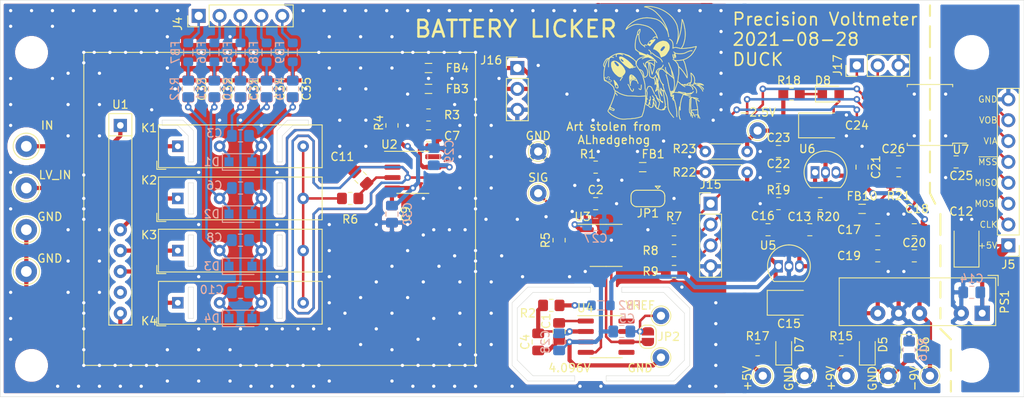
<source format=kicad_pcb>
(kicad_pcb (version 20171130) (host pcbnew 5.1.10-88a1d61d58~90~ubuntu20.04.1)
  (layers (0 F.Cu signal) (31 B.Cu signal) (34 B.Paste user) (35 F.Paste user) (36 B.SilkS user) (37 F.SilkS user) (38 B.Mask user) (39 F.Mask user) (44 Edge.Cuts user))
  (net 0 "")
  (net 1 "Net-(C1-Pad1)")
  (net 2 GND)
  (net 3 /VCC_ADC)
  (net 4 "Net-(C3-Pad2)")
  (net 5 "Net-(C10-Pad1)")
  (net 6 /VCC_REF)
  (net 7 "Net-(C5-Pad1)")
  (net 8 /VCC_OPAMP)
  (net 9 /VSS_OPAMP)
  (net 10 "Net-(C10-Pad2)")
  (net 11 "Net-(C11-Pad1)")
  (net 12 "Net-(C11-Pad2)")
  (net 13 +5VP)
  (net 14 GNDPWR)
  (net 15 +9V)
  (net 16 +5V)
  (net 17 -9V)
  (net 18 "Net-(C22-Pad2)")
  (net 19 -2V5)
  (net 20 "Net-(C26-Pad1)")
  (net 21 "Net-(D5-Pad2)")
  (net 22 "Net-(D6-Pad1)")
  (net 23 "Net-(D7-Pad2)")
  (net 24 "Net-(D8-Pad1)")
  (net 25 "Net-(FB1-Pad2)")
  (net 26 "Net-(FB2-Pad2)")
  (net 27 "Net-(FB3-Pad2)")
  (net 28 "Net-(FB4-Pad2)")
  (net 29 "Net-(FB5-Pad2)")
  (net 30 "Net-(FB5-Pad1)")
  (net 31 "Net-(FB6-Pad2)")
  (net 32 "Net-(FB6-Pad1)")
  (net 33 "Net-(FB7-Pad1)")
  (net 34 "Net-(FB7-Pad2)")
  (net 35 "Net-(FB8-Pad2)")
  (net 36 "Net-(FB8-Pad1)")
  (net 37 "Net-(FB9-Pad1)")
  (net 38 "Net-(FB9-Pad2)")
  (net 39 "Net-(FB10-Pad2)")
  (net 40 "Net-(J1-Pad1)")
  (net 41 "Net-(J5-Pad2)")
  (net 42 "Net-(J5-Pad3)")
  (net 43 "Net-(J5-Pad4)")
  (net 44 "Net-(J5-Pad5)")
  (net 45 "Net-(J5-Pad6)")
  (net 46 "Net-(J5-Pad7)")
  (net 47 "Net-(JP1-Pad2)")
  (net 48 "Net-(K1-Pad7)")
  (net 49 "Net-(K2-Pad1)")
  (net 50 "Net-(K3-Pad1)")
  (net 51 "Net-(K4-Pad1)")
  (net 52 "Net-(R5-Pad1)")
  (net 53 "Net-(R7-Pad2)")
  (net 54 SCK)
  (net 55 MISO)
  (net 56 "Net-(R8-Pad2)")
  (net 57 "Net-(R9-Pad2)")
  (net 58 nCS)
  (net 59 "Net-(U1-Pad9)")
  (net 60 "Net-(U2-Pad1)")
  (net 61 "Net-(U2-Pad5)")
  (net 62 "Net-(U2-Pad8)")
  (net 63 "Net-(U4-Pad8)")
  (net 64 "Net-(U4-Pad5)")
  (net 65 "Net-(U7-Pad12)")
  (net 66 MOSI)
  (net 67 "Net-(C32-Pad2)")
  (net 68 "Net-(C33-Pad2)")
  (net 69 "Net-(J3-Pad1)")
  (net 70 "Net-(J17-Pad2)")
  (net 71 "Net-(J17-Pad1)")
  (module Connector_PinHeader_2.54mm:PinHeader_1x03_P2.54mm_Vertical (layer F.Cu) (at 141.605 65.0875 90)
    (fp_text reference J17 (at 0 -2.33 90) (layer F.SilkS))
    (fp_text value Conn_01x03)
    (pad 3 thru_hole oval (at 0 5.08 90) (size 1.7 1.7) (drill 1) (layers *.Cu *.Mask) (net 2 GND))
    (pad 2 thru_hole oval (at 0 2.54 90) (size 1.7 1.7) (drill 1) (layers *.Cu *.Mask) (net 70 "Net-(J17-Pad2)"))
    (pad 1 thru_hole rect (at 0 0 90) (size 1.7 1.7) (drill 1) (layers *.Cu *.Mask) (net 71 "Net-(J17-Pad1)"))
  )
  (module battery_licker:battery_licker_copper (layer F.Cu) (at 116.84 64.77)
    (fp_text reference G*** hide)
    (fp_text value LOGO hide)
    (fp_poly (pts (xy 3.192796 -0.089947) (xy 3.208386 -0.083658) (xy 3.210923 -0.081911) (xy 3.218368 -0.075812) (xy 3.23022 -0.065358) (xy 3.245709 -0.051276) (xy 3.264065 -0.034295) (xy 3.284518 -0.015145) (xy 3.306298 0.005446) (xy 3.328635 0.02675) (xy 3.350758 0.048037) (xy 3.371897 0.068579) (xy 3.391283 0.087646) (xy 3.408144 0.104511) (xy 3.411226 0.107637) (xy 3.436506 0.134119) (xy 3.457398 0.157957) (xy 3.475249 0.180954) (xy 3.491406 0.204914) (xy 3.507216 0.23164) (xy 3.51639 0.24843) (xy 3.527714 0.27191) (xy 3.533952 0.290958) (xy 3.53509 0.306331) (xy 3.531115 0.318784) (xy 3.522014 0.329075) (xy 3.514947 0.334009) (xy 3.498531 0.340251) (xy 3.481967 0.3393) (xy 3.470343 0.334185) (xy 3.462189 0.326761) (xy 3.452517 0.313341) (xy 3.441012 0.293481) (xy 3.439983 0.291563) (xy 3.42988 0.273408) (xy 3.418575 0.254287) (xy 3.40783 0.237141) (xy 3.402936 0.229816) (xy 3.393859 0.218163) (xy 3.379902 0.202258) (xy 3.361619 0.182659) (xy 3.339566 0.159925) (xy 3.314297 0.134612) (xy 3.286366 0.107278) (xy 3.256328 0.078482) (xy 3.224739 0.048781) (xy 3.202215 0.027948) (xy 3.181327 0.008509) (xy 3.16543 -0.007049) (xy 3.153975 -0.019533) (xy 3.14641 -0.029746) (xy 3.142187 -0.038496) (xy 3.140754 -0.046588) (xy 3.141563 -0.054827) (xy 3.142651 -0.059309) (xy 3.150121 -0.074267) (xy 3.162047 -0.084716) (xy 3.176811 -0.090121) (xy 3.192796 -0.089947)) (layer F.Cu) (width 0.01))
    (fp_poly (pts (xy 3.132181 0.073659) (xy 3.137423 0.074727) (xy 3.142996 0.076813) (xy 3.149396 0.080349) (xy 3.157121 0.085769) (xy 3.166667 0.093505) (xy 3.178532 0.103992) (xy 3.193213 0.11766) (xy 3.211207 0.134945) (xy 3.233011 0.156278) (xy 3.259121 0.182092) (xy 3.276603 0.199455) (xy 3.305594 0.22857) (xy 3.332782 0.256532) (xy 3.358988 0.284261) (xy 3.385036 0.312674) (xy 3.41175 0.342691) (xy 3.439951 0.375231) (xy 3.470464 0.411211) (xy 3.504111 0.45155) (xy 3.523768 0.475343) (xy 3.561655 0.5217) (xy 3.595148 0.56358) (xy 3.624807 0.601807) (xy 3.65119 0.63721) (xy 3.674857 0.670614) (xy 3.696366 0.702846) (xy 3.716275 0.734732) (xy 3.735145 0.7671) (xy 3.753534 0.800776) (xy 3.772 0.836586) (xy 3.783066 0.858862) (xy 3.795676 0.884908) (xy 3.80512 0.90552) (xy 3.811657 0.921663) (xy 3.815543 0.9343) (xy 3.817036 0.944397) (xy 3.816393 0.952918) (xy 3.813872 0.960828) (xy 3.811574 0.965666) (xy 3.80295 0.975641) (xy 3.790008 0.983235) (xy 3.775646 0.986852) (xy 3.772924 0.986958) (xy 3.764311 0.985081) (xy 3.754129 0.980505) (xy 3.75284 0.979747) (xy 3.748231 0.976168) (xy 3.743313 0.9705) (xy 3.737576 0.961884) (xy 3.730507 0.949465) (xy 3.721594 0.932384) (xy 3.710327 0.909785) (xy 3.706828 0.902654) (xy 3.689901 0.868639) (xy 3.673591 0.837221) (xy 3.657398 0.807671) (xy 3.640822 0.779256) (xy 3.623363 0.751248) (xy 3.604521 0.722914) (xy 3.583797 0.693525) (xy 3.56069 0.66235) (xy 3.534701 0.628659) (xy 3.505329 0.59172) (xy 3.472075 0.550804) (xy 3.436778 0.508) (xy 3.401947 0.466175) (xy 3.370809 0.429256) (xy 3.342608 0.396418) (xy 3.316584 0.366836) (xy 3.291981 0.339685) (xy 3.268041 0.31414) (xy 3.244005 0.289375) (xy 3.219117 0.264564) (xy 3.192618 0.238884) (xy 3.169558 0.216976) (xy 3.150142 0.198524) (xy 3.132218 0.181227) (xy 3.116549 0.165841) (xy 3.103896 0.153122) (xy 3.095019 0.143827) (xy 3.090681 0.138709) (xy 3.090655 0.138669) (xy 3.084605 0.123434) (xy 3.084763 0.108084) (xy 3.090238 0.094011) (xy 3.100142 0.082609) (xy 3.113582 0.075272) (xy 3.12967 0.073394) (xy 3.132181 0.073659)) (layer F.Cu) (width 0.01))
    (fp_poly (pts (xy -3.975193 -0.760918) (xy -3.951727 -0.760175) (xy -3.925861 -0.758875) (xy -3.898931 -0.757117) (xy -3.872277 -0.755) (xy -3.847235 -0.752623) (xy -3.825143 -0.750084) (xy -3.80734 -0.747483) (xy -3.795163 -0.744917) (xy -3.793388 -0.744373) (xy -3.771782 -0.736167) (xy -3.745246 -0.724594) (xy -3.714921 -0.710257) (xy -3.681948 -0.693763) (xy -3.647469 -0.675719) (xy -3.612625 -0.656728) (xy -3.578558 -0.637397) (xy -3.54641 -0.618332) (xy -3.517322 -0.600138) (xy -3.500378 -0.588918) (xy -3.482263 -0.576771) (xy -3.460476 -0.562452) (xy -3.437527 -0.547593) (xy -3.415922 -0.533829) (xy -3.412021 -0.531375) (xy -3.37751 -0.509148) (xy -3.338197 -0.4828) (xy -3.294845 -0.452866) (xy -3.24822 -0.419879) (xy -3.199087 -0.384373) (xy -3.154282 -0.351395) (xy -3.125639 -0.330078) (xy -3.101865 -0.312201) (xy -3.08196 -0.296935) (xy -3.064924 -0.283449) (xy -3.049757 -0.270913) (xy -3.035461 -0.258499) (xy -3.021034 -0.245375) (xy -3.005477 -0.230714) (xy -2.987791 -0.213685) (xy -2.9845 -0.210494) (xy -2.965903 -0.192757) (xy -2.943763 -0.172124) (xy -2.920055 -0.150406) (xy -2.896755 -0.129418) (xy -2.879444 -0.114114) (xy -2.846047 -0.084718) (xy -2.817633 -0.059264) (xy -2.793539 -0.037135) (xy -2.773103 -0.017713) (xy -2.755661 -0.000381) (xy -2.741385 0.014579) (xy -2.732713 0.023804) (xy -2.719968 0.03719) (xy -2.704145 0.053702) (xy -2.686237 0.072304) (xy -2.667237 0.091963) (xy -2.653864 0.105752) (xy -2.623625 0.137536) (xy -2.599035 0.164804) (xy -2.580078 0.187577) (xy -2.566943 0.205559) (xy -2.53953 0.242111) (xy -2.505078 0.279335) (xy -2.463755 0.31705) (xy -2.454728 0.324597) (xy -2.424281 0.351163) (xy -2.400314 0.375365) (xy -2.382564 0.397517) (xy -2.370769 0.417935) (xy -2.366098 0.430687) (xy -2.364955 0.44629) (xy -2.369261 0.461294) (xy -2.377902 0.47405) (xy -2.38976 0.482911) (xy -2.403715 0.486228) (xy -2.412004 0.487487) (xy -2.425048 0.490889) (xy -2.440869 0.495874) (xy -2.453329 0.500299) (xy -2.471931 0.507151) (xy -2.491105 0.514058) (xy -2.508 0.52) (xy -2.515639 0.522605) (xy -2.531511 0.528685) (xy -2.546606 0.535813) (xy -2.559462 0.543142) (xy -2.568612 0.549826) (xy -2.572595 0.555019) (xy -2.572657 0.55556) (xy -2.5694 0.558084) (xy -2.56045 0.558622) (xy -2.547032 0.55737) (xy -2.530375 0.554523) (xy -2.511705 0.550276) (xy -2.492251 0.544825) (xy -2.480128 0.540854) (xy -2.462178 0.534851) (xy -2.439628 0.527683) (xy -2.414882 0.520092) (xy -2.390342 0.512824) (xy -2.380342 0.509952) (xy -2.334323 0.496887) (xy -2.294755 0.485676) (xy -2.261109 0.476195) (xy -2.232853 0.468321) (xy -2.209458 0.461929) (xy -2.190392 0.456897) (xy -2.175126 0.4531) (xy -2.163128 0.450415) (xy -2.153868 0.448717) (xy -2.146816 0.447884) (xy -2.141441 0.447792) (xy -2.137212 0.448317) (xy -2.133599 0.449334) (xy -2.130071 0.450722) (xy -2.128729 0.451284) (xy -2.114435 0.460787) (xy -2.105243 0.474259) (xy -2.101695 0.490026) (xy -2.104336 0.50642) (xy -2.108205 0.514424) (xy -2.112298 0.520498) (xy -2.116938 0.525193) (xy -2.123392 0.529089) (xy -2.13293 0.532769) (xy -2.14682 0.536813) (xy -2.166329 0.541804) (xy -2.169761 0.542656) (xy -2.189104 0.547619) (xy -2.213437 0.554127) (xy -2.241473 0.561811) (xy -2.271929 0.570306) (xy -2.303519 0.579245) (xy -2.33496 0.588261) (xy -2.364965 0.596986) (xy -2.392251 0.605056) (xy -2.415533 0.612102) (xy -2.433526 0.617757) (xy -2.438196 0.619294) (xy -2.458335 0.626468) (xy -2.481505 0.635392) (xy -2.504191 0.644689) (xy -2.516033 0.649837) (xy -2.537276 0.658886) (xy -2.553479 0.664549) (xy -2.565883 0.667074) (xy -2.57573 0.666706) (xy -2.584262 0.663692) (xy -2.584688 0.66347) (xy -2.591741 0.658315) (xy -2.601518 0.649471) (xy -2.612128 0.638847) (xy -2.621681 0.628354) (xy -2.628286 0.619902) (xy -2.629109 0.618587) (xy -2.631399 0.615865) (xy -2.634715 0.615561) (xy -2.640287 0.618221) (xy -2.649347 0.624389) (xy -2.659952 0.632229) (xy -2.697077 0.657587) (xy -2.732488 0.676562) (xy -2.767116 0.689528) (xy -2.801888 0.696859) (xy -2.824842 0.698775) (xy -2.841852 0.698977) (xy -2.857479 0.698415) (xy -2.869413 0.697206) (xy -2.873487 0.696332) (xy -2.883168 0.69224) (xy -2.895649 0.685487) (xy -2.905687 0.679199) (xy -2.918232 0.671262) (xy -2.934395 0.661733) (xy -2.95131 0.652288) (xy -2.956828 0.649337) (xy -3.012088 0.61901) (xy -3.060716 0.589816) (xy -3.102569 0.561849) (xy -3.137501 0.535202) (xy -3.147279 0.526895) (xy -3.155457 0.520371) (xy -3.16876 0.510521) (xy -3.18625 0.498004) (xy -3.20699 0.483481) (xy -3.230041 0.467613) (xy -3.254466 0.451061) (xy -3.264444 0.444374) (xy -3.361039 0.379854) (xy -3.446726 0.297877) (xy -3.481903 0.264033) (xy -3.5184 0.228567) (xy -3.555628 0.192072) (xy -3.592997 0.155143) (xy -3.629918 0.118375) (xy -3.665802 0.082361) (xy -3.700059 0.047696) (xy -3.732099 0.014975) (xy -3.761334 -0.015209) (xy -3.787174 -0.042261) (xy -3.809028 -0.065587) (xy -3.826309 -0.084591) (xy -3.828517 -0.087086) (xy -3.871698 -0.137032) (xy -3.910104 -0.183583) (xy -3.944592 -0.22792) (xy -3.976021 -0.271222) (xy -4.00525 -0.31467) (xy -4.033135 -0.359445) (xy -4.059333 -0.404586) (xy -4.071061 -0.425641) (xy -4.079893 -0.442213) (xy -4.086609 -0.456079) (xy -4.091987 -0.469014) (xy -4.096806 -0.482795) (xy -4.101843 -0.499197) (xy -4.103914 -0.506269) (xy -4.108771 -0.522466) (xy -4.113159 -0.53617) (xy -4.11656 -0.545821) (xy -4.11833 -0.549729) (xy -4.121537 -0.556746) (xy -4.125113 -0.569186) (xy -4.128689 -0.585255) (xy -4.131893 -0.603155) (xy -4.134355 -0.621091) (xy -4.13543 -0.632581) (xy -4.136304 -0.647992) (xy -4.135991 -0.658955) (xy -4.134014 -0.668243) (xy -4.129895 -0.678628) (xy -4.126135 -0.686672) (xy -4.110454 -0.712107) (xy -4.090179 -0.732142) (xy -4.065118 -0.746897) (xy -4.035081 -0.756492) (xy -4.009571 -0.760339) (xy -3.99492 -0.761006) (xy -3.975193 -0.760918)) (layer F.Cu) (width 0.01))
    (fp_poly (pts (xy -4.718368 -0.248833) (xy -4.679484 -0.245475) (xy -4.635945 -0.239262) (xy -4.606471 -0.234115) (xy -4.583091 -0.229688) (xy -4.563991 -0.225658) (xy -4.547233 -0.221457) (xy -4.530882 -0.216518) (xy -4.513 -0.210271) (xy -4.49165 -0.202148) (xy -4.474663 -0.195463) (xy -4.445876 -0.183243) (xy -4.412435 -0.167688) (xy -4.375696 -0.149529) (xy -4.337014 -0.129501) (xy -4.297746 -0.108335) (xy -4.259247 -0.086765) (xy -4.222873 -0.065523) (xy -4.18998 -0.045342) (xy -4.161923 -0.026955) (xy -4.158342 -0.024485) (xy -4.144633 -0.014442) (xy -4.126678 -0.000513) (xy -4.105643 0.016349) (xy -4.082693 0.035192) (xy -4.058994 0.055066) (xy -4.035711 0.075019) (xy -4.024085 0.08517) (xy -3.998817 0.107172) (xy -3.974019 0.12835) (xy -3.950769 0.147806) (xy -3.930148 0.16464) (xy -3.913236 0.177956) (xy -3.906157 0.183271) (xy -3.895761 0.191729) (xy -3.881426 0.204598) (xy -3.864103 0.220926) (xy -3.844743 0.23976) (xy -3.824298 0.260149) (xy -3.803718 0.281141) (xy -3.783954 0.301784) (xy -3.765957 0.321127) (xy -3.750679 0.338217) (xy -3.746652 0.3429) (xy -3.720406 0.37453) (xy -3.691872 0.410263) (xy -3.66194 0.448892) (xy -3.6315 0.489208) (xy -3.601442 0.530005) (xy -3.572657 0.570076) (xy -3.546035 0.608214) (xy -3.522466 0.64321) (xy -3.504087 0.671847) (xy -3.492467 0.691892) (xy -3.481043 0.714022) (xy -3.470481 0.736696) (xy -3.461449 0.758373) (xy -3.454612 0.777515) (xy -3.450636 0.792579) (xy -3.450017 0.796872) (xy -3.448608 0.805387) (xy -3.445574 0.815111) (xy -3.44041 0.827186) (xy -3.43261 0.84275) (xy -3.421668 0.862946) (xy -3.417037 0.871258) (xy -3.403702 0.895312) (xy -3.393498 0.914584) (xy -3.38588 0.930545) (xy -3.380302 0.944669) (xy -3.376218 0.95843) (xy -3.373083 0.9733) (xy -3.37035 0.990752) (xy -3.368942 1.001071) (xy -3.365307 1.046668) (xy -3.367075 1.090789) (xy -3.373273 1.131381) (xy -3.380665 1.161119) (xy -3.391425 1.194621) (xy -3.404707 1.229741) (xy -3.419662 1.264338) (xy -3.435442 1.296266) (xy -3.445781 1.314644) (xy -3.457803 1.333382) (xy -3.473711 1.356141) (xy -3.49248 1.381598) (xy -3.513087 1.40843) (xy -3.534506 1.435314) (xy -3.555714 1.460928) (xy -3.575685 1.483949) (xy -3.584039 1.493157) (xy -3.60083 1.511016) (xy -3.620238 1.531103) (xy -3.641525 1.552701) (xy -3.663951 1.575096) (xy -3.686778 1.59757) (xy -3.709264 1.619407) (xy -3.730672 1.639892) (xy -3.750261 1.658308) (xy -3.767293 1.673939) (xy -3.781027 1.686069) (xy -3.790725 1.693981) (xy -3.793196 1.695733) (xy -3.802515 1.702789) (xy -3.808622 1.709258) (xy -3.810013 1.712425) (xy -3.812449 1.721074) (xy -3.818427 1.731516) (xy -3.826 1.7408) (xy -3.831693 1.745301) (xy -3.845495 1.750354) (xy -3.865144 1.754316) (xy -3.889305 1.75714) (xy -3.916644 1.75878) (xy -3.945826 1.75919) (xy -3.975517 1.758326) (xy -4.004383 1.75614) (xy -4.031088 1.752586) (xy -4.033157 1.75223) (xy -4.086707 1.740928) (xy -4.136957 1.726183) (xy -4.184837 1.707502) (xy -4.23128 1.684392) (xy -4.277216 1.656359) (xy -4.323576 1.622909) (xy -4.371293 1.58355) (xy -4.399642 1.55811) (xy -4.440457 1.520884) (xy -4.477785 1.487674) (xy -4.51309 1.457189) (xy -4.52852 1.444171) (xy -4.556989 1.419363) (xy -4.587456 1.391153) (xy -4.617494 1.361863) (xy -4.644676 1.333816) (xy -4.651126 1.326849) (xy -4.669591 1.305935) (xy -4.690489 1.280986) (xy -4.713269 1.252754) (xy -4.737384 1.221995) (xy -4.762284 1.189462) (xy -4.78742 1.155909) (xy -4.812244 1.12209) (xy -4.836206 1.08876) (xy -4.858757 1.056671) (xy -4.87935 1.026579) (xy -4.897434 0.999237) (xy -4.912461 0.975399) (xy -4.923882 0.95582) (xy -4.930066 0.943701) (xy -4.934771 0.932514) (xy -4.941271 0.91576) (xy -4.949078 0.894762) (xy -4.957706 0.870841) (xy -4.96667 0.845321) (xy -4.972849 0.827314) (xy -4.983092 0.797429) (xy -4.994536 0.764492) (xy -5.006371 0.730808) (xy -5.017787 0.698676) (xy -5.027974 0.670399) (xy -5.030808 0.662634) (xy -5.050774 0.606305) (xy -5.06737 0.555191) (xy -5.080826 0.508205) (xy -5.09137 0.464257) (xy -5.099231 0.422262) (xy -5.104637 0.38113) (xy -5.107817 0.339774) (xy -5.108999 0.297107) (xy -5.109018 0.290394) (xy -5.109344 0.265877) (xy -5.11024 0.238548) (xy -5.111567 0.211811) (xy -5.113114 0.189891) (xy -5.114914 0.163642) (xy -5.115383 0.139885) (xy -5.114505 0.115288) (xy -5.112587 0.090105) (xy -5.109959 0.060906) (xy -5.107778 0.037913) (xy -5.105869 0.020104) (xy -5.104055 0.006454) (xy -5.10216 -0.004059) (xy -5.10001 -0.012461) (xy -5.097428 -0.019774) (xy -5.09424 -0.027022) (xy -5.091527 -0.032657) (xy -5.085839 -0.044916) (xy -5.081721 -0.054964) (xy -5.08001 -0.060745) (xy -5.080003 -0.060934) (xy -5.077697 -0.065899) (xy -5.071692 -0.07416) (xy -5.064378 -0.082706) (xy -5.054833 -0.093738) (xy -5.043164 -0.108079) (xy -5.031468 -0.123135) (xy -5.028157 -0.127552) (xy -5.016429 -0.142688) (xy -5.005442 -0.154932) (xy -4.993848 -0.165271) (xy -4.980298 -0.174692) (xy -4.963445 -0.184183) (xy -4.94194 -0.194731) (xy -4.927009 -0.201629) (xy -4.888643 -0.218176) (xy -4.853456 -0.231075) (xy -4.82014 -0.240457) (xy -4.78739 -0.246456) (xy -4.753901 -0.249204) (xy -4.718368 -0.248833)) (layer F.Cu) (width 0.01))
    (fp_poly (pts (xy -3.709866 1.68452) (xy -3.694846 1.693088) (xy -3.691708 1.695994) (xy -3.683723 1.705252) (xy -3.680137 1.71404) (xy -3.679371 1.724615) (xy -3.67941 1.729278) (xy -3.67978 1.733576) (xy -3.680865 1.738106) (xy -3.683044 1.743466) (xy -3.686699 1.750254) (xy -3.692213 1.759069) (xy -3.699966 1.770509) (xy -3.71034 1.78517) (xy -3.723717 1.803652) (xy -3.740478 1.826552) (xy -3.761004 1.854469) (xy -3.770153 1.8669) (xy -3.800642 1.908601) (xy -3.827061 1.945386) (xy -3.849881 1.977995) (xy -3.869577 2.00717) (xy -3.88662 2.033654) (xy -3.901484 2.058186) (xy -3.914642 2.08151) (xy -3.926566 2.104366) (xy -3.93773 2.127497) (xy -3.941372 2.135414) (xy -3.950615 2.155288) (xy -3.957933 2.169606) (xy -3.964155 2.179531) (xy -3.970109 2.186222) (xy -3.976622 2.19084) (xy -3.983147 2.193972) (xy -3.993872 2.197806) (xy -4.002338 2.198178) (xy -4.012309 2.195036) (xy -4.01585 2.193534) (xy -4.028727 2.184506) (xy -4.037652 2.171454) (xy -4.041255 2.156648) (xy -4.04104 2.151743) (xy -4.037506 2.137056) (xy -4.030133 2.117323) (xy -4.019351 2.093368) (xy -4.00559 2.066013) (xy -3.98928 2.036079) (xy -3.970853 2.00439) (xy -3.950738 1.971768) (xy -3.930876 1.941286) (xy -3.917237 1.921228) (xy -3.901531 1.898663) (xy -3.884285 1.874303) (xy -3.866028 1.848857) (xy -3.847286 1.823039) (xy -3.828588 1.79756) (xy -3.81046 1.773131) (xy -3.793431 1.750463) (xy -3.778028 1.730269) (xy -3.764778 1.71326) (xy -3.754209 1.700148) (xy -3.746849 1.691643) (xy -3.743501 1.688564) (xy -3.726297 1.682982) (xy -3.709866 1.68452)) (layer F.Cu) (width 0.01))
    (fp_poly (pts (xy -2.633346 1.422968) (xy -2.625503 1.425588) (xy -2.617345 1.430465) (xy -2.613831 1.432903) (xy -2.603041 1.439396) (xy -2.587995 1.447027) (xy -2.571279 1.45452) (xy -2.564282 1.457359) (xy -2.530029 1.471992) (xy -2.494212 1.489491) (xy -2.459275 1.508555) (xy -2.427659 1.527886) (xy -2.413174 1.537732) (xy -2.389318 1.555964) (xy -2.361905 1.579121) (xy -2.331779 1.606352) (xy -2.299782 1.636809) (xy -2.266754 1.669642) (xy -2.23354 1.704004) (xy -2.200979 1.739045) (xy -2.169916 1.773916) (xy -2.141192 1.807768) (xy -2.123153 1.830116) (xy -2.099428 1.861895) (xy -2.073834 1.899194) (xy -2.047126 1.940769) (xy -2.020057 1.985372) (xy -1.993382 2.031759) (xy -1.967853 2.078684) (xy -1.944225 2.1249) (xy -1.9417 2.130039) (xy -1.93011 2.154267) (xy -1.916935 2.182723) (xy -1.902638 2.214332) (xy -1.887678 2.248022) (xy -1.872519 2.282718) (xy -1.857621 2.317348) (xy -1.843447 2.350837) (xy -1.830457 2.382112) (xy -1.819114 2.4101) (xy -1.809879 2.433728) (xy -1.803213 2.45192) (xy -1.802872 2.452914) (xy -1.796498 2.472376) (xy -1.791084 2.4905) (xy -1.787069 2.505686) (xy -1.784894 2.516335) (xy -1.784635 2.51912) (xy -1.787498 2.535663) (xy -1.795802 2.548869) (xy -1.808196 2.557956) (xy -1.823328 2.562142) (xy -1.839848 2.560645) (xy -1.84972 2.556768) (xy -1.853643 2.554626) (xy -1.856912 2.552134) (xy -1.85995 2.548384) (xy -1.863181 2.542465) (xy -1.86703 2.533469) (xy -1.87192 2.520485) (xy -1.878276 2.502605) (xy -1.886521 2.478919) (xy -1.887989 2.474686) (xy -1.893613 2.459415) (xy -1.901662 2.438867) (xy -1.911584 2.414381) (xy -1.92283 2.387297) (xy -1.934848 2.358957) (xy -1.947086 2.330701) (xy -1.948812 2.326766) (xy -1.961592 2.297795) (xy -1.971853 2.274833) (xy -1.979941 2.257219) (xy -1.986201 2.244293) (xy -1.990976 2.235394) (xy -1.994612 2.229862) (xy -1.997454 2.227038) (xy -1.999846 2.22626) (xy -2.001157 2.226485) (xy -2.021992 2.230582) (xy -2.040168 2.228398) (xy -2.057188 2.219595) (xy -2.066577 2.211834) (xy -2.080476 2.201389) (xy -2.100454 2.189833) (xy -2.125495 2.177582) (xy -2.154583 2.165051) (xy -2.186702 2.152655) (xy -2.220837 2.140812) (xy -2.25597 2.129935) (xy -2.288156 2.121177) (xy -2.324628 2.112439) (xy -2.35555 2.106288) (xy -2.382155 2.102734) (xy -2.405677 2.101788) (xy -2.42735 2.103457) (xy -2.448407 2.107752) (xy -2.470081 2.114682) (xy -2.490104 2.122735) (xy -2.527719 2.140304) (xy -2.558968 2.158065) (xy -2.584728 2.176676) (xy -2.605874 2.196801) (xy -2.623282 2.2191) (xy -2.628373 2.227076) (xy -2.639749 2.249323) (xy -2.651234 2.278769) (xy -2.662813 2.315358) (xy -2.674469 2.359035) (xy -2.686187 2.409742) (xy -2.69795 2.467423) (xy -2.701729 2.487386) (xy -2.706325 2.511915) (xy -2.709943 2.530379) (xy -2.712918 2.543847) (xy -2.715582 2.553392) (xy -2.718269 2.560086) (xy -2.721311 2.564999) (xy -2.725042 2.569203) (xy -2.728073 2.572139) (xy -2.740914 2.584322) (xy -2.733062 2.624754) (xy -2.729273 2.645219) (xy -2.725347 2.668085) (xy -2.721491 2.691952) (xy -2.717914 2.715415) (xy -2.714825 2.737075) (xy -2.712432 2.755528) (xy -2.710943 2.769373) (xy -2.710542 2.776236) (xy -2.713747 2.792489) (xy -2.722383 2.805638) (xy -2.734986 2.814839) (xy -2.75009 2.819244) (xy -2.766229 2.818007) (xy -2.776055 2.814067) (xy -2.783759 2.808062) (xy -2.789955 2.798723) (xy -2.79501 2.785066) (xy -2.799289 2.766104) (xy -2.80309 2.741386) (xy -2.81368 2.672486) (xy -2.827166 2.602487) (xy -2.832118 2.579914) (xy -2.840215 2.540796) (xy -2.84826 2.495457) (xy -2.856127 2.444933) (xy -2.863687 2.390262) (xy -2.870812 2.332478) (xy -2.877372 2.272617) (xy -2.883241 2.211717) (xy -2.888289 2.150812) (xy -2.892109 2.0955) (xy -2.893963 2.069706) (xy -2.89639 2.041951) (xy -2.899133 2.014864) (xy -2.901933 1.991076) (xy -2.903281 1.9812) (xy -2.908164 1.940003) (xy -2.911314 1.896509) (xy -2.91199 1.875676) (xy -2.824969 1.875676) (xy -2.824386 1.888671) (xy -2.818905 1.947485) (xy -2.809267 2.005867) (xy -2.795951 2.061059) (xy -2.792547 2.072593) (xy -2.78542 2.096869) (xy -2.780761 2.115209) (xy -2.778392 2.128437) (xy -2.778136 2.137373) (xy -2.778284 2.138487) (xy -2.778301 2.148883) (xy -2.775367 2.163373) (xy -2.769251 2.183076) (xy -2.768801 2.184382) (xy -2.762528 2.204368) (xy -2.759719 2.21947) (xy -2.760546 2.231271) (xy -2.765184 2.241356) (xy -2.773803 2.251309) (xy -2.776362 2.253742) (xy -2.790478 2.266841) (xy -2.784857 2.32087) (xy -2.782718 2.340626) (xy -2.780636 2.358428) (xy -2.778803 2.372732) (xy -2.777412 2.381992) (xy -2.777014 2.383971) (xy -2.774793 2.393043) (xy -2.771827 2.382157) (xy -2.769802 2.374689) (xy -2.766335 2.361868) (xy -2.761872 2.345349) (xy -2.756862 2.326785) (xy -2.755648 2.322286) (xy -2.741938 2.27529) (xy -2.727751 2.234786) (xy -2.712637 2.200005) (xy -2.696147 2.170183) (xy -2.677829 2.144552) (xy -2.657235 2.122346) (xy -2.633914 2.102799) (xy -2.621702 2.094191) (xy -2.607785 2.08475) (xy -2.594624 2.075595) (xy -2.584545 2.06835) (xy -2.582591 2.066883) (xy -2.569186 2.058252) (xy -2.550831 2.048603) (xy -2.52957 2.038854) (xy -2.507448 2.029924) (xy -2.486508 2.02273) (xy -2.480062 2.020854) (xy -2.467763 2.017703) (xy -2.456745 2.015604) (xy -2.445203 2.014427) (xy -2.431334 2.014043) (xy -2.413332 2.014322) (xy -2.396671 2.014866) (xy -2.377502 2.015672) (xy -2.361457 2.016728) (xy -2.346864 2.018303) (xy -2.332051 2.020668) (xy -2.315346 2.024092) (xy -2.295076 2.028844) (xy -2.269569 2.035193) (xy -2.267857 2.035626) (xy -2.20378 2.053625) (xy -2.145419 2.073767) (xy -2.093362 2.095843) (xy -2.079111 2.102787) (xy -2.066772 2.108666) (xy -2.057058 2.112668) (xy -2.051627 2.114131) (xy -2.051094 2.113989) (xy -2.051818 2.109924) (xy -2.055979 2.100644) (xy -2.063053 2.087015) (xy -2.072514 2.069903) (xy -2.083837 2.050173) (xy -2.096497 2.028691) (xy -2.109969 2.006321) (xy -2.123727 1.98393) (xy -2.137248 1.962384) (xy -2.150006 1.942546) (xy -2.161475 1.925284) (xy -2.171132 1.911463) (xy -2.178449 1.901947) (xy -2.181966 1.898257) (xy -2.184434 1.897353) (xy -2.186245 1.900145) (xy -2.187677 1.907693) (xy -2.189003 1.921061) (xy -2.189491 1.927283) (xy -2.191944 1.950203) (xy -2.195647 1.967154) (xy -2.201072 1.979383) (xy -2.208696 1.988136) (xy -2.214117 1.991992) (xy -2.230731 1.998481) (xy -2.247273 1.99776) (xy -2.256311 1.994241) (xy -2.264193 1.991082) (xy -2.269949 1.992156) (xy -2.273153 1.994241) (xy -2.283564 1.998245) (xy -2.297394 1.999049) (xy -2.311561 1.996683) (xy -2.318776 1.993838) (xy -2.329534 1.984963) (xy -2.337407 1.972369) (xy -2.340428 1.959306) (xy -2.339541 1.952286) (xy -2.337183 1.94049) (xy -2.333812 1.926138) (xy -2.332741 1.921933) (xy -2.327782 1.8965) (xy -2.325347 1.869634) (xy -2.32552 1.843873) (xy -2.328383 1.821755) (xy -2.329307 1.817914) (xy -2.332645 1.806747) (xy -2.337658 1.791628) (xy -2.343402 1.775373) (xy -2.344927 1.771234) (xy -2.350399 1.755833) (xy -2.353357 1.745077) (xy -2.354147 1.736942) (xy -2.353115 1.729404) (xy -2.352508 1.726978) (xy -2.350697 1.718689) (xy -2.351426 1.712805) (xy -2.355675 1.706811) (xy -2.36329 1.699272) (xy -2.371537 1.691996) (xy -2.375279 1.690205) (xy -2.375105 1.692728) (xy -2.373263 1.699551) (xy -2.370708 1.711349) (xy -2.367902 1.725933) (xy -2.367028 1.730828) (xy -2.363581 1.747086) (xy -2.359307 1.762417) (xy -2.355012 1.774007) (xy -2.354126 1.775809) (xy -2.351198 1.781876) (xy -2.349238 1.788025) (xy -2.348135 1.795676) (xy -2.347779 1.80625) (xy -2.348059 1.821165) (xy -2.348866 1.841842) (xy -2.348913 1.842938) (xy -2.350741 1.871215) (xy -2.353652 1.899055) (xy -2.357416 1.925054) (xy -2.361802 1.947811) (xy -2.366581 1.965924) (xy -2.370847 1.976751) (xy -2.380332 1.987924) (xy -2.394033 1.995496) (xy -2.409303 1.998226) (xy -2.415442 1.99765) (xy -2.427397 1.997267) (xy -2.433526 1.999815) (xy -2.440187 2.002404) (xy -2.451003 2.003905) (xy -2.457424 2.00407) (xy -2.476271 2.006149) (xy -2.487065 2.010625) (xy -2.502624 2.016471) (xy -2.518857 2.016538) (xy -2.533827 2.011289) (xy -2.5456 2.001186) (xy -2.54901 1.995833) (xy -2.552836 1.986566) (xy -2.554088 1.977143) (xy -2.552638 1.965719) (xy -2.548357 1.950446) (xy -2.545192 1.941014) (xy -2.537181 1.908758) (xy -2.533547 1.871502) (xy -2.534268 1.830021) (xy -2.539322 1.785087) (xy -2.548688 1.737473) (xy -2.551176 1.727306) (xy -2.557144 1.701828) (xy -2.560449 1.682131) (xy -2.560958 1.667196) (xy -2.558543 1.656004) (xy -2.553072 1.647536) (xy -2.544416 1.640773) (xy -2.539779 1.638186) (xy -2.533169 1.633897) (xy -2.530007 1.628323) (xy -2.529034 1.61882) (xy -2.528985 1.615528) (xy -2.527801 1.603044) (xy -2.52498 1.592151) (xy -2.523671 1.589314) (xy -2.519855 1.581865) (xy -2.518357 1.577573) (xy -2.521474 1.574207) (xy -2.530265 1.568912) (xy -2.543567 1.562194) (xy -2.560219 1.554558) (xy -2.579057 1.546512) (xy -2.598919 1.53856) (xy -2.618643 1.531208) (xy -2.637066 1.524962) (xy -2.644533 1.522674) (xy -2.663794 1.517008) (xy -2.650861 1.534626) (xy -2.643135 1.545753) (xy -2.636916 1.556497) (xy -2.631532 1.568478) (xy -2.62631 1.583316) (xy -2.620578 1.602633) (xy -2.616568 1.617215) (xy -2.604123 1.666197) (xy -2.593002 1.715837) (xy -2.583513 1.764488) (xy -2.575967 1.810503) (xy -2.570673 1.852235) (xy -2.569001 1.870528) (xy -2.567988 1.891216) (xy -2.567831 1.914239) (xy -2.568437 1.938141) (xy -2.569715 1.961466) (xy -2.57157 1.982755) (xy -2.573911 2.000554) (xy -2.576645 2.013404) (xy -2.578381 2.018029) (xy -2.58762 2.029613) (xy -2.602241 2.03851) (xy -2.622768 2.044946) (xy -2.64973 2.04915) (xy -2.650671 2.049246) (xy -2.660387 2.050471) (xy -2.666662 2.052741) (xy -2.671397 2.057621) (xy -2.676494 2.066674) (xy -2.679729 2.073169) (xy -2.691989 2.092394) (xy -2.706528 2.105848) (xy -2.722581 2.113139) (xy -2.739381 2.113876) (xy -2.751861 2.109965) (xy -2.762311 2.103008) (xy -2.771564 2.092313) (xy -2.779817 2.077325) (xy -2.787267 2.057488) (xy -2.794111 2.032247) (xy -2.800546 2.001046) (xy -2.806769 1.963329) (xy -2.808832 1.949192) (xy -2.813284 1.918768) (xy -2.817067 1.894801) (xy -2.820154 1.877401) (xy -2.822516 1.866679) (xy -2.824124 1.862743) (xy -2.824952 1.865705) (xy -2.824969 1.875676) (xy -2.91199 1.875676) (xy -2.912753 1.852188) (xy -2.912498 1.808513) (xy -2.910568 1.766955) (xy -2.906984 1.728986) (xy -2.901764 1.696076) (xy -2.899421 1.685471) (xy -2.884543 1.633038) (xy -2.866661 1.585837) (xy -2.845969 1.544133) (xy -2.827032 1.514928) (xy -2.670628 1.514928) (xy -2.668814 1.516743) (xy -2.667 1.514928) (xy -2.668814 1.513114) (xy -2.670628 1.514928) (xy -2.827032 1.514928) (xy -2.822663 1.508191) (xy -2.796937 1.478278) (xy -2.768988 1.454658) (xy -2.739009 1.437597) (xy -2.710232 1.428019) (xy -2.693795 1.425129) (xy -2.67452 1.422957) (xy -2.658165 1.422032) (xy -2.643393 1.421989) (xy -2.633346 1.422968)) (layer F.Cu) (width 0.01))
    (fp_poly (pts (xy -4.745907 2.085561) (xy -4.732763 2.094378) (xy -4.723996 2.107365) (xy -4.722901 2.110469) (xy -4.719903 2.115429) (xy -4.713424 2.118311) (xy -4.702409 2.119927) (xy -4.688062 2.122873) (xy -4.676429 2.129401) (xy -4.665937 2.140719) (xy -4.656662 2.155151) (xy -4.647893 2.168965) (xy -4.635369 2.186861) (xy -4.620135 2.207475) (xy -4.603239 2.229447) (xy -4.585724 2.251414) (xy -4.568638 2.272015) (xy -4.554067 2.288734) (xy -4.53835 2.306555) (xy -4.52038 2.327515) (xy -4.501012 2.350564) (xy -4.481098 2.374652) (xy -4.461492 2.398728) (xy -4.443048 2.421744) (xy -4.426619 2.442649) (xy -4.413061 2.460392) (xy -4.403225 2.473924) (xy -4.401714 2.47613) (xy -4.358236 2.544936) (xy -4.320927 2.613593) (xy -4.288938 2.683805) (xy -4.261423 2.757279) (xy -4.260048 2.761373) (xy -4.242924 2.816102) (xy -4.23004 2.865267) (xy -4.221393 2.909192) (xy -4.21698 2.9482) (xy -4.216798 2.982614) (xy -4.220844 3.012759) (xy -4.229115 3.038956) (xy -4.241608 3.061531) (xy -4.257054 3.079597) (xy -4.275173 3.092698) (xy -4.298529 3.102748) (xy -4.325633 3.109428) (xy -4.355001 3.112422) (xy -4.385145 3.111413) (xy -4.398038 3.109659) (xy -4.409526 3.106902) (xy -4.424669 3.102194) (xy -4.440466 3.09648) (xy -4.442712 3.095592) (xy -4.470277 3.082765) (xy -4.495683 3.067022) (xy -4.519136 3.047973) (xy -4.540842 3.025232) (xy -4.561007 2.99841) (xy -4.579838 2.96712) (xy -4.597541 2.930973) (xy -4.614322 2.889582) (xy -4.630387 2.842559) (xy -4.645941 2.789516) (xy -4.661193 2.730065) (xy -4.676346 2.663819) (xy -4.679171 2.650715) (xy -4.684814 2.624843) (xy -4.691517 2.594953) (xy -4.69859 2.564073) (xy -4.705345 2.535228) (xy -4.708097 2.523715) (xy -4.714239 2.497641) (xy -4.721167 2.467251) (xy -4.728258 2.435351) (xy -4.734884 2.404744) (xy -4.738871 2.385786) (xy -4.747986 2.342734) (xy -4.75636 2.305466) (xy -4.764349 2.272592) (xy -4.772309 2.242721) (xy -4.780598 2.214463) (xy -4.789572 2.186429) (xy -4.791414 2.180922) (xy -4.797395 2.162499) (xy -4.802403 2.145813) (xy -4.806002 2.132415) (xy -4.807756 2.123857) (xy -4.807857 2.122495) (xy -4.804701 2.109561) (xy -4.796497 2.096984) (xy -4.785143 2.087224) (xy -4.778118 2.083908) (xy -4.761626 2.081783) (xy -4.745907 2.085561)) (layer F.Cu) (width 0.01))
    (fp_poly (pts (xy -1.430355 2.653394) (xy -1.421712 2.657168) (xy -1.412965 2.664823) (xy -1.409341 2.668317) (xy -1.406442 2.671302) (xy -1.404182 2.674579) (xy -1.402473 2.678952) (xy -1.401229 2.685221) (xy -1.400361 2.69419) (xy -1.399783 2.706661) (xy -1.399408 2.723434) (xy -1.399148 2.745314) (xy -1.398916 2.773101) (xy -1.39873 2.795814) (xy -1.39871 2.830553) (xy -1.399191 2.865994) (xy -1.400121 2.900092) (xy -1.401443 2.930804) (xy -1.402909 2.953657) (xy -1.40483 2.979609) (xy -1.406883 3.009901) (xy -1.408884 3.041624) (xy -1.410645 3.071867) (xy -1.4115 3.087914) (xy -1.41438 3.130677) (xy -1.418446 3.167) (xy -1.423897 3.197634) (xy -1.430935 3.223328) (xy -1.439758 3.244834) (xy -1.450567 3.262901) (xy -1.461802 3.276469) (xy -1.477994 3.288553) (xy -1.499296 3.296921) (xy -1.52445 3.301335) (xy -1.552198 3.301558) (xy -1.576924 3.298265) (xy -1.586603 3.295415) (xy -1.600527 3.290152) (xy -1.61647 3.283353) (xy -1.62591 3.278981) (xy -1.647585 3.266957) (xy -1.669868 3.251656) (xy -1.691898 3.233968) (xy -1.712819 3.214786) (xy -1.731771 3.195001) (xy -1.747896 3.175504) (xy -1.760335 3.157187) (xy -1.76823 3.140942) (xy -1.770742 3.128585) (xy -1.767522 3.111709) (xy -1.758724 3.098054) (xy -1.745642 3.088776) (xy -1.729568 3.085027) (xy -1.722288 3.085372) (xy -1.712615 3.087561) (xy -1.704631 3.092259) (xy -1.695943 3.101045) (xy -1.692728 3.10485) (xy -1.684368 3.114425) (xy -1.672466 3.127378) (xy -1.658636 3.141978) (xy -1.64507 3.155913) (xy -1.619739 3.179205) (xy -1.595774 3.196169) (xy -1.572216 3.207351) (xy -1.548106 3.213299) (xy -1.54344 3.213877) (xy -1.532091 3.214689) (xy -1.525448 3.213606) (xy -1.52106 3.209951) (xy -1.519071 3.207136) (xy -1.513392 3.194393) (xy -1.508443 3.174797) (xy -1.504282 3.148722) (xy -1.500969 3.11654) (xy -1.498562 3.078627) (xy -1.498503 3.077373) (xy -1.497188 3.0516) (xy -1.495597 3.024118) (xy -1.493887 2.997434) (xy -1.492214 2.974054) (xy -1.49133 2.963073) (xy -1.49029 2.947335) (xy -1.489304 2.925703) (xy -1.488409 2.899541) (xy -1.487645 2.870211) (xy -1.487051 2.839078) (xy -1.486666 2.807504) (xy -1.486586 2.796441) (xy -1.4859 2.677325) (xy -1.472346 2.664905) (xy -1.462411 2.656972) (xy -1.453267 2.653327) (xy -1.442047 2.652486) (xy -1.430355 2.653394)) (layer F.Cu) (width 0.01))
    (fp_poly (pts (xy -3.052057 2.577537) (xy -3.040626 2.581548) (xy -3.029166 2.590654) (xy -3.024888 2.59517) (xy -3.010151 2.613363) (xy -2.993156 2.637547) (xy -2.974333 2.666971) (xy -2.954113 2.700885) (xy -2.932926 2.738538) (xy -2.911201 2.779179) (xy -2.88937 2.822059) (xy -2.867862 2.866427) (xy -2.860993 2.881086) (xy -2.848921 2.906991) (xy -2.835422 2.935825) (xy -2.821706 2.965013) (xy -2.808982 2.99198) (xy -2.801347 3.008086) (xy -2.790599 3.030945) (xy -2.779471 3.055048) (xy -2.768948 3.078228) (xy -2.760016 3.098322) (xy -2.755884 3.107871) (xy -2.748203 3.125414) (xy -2.740494 3.142189) (xy -2.733743 3.156089) (xy -2.729603 3.163888) (xy -2.722495 3.176532) (xy -2.714362 3.191435) (xy -2.709773 3.200049) (xy -2.702888 3.211889) (xy -2.693159 3.227036) (xy -2.682179 3.243056) (xy -2.676391 3.251075) (xy -2.664646 3.26726) (xy -2.652476 3.284446) (xy -2.641827 3.299871) (xy -2.637966 3.305628) (xy -2.627912 3.319546) (xy -2.615032 3.335609) (xy -2.601693 3.350896) (xy -2.598223 3.354614) (xy -2.586264 3.367505) (xy -2.574976 3.38021) (xy -2.566187 3.390652) (xy -2.563732 3.393795) (xy -2.5551 3.40419) (xy -2.546825 3.410558) (xy -2.536377 3.414254) (xy -2.52123 3.416628) (xy -2.521016 3.416653) (xy -2.509389 3.417718) (xy -2.50191 3.416752) (xy -2.495538 3.412702) (xy -2.487883 3.40519) (xy -2.472942 3.386605) (xy -2.461065 3.364448) (xy -2.452071 3.338045) (xy -2.445785 3.306728) (xy -2.442028 3.269824) (xy -2.440623 3.226973) (xy -2.440257 3.201077) (xy -2.439309 3.181401) (xy -2.437425 3.166909) (xy -2.434251 3.156566) (xy -2.429433 3.149338) (xy -2.422617 3.14419) (xy -2.41345 3.140087) (xy -2.410553 3.139034) (xy -2.400476 3.136091) (xy -2.392819 3.136374) (xy -2.38352 3.140143) (xy -2.382088 3.140848) (xy -2.372534 3.14597) (xy -2.365347 3.151285) (xy -2.360195 3.157865) (xy -2.35675 3.166784) (xy -2.354681 3.179116) (xy -2.353658 3.195934) (xy -2.353351 3.218312) (xy -2.35337 3.234232) (xy -2.354592 3.278367) (xy -2.358094 3.316684) (xy -2.364158 3.350342) (xy -2.373063 3.380499) (xy -2.385089 3.408314) (xy -2.400516 3.434944) (xy -2.402669 3.438204) (xy -2.423663 3.465071) (xy -2.446242 3.484942) (xy -2.470842 3.497984) (xy -2.497901 3.504367) (xy -2.527855 3.504259) (xy -2.558616 3.498503) (xy -2.577 3.492629) (xy -2.592832 3.484788) (xy -2.607728 3.473832) (xy -2.623304 3.458617) (xy -2.637213 3.442759) (xy -2.648727 3.429293) (xy -2.659609 3.417006) (xy -2.668374 3.407551) (xy -2.672351 3.4036) (xy -2.675806 3.400224) (xy -2.67975 3.395849) (xy -2.68468 3.389808) (xy -2.691095 3.38143) (xy -2.699493 3.370047) (xy -2.710371 3.354991) (xy -2.724228 3.335591) (xy -2.741561 3.311181) (xy -2.749351 3.300186) (xy -2.772139 3.26617) (xy -2.793224 3.230621) (xy -2.813525 3.191858) (xy -2.833957 3.148199) (xy -2.840871 3.132465) (xy -2.850308 3.110944) (xy -2.859889 3.08955) (xy -2.868789 3.070086) (xy -2.876188 3.05436) (xy -2.879703 3.047194) (xy -2.88516 3.036078) (xy -2.892981 3.019734) (xy -2.902518 2.999536) (xy -2.913125 2.976858) (xy -2.924153 2.953074) (xy -2.928725 2.94315) (xy -2.94159 2.915693) (xy -2.956161 2.885455) (xy -2.971297 2.854751) (xy -2.985855 2.825899) (xy -2.99869 2.801217) (xy -2.999432 2.799821) (xy -3.012951 2.774673) (xy -3.024582 2.75367) (xy -3.035408 2.735035) (xy -3.04651 2.716994) (xy -3.058971 2.69777) (xy -3.073873 2.675588) (xy -3.085473 2.658606) (xy -3.096349 2.64062) (xy -3.101775 2.625634) (xy -3.10203 2.612197) (xy -3.097397 2.598858) (xy -3.097145 2.598366) (xy -3.087958 2.587698) (xy -3.074405 2.580215) (xy -3.059102 2.577128) (xy -3.052057 2.577537)) (layer F.Cu) (width 0.01))
    (fp_poly (pts (xy -1.51606 -4.918663) (xy -1.493959 -4.916621) (xy -1.46752 -4.913478) (xy -1.437659 -4.909384) (xy -1.405294 -4.904492) (xy -1.371341 -4.898951) (xy -1.336717 -4.892914) (xy -1.302339 -4.886532) (xy -1.269123 -4.879955) (xy -1.237987 -4.873335) (xy -1.209847 -4.866822) (xy -1.18562 -4.860569) (xy -1.179285 -4.858776) (xy -1.132586 -4.845265) (xy -1.092332 -4.833711) (xy -1.05802 -4.823972) (xy -1.029148 -4.815909) (xy -1.005214 -4.809382) (xy -0.985713 -4.80425) (xy -0.970145 -4.800375) (xy -0.966521 -4.799519) (xy -0.929743 -4.79095) (xy -0.920352 -4.802719) (xy -0.909907 -4.813144) (xy -0.898141 -4.818868) (xy -0.883589 -4.820183) (xy -0.864789 -4.817383) (xy -0.856795 -4.815449) (xy -0.810003 -4.801716) (xy -0.758833 -4.783743) (xy -0.70444 -4.761986) (xy -0.64798 -4.7369) (xy -0.605971 -4.716671) (xy -0.489206 -4.654942) (xy -0.37795 -4.58863) (xy -0.271967 -4.517583) (xy -0.17102 -4.441652) (xy -0.157842 -4.431081) (xy -0.086563 -4.372235) (xy -0.02108 -4.315527) (xy 0.039449 -4.260161) (xy 0.095865 -4.205342) (xy 0.149009 -4.150272) (xy 0.199724 -4.094156) (xy 0.207044 -4.085748) (xy 0.243197 -4.043668) (xy 0.275349 -4.005375) (xy 0.304546 -3.969497) (xy 0.331836 -3.934658) (xy 0.358265 -3.899488) (xy 0.38488 -3.862611) (xy 0.412727 -3.822656) (xy 0.442852 -3.778249) (xy 0.453175 -3.762829) (xy 0.477664 -3.726064) (xy 0.498328 -3.694763) (xy 0.51543 -3.668396) (xy 0.529234 -3.64643) (xy 0.540004 -3.628334) (xy 0.548001 -3.613576) (xy 0.553491 -3.601625) (xy 0.556735 -3.591949) (xy 0.557997 -3.584016) (xy 0.55754 -3.577294) (xy 0.555628 -3.571253) (xy 0.552524 -3.56536) (xy 0.551654 -3.563946) (xy 0.542856 -3.55435) (xy 0.53078 -3.546382) (xy 0.518502 -3.541897) (xy 0.514467 -3.541492) (xy 0.508379 -3.543027) (xy 0.499233 -3.546814) (xy 0.497115 -3.547842) (xy 0.485873 -3.556449) (xy 0.47383 -3.571078) (xy 0.4699 -3.576963) (xy 0.464014 -3.586117) (xy 0.454844 -3.600276) (xy 0.443084 -3.618373) (xy 0.429428 -3.639341) (xy 0.414569 -3.662114) (xy 0.399697 -3.684868) (xy 0.3832 -3.710009) (xy 0.370088 -3.729735) (xy 0.359823 -3.744738) (xy 0.351868 -3.75571) (xy 0.345687 -3.763342) (xy 0.34074 -3.768325) (xy 0.336492 -3.771352) (xy 0.332405 -3.773114) (xy 0.330754 -3.773603) (xy 0.321796 -3.778147) (xy 0.30904 -3.787585) (xy 0.293264 -3.801179) (xy 0.275245 -3.81819) (xy 0.255762 -3.837879) (xy 0.235591 -3.859507) (xy 0.215511 -3.882337) (xy 0.212232 -3.8862) (xy 0.182443 -3.919955) (xy 0.14736 -3.957018) (xy 0.107736 -3.996686) (xy 0.064321 -4.038253) (xy 0.01787 -4.081015) (xy -0.030867 -4.124267) (xy -0.081137 -4.167304) (xy -0.132188 -4.209421) (xy -0.136071 -4.212559) (xy -0.150426 -4.223635) (xy -0.170226 -4.238154) (xy -0.19479 -4.255665) (xy -0.223441 -4.275714) (xy -0.255501 -4.297849) (xy -0.29029 -4.321618) (xy -0.32713 -4.346566) (xy -0.365343 -4.372243) (xy -0.404249 -4.398195) (xy -0.443172 -4.42397) (xy -0.481431 -4.449114) (xy -0.518349 -4.473176) (xy -0.553246 -4.495702) (xy -0.585446 -4.51624) (xy -0.614268 -4.534337) (xy -0.639034 -4.54954) (xy -0.658282 -4.560946) (xy -0.69417 -4.58071) (xy -0.733814 -4.600898) (xy -0.775422 -4.620698) (xy -0.817203 -4.639297) (xy -0.857364 -4.655884) (xy -0.894115 -4.669647) (xy -0.909676 -4.6749) (xy -0.934917 -4.682654) (xy -0.963213 -4.690663) (xy -0.993106 -4.698575) (xy -1.02314 -4.706037) (xy -1.051859 -4.712699) (xy -1.077805 -4.718207) (xy -1.099522 -4.722211) (xy -1.113615 -4.724173) (xy -1.129689 -4.726351) (xy -1.144266 -4.729231) (xy -1.154892 -4.732299) (xy -1.157171 -4.733294) (xy -1.166116 -4.73659) (xy -1.181339 -4.740684) (xy -1.201928 -4.745414) (xy -1.226967 -4.750623) (xy -1.255542 -4.756149) (xy -1.286738 -4.761833) (xy -1.319641 -4.767516) (xy -1.353337 -4.773037) (xy -1.386911 -4.778236) (xy -1.419449 -4.782955) (xy -1.450036 -4.787033) (xy -1.477758 -4.79031) (xy -1.491523 -4.79172) (xy -1.544479 -4.795207) (xy -1.60263 -4.796177) (xy -1.664375 -4.794657) (xy -1.728115 -4.790679) (xy -1.772557 -4.786502) (xy -1.8282 -4.780997) (xy -1.889602 -4.775765) (xy -1.955269 -4.770921) (xy -2.023704 -4.766577) (xy -2.066471 -4.764205) (xy -2.09933 -4.762334) (xy -2.129038 -4.760265) (xy -2.15709 -4.757825) (xy -2.18498 -4.754841) (xy -2.214201 -4.751139) (xy -2.246247 -4.746547) (xy -2.282613 -4.740893) (xy -2.319234 -4.734922) (xy -2.346871 -4.730371) (xy -2.368303 -4.72694) (xy -2.384484 -4.724552) (xy -2.396364 -4.723126) (xy -2.404897 -4.722583) (xy -2.411034 -4.722845) (xy -2.415729 -4.723831) (xy -2.419935 -4.725463) (xy -2.421901 -4.726377) (xy -2.434797 -4.736013) (xy -2.442687 -4.749172) (xy -2.445536 -4.764133) (xy -2.443307 -4.779176) (xy -2.435966 -4.792581) (xy -2.423482 -4.802623) (xy -2.416459 -4.804956) (xy -2.403301 -4.808108) (xy -2.38506 -4.811895) (xy -2.362791 -4.816138) (xy -2.337546 -4.820655) (xy -2.310377 -4.825264) (xy -2.282338 -4.829783) (xy -2.254482 -4.834033) (xy -2.227862 -4.83783) (xy -2.203531 -4.840994) (xy -2.194626 -4.842047) (xy -2.173749 -4.8442) (xy -2.148227 -4.846479) (xy -2.120664 -4.84867) (xy -2.093664 -4.85056) (xy -2.080985 -4.851337) (xy -2.036841 -4.85391) (xy -1.998884 -4.856181) (xy -1.966057 -4.85823) (xy -1.937299 -4.860133) (xy -1.911552 -4.861967) (xy -1.887756 -4.86381) (xy -1.864853 -4.865739) (xy -1.841782 -4.867832) (xy -1.817486 -4.870166) (xy -1.801585 -4.871743) (xy -1.771703 -4.874532) (xy -1.739621 -4.877176) (xy -1.70751 -4.879521) (xy -1.677543 -4.881411) (xy -1.651889 -4.882691) (xy -1.64465 -4.882956) (xy -1.623635 -4.883787) (xy -1.605369 -4.884806) (xy -1.590989 -4.885925) (xy -1.581631 -4.887055) (xy -1.578428 -4.888074) (xy -1.575577 -4.894628) (xy -1.568394 -4.902813) (xy -1.558933 -4.910815) (xy -1.549251 -4.91682) (xy -1.54358 -4.918839) (xy -1.532906 -4.919453) (xy -1.51606 -4.918663)) (layer F.Cu) (width 0.01))
    (fp_poly (pts (xy 0.546454 -6.239502) (xy 0.555712 -6.235782) (xy 0.569681 -6.227437) (xy 0.587859 -6.214893) (xy 0.609749 -6.198577) (xy 0.634851 -6.178918) (xy 0.662666 -6.156342) (xy 0.692695 -6.131277) (xy 0.724439 -6.104151) (xy 0.757398 -6.07539) (xy 0.791074 -6.045423) (xy 0.824968 -6.014676) (xy 0.858581 -5.983577) (xy 0.891413 -5.952554) (xy 0.922965 -5.922033) (xy 0.952738 -5.892443) (xy 0.958364 -5.886747) (xy 0.996121 -5.847447) (xy 1.036837 -5.80335) (xy 1.079761 -5.755368) (xy 1.124143 -5.70441) (xy 1.169233 -5.651389) (xy 1.214281 -5.597214) (xy 1.258537 -5.542796) (xy 1.30125 -5.489046) (xy 1.341671 -5.436874) (xy 1.379049 -5.387191) (xy 1.412634 -5.340907) (xy 1.437603 -5.304972) (xy 1.470789 -5.255136) (xy 1.502283 -5.205929) (xy 1.532337 -5.156812) (xy 1.561204 -5.107245) (xy 1.589136 -5.056689) (xy 1.616384 -5.004603) (xy 1.643202 -4.950447) (xy 1.669841 -4.893683) (xy 1.696554 -4.833771) (xy 1.723593 -4.770171) (xy 1.751209 -4.702343) (xy 1.779657 -4.629747) (xy 1.809187 -4.551845) (xy 1.840051 -4.468095) (xy 1.872503 -4.37796) (xy 1.8777 -4.363357) (xy 1.915235 -4.255527) (xy 1.949123 -4.153429) (xy 1.979486 -4.056594) (xy 2.006443 -3.964553) (xy 2.030118 -3.876836) (xy 2.050629 -3.792973) (xy 2.068099 -3.712494) (xy 2.082649 -3.63493) (xy 2.094398 -3.559811) (xy 2.103454 -3.486812) (xy 2.105746 -3.464523) (xy 2.107115 -3.448154) (xy 2.107583 -3.436429) (xy 2.107172 -3.428073) (xy 2.105904 -3.421809) (xy 2.104628 -3.418251) (xy 2.095698 -3.405488) (xy 2.082152 -3.396517) (xy 2.066241 -3.392773) (xy 2.064658 -3.392742) (xy 2.052423 -3.394738) (xy 2.040807 -3.399541) (xy 2.040783 -3.399556) (xy 2.034641 -3.403998) (xy 2.029845 -3.4096) (xy 2.026065 -3.417442) (xy 2.022968 -3.428605) (xy 2.020225 -3.444171) (xy 2.017504 -3.46522) (xy 2.015671 -3.481614) (xy 2.005546 -3.560104) (xy 1.99167 -3.643622) (xy 1.974264 -3.731126) (xy 1.953551 -3.821572) (xy 1.92975 -3.913914) (xy 1.90722 -3.993243) (xy 1.887786 -4.057081) (xy 1.865948 -4.125636) (xy 1.842108 -4.1978) (xy 1.816666 -4.272467) (xy 1.790023 -4.348529) (xy 1.76258 -4.424881) (xy 1.734739 -4.500414) (xy 1.706899 -4.574022) (xy 1.679462 -4.644598) (xy 1.652829 -4.711036) (xy 1.6274 -4.772228) (xy 1.612854 -4.806043) (xy 1.583085 -4.872282) (xy 1.552513 -4.936279) (xy 1.520778 -4.998564) (xy 1.487519 -5.059665) (xy 1.452376 -5.120114) (xy 1.414989 -5.180439) (xy 1.374998 -5.241171) (xy 1.332043 -5.302839) (xy 1.285763 -5.365973) (xy 1.235799 -5.431103) (xy 1.181791 -5.498758) (xy 1.123378 -5.569469) (xy 1.0602 -5.643764) (xy 0.991897 -5.722174) (xy 0.98383 -5.731329) (xy 0.953001 -5.765204) (xy 0.917523 -5.802335) (xy 0.878341 -5.841847) (xy 0.8364 -5.882861) (xy 0.792645 -5.924501) (xy 0.748021 -5.965889) (xy 0.703475 -6.006148) (xy 0.65995 -6.044401) (xy 0.618393 -6.07977) (xy 0.579748 -6.111379) (xy 0.546393 -6.137277) (xy 0.531098 -6.149044) (xy 0.517768 -6.159825) (xy 0.507568 -6.168636) (xy 0.501665 -6.174496) (xy 0.500837 -6.175653) (xy 0.497629 -6.187398) (xy 0.4977 -6.201965) (xy 0.500922 -6.215771) (xy 0.502398 -6.219063) (xy 0.511584 -6.229754) (xy 0.525004 -6.237172) (xy 0.539914 -6.240045) (xy 0.546454 -6.239502)) (layer F.Cu) (width 0.01))
    (fp_poly (pts (xy -0.506597 -4.95522) (xy -0.500542 -4.951852) (xy -0.489157 -4.944688) (xy -0.473031 -4.934136) (xy -0.452751 -4.920601) (xy -0.428904 -4.904492) (xy -0.402077 -4.886215) (xy -0.372858 -4.866177) (xy -0.341835 -4.844785) (xy -0.309594 -4.822445) (xy -0.276724 -4.799565) (xy -0.243812 -4.776552) (xy -0.211444 -4.753812) (xy -0.180209 -4.731753) (xy -0.150694 -4.710781) (xy -0.123486 -4.691303) (xy -0.099172 -4.673726) (xy -0.080706 -4.660205) (xy -0.065688 -4.649302) (xy -0.052622 -4.640156) (xy -0.042667 -4.633551) (xy -0.036982 -4.630275) (xy -0.036256 -4.630057) (xy -0.033589 -4.633174) (xy -0.032657 -4.639492) (xy -0.02958 -4.649336) (xy -0.021056 -4.660515) (xy -0.02032 -4.661263) (xy -0.010816 -4.669372) (xy -0.001778 -4.67295) (xy 0.007133 -4.6736) (xy 0.018821 -4.672588) (xy 0.028631 -4.670083) (xy 0.030175 -4.669374) (xy 0.035969 -4.665431) (xy 0.045758 -4.657897) (xy 0.058347 -4.647777) (xy 0.072543 -4.636075) (xy 0.08715 -4.623795) (xy 0.100975 -4.611943) (xy 0.112824 -4.601523) (xy 0.121503 -4.593539) (xy 0.125818 -4.588997) (xy 0.125951 -4.588793) (xy 0.131111 -4.583504) (xy 0.13307 -4.582511) (xy 0.13753 -4.579395) (xy 0.146461 -4.571831) (xy 0.159174 -4.560475) (xy 0.174978 -4.545979) (xy 0.193184 -4.528998) (xy 0.213101 -4.510186) (xy 0.234039 -4.490197) (xy 0.255308 -4.469685) (xy 0.276218 -4.449304) (xy 0.296079 -4.429708) (xy 0.314201 -4.411551) (xy 0.32431 -4.401252) (xy 0.434981 -4.282669) (xy 0.541716 -4.158238) (xy 0.644579 -4.02787) (xy 0.743639 -3.891478) (xy 0.83896 -3.748973) (xy 0.930609 -3.600267) (xy 0.946694 -3.572881) (xy 0.967632 -3.536892) (xy 0.985152 -3.506563) (xy 0.999547 -3.481322) (xy 1.011115 -3.460596) (xy 1.02015 -3.44381) (xy 1.026948 -3.430391) (xy 1.031804 -3.419765) (xy 1.035013 -3.41136) (xy 1.036871 -3.404602) (xy 1.037674 -3.398917) (xy 1.037772 -3.396046) (xy 1.035182 -3.378875) (xy 1.027074 -3.366073) (xy 1.01596 -3.358222) (xy 0.999009 -3.35286) (xy 0.983031 -3.354635) (xy 0.968428 -3.363494) (xy 0.967241 -3.364593) (xy 0.962204 -3.370458) (xy 0.953744 -3.381538) (xy 0.942452 -3.397004) (xy 0.928921 -3.416026) (xy 0.913745 -3.437775) (xy 0.897517 -3.461423) (xy 0.888749 -3.474357) (xy 0.871175 -3.500349) (xy 0.854805 -3.524446) (xy 0.839058 -3.54748) (xy 0.823356 -3.570282) (xy 0.807119 -3.593683) (xy 0.789766 -3.618515) (xy 0.770718 -3.645609) (xy 0.749396 -3.675797) (xy 0.72522 -3.70991) (xy 0.697609 -3.748778) (xy 0.686328 -3.764643) (xy 0.636575 -3.833872) (xy 0.589707 -3.897463) (xy 0.545074 -3.956118) (xy 0.502029 -4.010539) (xy 0.459922 -4.061427) (xy 0.418104 -4.109483) (xy 0.375927 -4.15541) (xy 0.332743 -4.199908) (xy 0.287902 -4.243679) (xy 0.240755 -4.287425) (xy 0.190654 -4.331846) (xy 0.136951 -4.377645) (xy 0.078995 -4.425524) (xy 0.0635 -4.438116) (xy 0.027395 -4.467112) (xy -0.008857 -4.495681) (xy -0.045873 -4.524275) (xy -0.084272 -4.553346) (xy -0.124672 -4.583346) (xy -0.16769 -4.614727) (xy -0.213945 -4.647943) (xy -0.264055 -4.683444) (xy -0.318637 -4.721683) (xy -0.37831 -4.763113) (xy -0.4191 -4.791265) (xy -0.446702 -4.810355) (xy -0.472593 -4.828411) (xy -0.496128 -4.844972) (xy -0.516661 -4.859576) (xy -0.533545 -4.871764) (xy -0.546136 -4.881072) (xy -0.553787 -4.887041) (xy -0.555783 -4.888882) (xy -0.563171 -4.903583) (xy -0.564186 -4.919663) (xy -0.558974 -4.935307) (xy -0.551304 -4.945424) (xy -0.536992 -4.9553) (xy -0.52116 -4.958397) (xy -0.506597 -4.95522)) (layer F.Cu) (width 0.01))
    (fp_poly (pts (xy 1.727693 -5.390799) (xy 1.737363 -5.387167) (xy 1.744625 -5.381818) (xy 1.755849 -5.371902) (xy 1.770191 -5.358287) (xy 1.786809 -5.341844) (xy 1.804858 -5.323443) (xy 1.823495 -5.303954) (xy 1.841876 -5.284246) (xy 1.859158 -5.26519) (xy 1.874497 -5.247655) (xy 1.885686 -5.234214) (xy 1.907708 -5.206208) (xy 1.928557 -5.178205) (xy 1.948703 -5.149428) (xy 1.96862 -5.119098) (xy 1.988779 -5.086437) (xy 2.009654 -5.050667) (xy 2.031715 -5.01101) (xy 2.055436 -4.966688) (xy 2.081289 -4.916923) (xy 2.097136 -4.885872) (xy 2.156894 -4.765288) (xy 2.213706 -4.64465) (xy 2.268405 -4.522096) (xy 2.321826 -4.395765) (xy 2.367761 -4.281714) (xy 2.404332 -4.185067) (xy 2.439922 -4.083122) (xy 2.47466 -3.975472) (xy 2.508673 -3.861705) (xy 2.54209 -3.741413) (xy 2.567288 -3.6449) (xy 2.586492 -3.568291) (xy 2.603594 -3.497559) (xy 2.618792 -3.431701) (xy 2.632282 -3.36971) (xy 2.644261 -3.310582) (xy 2.654928 -3.253312) (xy 2.66448 -3.196893) (xy 2.673113 -3.140322) (xy 2.681025 -3.082592) (xy 2.686913 -3.035358) (xy 2.690812 -3.001669) (xy 2.693563 -2.974356) (xy 2.69509 -2.952617) (xy 2.695315 -2.93565) (xy 2.69416 -2.922653) (xy 2.691548 -2.912825) (xy 2.687402 -2.905364) (xy 2.681645 -2.899468) (xy 2.674199 -2.894335) (xy 2.673264 -2.893777) (xy 2.664223 -2.887344) (xy 2.653522 -2.878249) (xy 2.648356 -2.873328) (xy 2.638915 -2.864815) (xy 2.630924 -2.860657) (xy 2.621414 -2.859452) (xy 2.618922 -2.859443) (xy 2.607076 -2.860598) (xy 2.597035 -2.863301) (xy 2.595305 -2.864123) (xy 2.590931 -2.866924) (xy 2.586823 -2.870568) (xy 2.582857 -2.875495) (xy 2.578909 -2.882145) (xy 2.574855 -2.890959) (xy 2.57057 -2.902375) (xy 2.565932 -2.916835) (xy 2.560814 -2.934778) (xy 2.555094 -2.956645) (xy 2.548647 -2.982875) (xy 2.541348 -3.013909) (xy 2.533075 -3.050186) (xy 2.523702 -3.092147) (xy 2.513106 -3.140232) (xy 2.501161 -3.194881) (xy 2.498344 -3.207812) (xy 2.481511 -3.284488) (xy 2.465714 -3.355049) (xy 2.450685 -3.42052) (xy 2.436158 -3.481927) (xy 2.421866 -3.540294) (xy 2.407544 -3.596646) (xy 2.392925 -3.652007) (xy 2.377741 -3.707404) (xy 2.361728 -3.76386) (xy 2.344618 -3.822401) (xy 2.326145 -3.884051) (xy 2.306042 -3.949836) (xy 2.302167 -3.9624) (xy 2.28633 -4.013366) (xy 2.272086 -4.058469) (xy 2.259046 -4.09883) (xy 2.246825 -4.135567) (xy 2.235036 -4.1698) (xy 2.223293 -4.20265) (xy 2.211209 -4.235236) (xy 2.198399 -4.268678) (xy 2.184475 -4.304095) (xy 2.182752 -4.308426) (xy 2.115822 -4.467692) (xy 2.041933 -4.626673) (xy 1.96102 -4.785497) (xy 1.873018 -4.944289) (xy 1.777861 -5.103175) (xy 1.729758 -5.179304) (xy 1.711728 -5.207524) (xy 1.697423 -5.230442) (xy 1.686542 -5.248797) (xy 1.678785 -5.263324) (xy 1.673851 -5.274763) (xy 1.67144 -5.283849) (xy 1.671253 -5.291321) (xy 1.672987 -5.297915) (xy 1.676343 -5.30437) (xy 1.677843 -5.306728) (xy 1.681344 -5.313144) (xy 1.681965 -5.31925) (xy 1.679772 -5.328055) (xy 1.678407 -5.332171) (xy 1.675172 -5.344109) (xy 1.675202 -5.353647) (xy 1.677376 -5.361913) (xy 1.685317 -5.37584) (xy 1.69759 -5.385819) (xy 1.712335 -5.391066) (xy 1.727693 -5.390799)) (layer F.Cu) (width 0.01))
    (fp_poly (pts (xy 3.500871 -3.944879) (xy 3.513718 -3.93714) (xy 3.52388 -3.926548) (xy 3.528457 -3.917061) (xy 3.528599 -3.91156) (xy 3.528049 -3.899671) (xy 3.526872 -3.882222) (xy 3.525136 -3.860041) (xy 3.522905 -3.833958) (xy 3.520246 -3.804801) (xy 3.517225 -3.773399) (xy 3.516271 -3.763793) (xy 3.511172 -3.712565) (xy 3.506776 -3.667693) (xy 3.503015 -3.628317) (xy 3.499822 -3.593576) (xy 3.497129 -3.562611) (xy 3.494867 -3.53456) (xy 3.492969 -3.508565) (xy 3.491367 -3.483764) (xy 3.489993 -3.459297) (xy 3.488779 -3.434304) (xy 3.487657 -3.407925) (xy 3.487132 -3.394529) (xy 3.484543 -3.330513) (xy 3.481909 -3.272949) (xy 3.479157 -3.221034) (xy 3.476216 -3.17396) (xy 3.473013 -3.130925) (xy 3.469478 -3.091123) (xy 3.465537 -3.05375) (xy 3.461121 -3.018) (xy 3.456156 -2.983069) (xy 3.450572 -2.948152) (xy 3.444296 -2.912444) (xy 3.444046 -2.911077) (xy 3.437242 -2.873939) (xy 3.449298 -2.864743) (xy 3.459761 -2.853099) (xy 3.46591 -2.838666) (xy 3.466671 -2.824136) (xy 3.466277 -2.822209) (xy 3.463362 -2.813504) (xy 3.457554 -2.799025) (xy 3.449195 -2.779497) (xy 3.438624 -2.755643) (xy 3.426183 -2.728188) (xy 3.412212 -2.697855) (xy 3.397052 -2.665368) (xy 3.381045 -2.631451) (xy 3.364529 -2.596827) (xy 3.347848 -2.56222) (xy 3.331341 -2.528355) (xy 3.315348 -2.495955) (xy 3.300212 -2.465744) (xy 3.286272 -2.438445) (xy 3.279212 -2.424884) (xy 3.249858 -2.369522) (xy 3.223342 -2.320674) (xy 3.199674 -2.278359) (xy 3.178865 -2.242596) (xy 3.160927 -2.213402) (xy 3.14587 -2.190797) (xy 3.133706 -2.174797) (xy 3.124445 -2.165423) (xy 3.123471 -2.164703) (xy 3.112382 -2.160439) (xy 3.098056 -2.159395) (xy 3.083768 -2.16159) (xy 3.076599 -2.164454) (xy 3.066613 -2.173434) (xy 3.059374 -2.186517) (xy 3.056285 -2.200673) (xy 3.056756 -2.207315) (xy 3.059307 -2.214075) (xy 3.064964 -2.225757) (xy 3.073057 -2.241082) (xy 3.082918 -2.258774) (xy 3.091241 -2.273116) (xy 3.12116 -2.324369) (xy 3.147396 -2.370683) (xy 3.170429 -2.413064) (xy 3.19074 -2.452519) (xy 3.208807 -2.490054) (xy 3.225113 -2.526674) (xy 3.240135 -2.563387) (xy 3.254354 -2.601197) (xy 3.268251 -2.641111) (xy 3.271673 -2.651364) (xy 3.288287 -2.703797) (xy 3.301808 -2.752012) (xy 3.312674 -2.798131) (xy 3.321322 -2.844279) (xy 3.32819 -2.892576) (xy 3.333714 -2.945146) (xy 3.334825 -2.95789) (xy 3.336129 -2.977851) (xy 3.337246 -3.003999) (xy 3.338166 -3.035265) (xy 3.338877 -3.070582) (xy 3.339369 -3.108882) (xy 3.339632 -3.149096) (xy 3.339655 -3.190157) (xy 3.339426 -3.230995) (xy 3.338936 -3.270544) (xy 3.338286 -3.303173) (xy 3.336472 -3.378732) (xy 3.350487 -3.391588) (xy 3.359536 -3.399217) (xy 3.366873 -3.402719) (xy 3.375752 -3.40326) (xy 3.38174 -3.402789) (xy 3.398978 -3.401132) (xy 3.401442 -3.454073) (xy 3.402555 -3.474047) (xy 3.404228 -3.498709) (xy 3.40639 -3.527318) (xy 3.408966 -3.559131) (xy 3.411887 -3.593407) (xy 3.415078 -3.629402) (xy 3.418468 -3.666375) (xy 3.421984 -3.703584) (xy 3.425555 -3.740285) (xy 3.429107 -3.775738) (xy 3.43257 -3.809199) (xy 3.435869 -3.839926) (xy 3.438934 -3.867178) (xy 3.441691 -3.890211) (xy 3.44407 -3.908284) (xy 3.445996 -3.920655) (xy 3.447398 -3.92658) (xy 3.447465 -3.926716) (xy 3.455768 -3.935949) (xy 3.46845 -3.943376) (xy 3.482638 -3.94749) (xy 3.487838 -3.947872) (xy 3.500871 -3.944879)) (layer F.Cu) (width 0.01))
    (fp_poly (pts (xy -0.52108 -1.606499) (xy -0.507242 -1.60054) (xy -0.491408 -1.588778) (xy -0.483325 -1.58148) (xy -0.471584 -1.570925) (xy -0.455811 -1.557445) (xy -0.437757 -1.542502) (xy -0.41917 -1.527556) (xy -0.411777 -1.521748) (xy -0.382544 -1.498183) (xy -0.358554 -1.476996) (xy -0.338687 -1.457072) (xy -0.321826 -1.437297) (xy -0.308339 -1.418772) (xy -0.293301 -1.393461) (xy -0.278742 -1.363139) (xy -0.265645 -1.330034) (xy -0.256064 -1.30021) (xy -0.252439 -1.285952) (xy -0.248011 -1.266174) (xy -0.24304 -1.242283) (xy -0.237788 -1.215688) (xy -0.232516 -1.187798) (xy -0.227485 -1.160021) (xy -0.222954 -1.133765) (xy -0.219187 -1.110439) (xy -0.216442 -1.091451) (xy -0.215016 -1.078649) (xy -0.214266 -1.066025) (xy -0.215037 -1.057958) (xy -0.218159 -1.051779) (xy -0.224459 -1.044821) (xy -0.226003 -1.043271) (xy -0.235268 -1.035165) (xy -0.243718 -1.031458) (xy -0.254544 -1.030643) (xy -0.266468 -1.031771) (xy -0.276584 -1.034418) (xy -0.278524 -1.035323) (xy -0.287266 -1.042066) (xy -0.292058 -1.047497) (xy -0.295092 -1.054703) (xy -0.29898 -1.068681) (xy -0.303632 -1.089007) (xy -0.30896 -1.115257) (xy -0.314873 -1.147008) (xy -0.321282 -1.183835) (xy -0.322954 -1.1938) (xy -0.332039 -1.241291) (xy -0.342488 -1.282356) (xy -0.354558 -1.317742) (xy -0.368507 -1.348195) (xy -0.38459 -1.374462) (xy -0.38574 -1.376076) (xy -0.393524 -1.386571) (xy -0.401208 -1.395989) (xy -0.409688 -1.405169) (xy -0.419862 -1.414953) (xy -0.432628 -1.42618) (xy -0.448884 -1.439691) (xy -0.469528 -1.456326) (xy -0.4826 -1.466732) (xy -0.500832 -1.481476) (xy -0.518382 -1.49615) (xy -0.533912 -1.509601) (xy -0.546089 -1.520679) (xy -0.55245 -1.526985) (xy -0.56173 -1.537435) (xy -0.566922 -1.545295) (xy -0.569187 -1.552984) (xy -0.569685 -1.562925) (xy -0.569685 -1.562952) (xy -0.56747 -1.580148) (xy -0.560292 -1.5928) (xy -0.547349 -1.602306) (xy -0.547103 -1.602434) (xy -0.534005 -1.607012) (xy -0.52108 -1.606499)) (layer F.Cu) (width 0.01))
    (fp_poly (pts (xy 4.673728 -1.523219) (xy 4.690068 -1.52114) (xy 4.706733 -1.517017) (xy 4.726133 -1.510456) (xy 4.739921 -1.50525) (xy 4.755887 -1.498521) (xy 4.766444 -1.492462) (xy 4.773236 -1.486035) (xy 4.775466 -1.482807) (xy 4.781497 -1.4668) (xy 4.78095 -1.450892) (xy 4.774388 -1.436481) (xy 4.762373 -1.424962) (xy 4.749747 -1.41894) (xy 4.738997 -1.41449) (xy 4.731903 -1.408222) (xy 4.725706 -1.39764) (xy 4.725286 -1.396779) (xy 4.719102 -1.386397) (xy 4.71056 -1.377138) (xy 4.697926 -1.367269) (xy 4.690852 -1.362439) (xy 4.679217 -1.355407) (xy 4.661726 -1.345792) (xy 4.63915 -1.33396) (xy 4.612263 -1.320282) (xy 4.581838 -1.305124) (xy 4.548646 -1.288855) (xy 4.513462 -1.271843) (xy 4.477057 -1.254456) (xy 4.440206 -1.237062) (xy 4.403679 -1.220028) (xy 4.368251 -1.203724) (xy 4.334694 -1.188517) (xy 4.303781 -1.174776) (xy 4.276284 -1.162867) (xy 4.252978 -1.15316) (xy 4.243615 -1.149433) (xy 4.221985 -1.140996) (xy 4.196209 -1.130943) (xy 4.168906 -1.120297) (xy 4.142691 -1.110077) (xy 4.131129 -1.10557) (xy 4.103523 -1.094979) (xy 4.072407 -1.083335) (xy 4.038444 -1.070864) (xy 4.002296 -1.057794) (xy 3.964625 -1.04435) (xy 3.926094 -1.030759) (xy 3.887366 -1.017248) (xy 3.849101 -1.004044) (xy 3.811964 -0.991372) (xy 3.776615 -0.97946) (xy 3.743719 -0.968534) (xy 3.713936 -0.95882) (xy 3.68793 -0.950545) (xy 3.666362 -0.943936) (xy 3.649895 -0.939219) (xy 3.639192 -0.93662) (xy 3.635829 -0.936172) (xy 3.627722 -0.93527) (xy 3.614278 -0.93286) (xy 3.597179 -0.929279) (xy 3.578107 -0.924865) (xy 3.572329 -0.923448) (xy 3.555226 -0.919344) (xy 3.537509 -0.915426) (xy 3.518458 -0.911575) (xy 3.49735 -0.907673) (xy 3.473464 -0.903603) (xy 3.446078 -0.899246) (xy 3.414472 -0.894484) (xy 3.377922 -0.889199) (xy 3.335708 -0.883273) (xy 3.287109 -0.876588) (xy 3.280229 -0.87565) (xy 3.229096 -0.869007) (xy 3.184268 -0.863929) (xy 3.144971 -0.860387) (xy 3.11043 -0.858354) (xy 3.079871 -0.8578) (xy 3.052518 -0.858698) (xy 3.027598 -0.861019) (xy 3.004335 -0.864735) (xy 3.000829 -0.865434) (xy 2.981433 -0.868686) (xy 2.960454 -0.871079) (xy 2.941671 -0.872206) (xy 2.937329 -0.87224) (xy 2.919202 -0.871941) (xy 2.898439 -0.871358) (xy 2.8762 -0.870552) (xy 2.853648 -0.869581) (xy 2.831944 -0.868507) (xy 2.81225 -0.867387) (xy 2.795727 -0.866282) (xy 2.783536 -0.86525) (xy 2.77684 -0.864353) (xy 2.775914 -0.863963) (xy 2.776734 -0.859541) (xy 2.77881 -0.850232) (xy 2.781223 -0.840014) (xy 2.787548 -0.80419) (xy 2.789318 -0.769186) (xy 2.786596 -0.736461) (xy 2.779445 -0.707476) (xy 2.775097 -0.696686) (xy 2.771738 -0.688148) (xy 2.769485 -0.678703) (xy 2.768114 -0.666627) (xy 2.767403 -0.650198) (xy 2.767182 -0.63562) (xy 2.766786 -0.590882) (xy 2.754936 -0.580284) (xy 2.745211 -0.573175) (xy 2.734952 -0.570143) (xy 2.725808 -0.569686) (xy 2.71183 -0.570748) (xy 2.701072 -0.574476) (xy 2.693066 -0.581683) (xy 2.687342 -0.593182) (xy 2.683431 -0.609786) (xy 2.680863 -0.632309) (xy 2.679745 -0.649514) (xy 2.677769 -0.676891) (xy 2.675028 -0.698085) (xy 2.671373 -0.714142) (xy 2.669954 -0.718457) (xy 2.665817 -0.73013) (xy 2.660152 -0.746354) (xy 2.653765 -0.76481) (xy 2.648564 -0.779956) (xy 2.641216 -0.800864) (xy 2.635676 -0.815095) (xy 2.63172 -0.822937) (xy 2.629123 -0.824681) (xy 2.62766 -0.820615) (xy 2.627108 -0.811029) (xy 2.627086 -0.807643) (xy 2.626647 -0.79291) (xy 2.62544 -0.773046) (xy 2.62363 -0.749752) (xy 2.62138 -0.724728) (xy 2.618857 -0.699674) (xy 2.616223 -0.676292) (xy 2.613645 -0.656281) (xy 2.611287 -0.641342) (xy 2.610693 -0.638324) (xy 2.605644 -0.61866) (xy 2.598575 -0.597053) (xy 2.590088 -0.57484) (xy 2.580788 -0.55336) (xy 2.571276 -0.53395) (xy 2.562156 -0.517947) (xy 2.554031 -0.506689) (xy 2.549458 -0.502477) (xy 2.539903 -0.498023) (xy 2.527299 -0.495698) (xy 2.510264 -0.495364) (xy 2.490179 -0.49664) (xy 2.47719 -0.498075) (xy 2.466954 -0.500422) (xy 2.458812 -0.504564) (xy 2.452105 -0.511381) (xy 2.446173 -0.521755) (xy 2.440357 -0.536567) (xy 2.433997 -0.5567) (xy 2.426978 -0.581102) (xy 2.415493 -0.622118) (xy 2.404514 -0.662001) (xy 2.394209 -0.700101) (xy 2.384744 -0.735766) (xy 2.376285 -0.768345) (xy 2.369001 -0.797186) (xy 2.363058 -0.821639) (xy 2.358622 -0.841052) (xy 2.355862 -0.854773) (xy 2.354943 -0.862033) (xy 2.356238 -0.87332) (xy 2.359435 -0.882485) (xy 2.360271 -0.883771) (xy 2.363305 -0.888762) (xy 2.364935 -0.894716) (xy 2.365067 -0.902798) (xy 2.363605 -0.914173) (xy 2.360457 -0.930006) (xy 2.355526 -0.951463) (xy 2.354403 -0.956174) (xy 2.349276 -0.97875) (xy 2.346295 -0.995686) (xy 2.345528 -1.008297) (xy 2.347045 -1.017896) (xy 2.350913 -1.025796) (xy 2.357201 -1.033311) (xy 2.358478 -1.034608) (xy 2.366291 -1.041128) (xy 2.374641 -1.044215) (xy 2.38676 -1.045027) (xy 2.3876 -1.045029) (xy 2.398578 -1.044318) (xy 2.407738 -1.041711) (xy 2.415472 -1.036495) (xy 2.422168 -1.027958) (xy 2.428217 -1.015389) (xy 2.434008 -0.998075) (xy 2.439933 -0.975303) (xy 2.446381 -0.946363) (xy 2.449304 -0.932363) (xy 2.455526 -0.900709) (xy 2.459817 -0.875191) (xy 2.462259 -0.854974) (xy 2.462934 -0.839221) (xy 2.461924 -0.827096) (xy 2.460272 -0.820361) (xy 2.45902 -0.815741) (xy 2.458475 -0.810634) (xy 2.458817 -0.804107) (xy 2.460225 -0.795229) (xy 2.462878 -0.783068) (xy 2.466956 -0.766695) (xy 2.472637 -0.745177) (xy 2.47993 -0.718215) (xy 2.486607 -0.693685) (xy 2.492731 -0.671237) (xy 2.49802 -0.651898) (xy 2.502193 -0.636692) (xy 2.50497 -0.626646) (xy 2.505996 -0.623016) (xy 2.508953 -0.618548) (xy 2.512786 -0.620551) (xy 2.517053 -0.628358) (xy 2.521312 -0.641302) (xy 2.523159 -0.648857) (xy 2.52883 -0.680335) (xy 2.533231 -0.717537) (xy 2.536238 -0.759021) (xy 2.537728 -0.803343) (xy 2.537869 -0.820057) (xy 2.537745 -0.845882) (xy 2.537174 -0.866322) (xy 2.536007 -0.88324) (xy 2.534094 -0.898504) (xy 2.531286 -0.913978) (xy 2.529758 -0.921195) (xy 2.521539 -0.958832) (xy 2.535953 -0.987966) (xy 2.521262 -1.017184) (xy 2.512315 -1.037406) (xy 2.508285 -1.053557) (xy 2.509181 -1.066909) (xy 2.515009 -1.078735) (xy 2.521658 -1.086419) (xy 2.530122 -1.09359) (xy 2.538735 -1.096873) (xy 2.550664 -1.097643) (xy 2.56117 -1.09686) (xy 2.570049 -1.093934) (xy 2.578135 -1.088001) (xy 2.586263 -1.078196) (xy 2.595269 -1.063653) (xy 2.605986 -1.043509) (xy 2.609348 -1.036864) (xy 2.618813 -1.018528) (xy 2.625969 -1.00598) (xy 2.631402 -0.998355) (xy 2.635695 -0.994785) (xy 2.638069 -0.994229) (xy 2.64306 -0.995368) (xy 2.643784 -1.000172) (xy 2.642959 -1.004207) (xy 2.63933 -1.016825) (xy 2.633522 -1.034259) (xy 2.626212 -1.054654) (xy 2.618077 -1.076155) (xy 2.609794 -1.096907) (xy 2.604904 -1.108529) (xy 2.596335 -1.130683) (xy 2.591976 -1.148192) (xy 2.591679 -1.162211) (xy 2.595294 -1.173897) (xy 2.596243 -1.175657) (xy 2.600053 -1.183013) (xy 2.601557 -1.187149) (xy 2.598928 -1.190245) (xy 2.591722 -1.19671) (xy 2.58113 -1.205513) (xy 2.57175 -1.212974) (xy 2.546118 -1.233277) (xy 2.522462 -1.252527) (xy 2.501439 -1.270152) (xy 2.483706 -1.285584) (xy 2.46992 -1.298254) (xy 2.460738 -1.30759) (xy 2.457115 -1.312341) (xy 2.45316 -1.326999) (xy 2.455195 -1.342118) (xy 2.46228 -1.356006) (xy 2.473475 -1.366972) (xy 2.487839 -1.373324) (xy 2.491353 -1.373937) (xy 2.496604 -1.374389) (xy 2.501693 -1.374043) (xy 2.507285 -1.37246) (xy 2.514041 -1.3692) (xy 2.522624 -1.363825) (xy 2.533696 -1.355895) (xy 2.54792 -1.344972) (xy 2.565959 -1.330616) (xy 2.588474 -1.312388) (xy 2.6071 -1.297214) (xy 2.62767 -1.280663) (xy 2.64747 -1.265147) (xy 2.665478 -1.251437) (xy 2.680672 -1.240301) (xy 2.692029 -1.232508) (xy 2.697135 -1.229461) (xy 2.73083 -1.214435) (xy 2.770948 -1.20054) (xy 2.816723 -1.187903) (xy 2.86739 -1.176653) (xy 2.922184 -1.166918) (xy 2.980339 -1.158828) (xy 3.041091 -1.152509) (xy 3.103674 -1.148092) (xy 3.167323 -1.145703) (xy 3.198586 -1.145313) (xy 3.248644 -1.145571) (xy 3.303631 -1.146672) (xy 3.361282 -1.148529) (xy 3.419328 -1.151056) (xy 3.475502 -1.154168) (xy 3.527537 -1.157778) (xy 3.527685 -1.15779) (xy 3.604581 -1.166565) (xy 3.682002 -1.181053) (xy 3.761092 -1.201492) (xy 3.811815 -1.217374) (xy 3.844198 -1.228402) (xy 3.87176 -1.238446) (xy 3.896442 -1.24836) (xy 3.920183 -1.258997) (xy 3.944923 -1.271211) (xy 3.972604 -1.285854) (xy 3.993329 -1.297211) (xy 4.033391 -1.318831) (xy 4.069832 -1.337233) (xy 4.104912 -1.353455) (xy 4.140892 -1.368533) (xy 4.180029 -1.383502) (xy 4.187122 -1.386098) (xy 4.21008 -1.394795) (xy 4.235033 -1.404817) (xy 4.259132 -1.414987) (xy 4.27953 -1.424129) (xy 4.281465 -1.42504) (xy 4.306775 -1.436506) (xy 4.335432 -1.448613) (xy 4.365574 -1.460644) (xy 4.395337 -1.471881) (xy 4.422858 -1.481606) (xy 4.446273 -1.489103) (xy 4.452258 -1.49082) (xy 4.48374 -1.498825) (xy 4.517826 -1.50626) (xy 4.552482 -1.512764) (xy 4.585676 -1.517977) (xy 4.615374 -1.521538) (xy 4.632375 -1.522822) (xy 4.655301 -1.523648) (xy 4.673728 -1.523219)) (layer F.Cu) (width 0.01))
    (fp_poly (pts (xy 1.250626 -2.765652) (xy 1.278309 -2.763963) (xy 1.297215 -2.761899) (xy 1.361357 -2.752345) (xy 1.418973 -2.742484) (xy 1.47079 -2.73213) (xy 1.517537 -2.721096) (xy 1.559942 -2.709195) (xy 1.598736 -2.69624) (xy 1.634646 -2.682043) (xy 1.667329 -2.666951) (xy 1.690357 -2.654864) (xy 1.710535 -2.642568) (xy 1.730454 -2.628351) (xy 1.7526 -2.610588) (xy 1.779051 -2.588166) (xy 1.801666 -2.567995) (xy 1.821964 -2.548541) (xy 1.841463 -2.528269) (xy 1.86168 -2.505645) (xy 1.884133 -2.479134) (xy 1.891827 -2.469836) (xy 1.91687 -2.439194) (xy 1.937672 -2.413119) (xy 1.954831 -2.390773) (xy 1.968947 -2.371313) (xy 1.980616 -2.3539) (xy 1.990436 -2.337693) (xy 1.999007 -2.321851) (xy 2.003367 -2.313065) (xy 2.011656 -2.297002) (xy 2.020169 -2.282369) (xy 2.027743 -2.271073) (xy 2.031986 -2.266056) (xy 2.040655 -2.254226) (xy 2.049172 -2.235873) (xy 2.057366 -2.211732) (xy 2.065069 -2.182537) (xy 2.07211 -2.149022) (xy 2.07832 -2.111923) (xy 2.083528 -2.071974) (xy 2.087567 -2.029908) (xy 2.088074 -2.023285) (xy 2.091674 -1.965875) (xy 2.093463 -1.914405) (xy 2.093412 -1.867778) (xy 2.091491 -1.824898) (xy 2.087668 -1.784669) (xy 2.081914 -1.745995) (xy 2.080138 -1.736272) (xy 2.077321 -1.718096) (xy 2.075398 -1.699196) (xy 2.074704 -1.683058) (xy 2.074756 -1.680031) (xy 2.074799 -1.671054) (xy 2.074068 -1.662301) (xy 2.072244 -1.65252) (xy 2.069009 -1.64046) (xy 2.064044 -1.62487) (xy 2.05703 -1.604499) (xy 2.051655 -1.589317) (xy 2.044201 -1.568743) (xy 2.037171 -1.550351) (xy 2.030074 -1.533161) (xy 2.02242 -1.516197) (xy 2.013717 -1.498479) (xy 2.003476 -1.479031) (xy 1.991204 -1.456874) (xy 1.976412 -1.43103) (xy 1.958608 -1.400521) (xy 1.947035 -1.380857) (xy 1.9353 -1.360528) (xy 1.925045 -1.341939) (xy 1.916818 -1.326148) (xy 1.911167 -1.314216) (xy 1.90864 -1.307202) (xy 1.908558 -1.306471) (xy 1.906844 -1.297697) (xy 1.902165 -1.28384) (xy 1.895076 -1.266162) (xy 1.886136 -1.245924) (xy 1.875902 -1.224388) (xy 1.864932 -1.202815) (xy 1.853781 -1.182467) (xy 1.853769 -1.182445) (xy 1.845196 -1.167772) (xy 1.836858 -1.154321) (xy 1.828159 -1.141362) (xy 1.818505 -1.128163) (xy 1.807304 -1.113994) (xy 1.79396 -1.098126) (xy 1.777879 -1.079827) (xy 1.758469 -1.058368) (xy 1.735133 -1.033017) (xy 1.711881 -1.007985) (xy 1.691538 -0.985962) (xy 1.672152 -0.96464) (xy 1.654458 -0.944852) (xy 1.639191 -0.927433) (xy 1.627086 -0.913216) (xy 1.618878 -0.903035) (xy 1.616529 -0.899814) (xy 1.60209 -0.881651) (xy 1.581572 -0.860588) (xy 1.555369 -0.837005) (xy 1.527544 -0.81417) (xy 1.495241 -0.790265) (xy 1.459935 -0.767403) (xy 1.42092 -0.74523) (xy 1.377489 -0.723387) (xy 1.328937 -0.701517) (xy 1.274557 -0.679265) (xy 1.2192 -0.658304) (xy 1.197296 -0.650102) (xy 1.171252 -0.640084) (xy 1.143619 -0.629244) (xy 1.116947 -0.618579) (xy 1.103086 -0.612934) (xy 1.074261 -0.601507) (xy 1.047405 -0.591853) (xy 1.020114 -0.583203) (xy 0.989987 -0.574784) (xy 0.962173 -0.567683) (xy 0.939573 -0.562045) (xy 0.919458 -0.556947) (xy 0.902857 -0.552657) (xy 0.890799 -0.549443) (xy 0.884313 -0.547571) (xy 0.883491 -0.547243) (xy 0.885427 -0.544341) (xy 0.891602 -0.537178) (xy 0.901179 -0.526678) (xy 0.913323 -0.513767) (xy 0.920526 -0.506252) (xy 0.956689 -0.467295) (xy 0.991392 -0.427085) (xy 1.023905 -0.3866) (xy 1.053499 -0.346814) (xy 1.079443 -0.308702) (xy 1.101007 -0.273239) (xy 1.115344 -0.245916) (xy 1.12286 -0.228931) (xy 1.130821 -0.208794) (xy 1.138747 -0.186974) (xy 1.146156 -0.164941) (xy 1.152569 -0.144167) (xy 1.157504 -0.12612) (xy 1.160482 -0.112273) (xy 1.161143 -0.105832) (xy 1.158127 -0.089321) (xy 1.149832 -0.075699) (xy 1.137433 -0.066843) (xy 1.121972 -0.062299) (xy 1.108694 -0.063315) (xy 1.096968 -0.068762) (xy 1.0908 -0.07289) (xy 1.085909 -0.077534) (xy 1.081681 -0.083912) (xy 1.077502 -0.093238) (xy 1.072759 -0.10673) (xy 1.066839 -0.125602) (xy 1.064629 -0.132867) (xy 1.059429 -0.149763) (xy 1.054756 -0.164479) (xy 1.05113 -0.175411) (xy 1.049096 -0.180896) (xy 1.018397 -0.239534) (xy 0.980942 -0.298123) (xy 0.936597 -0.356849) (xy 0.885226 -0.415895) (xy 0.854529 -0.447966) (xy 0.832322 -0.469498) (xy 0.80866 -0.490445) (xy 0.782954 -0.511197) (xy 0.754616 -0.532142) (xy 0.723057 -0.553669) (xy 0.687688 -0.57617) (xy 0.647921 -0.600031) (xy 0.603166 -0.625643) (xy 0.552836 -0.653395) (xy 0.504867 -0.679151) (xy 0.398781 -0.738617) (xy 0.299454 -0.800644) (xy 0.206847 -0.865259) (xy 0.141515 -0.915645) (xy 0.125072 -0.928878) (xy 0.104519 -0.945392) (xy 0.081411 -0.963937) (xy 0.057308 -0.983264) (xy 0.033765 -1.002121) (xy 0.024924 -1.009198) (xy 0.001237 -1.028534) (xy -0.024213 -1.049972) (xy -0.049674 -1.071988) (xy -0.073395 -1.093063) (xy -0.093623 -1.111676) (xy -0.09858 -1.116391) (xy -0.115982 -1.132717) (xy -0.132712 -1.147709) (xy -0.147656 -1.16042) (xy -0.159701 -1.169901) (xy -0.167731 -1.175207) (xy -0.167766 -1.175225) (xy -0.184764 -1.185619) (xy -0.195557 -1.196712) (xy -0.20118 -1.209692) (xy -0.202081 -1.214624) (xy -0.201166 -1.231828) (xy -0.194195 -1.246229) (xy -0.182168 -1.256721) (xy -0.166084 -1.262201) (xy -0.158533 -1.262743) (xy -0.148585 -1.260995) (xy -0.135582 -1.256444) (xy -0.125231 -1.251573) (xy -0.104299 -1.240402) (xy -0.106813 -1.250422) (xy -0.113121 -1.277182) (xy -0.118257 -1.302247) (xy -0.12204 -1.324466) (xy -0.124288 -1.342692) (xy -0.124819 -1.355777) (xy -0.124244 -1.360661) (xy -0.12307 -1.370535) (xy -0.122899 -1.385324) (xy -0.123735 -1.402751) (xy -0.124158 -1.407886) (xy -0.125811 -1.432799) (xy -0.126236 -1.458698) (xy -0.125364 -1.486695) (xy -0.123127 -1.517899) (xy -0.120849 -1.539935) (xy 0.953271 -1.539935) (xy 0.954983 -1.526554) (xy 0.959503 -1.516786) (xy 0.967129 -1.509503) (xy 0.9779 -1.503689) (xy 0.988452 -1.49972) (xy 0.996629 -1.499216) (xy 1.00634 -1.502009) (xy 1.007465 -1.502433) (xy 1.014315 -1.506317) (xy 1.024999 -1.513842) (xy 1.037921 -1.523836) (xy 1.048523 -1.532587) (xy 1.061662 -1.543594) (xy 1.078876 -1.557783) (xy 1.098548 -1.573835) (xy 1.119062 -1.59043) (xy 1.135743 -1.603809) (xy 1.16748 -1.629685) (xy 1.194073 -1.652723) (xy 1.216497 -1.673981) (xy 1.235731 -1.694521) (xy 1.252749 -1.715403) (xy 1.268528 -1.737687) (xy 1.284045 -1.762432) (xy 1.288001 -1.769133) (xy 1.295824 -1.783367) (xy 1.300296 -1.794365) (xy 1.302281 -1.804801) (xy 1.302658 -1.814599) (xy 1.299929 -1.834496) (xy 1.29227 -1.850171) (xy 1.280468 -1.860933) (xy 1.265311 -1.86609) (xy 1.247587 -1.864949) (xy 1.245837 -1.864498) (xy 1.230679 -1.859249) (xy 1.211145 -1.850859) (xy 1.188922 -1.840178) (xy 1.165694 -1.828058) (xy 1.143146 -1.815349) (xy 1.122964 -1.802901) (xy 1.120248 -1.801111) (xy 1.089544 -1.778219) (xy 1.060219 -1.751691) (xy 1.033041 -1.722554) (xy 1.008775 -1.691838) (xy 0.988188 -1.660572) (xy 0.972046 -1.629784) (xy 0.961117 -1.600503) (xy 0.957065 -1.582057) (xy 0.954065 -1.55806) (xy 0.953271 -1.539935) (xy -0.120849 -1.539935) (xy -0.119454 -1.553421) (xy -0.114279 -1.594372) (xy -0.111205 -1.616529) (xy -0.107525 -1.642155) (xy -0.104074 -1.665641) (xy -0.101009 -1.685956) (xy -0.098488 -1.702074) (xy -0.096668 -1.712965) (xy -0.095756 -1.71746) (xy -0.092144 -1.724366) (xy -0.085735 -1.733303) (xy -0.083834 -1.735603) (xy -0.078085 -1.744656) (xy -0.071358 -1.758918) (xy -0.064474 -1.776567) (xy -0.061501 -1.785257) (xy -0.055685 -1.800937) (xy -0.046919 -1.821821) (xy -0.035768 -1.846767) (xy -0.022793 -1.874627) (xy -0.00856 -1.904259) (xy 0.006369 -1.934516) (xy 0.02143 -1.964253) (xy 0.03606 -1.992327) (xy 0.049696 -2.017592) (xy 0.061774 -2.038903) (xy 0.069924 -2.052317) (xy 0.082531 -2.07155) (xy 0.097194 -2.093038) (xy 0.111632 -2.113473) (xy 0.118726 -2.123163) (xy 0.129155 -2.137872) (xy 0.138016 -2.151693) (xy 0.144286 -2.162947) (xy 0.146835 -2.169328) (xy 0.149069 -2.174374) (xy 0.154333 -2.182193) (xy 0.162968 -2.193189) (xy 0.175316 -2.207766) (xy 0.19172 -2.226327) (xy 0.21252 -2.249276) (xy 0.237559 -2.276477) (xy 0.265955 -2.307057) (xy 0.290269 -2.332959) (xy 0.311263 -2.354909) (xy 0.329701 -2.373633) (xy 0.346346 -2.389854) (xy 0.361959 -2.4043) (xy 0.377305 -2.417695) (xy 0.393146 -2.430765) (xy 0.410244 -2.444235) (xy 0.429132 -2.458657) (xy 0.507934 -2.515564) (xy 0.584614 -2.565586) (xy 0.659157 -2.608712) (xy 0.731545 -2.644933) (xy 0.785586 -2.668025) (xy 0.818109 -2.680085) (xy 0.856119 -2.692902) (xy 0.897951 -2.706004) (xy 0.941938 -2.71892) (xy 0.986416 -2.731177) (xy 1.029718 -2.742304) (xy 1.07018 -2.751829) (xy 1.106135 -2.75928) (xy 1.110733 -2.760135) (xy 1.132268 -2.763037) (xy 1.159017 -2.765059) (xy 1.188987 -2.766182) (xy 1.220188 -2.766386) (xy 1.250626 -2.765652)) (layer F.Cu) (width 0.01))
    (fp_poly (pts (xy 2.192591 -0.109518) (xy 2.197878 -0.106057) (xy 2.201843 -0.101255) (xy 2.208762 -0.091052) (xy 2.218054 -0.076384) (xy 2.229135 -0.058187) (xy 2.241423 -0.037396) (xy 2.251484 -0.019957) (xy 2.288663 0.047355) (xy 2.32693 0.120824) (xy 2.365854 0.199511) (xy 2.405005 0.282475) (xy 2.443951 0.368779) (xy 2.482261 0.457483) (xy 2.519504 0.547647) (xy 2.55525 0.638332) (xy 2.563496 0.659905) (xy 2.59937 0.758824) (xy 2.630429 0.854424) (xy 2.657099 0.948403) (xy 2.679806 1.042464) (xy 2.698976 1.138305) (xy 2.715033 1.237628) (xy 2.723053 1.297214) (xy 2.730161 1.355664) (xy 2.736032 1.408219) (xy 2.740758 1.456118) (xy 2.744427 1.500601) (xy 2.74713 1.542908) (xy 2.748956 1.584278) (xy 2.749997 1.625951) (xy 2.750342 1.669166) (xy 2.750342 1.672771) (xy 2.7502 1.704611) (xy 2.749693 1.730035) (xy 2.748643 1.749879) (xy 2.746873 1.764983) (xy 2.744207 1.776183) (xy 2.740468 1.784318) (xy 2.735479 1.790226) (xy 2.729064 1.794745) (xy 2.724062 1.797325) (xy 2.71077 1.802251) (xy 2.699346 1.802462) (xy 2.686785 1.798299) (xy 2.680777 1.795538) (xy 2.675897 1.792522) (xy 2.672018 1.78851) (xy 2.669012 1.782761) (xy 2.666752 1.774535) (xy 2.66511 1.763089) (xy 2.663961 1.747683) (xy 2.663176 1.727575) (xy 2.662628 1.702025) (xy 2.662191 1.670291) (xy 2.661997 1.653873) (xy 2.661462 1.616907) (xy 2.660713 1.583935) (xy 2.659656 1.553621) (xy 2.658196 1.524627) (xy 2.656238 1.495618) (xy 2.653689 1.465257) (xy 2.650454 1.432207) (xy 2.646438 1.395131) (xy 2.641548 1.352694) (xy 2.639522 1.335564) (xy 2.62613 1.235508) (xy 2.610206 1.140507) (xy 2.591328 1.048864) (xy 2.569075 0.958879) (xy 2.543026 0.868855) (xy 2.51276 0.777092) (xy 2.477856 0.681892) (xy 2.476663 0.678784) (xy 2.431914 0.565329) (xy 2.386714 0.456626) (xy 2.34126 0.353101) (xy 2.295749 0.255181) (xy 2.250377 0.163292) (xy 2.205343 0.07786) (xy 2.169727 0.014514) (xy 2.154748 -0.011665) (xy 2.143371 -0.032583) (xy 2.135319 -0.049111) (xy 2.130317 -0.062122) (xy 2.128088 -0.072488) (xy 2.128354 -0.081082) (xy 2.130841 -0.088775) (xy 2.13479 -0.095713) (xy 2.146206 -0.107044) (xy 2.161057 -0.113353) (xy 2.177224 -0.114294) (xy 2.192591 -0.109518)) (layer F.Cu) (width 0.01))
    (fp_poly (pts (xy 5.332984 6.281809) (xy 5.342208 6.282779) (xy 5.34925 6.284462) (xy 5.352971 6.285844) (xy 5.367489 6.295306) (xy 5.37662 6.308337) (xy 5.38005 6.323385) (xy 5.377466 6.338901) (xy 5.368553 6.353332) (xy 5.366956 6.355005) (xy 5.360324 6.36086) (xy 5.353339 6.364549) (xy 5.343772 6.366848) (xy 5.329393 6.368534) (xy 5.32768 6.368692) (xy 5.310759 6.369911) (xy 5.290204 6.370925) (xy 5.26964 6.371567) (xy 5.263243 6.371671) (xy 5.245584 6.37219) (xy 5.228696 6.37323) (xy 5.21519 6.374609) (xy 5.210629 6.375347) (xy 5.196014 6.377598) (xy 5.178367 6.379331) (xy 5.159637 6.380468) (xy 5.141773 6.380932) (xy 5.126724 6.380648) (xy 5.11644 6.379537) (xy 5.11485 6.379124) (xy 5.101591 6.372103) (xy 5.090157 6.361225) (xy 5.082781 6.348812) (xy 5.081566 6.344508) (xy 5.081981 6.329865) (xy 5.08744 6.315069) (xy 5.096644 6.303211) (xy 5.099926 6.300701) (xy 5.107877 6.297175) (xy 5.119751 6.294919) (xy 5.136998 6.293689) (xy 5.142864 6.293498) (xy 5.161021 6.292641) (xy 5.179486 6.291154) (xy 5.194903 6.289323) (xy 5.197929 6.288837) (xy 5.209185 6.287377) (xy 5.225846 6.285848) (xy 5.246062 6.28439) (xy 5.267984 6.283143) (xy 5.279572 6.28262) (xy 5.30293 6.281785) (xy 5.320313 6.281496) (xy 5.332984 6.281809)) (layer F.Cu) (width 0.01))
    (fp_poly (pts (xy 5.242009 6.459762) (xy 5.242041 6.459776) (xy 5.247581 6.463875) (xy 5.253653 6.47184) (xy 5.260909 6.484681) (xy 5.269368 6.502045) (xy 5.277983 6.519903) (xy 5.287093 6.537816) (xy 5.295406 6.553288) (xy 5.299925 6.561108) (xy 5.312795 6.582296) (xy 5.304726 6.609476) (xy 5.29972 6.624915) (xy 5.295704 6.633764) (xy 5.292333 6.636568) (xy 5.289301 6.633936) (xy 5.287771 6.629829) (xy 5.284432 6.619994) (xy 5.27965 6.605572) (xy 5.273794 6.587704) (xy 5.267232 6.567529) (xy 5.26033 6.546189) (xy 5.253458 6.524823) (xy 5.246983 6.504573) (xy 5.241273 6.486579) (xy 5.236694 6.471981) (xy 5.233616 6.46192) (xy 5.232406 6.457537) (xy 5.2324 6.457473) (xy 5.235222 6.457285) (xy 5.242009 6.459762)) (layer F.Cu) (width 0.01))
    (fp_poly (pts (xy 3.384308 6.385605) (xy 3.38474 6.391276) (xy 3.384021 6.39256) (xy 3.382372 6.391478) (xy 3.382115 6.387797) (xy 3.383002 6.383926) (xy 3.384308 6.385605)) (layer F.Cu) (width 0.01))
    (fp_poly (pts (xy 3.387936 6.403748) (xy 3.388369 6.409419) (xy 3.38765 6.410703) (xy 3.386001 6.409621) (xy 3.385744 6.40594) (xy 3.38663 6.402068) (xy 3.387936 6.403748)) (layer F.Cu) (width 0.01))
    (fp_poly (pts (xy 6.397172 7.257143) (xy -6.393542 7.257143) (xy -6.393542 4.886378) (xy -0.908794 4.886378) (xy -0.905876 4.895271) (xy -0.899479 4.901331) (xy -0.890445 4.905468) (xy -0.880252 4.911004) (xy -0.872504 4.918297) (xy -0.872162 4.918797) (xy -0.866426 4.925195) (xy -0.861494 4.9276) (xy -0.855996 4.929847) (xy -0.847781 4.935524) (xy -0.843881 4.938763) (xy -0.833236 4.951813) (xy -0.828156 4.96647) (xy -0.829186 4.980886) (xy -0.830478 4.984272) (xy -0.831924 4.988881) (xy -0.831452 4.993929) (xy -0.828473 5.000787) (xy -0.822395 5.010827) (xy -0.813042 5.024816) (xy -0.800712 5.042672) (xy -0.790764 5.056165) (xy -0.781656 5.067035) (xy -0.771845 5.077022) (xy -0.759786 5.087867) (xy -0.748938 5.097107) (xy -0.724462 5.116951) (xy -0.704289 5.131558) (xy -0.688006 5.141209) (xy -0.676376 5.145874) (xy -0.667655 5.147447) (xy -0.660358 5.145829) (xy -0.651246 5.14022) (xy -0.650097 5.139399) (xy -0.644359 5.134634) (xy -0.639005 5.128431) (xy -0.633362 5.119664) (xy -0.626762 5.107207) (xy -0.618532 5.089933) (xy -0.611636 5.074804) (xy -0.601818 5.052399) (xy -0.591784 5.02841) (xy -0.582528 5.005276) (xy -0.57504 4.985441) (xy -0.573086 4.979918) (xy -0.565731 4.959499) (xy -0.557293 4.937412) (xy -0.549054 4.916966) (xy -0.544808 4.907016) (xy -0.537029 4.888946) (xy -0.527801 4.866857) (xy -0.517436 4.841552) (xy -0.506244 4.813832) (xy -0.494538 4.7845) (xy -0.48263 4.754357) (xy -0.470831 4.724206) (xy -0.459453 4.694849) (xy -0.448809 4.667088) (xy -0.439209 4.641725) (xy -0.430966 4.619562) (xy -0.424392 4.601401) (xy -0.419797 4.588045) (xy -0.417495 4.580295) (xy -0.417285 4.578955) (xy -0.41857 4.575991) (xy -0.422848 4.577076) (xy -0.430757 4.58258) (xy -0.442933 4.59287) (xy -0.445939 4.595537) (xy -0.457526 4.60519) (xy -0.468214 4.612905) (xy -0.476055 4.617306) (xy -0.477264 4.617708) (xy -0.493516 4.61849) (xy -0.509011 4.61349) (xy -0.52023 4.604553) (xy -0.52952 4.591156) (xy -0.533405 4.578641) (xy -0.531661 4.566028) (xy -0.524063 4.552339) (xy -0.510388 4.536598) (xy -0.502977 4.529328) (xy -0.49039 4.517954) (xy -0.478063 4.508339) (xy -0.464224 4.499321) (xy -0.4471 4.489738) (xy -0.426826 4.479374) (xy -0.37728 4.454691) (xy -0.37903 4.438052) (xy -0.379412 4.43152) (xy -0.379902 4.41867) (xy -0.380478 4.400443) (xy -0.381118 4.377778) (xy -0.381802 4.351614) (xy -0.382507 4.32289) (xy -0.383213 4.292545) (xy -0.383898 4.261519) (xy -0.384541 4.230751) (xy -0.385121 4.20118) (xy -0.385616 4.173745) (xy -0.386005 4.149386) (xy -0.386266 4.129042) (xy -0.386377 4.114433) (xy -0.385494 4.101141) (xy -0.383163 4.089386) (xy -0.381306 4.084522) (xy -0.370957 4.071913) (xy -0.357385 4.064737) (xy -0.342176 4.062992) (xy -0.326917 4.066675) (xy -0.313194 4.075785) (xy -0.305842 4.084626) (xy -0.303758 4.08873) (xy -0.30209 4.094582) (xy -0.30075 4.103115) (xy -0.299652 4.11526) (xy -0.298712 4.131949) (xy -0.297841 4.154115) (xy -0.297037 4.179825) (xy -0.296242 4.210561) (xy -0.295518 4.244917) (xy -0.294912 4.2802) (xy -0.294469 4.313718) (xy -0.294235 4.342775) (xy -0.294231 4.343729) (xy -0.293914 4.422073) (xy -0.278954 4.437335) (xy -0.270556 4.446357) (xy -0.266304 4.453168) (xy -0.265087 4.460559) (xy -0.265725 4.470606) (xy -0.267881 4.483132) (xy -0.272437 4.49297) (xy -0.280691 4.501873) (xy -0.293941 4.511593) (xy -0.298067 4.514279) (xy -0.308203 4.521289) (xy -0.313491 4.526966) (xy -0.315461 4.533439) (xy -0.315685 4.538832) (xy -0.316897 4.547229) (xy -0.320276 4.561197) (xy -0.325435 4.579511) (xy -0.331991 4.600948) (xy -0.339557 4.624284) (xy -0.347749 4.648295) (xy -0.35618 4.671758) (xy -0.364029 4.692344) (xy -0.376438 4.723789) (xy -0.373408 4.803016) (xy -0.372424 4.826939) (xy -0.371389 4.848991) (xy -0.370371 4.867932) (xy -0.369439 4.882526) (xy -0.368659 4.891534) (xy -0.368437 4.893128) (xy -0.367511 4.900218) (xy -0.366145 4.913135) (xy -0.364475 4.930472) (xy -0.362638 4.950823) (xy -0.361055 4.969328) (xy -0.358292 4.997607) (xy -0.354841 5.025361) (xy -0.351002 5.050437) (xy -0.347076 5.070681) (xy -0.3466 5.072743) (xy -0.342854 5.089381) (xy -0.339859 5.104213) (xy -0.337984 5.115314) (xy -0.337536 5.119914) (xy -0.340622 5.133053) (xy -0.348818 5.145884) (xy -0.360315 5.155905) (xy -0.365483 5.158587) (xy -0.381845 5.161742) (xy -0.398049 5.158303) (xy -0.412148 5.148711) (xy -0.41297 5.147859) (xy -0.418212 5.139065) (xy -0.423697 5.124169) (xy -0.429181 5.104311) (xy -0.43442 5.080629) (xy -0.439169 5.054264) (xy -0.443186 5.026354) (xy -0.446226 4.998038) (xy -0.446937 4.989286) (xy -0.448549 4.969722) (xy -0.450243 4.952701) (xy -0.451864 4.939545) (xy -0.453257 4.93158) (xy -0.45387 4.929889) (xy -0.456735 4.930153) (xy -0.461039 4.936161) (xy -0.466909 4.948186) (xy -0.474472 4.966503) (xy -0.483854 4.991386) (xy -0.489116 5.005952) (xy -0.497456 5.028469) (xy -0.506939 5.052758) (xy -0.51644 5.076008) (xy -0.524834 5.095409) (xy -0.525404 5.096666) (xy -0.536525 5.122351) (xy -0.543985 5.142806) (xy -0.547997 5.158938) (xy -0.548773 5.171653) (xy -0.546524 5.18186) (xy -0.54573 5.183681) (xy -0.538086 5.196538) (xy -0.526182 5.212668) (xy -0.511274 5.230625) (xy -0.494617 5.248963) (xy -0.477465 5.266236) (xy -0.461709 5.280466) (xy -0.444625 5.29496) (xy -0.425268 5.311571) (xy -0.406782 5.327594) (xy -0.399361 5.33409) (xy -0.377829 5.352758) (xy -0.360654 5.367019) (xy -0.346993 5.377528) (xy -0.336003 5.384939) (xy -0.328385 5.389167) (xy -0.313515 5.394457) (xy -0.294038 5.398565) (xy -0.272561 5.401138) (xy -0.251688 5.401822) (xy -0.240142 5.401138) (xy -0.227334 5.399345) (xy -0.210679 5.396427) (xy -0.192081 5.392786) (xy -0.173442 5.388823) (xy -0.156667 5.384939) (xy -0.143659 5.381536) (xy -0.13734 5.379469) (xy -0.132029 5.374865) (xy -0.124868 5.365541) (xy -0.117029 5.353378) (xy -0.109682 5.340255) (xy -0.103999 5.32805) (xy -0.10222 5.323114) (xy -0.099232 5.310698) (xy -0.096112 5.29303) (xy -0.093108 5.272106) (xy -0.090468 5.249922) (xy -0.08844 5.228474) (xy -0.087272 5.209757) (xy -0.087085 5.201252) (xy -0.08605 5.181415) (xy -0.083065 5.166937) (xy -0.081466 5.163116) (xy -0.074006 5.153398) (xy -0.063379 5.14478) (xy -0.052277 5.139182) (xy -0.046339 5.13807) (xy -0.043736 5.137486) (xy -0.042086 5.134961) (xy -0.041283 5.129323) (xy -0.04122 5.119395) (xy -0.04179 5.104003) (xy -0.042293 5.093607) (xy -0.042719 5.051173) (xy -0.039924 5.003998) (xy -0.033857 4.951423) (xy -0.028874 4.918528) (xy -0.02596 4.898256) (xy -0.023624 4.877427) (xy -0.022145 4.858817) (xy -0.021766 4.847771) (xy -0.021324 4.83467) (xy -0.020109 4.81633) (xy -0.018279 4.794709) (xy -0.015994 4.771763) (xy -0.015231 4.76494) (xy 0.073186 4.76494) (xy 0.073302 4.76935) (xy 0.074068 4.771294) (xy 0.075459 4.771722) (xy 0.077452 4.771583) (xy 0.077957 4.771571) (xy 0.083915 4.773859) (xy 0.092078 4.779552) (xy 0.094401 4.78155) (xy 0.098722 4.786177) (xy 0.102779 4.792465) (xy 0.107008 4.801466) (xy 0.111846 4.814236) (xy 0.11773 4.831828) (xy 0.125095 4.855298) (xy 0.125571 4.856843) (xy 0.135479 4.887702) (xy 0.146958 4.921248) (xy 0.159465 4.956063) (xy 0.172461 4.990727) (xy 0.185405 5.023821) (xy 0.197755 5.053925) (xy 0.208972 5.079622) (xy 0.216659 5.09584) (xy 0.224724 5.111405) (xy 0.234394 5.129147) (xy 0.245033 5.148004) (xy 0.25601 5.166916) (xy 0.26669 5.18482) (xy 0.27644 5.200656) (xy 0.284626 5.213362) (xy 0.290615 5.221875) (xy 0.293773 5.225136) (xy 0.293838 5.225143) (xy 0.295274 5.221839) (xy 0.295911 5.213167) (xy 0.295616 5.200984) (xy 0.295596 5.20065) (xy 0.292394 5.09926) (xy 0.295174 4.995001) (xy 0.301262 4.914687) (xy 0.302889 4.896915) (xy 0.303575 4.884219) (xy 0.303136 4.874458) (xy 0.301384 4.86549) (xy 0.298134 4.855174) (xy 0.295428 4.847558) (xy 0.283241 4.816294) (xy 0.269301 4.785858) (xy 0.252654 4.754358) (xy 0.232349 4.719905) (xy 0.225882 4.709476) (xy 0.213397 4.689422) (xy 0.200748 4.66892) (xy 0.189095 4.649859) (xy 0.179593 4.634126) (xy 0.176095 4.628243) (xy 0.166311 4.612461) (xy 0.154677 4.59496) (xy 0.142204 4.577128) (xy 0.129899 4.560351) (xy 0.118772 4.546016) (xy 0.109832 4.53551) (xy 0.105589 4.531321) (xy 0.09962 4.527705) (xy 0.096433 4.528012) (xy 0.095567 4.532472) (xy 0.094366 4.542843) (xy 0.092962 4.557794) (xy 0.091484 4.575994) (xy 0.090748 4.586036) (xy 0.088865 4.610093) (xy 0.086366 4.63833) (xy 0.083534 4.667724) (xy 0.080653 4.695252) (xy 0.079713 4.703641) (xy 0.076984 4.727415) (xy 0.075002 4.744923) (xy 0.073745 4.757114) (xy 0.073186 4.76494) (xy -0.015231 4.76494) (xy -0.014552 4.758871) (xy -0.011514 4.731839) (xy -0.008241 4.701001) (xy -0.005083 4.669753) (xy -0.002389 4.641492) (xy -0.001848 4.6355) (xy 0.000323 4.611464) (xy 0.002625 4.586535) (xy 0.004839 4.563059) (xy 0.006745 4.54338) (xy 0.007462 4.536211) (xy 0.00888 4.520492) (xy 0.00971 4.50764) (xy 0.009867 4.499244) (xy 0.009508 4.496841) (xy 0.0051 4.496782) (xy -0.000889 4.503102) (xy -0.007128 4.51369) (xy -0.017325 4.527347) (xy -0.030073 4.535285) (xy -0.044124 4.537967) (xy -0.05823 4.535858) (xy -0.071141 4.52942) (xy -0.081611 4.519118) (xy -0.088389 4.505414) (xy -0.090229 4.488774) (xy -0.089596 4.483061) (xy -0.084562 4.46832) (xy -0.074903 4.452438) (xy -0.062283 4.437891) (xy -0.054937 4.431549) (xy -0.043049 4.42275) (xy -0.028152 4.412132) (xy -0.011318 4.400412) (xy 0.00638 4.388311) (xy 0.023869 4.376548) (xy 0.040077 4.365843) (xy 0.053931 4.356913) (xy 0.064359 4.35048) (xy 0.070287 4.347262) (xy 0.071085 4.347028) (xy 0.077011 4.34461) (xy 0.077987 4.343445) (xy 0.077319 4.338717) (xy 0.073441 4.329603) (xy 0.067256 4.317695) (xy 0.059669 4.304586) (xy 0.051583 4.291867) (xy 0.043904 4.281131) (xy 0.039838 4.276271) (xy 0.035133 4.270347) (xy 0.027075 4.259312) (xy 0.016323 4.244104) (xy 0.003533 4.22566) (xy -0.010638 4.204919) (xy -0.0237 4.185557) (xy -0.039385 4.162247) (xy -0.05501 4.139179) (xy -0.069735 4.11758) (xy -0.082721 4.098679) (xy -0.093128 4.083703) (xy -0.098563 4.076026) (xy -0.114165 4.052602) (xy -0.124392 4.032929) (xy -0.129494 4.016173) (xy -0.129722 4.0015) (xy -0.125326 3.988077) (xy -0.125124 3.987681) (xy -0.11522 3.975477) (xy -0.101917 3.968333) (xy -0.086922 3.966148) (xy -0.071938 3.968823) (xy -0.058671 3.976259) (xy -0.048828 3.988355) (xy -0.047044 3.992241) (xy -0.042606 4.000985) (xy -0.035252 4.013071) (xy -0.026471 4.02607) (xy -0.025293 4.027714) (xy -0.018538 4.037275) (xy -0.008514 4.051741) (xy 0.004008 4.069986) (xy 0.018259 4.090885) (xy 0.033468 4.113313) (xy 0.045489 4.131128) (xy 0.060627 4.153472) (xy 0.075178 4.174688) (xy 0.088432 4.193761) (xy 0.099678 4.209674) (xy 0.108206 4.221413) (xy 0.112735 4.227286) (xy 0.118968 4.235828) (xy 0.127826 4.249324) (xy 0.138431 4.26637) (xy 0.149908 4.285564) (xy 0.159275 4.301781) (xy 0.172527 4.325573) (xy 0.182173 4.344285) (xy 0.188515 4.358951) (xy 0.191853 4.370607) (xy 0.192488 4.380289) (xy 0.190719 4.389033) (xy 0.187032 4.397519) (xy 0.178075 4.407924) (xy 0.16493 4.415417) (xy 0.150506 4.418607) (xy 0.143883 4.418183) (xy 0.134152 4.417753) (xy 0.127 4.419642) (xy 0.125462 4.422117) (xy 0.127082 4.426326) (xy 0.132496 4.433136) (xy 0.142339 4.443412) (xy 0.150104 4.451082) (xy 0.177743 4.480547) (xy 0.205387 4.515072) (xy 0.233586 4.555385) (xy 0.256712 4.591957) (xy 0.269793 4.613436) (xy 0.284446 4.637454) (xy 0.298917 4.66114) (xy 0.311451 4.68162) (xy 0.311922 4.682387) (xy 0.325754 4.705544) (xy 0.337683 4.727028) (xy 0.348562 4.748609) (xy 0.359245 4.772056) (xy 0.370586 4.799138) (xy 0.381347 4.82625) (xy 0.38942 4.847466) (xy 0.394818 4.863415) (xy 0.397768 4.875484) (xy 0.398496 4.885058) (xy 0.39723 4.893522) (xy 0.394197 4.902261) (xy 0.393909 4.902955) (xy 0.390758 4.914451) (xy 0.388022 4.932303) (xy 0.385718 4.955619) (xy 0.383867 4.983509) (xy 0.382487 5.015083) (xy 0.381598 5.04945) (xy 0.381219 5.085719) (xy 0.381368 5.122999) (xy 0.382064 5.160399) (xy 0.383328 5.197029) (xy 0.385177 5.231998) (xy 0.386465 5.25038) (xy 0.390076 5.289487) (xy 0.394523 5.324567) (xy 0.399673 5.354878) (xy 0.405394 5.379679) (xy 0.411551 5.398228) (xy 0.413778 5.403091) (xy 0.420385 5.412679) (xy 0.432285 5.42613) (xy 0.448972 5.44294) (xy 0.469944 5.462603) (xy 0.494698 5.484614) (xy 0.497202 5.486787) (xy 0.518184 5.504598) (xy 0.534581 5.517586) (xy 0.546971 5.526034) (xy 0.555927 5.530224) (xy 0.562026 5.530438) (xy 0.565841 5.526958) (xy 0.567704 5.521378) (xy 0.568918 5.514639) (xy 0.570931 5.502637) (xy 0.573429 5.487281) (xy 0.575269 5.475731) (xy 0.580103 5.450022) (xy 0.58713 5.419327) (xy 0.595861 5.385402) (xy 0.605805 5.350005) (xy 0.616472 5.314893) (xy 0.627373 5.281821) (xy 0.636248 5.257177) (xy 0.643365 5.23799) (xy 0.649715 5.220209) (xy 0.654759 5.205397) (xy 0.657954 5.195118) (xy 0.658624 5.192486) (xy 0.660542 5.185232) (xy 0.664316 5.172331) (xy 0.669565 5.155041) (xy 0.675906 5.134619) (xy 0.682955 5.112319) (xy 0.684586 5.107214) (xy 0.703534 5.043277) (xy 0.717707 4.984735) (xy 0.727117 4.931528) (xy 0.731777 4.883597) (xy 0.731926 4.880428) (xy 0.732638 4.853295) (xy 0.731826 4.831836) (xy 0.729042 4.81455) (xy 0.723842 4.799935) (xy 0.715779 4.78649) (xy 0.704407 4.772712) (xy 0.697882 4.765787) (xy 0.680364 4.746145) (xy 0.660418 4.721091) (xy 0.638823 4.691723) (xy 0.61636 4.659137) (xy 0.593812 4.624429) (xy 0.572816 4.590143) (xy 0.559835 4.568557) (xy 0.545947 4.545932) (xy 0.532434 4.524325) (xy 0.520577 4.505795) (xy 0.515196 4.497614) (xy 0.501828 4.47727) (xy 0.487201 4.454454) (xy 0.471796 4.429968) (xy 0.456095 4.404618) (xy 0.440578 4.379206) (xy 0.425726 4.354536) (xy 0.412022 4.331412) (xy 0.399946 4.310636) (xy 0.38998 4.293013) (xy 0.382604 4.279346) (xy 0.378299 4.270439) (xy 0.377372 4.267465) (xy 0.37537 4.263282) (xy 0.370343 4.255738) (xy 0.367952 4.252483) (xy 0.363582 4.246253) (xy 0.360946 4.240464) (xy 0.359749 4.233231) (xy 0.359692 4.222667) (xy 0.360479 4.206885) (xy 0.360559 4.205514) (xy 0.362439 4.186086) (xy 0.365741 4.16345) (xy 0.369883 4.141375) (xy 0.371789 4.132943) (xy 0.380993 4.094843) (xy 0.370117 4.085512) (xy 0.361835 4.079268) (xy 0.349542 4.071008) (xy 0.335553 4.062271) (xy 0.331924 4.060112) (xy 0.316869 4.050632) (xy 0.30685 4.042533) (xy 0.300229 4.034349) (xy 0.297446 4.02929) (xy 0.293068 4.019644) (xy 0.290435 4.012643) (xy 0.290112 4.011147) (xy 0.287275 4.007485) (xy 0.279995 4.001113) (xy 0.269837 3.993398) (xy 0.269619 3.993243) (xy 0.253441 3.980099) (xy 0.237063 3.964021) (xy 0.221428 3.946247) (xy 0.207474 3.928018) (xy 0.196142 3.910572) (xy 0.188371 3.89515) (xy 0.185103 3.882991) (xy 0.185058 3.881733) (xy 0.187973 3.866994) (xy 0.195539 3.85307) (xy 0.203849 3.844788) (xy 0.211797 3.839221) (xy 0.19811 3.819349) (xy 0.188516 3.805814) (xy 0.181534 3.797528) (xy 0.175882 3.793617) (xy 0.170273 3.793209) (xy 0.163422 3.79543) (xy 0.163101 3.795562) (xy 0.149077 3.797829) (xy 0.13408 3.794743) (xy 0.120978 3.78711) (xy 0.116543 3.782507) (xy 0.112055 3.774793) (xy 0.106531 3.762438) (xy 0.100984 3.747763) (xy 0.099575 3.743587) (xy 0.088126 3.711238) (xy 0.073669 3.674556) (xy 0.056972 3.635404) (xy 0.038802 3.595648) (xy 0.038069 3.5941) (xy 0.019097 3.553168) (xy 0.001037 3.51242) (xy -0.015287 3.473771) (xy -0.02905 3.439137) (xy -0.031509 3.432628) (xy -0.037693 3.417674) (xy -0.046567 3.398323) (xy -0.057212 3.376476) (xy -0.068709 3.354035) (xy -0.076678 3.339162) (xy -0.087992 3.318047) (xy -0.09893 3.296847) (xy -0.10864 3.277269) (xy -0.11627 3.261024) (xy -0.120107 3.252076) (xy -0.130871 3.225628) (xy -0.142934 3.197128) (xy -0.155817 3.167611) (xy -0.157194 3.164539) (xy 0.564023 3.164539) (xy 0.564407 3.168376) (xy 0.569389 3.170772) (xy 0.579107 3.172307) (xy 0.590917 3.17447) (xy 0.600294 3.178603) (xy 0.607867 3.185647) (xy 0.614265 3.196545) (xy 0.620114 3.212237) (xy 0.626044 3.233667) (xy 0.629463 3.247793) (xy 0.634099 3.268248) (xy 0.639603 3.293662) (xy 0.645518 3.32186) (xy 0.651389 3.350667) (xy 0.656758 3.377905) (xy 0.656815 3.3782) (xy 0.661589 3.402631) (xy 0.66628 3.426058) (xy 0.670589 3.447044) (xy 0.674222 3.464151) (xy 0.676883 3.475942) (xy 0.677385 3.477986) (xy 0.679551 3.487224) (xy 0.68291 3.502427) (xy 0.687216 3.522446) (xy 0.692225 3.546132) (xy 0.697692 3.572338) (xy 0.703373 3.599913) (xy 0.704039 3.603171) (xy 0.715645 3.659853) (xy 0.725993 3.710098) (xy 0.735244 3.754587) (xy 0.743556 3.794) (xy 0.751091 3.829017) (xy 0.758008 3.860321) (xy 0.764466 3.88859) (xy 0.770627 3.914505) (xy 0.776651 3.938748) (xy 0.782696 3.961998) (xy 0.788923 3.984936) (xy 0.795492 4.008243) (xy 0.802563 4.032599) (xy 0.810296 4.058685) (xy 0.814134 4.0715) (xy 0.831991 4.1362) (xy 0.848242 4.206145) (xy 0.856288 4.245671) (xy 0.862694 4.277413) (xy 0.870015 4.311671) (xy 0.878001 4.347436) (xy 0.886406 4.383704) (xy 0.894982 4.419469) (xy 0.90348 4.453722) (xy 0.911654 4.48546) (xy 0.919255 4.513674) (xy 0.926036 4.537359) (xy 0.931748 4.555509) (xy 0.934407 4.562928) (xy 0.939533 4.577151) (xy 0.943674 4.590312) (xy 0.945957 4.59963) (xy 0.945989 4.59983) (xy 0.95001 4.610697) (xy 0.956566 4.619582) (xy 0.963422 4.624937) (xy 0.969785 4.625736) (xy 0.977325 4.623502) (xy 0.988109 4.620471) (xy 0.997495 4.619172) (xy 0.997658 4.619171) (xy 1.003306 4.620738) (xy 1.01433 4.625115) (xy 1.029641 4.631821) (xy 1.048147 4.640374) (xy 1.068759 4.650291) (xy 1.075414 4.653571) (xy 1.106007 4.668362) (xy 1.130984 4.679597) (xy 1.150917 4.687513) (xy 1.166376 4.692349) (xy 1.170184 4.693226) (xy 1.191642 4.700078) (xy 1.206882 4.710516) (xy 1.216064 4.724664) (xy 1.217743 4.729971) (xy 1.217721 4.743112) (xy 1.212501 4.757182) (xy 1.20325 4.769631) (xy 1.1973 4.774572) (xy 1.187511 4.780015) (xy 1.177767 4.781789) (xy 1.167376 4.781137) (xy 1.157786 4.78057) (xy 1.152422 4.781323) (xy 1.151987 4.78232) (xy 1.155929 4.785538) (xy 1.164494 4.791068) (xy 1.175918 4.797778) (xy 1.177283 4.798545) (xy 1.194917 4.809512) (xy 1.206518 4.819757) (xy 1.213054 4.830482) (xy 1.21549 4.842889) (xy 1.215572 4.846168) (xy 1.212394 4.862271) (xy 1.203838 4.875606) (xy 1.19137 4.885019) (xy 1.176456 4.889359) (xy 1.162324 4.888024) (xy 1.148369 4.882277) (xy 1.129947 4.871974) (xy 1.10777 4.857641) (xy 1.082553 4.839803) (xy 1.055007 4.818987) (xy 1.025848 4.795717) (xy 0.995787 4.770521) (xy 0.965538 4.743923) (xy 0.959758 4.73869) (xy 0.95129 4.731054) (xy 0.942574 4.723359) (xy 0.933066 4.71516) (xy 0.92222 4.706012) (xy 0.909489 4.695468) (xy 0.89433 4.683084) (xy 0.876197 4.668413) (xy 0.854544 4.651011) (xy 0.828826 4.630431) (xy 0.798497 4.606227) (xy 0.763815 4.578594) (xy 0.743242 4.562044) (xy 0.720007 4.543071) (xy 0.695209 4.522596) (xy 0.669944 4.501542) (xy 0.645314 4.480831) (xy 0.622415 4.461384) (xy 0.602348 4.444124) (xy 0.586209 4.429972) (xy 0.579225 4.423682) (xy 0.568806 4.414157) (xy 0.575223 4.426857) (xy 0.580347 4.435992) (xy 0.588087 4.448646) (xy 0.596932 4.462366) (xy 0.598658 4.464957) (xy 0.60705 4.477905) (xy 0.617754 4.495034) (xy 0.629468 4.514231) (xy 0.640888 4.533382) (xy 0.642258 4.535714) (xy 0.658795 4.563286) (xy 0.675488 4.589932) (xy 0.691833 4.614944) (xy 0.707328 4.637617) (xy 0.721469 4.657242) (xy 0.733754 4.673114) (xy 0.743679 4.684525) (xy 0.750742 4.690767) (xy 0.753272 4.691743) (xy 0.764766 4.694819) (xy 0.776387 4.702831) (xy 0.785632 4.71395) (xy 0.786937 4.71631) (xy 0.791022 4.725602) (xy 0.796421 4.739581) (xy 0.802292 4.75601) (xy 0.805696 4.766128) (xy 0.810775 4.782403) (xy 0.814287 4.796249) (xy 0.816593 4.809947) (xy 0.818051 4.825774) (xy 0.81902 4.846012) (xy 0.819227 4.852003) (xy 0.818241 4.9023) (xy 0.812191 4.957121) (xy 0.801175 5.015893) (xy 0.785294 5.078041) (xy 0.773021 5.1181) (xy 0.765878 5.140452) (xy 0.75788 5.16608) (xy 0.750174 5.191287) (xy 0.745637 5.206462) (xy 0.738723 5.228756) (xy 0.730511 5.253522) (xy 0.722181 5.277273) (xy 0.716794 5.291733) (xy 0.709338 5.312399) (xy 0.701023 5.337689) (xy 0.692369 5.365798) (xy 0.683896 5.394921) (xy 0.676124 5.423252) (xy 0.669573 5.448986) (xy 0.664765 5.470316) (xy 0.6636 5.476351) (xy 0.661345 5.491562) (xy 0.661219 5.501948) (xy 0.663209 5.509623) (xy 0.663415 5.510086) (xy 0.667192 5.526287) (xy 0.664037 5.543335) (xy 0.653881 5.561447) (xy 0.64309 5.574323) (xy 0.633776 5.584232) (xy 0.671867 5.602428) (xy 0.711901 5.619751) (xy 0.756044 5.635327) (xy 0.805264 5.649459) (xy 0.860532 5.662449) (xy 0.872672 5.664993) (xy 0.894485 5.669445) (xy 0.912413 5.672932) (xy 0.92787 5.675593) (xy 0.942272 5.677571) (xy 0.957032 5.679005) (xy 0.973565 5.680037) (xy 0.993285 5.680807) (xy 1.017606 5.681456) (xy 1.043828 5.682037) (xy 1.069896 5.682692) (xy 1.093576 5.683467) (xy 1.113902 5.684317) (xy 1.129907 5.685195) (xy 1.140626 5.686055) (xy 1.145092 5.68685) (xy 1.145125 5.686878) (xy 1.149756 5.688918) (xy 1.158285 5.688587) (xy 1.170215 5.686315) (xy 1.175492 5.684901) (xy 1.176617 5.683352) (xy 1.172815 5.680962) (xy 1.163311 5.677025) (xy 1.157548 5.674786) (xy 1.137995 5.664458) (xy 1.124885 5.651602) (xy 1.118318 5.637047) (xy 1.118394 5.621619) (xy 1.125215 5.606146) (xy 1.13888 5.591455) (xy 1.146709 5.585702) (xy 1.153986 5.581361) (xy 1.161536 5.578287) (xy 1.171059 5.576104) (xy 1.184254 5.574434) (xy 1.202821 5.572901) (xy 1.205165 5.572731) (xy 1.242664 5.568418) (xy 1.275242 5.560948) (xy 1.304741 5.549794) (xy 1.327548 5.537754) (xy 1.343256 5.528134) (xy 1.353209 5.52097) (xy 1.358055 5.515302) (xy 1.358441 5.510168) (xy 1.355015 5.504606) (xy 1.35206 5.501349) (xy 1.344626 5.49163) (xy 1.34077 5.480852) (xy 1.34045 5.467667) (xy 1.343628 5.450728) (xy 1.34996 5.429604) (xy 1.355273 5.414541) (xy 1.362747 5.394655) (xy 1.371668 5.371785) (xy 1.381319 5.347767) (xy 1.390016 5.326743) (xy 1.401711 5.298533) (xy 1.410842 5.275368) (xy 1.417862 5.255694) (xy 1.423227 5.237954) (xy 1.427392 5.220595) (xy 1.430812 5.202063) (xy 1.433942 5.180803) (xy 1.434947 5.17325) (xy 1.437523 5.151664) (xy 1.4393 5.131493) (xy 1.440209 5.11181) (xy 1.440183 5.091686) (xy 1.439154 5.070192) (xy 1.437054 5.0464) (xy 1.433816 5.019383) (xy 1.429372 4.988211) (xy 1.423655 4.951956) (xy 1.416596 4.909689) (xy 1.415093 4.900876) (xy 1.406882 4.852683) (xy 1.398654 4.804077) (xy 1.390573 4.75604) (xy 1.382802 4.709553) (xy 1.375504 4.6656) (xy 1.368842 4.625161) (xy 1.362979 4.589218) (xy 1.358079 4.558754) (xy 1.3553 4.541157) (xy 1.351702 4.519111) (xy 1.34703 4.491977) (xy 1.341648 4.461781) (xy 1.33592 4.430546) (xy 1.330208 4.4003) (xy 1.327975 4.388757) (xy 1.323279 4.363551) (xy 1.317886 4.332693) (xy 1.312045 4.297727) (xy 1.306004 4.260196) (xy 1.300013 4.221644) (xy 1.29432 4.183612) (xy 1.289925 4.153009) (xy 1.285294 4.120319) (xy 1.280772 4.08897) (xy 1.276501 4.059899) (xy 1.272622 4.034043) (xy 1.269276 4.01234) (xy 1.266603 3.995725) (xy 1.264746 3.985137) (xy 1.264435 3.983591) (xy 1.260209 3.962182) (xy 1.255507 3.936164) (xy 1.250612 3.907328) (xy 1.245809 3.877468) (xy 1.241382 3.848376) (xy 1.237615 3.821845) (xy 1.234792 3.799667) (xy 1.233751 3.790043) (xy 1.22461 3.716899) (xy 1.211926 3.649026) (xy 1.195471 3.585239) (xy 1.191561 3.5724) (xy 1.187556 3.558199) (xy 1.184918 3.546055) (xy 1.184079 3.538068) (xy 1.184233 3.536835) (xy 1.183007 3.531883) (xy 1.177469 3.523171) (xy 1.167338 3.510325) (xy 1.152334 3.492972) (xy 1.146059 3.485963) (xy 1.123694 3.460305) (xy 1.098799 3.430299) (xy 1.072745 3.397705) (xy 1.046904 3.364281) (xy 1.022647 3.331787) (xy 1.001348 3.301981) (xy 0.992681 3.2893) (xy 0.982968 3.275125) (xy 0.974508 3.263333) (xy 0.968208 3.255154) (xy 0.964977 3.251813) (xy 0.964973 3.251812) (xy 0.963771 3.25469) (xy 0.963431 3.264002) (xy 0.963879 3.278988) (xy 0.96504 3.298885) (xy 0.96684 3.322932) (xy 0.969204 3.350367) (xy 0.972059 3.380429) (xy 0.975329 3.412355) (xy 0.978941 3.445384) (xy 0.98282 3.478754) (xy 0.986892 3.511705) (xy 0.991081 3.543473) (xy 0.995315 3.573297) (xy 0.998214 3.592286) (xy 1.005803 3.635557) (xy 1.015085 3.680626) (xy 1.025635 3.725813) (xy 1.037031 3.769436) (xy 1.048848 3.809818) (xy 1.060662 3.845277) (xy 1.065018 3.856996) (xy 1.075127 3.881966) (xy 1.087646 3.910883) (xy 1.101481 3.941337) (xy 1.115537 3.97092) (xy 1.128258 3.996324) (xy 1.137743 4.016671) (xy 1.14253 4.03275) (xy 1.142661 4.045792) (xy 1.138179 4.057024) (xy 1.130663 4.066177) (xy 1.12132 4.074205) (xy 1.112454 4.077784) (xy 1.102542 4.078501) (xy 1.088097 4.076551) (xy 1.075478 4.071608) (xy 1.075324 4.071515) (xy 1.067529 4.064794) (xy 1.056776 4.052671) (xy 1.043708 4.036048) (xy 1.028967 4.015824) (xy 1.013196 3.992902) (xy 0.997036 3.96818) (xy 0.981129 3.94256) (xy 0.970332 3.9243) (xy 0.957895 3.90288) (xy 0.944709 3.880324) (xy 0.932034 3.858778) (xy 0.921133 3.840392) (xy 0.91706 3.833586) (xy 0.899905 3.804918) (xy 0.885747 3.780901) (xy 0.873764 3.760015) (xy 0.863136 3.740738) (xy 0.853042 3.721549) (xy 0.842659 3.700929) (xy 0.831168 3.677356) (xy 0.819104 3.652157) (xy 0.801737 3.615492) (xy 0.787164 3.584173) (xy 0.774908 3.557068) (xy 0.764496 3.533045) (xy 0.755452 3.51097) (xy 0.747301 3.48971) (xy 0.739568 3.468133) (xy 0.731777 3.445107) (xy 0.73 3.439708) (xy 0.713176 3.387359) (xy 0.698339 3.338745) (xy 0.685225 3.292663) (xy 0.673568 3.247909) (xy 0.663104 3.203278) (xy 0.653568 3.157568) (xy 0.644697 3.109573) (xy 0.636224 3.058091) (xy 0.627887 3.001918) (xy 0.619419 2.93985) (xy 0.618373 2.931886) (xy 0.615763 2.911928) (xy 0.611324 2.922814) (xy 0.609432 2.929521) (xy 0.606627 2.942184) (xy 0.603148 2.959593) (xy 0.599231 2.980541) (xy 0.595116 3.003816) (xy 0.593464 3.013528) (xy 0.587692 3.047091) (xy 0.582043 3.07849) (xy 0.576706 3.106756) (xy 0.57187 3.130918) (xy 0.567725 3.150006) (xy 0.564459 3.16305) (xy 0.564023 3.164539) (xy -0.157194 3.164539) (xy -0.169042 3.138111) (xy -0.18213 3.109663) (xy -0.194601 3.0833) (xy -0.205978 3.060058) (xy -0.21578 3.04097) (xy -0.22353 3.02707) (xy -0.226343 3.0226) (xy -0.250858 2.992034) (xy -0.279318 2.967467) (xy -0.288054 2.961612) (xy -0.303219 2.952025) (xy -0.320433 2.941146) (xy -0.333828 2.932683) (xy -0.36367 2.91713) (xy -0.395003 2.90759) (xy -0.429194 2.903737) (xy -0.453571 2.904126) (xy -0.48222 2.90722) (xy -0.509403 2.912803) (xy -0.53326 2.920389) (xy -0.551931 2.929487) (xy -0.553097 2.930234) (xy -0.559299 2.935765) (xy -0.568505 2.945744) (xy -0.579518 2.958702) (xy -0.591139 2.973169) (xy -0.602169 2.987679) (xy -0.61141 3.000761) (xy -0.614393 3.005356) (xy -0.620784 3.016863) (xy -0.629038 3.033655) (xy -0.638497 3.054209) (xy -0.648501 3.077006) (xy -0.658392 3.100525) (xy -0.667511 3.123245) (xy -0.675197 3.143646) (xy -0.678704 3.153713) (xy -0.68496 3.171806) (xy -0.693108 3.194466) (xy -0.70235 3.219521) (xy -0.711888 3.244798) (xy -0.718378 3.261629) (xy -0.73268 3.300747) (xy -0.743495 3.335631) (xy -0.750765 3.365934) (xy -0.75443 3.391304) (xy -0.754431 3.411393) (xy -0.750709 3.425849) (xy -0.747059 3.431268) (xy -0.743199 3.437778) (xy -0.73791 3.450074) (xy -0.731597 3.46692) (xy -0.724662 3.487078) (xy -0.717508 3.509312) (xy -0.710539 3.532385) (xy -0.704159 3.555062) (xy -0.69877 3.576105) (xy -0.696309 3.586843) (xy -0.691254 3.617587) (xy -0.687991 3.653959) (xy -0.686491 3.694559) (xy -0.68673 3.737987) (xy -0.688682 3.782844) (xy -0.692321 3.827731) (xy -0.69762 3.871249) (xy -0.702079 3.8989) (xy -0.709491 3.940804) (xy -0.715612 3.976875) (xy -0.720619 4.008387) (xy -0.724683 4.036615) (xy -0.727979 4.062832) (xy -0.730682 4.088314) (xy -0.732963 4.114335) (xy -0.734741 4.138386) (xy -0.736516 4.164066) (xy -0.738286 4.189461) (xy -0.739934 4.212917) (xy -0.741343 4.232786) (xy -0.742399 4.247415) (xy -0.742566 4.249683) (xy -0.744895 4.281152) (xy -0.728002 4.304826) (xy -0.718057 4.317857) (xy -0.705052 4.333645) (xy -0.691013 4.349773) (xy -0.682916 4.358629) (xy -0.666283 4.376511) (xy -0.654011 4.390116) (xy -0.645443 4.400405) (xy -0.639917 4.408339) (xy -0.636775 4.414878) (xy -0.635356 4.420986) (xy -0.635002 4.427621) (xy -0.635 4.42846) (xy -0.638303 4.445676) (xy -0.647841 4.459519) (xy -0.662598 4.46898) (xy -0.674061 4.472379) (xy -0.684718 4.471974) (xy -0.695762 4.467227) (xy -0.708387 4.457606) (xy -0.723786 4.442573) (xy -0.725506 4.440771) (xy -0.736727 4.429199) (xy -0.746182 4.419896) (xy -0.752738 4.413951) (xy -0.755132 4.412343) (xy -0.756648 4.415674) (xy -0.758318 4.424508) (xy -0.759834 4.437104) (xy -0.760138 4.440464) (xy -0.763564 4.477067) (xy -0.767332 4.509049) (xy -0.771801 4.539044) (xy -0.777333 4.569687) (xy -0.778861 4.577443) (xy -0.782456 4.597509) (xy -0.784967 4.617064) (xy -0.786394 4.637257) (xy -0.786734 4.659237) (xy -0.785986 4.684152) (xy -0.784147 4.71315) (xy -0.781216 4.747381) (xy -0.778551 4.774689) (xy -0.776444 4.796276) (xy -0.775169 4.811966) (xy -0.774727 4.823073) (xy -0.775123 4.83091) (xy -0.776356 4.83679) (xy -0.77843 4.842026) (xy -0.778659 4.842512) (xy -0.788613 4.856159) (xy -0.801936 4.864424) (xy -0.817039 4.867226) (xy -0.832334 4.86448) (xy -0.84623 4.856105) (xy -0.854538 4.846452) (xy -0.857419 4.838554) (xy -0.86035 4.823755) (xy -0.863273 4.802409) (xy -0.865615 4.780321) (xy -0.867685 4.76052) (xy -0.869816 4.743244) (xy -0.871821 4.729798) (xy -0.873516 4.721484) (xy -0.874318 4.719487) (xy -0.878149 4.719371) (xy -0.88222 4.726009) (xy -0.886373 4.738912) (xy -0.890447 4.757588) (xy -0.894157 4.780643) (xy -0.897199 4.801514) (xy -0.900589 4.823423) (xy -0.903849 4.843337) (xy -0.905834 4.854666) (xy -0.908643 4.873294) (xy -0.908794 4.886378) (xy -6.393542 4.886378) (xy -6.393542 3.916571) (xy -3.71458 3.916571) (xy -3.712069 3.91863) (xy -3.704067 3.923258) (xy -3.691626 3.929889) (xy -3.675799 3.937954) (xy -3.664237 3.943677) (xy -3.641912 3.954323) (xy -3.622905 3.962566) (xy -3.60481 3.96927) (xy -3.58522 3.975301) (xy -3.561729 3.981521) (xy -3.552371 3.983846) (xy -3.519566 3.991752) (xy -3.492412 3.997967) (xy -3.471299 4.002406) (xy -3.456618 4.004985) (xy -3.452585 4.005481) (xy -3.446572 4.004025) (xy -3.443798 4.002566) (xy -3.442439 4.000013) (xy -3.447153 3.997338) (xy -3.454683 3.995082) (xy -3.514068 3.978694) (xy -3.575554 3.960149) (xy -3.636444 3.940423) (xy -3.65866 3.93311) (xy -3.678487 3.926764) (xy -3.694923 3.921691) (xy -3.706964 3.918198) (xy -3.713608 3.916589) (xy -3.71458 3.916571) (xy -6.393542 3.916571) (xy -6.393542 3.913414) (xy -3.722914 3.913414) (xy -3.7211 3.915228) (xy -3.719285 3.913414) (xy -3.7211 3.9116) (xy -3.722914 3.913414) (xy -6.393542 3.913414) (xy -6.393542 2.110099) (xy -5.881338 2.110099) (xy -5.881329 2.114007) (xy -5.880235 2.117905) (xy -5.876382 2.121377) (xy -5.867078 2.127237) (xy -5.853493 2.134904) (xy -5.836798 2.143798) (xy -5.818163 2.153338) (xy -5.798759 2.162944) (xy -5.779757 2.172035) (xy -5.762328 2.18003) (xy -5.747641 2.186349) (xy -5.736868 2.19041) (xy -5.731537 2.191657) (xy -5.725142 2.189293) (xy -5.718995 2.181454) (xy -5.715839 2.175471) (xy -5.711842 2.165871) (xy -5.710306 2.159207) (xy -5.710792 2.157543) (xy -5.716672 2.154873) (xy -5.727809 2.150582) (xy -5.742544 2.14525) (xy -5.759218 2.139456) (xy -5.776172 2.133778) (xy -5.791748 2.128795) (xy -5.801935 2.125745) (xy -5.816685 2.121838) (xy -5.832926 2.118014) (xy -5.849054 2.114589) (xy -5.86346 2.11188) (xy -5.874539 2.110204) (xy -5.880685 2.109876) (xy -5.881338 2.110099) (xy -6.393542 2.110099) (xy -6.393542 1.602857) (xy -5.942677 1.602857) (xy -5.942331 1.652378) (xy -5.941421 1.697362) (xy -5.939928 1.736944) (xy -5.937836 1.770258) (xy -5.937564 1.773557) (xy -5.935325 1.799958) (xy -5.926658 1.787204) (xy -5.916723 1.77607) (xy -5.904797 1.767658) (xy -5.89335 1.763622) (xy -5.891249 1.763486) (xy -5.885463 1.760692) (xy -5.879644 1.754229) (xy -5.871748 1.745594) (xy -5.863412 1.739714) (xy -5.854235 1.735837) (xy -5.845185 1.734374) (xy -5.835122 1.735654) (xy -5.822907 1.740006) (xy -5.8074 1.747759) (xy -5.787463 1.759242) (xy -5.779809 1.76385) (xy -5.759955 1.775669) (xy -5.739267 1.78761) (xy -5.719884 1.798464) (xy -5.703943 1.807019) (xy -5.700485 1.808789) (xy -5.682924 1.818137) (xy -5.664154 1.828915) (xy -5.647677 1.839097) (xy -5.644669 1.841081) (xy -5.632804 1.848803) (xy -5.623166 1.854642) (xy -5.617374 1.857631) (xy -5.616609 1.857828) (xy -5.614348 1.856325) (xy -5.610905 1.851432) (xy -5.605991 1.842575) (xy -5.599316 1.829179) (xy -5.590591 1.81067) (xy -5.579526 1.786474) (xy -5.569858 1.765007) (xy -5.560961 1.745579) (xy -5.552593 1.728068) (xy -5.545381 1.713729) (xy -5.539952 1.703818) (xy -5.537375 1.699986) (xy -5.53108 1.691559) (xy -5.525002 1.68127) (xy -5.524863 1.680997) (xy -5.514823 1.668123) (xy -5.500378 1.660779) (xy -5.48127 1.658852) (xy -5.475736 1.659203) (xy -5.457178 1.662372) (xy -5.433908 1.668691) (xy -5.407476 1.677642) (xy -5.379432 1.688706) (xy -5.355771 1.699252) (xy -5.338587 1.707288) (xy -5.321242 1.71531) (xy -5.306413 1.722082) (xy -5.300693 1.724651) (xy -5.283529 1.735313) (xy -5.272842 1.74873) (xy -5.268831 1.764192) (xy -5.271696 1.780987) (xy -5.280421 1.796794) (xy -5.286333 1.80671) (xy -5.292769 1.820345) (xy -5.297488 1.832428) (xy -5.301517 1.843762) (xy -5.30748 1.860204) (xy -5.314758 1.880069) (xy -5.322735 1.901672) (xy -5.328693 1.9177) (xy -5.33613 1.937726) (xy -5.342693 1.955557) (xy -5.347952 1.970016) (xy -5.351481 1.979927) (xy -5.352827 1.984001) (xy -5.349986 1.987265) (xy -5.340702 1.992534) (xy -5.325434 1.999579) (xy -5.304643 2.008168) (xy -5.304388 2.008269) (xy -5.277628 2.01905) (xy -5.256136 2.028214) (xy -5.238342 2.036575) (xy -5.222677 2.044948) (xy -5.207569 2.054144) (xy -5.19145 2.06498) (xy -5.1816 2.071922) (xy -5.156967 2.088867) (xy -5.130811 2.105584) (xy -5.101663 2.122966) (xy -5.068054 2.141901) (xy -5.049275 2.152144) (xy -5.027887 2.164573) (xy -5.012723 2.175651) (xy -5.003076 2.18619) (xy -4.998242 2.196997) (xy -4.997515 2.208884) (xy -4.997775 2.211275) (xy -5.003485 2.227361) (xy -5.010856 2.236675) (xy -5.018909 2.243586) (xy -5.027092 2.246994) (xy -5.038652 2.248125) (xy -5.041368 2.248181) (xy -5.056319 2.249724) (xy -5.067594 2.253462) (xy -5.069239 2.254473) (xy -5.074506 2.258893) (xy -5.08391 2.267509) (xy -5.096463 2.279387) (xy -5.111174 2.29359) (xy -5.126076 2.308216) (xy -5.149588 2.331011) (xy -5.169096 2.348794) (xy -5.185313 2.362069) (xy -5.198951 2.371342) (xy -5.21072 2.377117) (xy -5.221332 2.379899) (xy -5.227684 2.380343) (xy -5.244317 2.377087) (xy -5.257426 2.367952) (xy -5.265954 2.353883) (xy -5.268364 2.343986) (xy -5.2705 2.32823) (xy -5.304971 2.313989) (xy -5.328369 2.304479) (xy -5.353012 2.294738) (xy -5.377965 2.285108) (xy -5.402292 2.275932) (xy -5.425056 2.26755) (xy -5.445324 2.260306) (xy -5.462158 2.254541) (xy -5.474623 2.250597) (xy -5.481784 2.248817) (xy -5.483112 2.248871) (xy -5.48539 2.253414) (xy -5.488809 2.262368) (xy -5.492699 2.273671) (xy -5.496389 2.285261) (xy -5.499206 2.295075) (xy -5.500481 2.301051) (xy -5.50038 2.301934) (xy -5.497117 2.30417) (xy -5.488785 2.309832) (xy -5.476327 2.318281) (xy -5.460686 2.328878) (xy -5.442804 2.340984) (xy -5.441042 2.342176) (xy -5.397121 2.372276) (xy -5.352387 2.403646) (xy -5.307749 2.435608) (xy -5.264118 2.467488) (xy -5.222402 2.498609) (xy -5.183512 2.528296) (xy -5.148357 2.555872) (xy -5.117846 2.580662) (xy -5.101403 2.594557) (xy -5.069358 2.622742) (xy -5.038875 2.65083) (xy -5.008462 2.680269) (xy -4.976627 2.712504) (xy -4.941877 2.74898) (xy -4.940767 2.750163) (xy -4.900323 2.793879) (xy -4.865118 2.833299) (xy -4.834847 2.868806) (xy -4.809202 2.900785) (xy -4.787877 2.92962) (xy -4.770566 2.955697) (xy -4.756963 2.9794) (xy -4.75473 2.98375) (xy -4.74605 3.001957) (xy -4.739303 3.018764) (xy -4.734035 3.035909) (xy -4.729789 3.055129) (xy -4.726108 3.078161) (xy -4.722617 3.106057) (xy -4.7192 3.135211) (xy -4.716262 3.158365) (xy -4.713523 3.176738) (xy -4.710701 3.191547) (xy -4.707516 3.20401) (xy -4.703687 3.215345) (xy -4.698933 3.22677) (xy -4.692973 3.239502) (xy -4.690819 3.243943) (xy -4.676584 3.270203) (xy -4.661091 3.292209) (xy -4.643012 3.31128) (xy -4.621019 3.32874) (xy -4.593784 3.345909) (xy -4.581406 3.352838) (xy -4.560248 3.364778) (xy -4.544875 3.374655) (xy -4.534436 3.383346) (xy -4.528078 3.391725) (xy -4.524952 3.400666) (xy -4.524205 3.411045) (xy -4.524214 3.411593) (xy -4.524533 3.427492) (xy -4.476942 3.443198) (xy -4.454855 3.450724) (xy -4.430867 3.459283) (xy -4.40802 3.467769) (xy -4.390911 3.474447) (xy -4.368017 3.483688) (xy -4.349619 3.491226) (xy -4.334579 3.497738) (xy -4.321758 3.503902) (xy -4.310018 3.510396) (xy -4.29822 3.517897) (xy -4.285227 3.527083) (xy -4.2699 3.538631) (xy -4.2511 3.553219) (xy -4.227689 3.571524) (xy -4.227285 3.57184) (xy -4.190069 3.59982) (xy -4.152986 3.62532) (xy -4.114749 3.649077) (xy -4.074072 3.671825) (xy -4.029666 3.694299) (xy -3.980244 3.717236) (xy -3.947885 3.731423) (xy -3.912221 3.746316) (xy -3.871745 3.762419) (xy -3.827517 3.779362) (xy -3.780598 3.796778) (xy -3.73205 3.814298) (xy -3.682934 3.831553) (xy -3.634311 3.848175) (xy -3.587243 3.863795) (xy -3.542789 3.878044) (xy -3.502013 3.890554) (xy -3.465974 3.900957) (xy -3.439885 3.90786) (xy -3.386057 3.920639) (xy -3.329851 3.932765) (xy -3.272286 3.944084) (xy -3.214379 3.954443) (xy -3.15715 3.963687) (xy -3.101617 3.971663) (xy -3.048797 3.978216) (xy -2.999709 3.983193) (xy -2.955372 3.986439) (xy -2.916804 3.987801) (xy -2.910988 3.987834) (xy -2.893406 3.988002) (xy -2.870404 3.988452) (xy -2.843813 3.989136) (xy -2.81546 3.990004) (xy -2.787177 3.991008) (xy -2.777671 3.991381) (xy -2.756321 3.992161) (xy -2.728852 3.993034) (xy -2.696399 3.993971) (xy -2.660099 3.994944) (xy -2.621089 3.995923) (xy -2.580504 3.996877) (xy -2.539482 3.997779) (xy -2.499159 3.998598) (xy -2.498271 3.998615) (xy -2.459285 3.999419) (xy -2.420644 4.00031) (xy -2.383311 4.001259) (xy -2.348249 4.002237) (xy -2.316424 4.003216) (xy -2.288799 4.004168) (xy -2.266338 4.005065) (xy -2.250005 4.005877) (xy -2.2479 4.006005) (xy -2.230749 4.007094) (xy -2.207604 4.008572) (xy -2.179711 4.010359) (xy -2.148318 4.012374) (xy -2.114671 4.014538) (xy -2.080019 4.01677) (xy -2.046514 4.018932) (xy -1.999832 4.021946) (xy -1.959764 4.024525) (xy -1.925686 4.026706) (xy -1.896968 4.028522) (xy -1.872986 4.03001) (xy -1.853111 4.031202) (xy -1.836717 4.032136) (xy -1.823178 4.032845) (xy -1.811866 4.033365) (xy -1.802155 4.033731) (xy -1.793418 4.033977) (xy -1.785027 4.034138) (xy -1.776357 4.03425) (xy -1.770742 4.034308) (xy -1.755941 4.034299) (xy -1.735309 4.034063) (xy -1.71027 4.03363) (xy -1.682247 4.033026) (xy -1.652662 4.03228) (xy -1.622938 4.03142) (xy -1.621971 4.03139) (xy -1.560397 4.029444) (xy -1.505555 4.027638) (xy -1.45692 4.025939) (xy -1.413969 4.024312) (xy -1.376177 4.022724) (xy -1.343022 4.021141) (xy -1.313978 4.019529) (xy -1.288523 4.017854) (xy -1.266132 4.016083) (xy -1.246282 4.014182) (xy -1.228449 4.012117) (xy -1.212108 4.009854) (xy -1.196737 4.007359) (xy -1.181812 4.004599) (xy -1.170214 4.002256) (xy -1.148688 3.998306) (xy -1.130365 3.996422) (xy -1.111582 3.996329) (xy -1.099457 3.996959) (xy -1.078561 3.998033) (xy -1.055635 3.998716) (xy -1.032302 3.99901) (xy -1.010187 3.998919) (xy -0.990914 3.998444) (xy -0.976107 3.997588) (xy -0.969175 3.996747) (xy -0.956822 3.994518) (xy -0.959254 3.923123) (xy -0.960155 3.900176) (xy -0.96146 3.871773) (xy -0.963073 3.839702) (xy -0.964904 3.805746) (xy -0.966858 3.771692) (xy -0.968843 3.739324) (xy -0.968848 3.739243) (xy -0.972045 3.682125) (xy -0.97412 3.627614) (xy -0.975162 3.572521) (xy -0.975259 3.513657) (xy -0.97523 3.508828) (xy -0.975048 3.475416) (xy -0.975023 3.44815) (xy -0.975203 3.42592) (xy -0.975637 3.407615) (xy -0.976374 3.392125) (xy -0.977465 3.378339) (xy -0.978957 3.365148) (xy -0.980899 3.351441) (xy -0.982691 3.3401) (xy -0.985815 3.319717) (xy -0.989419 3.294386) (xy -0.993197 3.266371) (xy -0.996843 3.23794) (xy -0.999717 3.214207) (xy -1.00303 3.186153) (xy -1.005727 3.164319) (xy -1.007995 3.147712) (xy -1.010024 3.135341) (xy -1.012004 3.126213) (xy -1.014125 3.119335) (xy -1.016575 3.113717) (xy -1.019544 3.108364) (xy -1.020096 3.10744) (xy -1.022263 3.103445) (xy -1.02384 3.099027) (xy -1.024857 3.093187) (xy -1.025341 3.084923) (xy -1.025323 3.073237) (xy -1.024829 3.057127) (xy -1.023889 3.035594) (xy -1.023802 3.03378) (xy -0.93596 3.03378) (xy -0.935879 3.044142) (xy -0.934673 3.054474) (xy -0.933895 3.057938) (xy -0.930838 3.063614) (xy -0.927525 3.062983) (xy -0.925447 3.05678) (xy -0.925285 3.053682) (xy -0.926089 3.042436) (xy -0.928117 3.031994) (xy -0.930797 3.024667) (xy -0.932996 3.0226) (xy -0.934979 3.025796) (xy -0.93596 3.03378) (xy -1.023802 3.03378) (xy -1.022801 3.013097) (xy -1.021147 2.946024) (xy -1.022655 2.875368) (xy -1.027373 2.800748) (xy -1.035347 2.721782) (xy -1.046625 2.638089) (xy -1.061253 2.549289) (xy -1.061339 2.548837) (xy 0.567249 2.548837) (xy 0.570268 2.552224) (xy 0.571768 2.553344) (xy 0.579564 2.557698) (xy 0.583334 2.556217) (xy 0.583771 2.551793) (xy 0.582665 2.543647) (xy 0.580875 2.534557) (xy 0.578409 2.523671) (xy 0.571807 2.536108) (xy 0.56776 2.544335) (xy 0.567249 2.548837) (xy -1.061339 2.548837) (xy -1.074499 2.479993) (xy 0.595566 2.479993) (xy 0.595591 2.480029) (xy 0.599605 2.480033) (xy 0.608022 2.478397) (xy 0.611666 2.477478) (xy 0.629766 2.475406) (xy 0.645277 2.479892) (xy 0.656899 2.488768) (xy 0.662634 2.496269) (xy 0.666758 2.506232) (xy 0.669377 2.519573) (xy 0.670597 2.537212) (xy 0.670523 2.560065) (xy 0.669262 2.58905) (xy 0.668997 2.593639) (xy 0.667499 2.618753) (xy 0.666463 2.63754) (xy 0.666013 2.650918) (xy 0.666276 2.65981) (xy 0.667374 2.665137) (xy 0.669432 2.667818) (xy 0.672576 2.668776) (xy 0.676928 2.66893) (xy 0.679182 2.668978) (xy 0.696132 2.672859) (xy 0.710351 2.682442) (xy 0.716221 2.689729) (xy 0.718386 2.695034) (xy 0.722241 2.706472) (xy 0.727522 2.723183) (xy 0.733968 2.744309) (xy 0.741316 2.768994) (xy 0.749304 2.796377) (xy 0.756423 2.821214) (xy 0.766993 2.858265) (xy 0.777422 2.894586) (xy 0.787512 2.929514) (xy 0.79707 2.962383) (xy 0.805898 2.992528) (xy 0.813802 3.019285) (xy 0.820584 3.041989) (xy 0.82605 3.059976) (xy 0.830004 3.072581) (xy 0.832249 3.079139) (xy 0.832628 3.079923) (xy 0.835976 3.078743) (xy 0.843195 3.074501) (xy 0.847353 3.071765) (xy 0.862572 3.064631) (xy 0.878354 3.062586) (xy 0.892229 3.065935) (xy 0.892715 3.066189) (xy 0.898857 3.067683) (xy 0.903243 3.063015) (xy 0.90347 3.062598) (xy 0.911948 3.053611) (xy 0.925234 3.0472) (xy 0.941042 3.044413) (xy 0.943191 3.044371) (xy 0.954771 3.045882) (xy 0.964654 3.050967) (xy 0.973569 3.060461) (xy 0.982243 3.075196) (xy 0.991401 3.096003) (xy 0.993938 3.102474) (xy 1.016943 3.15577) (xy 1.043495 3.205854) (xy 1.060478 3.233148) (xy 1.069385 3.246442) (xy 1.075569 3.254733) (xy 1.080312 3.259071) (xy 1.084896 3.260506) (xy 1.090604 3.260087) (xy 1.092936 3.259723) (xy 1.10559 3.258774) (xy 1.116723 3.260878) (xy 1.128007 3.26679) (xy 1.141113 3.277266) (xy 1.149924 3.285457) (xy 1.178631 3.310013) (xy 1.207508 3.328988) (xy 1.231058 3.340051) (xy 1.245592 3.344934) (xy 1.261325 3.349257) (xy 1.276737 3.352731) (xy 1.290309 3.355066) (xy 1.300521 3.355971) (xy 1.305854 3.355158) (xy 1.306286 3.354395) (xy 1.305345 3.349461) (xy 1.30268 3.338424) (xy 1.298531 3.32217) (xy 1.293138 3.301582) (xy 1.28674 3.277546) (xy 1.279576 3.250944) (xy 1.271886 3.222662) (xy 1.263908 3.193584) (xy 1.255884 3.164594) (xy 1.248051 3.136577) (xy 1.24065 3.110418) (xy 1.233919 3.087) (xy 1.233658 3.0861) (xy 1.225285 3.056855) (xy 1.215627 3.022402) (xy 1.205185 2.984566) (xy 1.194458 2.945173) (xy 1.183943 2.90605) (xy 1.174141 2.869023) (xy 1.170184 2.853871) (xy 1.155814 2.800044) (xy 1.142156 2.751849) (xy 1.129303 2.709575) (xy 1.117347 2.673512) (xy 1.106382 2.64395) (xy 1.096501 2.621178) (xy 1.094073 2.616313) (xy 1.088603 2.606958) (xy 1.080516 2.594526) (xy 1.071682 2.581875) (xy 1.015378 2.50155) (xy 0.965463 2.42442) (xy 0.921869 2.350369) (xy 0.884529 2.27928) (xy 0.853375 2.211037) (xy 0.845446 2.191657) (xy 0.839177 2.175253) (xy 0.831028 2.152909) (xy 0.821328 2.125598) (xy 0.810403 2.094295) (xy 0.798583 2.059972) (xy 0.786195 2.023603) (xy 0.773569 1.986161) (xy 0.761031 1.948619) (xy 0.74891 1.911952) (xy 0.737534 1.877131) (xy 0.727232 1.845131) (xy 0.718332 1.816925) (xy 0.711161 1.793486) (xy 0.710871 1.792514) (xy 0.687615 1.7145) (xy 0.685357 1.805214) (xy 0.684161 1.841603) (xy 0.682336 1.8781) (xy 0.679778 1.916008) (xy 0.676384 1.956629) (xy 0.672052 2.001265) (xy 0.666678 2.05122) (xy 0.664128 2.073728) (xy 0.662169 2.091269) (xy 0.660218 2.109464) (xy 0.658697 2.124404) (xy 0.658685 2.124528) (xy 0.65396 2.171321) (xy 0.649375 2.212262) (xy 0.644691 2.248747) (xy 0.639671 2.28217) (xy 0.634075 2.313927) (xy 0.627667 2.345414) (xy 0.620207 2.378026) (xy 0.611457 2.413158) (xy 0.605536 2.435849) (xy 0.601296 2.452391) (xy 0.598012 2.466194) (xy 0.595997 2.475861) (xy 0.595566 2.479993) (xy -1.074499 2.479993) (xy -1.079278 2.454999) (xy -1.100747 2.354839) (xy -1.107214 2.326419) (xy -1.114491 2.295308) (xy -1.12224 2.263051) (xy -1.124181 2.255157) (xy -1.032783 2.255157) (xy -1.031259 2.261665) (xy -1.028534 2.273345) (xy -1.02505 2.288299) (xy -1.022629 2.2987) (xy -1.018838 2.314831) (xy -1.016346 2.324523) (xy -1.014821 2.328408) (xy -1.013928 2.327117) (xy -1.013333 2.321282) (xy -1.013043 2.316852) (xy -1.012775 2.303645) (xy -1.013437 2.291563) (xy -1.013966 2.287824) (xy -1.01724 2.27794) (xy -1.022965 2.266254) (xy -1.025262 2.262414) (xy -1.030155 2.255516) (xy -1.032739 2.253496) (xy -1.032783 2.255157) (xy -1.124181 2.255157) (xy -1.130055 2.231275) (xy -1.137533 2.201605) (xy -1.144267 2.175668) (xy -1.149853 2.155091) (xy -1.150143 2.154062) (xy -1.15755 2.127606) (xy -1.165934 2.097291) (xy -1.174427 2.066275) (xy -1.18216 2.037719) (xy -1.184666 2.028371) (xy -1.191901 2.001689) (xy -1.200254 1.971529) (xy -1.208856 1.940997) (xy -1.216837 1.913197) (xy -1.219541 1.903942) (xy -1.224627 1.886307) (xy -1.131326 1.886307) (xy -1.13088 1.891211) (xy -1.128659 1.901207) (xy -1.12509 1.914471) (xy -1.123426 1.92013) (xy -1.119392 1.933998) (xy -1.114073 1.952961) (xy -1.108 1.975088) (xy -1.101705 1.998448) (xy -1.097621 2.013857) (xy -1.091764 2.035924) (xy -1.086062 2.057065) (xy -1.080957 2.075662) (xy -1.076893 2.090094) (xy -1.074764 2.097314) (xy -1.071315 2.108124) (xy -1.069329 2.112613) (xy -1.068232 2.111426) (xy -1.067479 2.105502) (xy -1.067755 2.098026) (xy -1.069249 2.08492) (xy -1.07175 2.067669) (xy -1.075051 2.047759) (xy -1.07757 2.033855) (xy -1.081869 2.011842) (xy -1.086354 1.990445) (xy -1.090619 1.971502) (xy -1.094256 1.956853) (xy -1.095845 1.951281) (xy -1.10001 1.939918) (xy -1.105727 1.92696) (xy -1.112245 1.913782) (xy -1.118815 1.901756) (xy -1.124687 1.892257) (xy -1.12911 1.886658) (xy -1.131326 1.886307) (xy -1.224627 1.886307) (xy -1.226318 1.880445) (xy -1.23422 1.852326) (xy -1.242581 1.822) (xy -1.250734 1.791879) (xy -1.257562 1.766112) (xy -1.27487 1.702919) (xy -1.292842 1.643699) (xy -1.312202 1.586394) (xy -1.333675 1.52895) (xy -1.357986 1.469309) (xy -1.380659 1.417071) (xy -1.390771 1.394549) (xy -1.399753 1.375229) (xy -1.408403 1.357594) (xy -1.417516 1.340123) (xy -1.42789 1.321299) (xy -1.44032 1.299602) (xy -1.455605 1.273514) (xy -1.45875 1.268186) (xy -1.471331 1.246673) (xy -1.485737 1.221705) (xy -1.500301 1.196189) (xy -1.513356 1.173031) (xy -1.514929 1.170214) (xy -1.536362 1.132762) (xy -1.560394 1.092507) (xy -1.568838 1.078832) (xy -1.461687 1.078832) (xy -1.459999 1.08374) (xy -1.455504 1.093449) (xy -1.448558 1.107184) (xy -1.441108 1.121228) (xy -1.429829 1.141834) (xy -1.417629 1.163633) (xy -1.405044 1.185716) (xy -1.392611 1.207177) (xy -1.380865 1.227106) (xy -1.370345 1.244597) (xy -1.361586 1.25874) (xy -1.355125 1.268628) (xy -1.351498 1.273353) (xy -1.351047 1.273628) (xy -1.350128 1.270389) (xy -1.350148 1.262118) (xy -1.350611 1.255877) (xy -1.355685 1.234078) (xy -1.36698 1.211549) (xy -1.38468 1.187778) (xy -1.39271 1.178042) (xy -1.398439 1.170504) (xy -1.400628 1.166795) (xy -1.400628 1.166793) (xy -1.402589 1.162886) (xy -1.407871 1.154397) (xy -1.415573 1.142646) (xy -1.424795 1.128952) (xy -1.434634 1.114636) (xy -1.44419 1.101017) (xy -1.452562 1.089416) (xy -1.458849 1.081153) (xy -1.460213 1.0795) (xy -1.461687 1.078832) (xy -1.568838 1.078832) (xy -1.586318 1.050527) (xy -1.613425 1.007897) (xy -1.641005 0.965695) (xy -1.668349 0.924998) (xy -1.694749 0.886882) (xy -1.719496 0.852425) (xy -1.741881 0.822703) (xy -1.75259 0.809183) (xy -1.764989 0.793429) (xy -1.776851 0.777577) (xy -1.78675 0.763577) (xy -1.792777 0.754218) (xy -1.801851 0.740111) (xy -1.81279 0.724937) (xy -1.819371 0.716643) (xy -1.838816 0.692051) (xy -1.861404 0.661) (xy -1.887093 0.623552) (xy -1.915839 0.579768) (xy -1.942848 0.537295) (xy -1.976697 0.482551) (xy -2.006274 0.43284) (xy -2.031874 0.387553) (xy -2.05379 0.346082) (xy -2.072316 0.307818) (xy -2.087746 0.272153) (xy -2.100374 0.238479) (xy -2.110493 0.206186) (xy -2.118398 0.174666) (xy -2.118784 0.1729) (xy -2.130425 0.111887) (xy -2.137711 0.056171) (xy -2.140672 0.005263) (xy -2.139338 -0.041322) (xy -2.134187 -0.081643) (xy -2.131421 -0.09658) (xy -2.129654 -0.108048) (xy -2.129383 -0.117278) (xy -2.131108 -0.125502) (xy -2.135326 -0.133953) (xy -2.142538 -0.143863) (xy -2.15324 -0.156462) (xy -2.167932 -0.172984) (xy -2.173837 -0.179614) (xy -2.193544 -0.201709) (xy -2.209941 -0.219799) (xy -2.224263 -0.235107) (xy -2.237749 -0.248857) (xy -2.251636 -0.262272) (xy -2.267161 -0.276576) (xy -2.285561 -0.292993) (xy -2.308074 -0.312745) (xy -2.3114 -0.31565) (xy -2.351777 -0.350344) (xy -2.391382 -0.383144) (xy -2.431229 -0.414805) (xy -2.472333 -0.446083) (xy -2.515712 -0.477734) (xy -2.562379 -0.510513) (xy -2.61335 -0.545175) (xy -2.669641 -0.582476) (xy -2.672962 -0.584652) (xy -2.754327 -0.636924) (xy -2.830927 -0.684032) (xy -2.902968 -0.726093) (xy -2.970659 -0.763229) (xy -3.034206 -0.795558) (xy -3.064328 -0.809882) (xy -3.105418 -0.828618) (xy -3.14246 -0.844716) (xy -3.177149 -0.858789) (xy -3.21118 -0.871452) (xy -3.246247 -0.883318) (xy -3.284045 -0.894999) (xy -3.326268 -0.90711) (xy -3.353946 -0.914706) (xy -3.37728 -0.921562) (xy -3.394343 -0.928115) (xy -3.406047 -0.935105) (xy -3.413302 -0.943272) (xy -3.41702 -0.953354) (xy -3.418112 -0.966092) (xy -3.418114 -0.966795) (xy -3.418114 -0.985975) (xy -3.466192 -1.002594) (xy -3.505397 -1.015824) (xy -3.540766 -1.026975) (xy -3.574481 -1.036636) (xy -3.608721 -1.045395) (xy -3.645667 -1.053842) (xy -3.687502 -1.062567) (xy -3.690247 -1.063119) (xy -3.712343 -1.06742) (xy -3.737315 -1.072062) (xy -3.764175 -1.076882) (xy -3.791937 -1.081719) (xy -3.819614 -1.086409) (xy -3.84622 -1.090791) (xy -3.870768 -1.094703) (xy -3.89227 -1.097982) (xy -3.909741 -1.100466) (xy -3.922194 -1.101994) (xy -3.928642 -1.102403) (xy -3.929028 -1.102358) (xy -3.927431 -1.100697) (xy -3.919911 -1.09658) (xy -3.907234 -1.090367) (xy -3.890164 -1.082421) (xy -3.869466 -1.073104) (xy -3.845906 -1.062776) (xy -3.839028 -1.059808) (xy -3.802293 -1.043956) (xy -3.771671 -1.030614) (xy -3.746578 -1.019494) (xy -3.726432 -1.010311) (xy -3.710647 -1.002779) (xy -3.698641 -0.996611) (xy -3.689829 -0.991522) (xy -3.683628 -0.987226) (xy -3.679454 -0.983435) (xy -3.677103 -0.980458) (xy -3.67133 -0.96606) (xy -3.671003 -0.950368) (xy -3.675638 -0.935526) (xy -3.68475 -0.923677) (xy -3.690855 -0.919534) (xy -3.69977 -0.915981) (xy -3.709395 -0.914722) (xy -3.720859 -0.915986) (xy -3.735292 -0.920008) (xy -3.753822 -0.92702) (xy -3.777578 -0.937253) (xy -3.778163 -0.937514) (xy -3.821859 -0.956907) (xy -3.859519 -0.973373) (xy -3.891654 -0.987115) (xy -3.918775 -0.998334) (xy -3.941394 -1.007232) (xy -3.960022 -1.01401) (xy -3.975171 -1.01887) (xy -3.987353 -1.022015) (xy -3.996312 -1.023559) (xy -4.007071 -1.024569) (xy -4.023777 -1.02579) (xy -4.045124 -1.027143) (xy -4.069809 -1.028549) (xy -4.096527 -1.029929) (xy -4.119224 -1.030994) (xy -4.169422 -1.032791) (xy -4.213185 -1.03331) (xy -4.251243 -1.032431) (xy -4.284325 -1.030039) (xy -4.313158 -1.026016) (xy -4.338474 -1.020244) (xy -4.360999 -1.012606) (xy -4.381465 -1.002985) (xy -4.400598 -0.991263) (xy -4.410528 -0.984099) (xy -4.423729 -0.972776) (xy -4.433839 -0.96064) (xy -4.441024 -0.946792) (xy -4.445448 -0.93033) (xy -4.447276 -0.910356) (xy -4.446675 -0.885971) (xy -4.443809 -0.856273) (xy -4.439637 -0.82565) (xy -4.436622 -0.803901) (xy -4.434241 -0.783877) (xy -4.432633 -0.76699) (xy -4.431934 -0.754648) (xy -4.432161 -0.748762) (xy -4.437695 -0.73655) (xy -4.448259 -0.725663) (xy -4.461663 -0.718139) (xy -4.466699 -0.716659) (xy -4.480074 -0.717003) (xy -4.494073 -0.72251) (xy -4.506041 -0.731873) (xy -4.510948 -0.738455) (xy -4.513884 -0.746415) (xy -4.517354 -0.760567) (xy -4.521142 -0.779884) (xy -4.525035 -0.803339) (xy -4.526456 -0.812841) (xy -4.531381 -0.84978) (xy -4.534402 -0.88082) (xy -4.535455 -0.907083) (xy -4.534473 -0.92969) (xy -4.531392 -0.949762) (xy -4.526146 -0.968422) (xy -4.518671 -0.98679) (xy -4.516011 -0.992355) (xy -4.510314 -1.004477) (xy -4.506404 -1.013868) (xy -4.504963 -1.018856) (xy -4.505055 -1.019208) (xy -4.509389 -1.019121) (xy -4.51931 -1.016826) (xy -4.533623 -1.012699) (xy -4.551135 -1.007116) (xy -4.570651 -1.000453) (xy -4.590976 -0.993086) (xy -4.604657 -0.987864) (xy -4.622298 -0.980591) (xy -4.645231 -0.970554) (xy -4.672294 -0.958305) (xy -4.702326 -0.9444) (xy -4.734164 -0.929392) (xy -4.766648 -0.913836) (xy -4.798615 -0.898286) (xy -4.828903 -0.883295) (xy -4.856352 -0.869418) (xy -4.879798 -0.85721) (xy -4.8895 -0.851991) (xy -4.91389 -0.838547) (xy -4.939441 -0.824226) (xy -4.965382 -0.809482) (xy -4.99094 -0.794772) (xy -5.015342 -0.780549) (xy -5.037816 -0.76727) (xy -5.05759 -0.755391) (xy -5.073892 -0.745365) (xy -5.085948 -0.73765) (xy -5.092986 -0.7327) (xy -5.094514 -0.731119) (xy -5.091073 -0.730586) (xy -5.081496 -0.730158) (xy -5.066907 -0.729857) (xy -5.048426 -0.729707) (xy -5.027176 -0.72973) (xy -5.026478 -0.729734) (xy -4.993463 -0.729486) (xy -4.964839 -0.728137) (xy -4.938592 -0.725369) (xy -4.912706 -0.720869) (xy -4.885167 -0.714321) (xy -4.853959 -0.705409) (xy -4.836547 -0.700031) (xy -4.814545 -0.69274) (xy -4.798461 -0.686303) (xy -4.787137 -0.679968) (xy -4.779414 -0.67298) (xy -4.774134 -0.664587) (xy -4.771327 -0.657631) (xy -4.76947 -0.642267) (xy -4.773809 -0.62757) (xy -4.783339 -0.615115) (xy -4.797056 -0.606478) (xy -4.805503 -0.60402) (xy -4.814373 -0.604012) (xy -4.828215 -0.606558) (xy -4.847668 -0.611794) (xy -4.862722 -0.616419) (xy -4.892791 -0.625608) (xy -4.918433 -0.63243) (xy -4.941676 -0.637164) (xy -4.964546 -0.640089) (xy -4.989069 -0.641483) (xy -5.017272 -0.641626) (xy -5.0419 -0.641084) (xy -5.080674 -0.639348) (xy -5.113264 -0.636316) (xy -5.140691 -0.631555) (xy -5.163976 -0.624631) (xy -5.18414 -0.61511) (xy -5.202204 -0.602559) (xy -5.21919 -0.586544) (xy -5.236119 -0.566633) (xy -5.24505 -0.554851) (xy -5.257718 -0.536554) (xy -5.268755 -0.517955) (xy -5.278589 -0.497963) (xy -5.287647 -0.475483) (xy -5.296357 -0.449426) (xy -5.305147 -0.418697) (xy -5.314443 -0.382205) (xy -5.31736 -0.370114) (xy -5.325657 -0.334391) (xy -5.332885 -0.300884) (xy -5.339258 -0.268266) (xy -5.34499 -0.23521) (xy -5.350296 -0.20039) (xy -5.355389 -0.16248) (xy -5.360482 -0.120154) (xy -5.36579 -0.072084) (xy -5.36651 -0.065314) (xy -5.369232 -0.037842) (xy -5.371555 -0.010173) (xy -5.373507 0.018496) (xy -5.375116 0.048966) (xy -5.376409 0.082042) (xy -5.377413 0.118524) (xy -5.378157 0.159217) (xy -5.378668 0.204923) (xy -5.378972 0.256445) (xy -5.379086 0.302004) (xy -5.379357 0.51148) (xy -5.391219 0.523347) (xy -5.399717 0.530747) (xy -5.407928 0.534242) (xy -5.419341 0.535204) (xy -5.421434 0.535214) (xy -5.433254 0.534594) (xy -5.441253 0.531768) (xy -5.448827 0.525281) (xy -5.451608 0.522314) (xy -5.463431 0.509413) (xy -5.465834 0.435228) (xy -5.468445 0.308526) (xy -5.467841 0.188042) (xy -5.463998 0.073475) (xy -5.456889 -0.035477) (xy -5.446489 -0.139114) (xy -5.432772 -0.237738) (xy -5.415713 -0.33165) (xy -5.395286 -0.421152) (xy -5.39174 -0.434944) (xy -5.386889 -0.453967) (xy -5.382923 -0.470402) (xy -5.380116 -0.483026) (xy -5.378748 -0.49062) (xy -5.378743 -0.492267) (xy -5.381754 -0.490466) (xy -5.388363 -0.483666) (xy -5.397893 -0.472733) (xy -5.409667 -0.458532) (xy -5.423008 -0.441929) (xy -5.437238 -0.423791) (xy -5.451681 -0.404981) (xy -5.465659 -0.386366) (xy -5.478496 -0.368812) (xy -5.489514 -0.353184) (xy -5.498036 -0.340347) (xy -5.499831 -0.337457) (xy -5.508102 -0.323607) (xy -5.518688 -0.305493) (xy -5.530892 -0.284346) (xy -5.544016 -0.261398) (xy -5.557363 -0.237879) (xy -5.570236 -0.215022) (xy -5.581938 -0.194057) (xy -5.591771 -0.176215) (xy -5.599037 -0.162728) (xy -5.601714 -0.157561) (xy -5.613673 -0.132762) (xy -5.627523 -0.102257) (xy -5.642796 -0.067205) (xy -5.659026 -0.028763) (xy -5.675745 0.01191) (xy -5.692484 0.053658) (xy -5.708777 0.095322) (xy -5.724156 0.135744) (xy -5.738153 0.173766) (xy -5.750301 0.208232) (xy -5.75473 0.221343) (xy -5.782782 0.31143) (xy -5.809108 0.407592) (xy -5.833512 0.508806) (xy -5.855797 0.614053) (xy -5.875766 0.722311) (xy -5.893223 0.83256) (xy -5.907969 0.94378) (xy -5.919809 1.054948) (xy -5.92341 1.095828) (xy -5.927324 1.14723) (xy -5.930837 1.201885) (xy -5.93393 1.258928) (xy -5.936587 1.317493) (xy -5.938788 1.376715) (xy -5.940515 1.435728) (xy -5.941752 1.493666) (xy -5.942478 1.549665) (xy -5.942677 1.602857) (xy -6.393542 1.602857) (xy -6.393542 -3.427186) (xy 0.308429 -3.427186) (xy 0.310243 -3.425372) (xy 0.312058 -3.427186) (xy 0.310243 -3.429) (xy 0.308429 -3.427186) (xy -6.393542 -3.427186) (xy -6.393542 -3.434443) (xy 0.3048 -3.434443) (xy 0.306615 -3.432629) (xy 0.308429 -3.434443) (xy 0.306615 -3.436257) (xy 0.3048 -3.434443) (xy -6.393542 -3.434443) (xy -6.393542 -3.445329) (xy 0.297543 -3.445329) (xy 0.299358 -3.443514) (xy 0.301172 -3.445329) (xy 0.299358 -3.447143) (xy 0.297543 -3.445329) (xy -6.393542 -3.445329) (xy -6.393542 -3.88751) (xy -0.004946 -3.88751) (xy -0.004654 -3.886234) (xy -0.002261 -3.882194) (xy 0.001861 -3.875781) (xy 0.004216 -3.872172) (xy 0.01503 -3.856888) (xy 0.027912 -3.840468) (xy 0.038136 -3.828629) (xy 0.049144 -3.815931) (xy 0.059646 -3.802578) (xy 0.067104 -3.791857) (xy 0.073901 -3.78163) (xy 0.083571 -3.767988) (xy 0.094482 -3.753209) (xy 0.099588 -3.7465) (xy 0.111559 -3.730394) (xy 0.123987 -3.712769) (xy 0.134733 -3.696684) (xy 0.137647 -3.692072) (xy 0.146062 -3.67865) (xy 0.156946 -3.661563) (xy 0.169796 -3.641581) (xy 0.184104 -3.619474) (xy 0.199365 -3.596014) (xy 0.215071 -3.571971) (xy 0.230718 -3.548116) (xy 0.245799 -3.525219) (xy 0.259807 -3.504051) (xy 0.272238 -3.485383) (xy 0.282583 -3.469985) (xy 0.290338 -3.458627) (xy 0.294996 -3.452082) (xy 0.29613 -3.450772) (xy 0.295209 -3.453805) (xy 0.291881 -3.461875) (xy 0.286791 -3.473434) (xy 0.284956 -3.477486) (xy 0.279699 -3.488246) (xy 0.271589 -3.503902) (xy 0.261393 -3.523059) (xy 0.249875 -3.544323) (xy 0.237802 -3.566299) (xy 0.225939 -3.587591) (xy 0.215051 -3.606805) (xy 0.205904 -3.622547) (xy 0.200041 -3.6322) (xy 0.19224 -3.643738) (xy 0.180628 -3.659829) (xy 0.166016 -3.67943) (xy 0.149211 -3.701497) (xy 0.131024 -3.724986) (xy 0.112263 -3.748854) (xy 0.093738 -3.772058) (xy 0.076257 -3.793552) (xy 0.06063 -3.812294) (xy 0.05829 -3.815045) (xy 0.03815 -3.838629) (xy 0.022348 -3.857085) (xy 0.01051 -3.870808) (xy 0.002263 -3.880191) (xy -0.002765 -3.885627) (xy -0.004946 -3.88751) (xy -6.393542 -3.88751) (xy -6.393542 -3.902529) (xy -0.018142 -3.902529) (xy -0.016328 -3.900714) (xy -0.014514 -3.902529) (xy -0.016328 -3.904343) (xy -0.018142 -3.902529) (xy -6.393542 -3.902529) (xy -6.393542 -4.211229) (xy -3.183338 -4.211229) (xy -3.172819 -4.218106) (xy -3.165358 -4.223459) (xy -3.154223 -4.232008) (xy -3.141302 -4.242291) (xy -3.135085 -4.24736) (xy -3.078447 -4.291696) (xy -3.01585 -4.336613) (xy -2.948475 -4.381371) (xy -2.877497 -4.425227) (xy -2.804096 -4.46744) (xy -2.72945 -4.507267) (xy -2.694214 -4.524979) (xy -2.610436 -4.56507) (xy -2.531863 -4.600239) (xy -2.458399 -4.630522) (xy -2.389949 -4.655957) (xy -2.326418 -4.676579) (xy -2.267712 -4.692426) (xy -2.240642 -4.698465) (xy -2.194659 -4.707589) (xy -2.153018 -4.714965) (xy -2.114059 -4.720755) (xy -2.076119 -4.725123) (xy -2.037536 -4.728232) (xy -1.99665 -4.730246) (xy -1.951798 -4.731328) (xy -1.903185 -4.731642) (xy -1.867754 -4.731485) (xy -1.834587 -4.730946) (xy -1.802962 -4.729935) (xy -1.772154 -4.728359) (xy -1.74144 -4.726128) (xy -1.710094 -4.723151) (xy -1.677394 -4.719336) (xy -1.642615 -4.714592) (xy -1.605034 -4.708828) (xy -1.563926 -4.701952) (xy -1.518567 -4.693874) (xy -1.468234 -4.684501) (xy -1.412202 -4.673743) (xy -1.355095 -4.662564) (xy -1.243342 -4.639549) (xy -1.137241 -4.615617) (xy -1.035206 -4.590373) (xy -0.935652 -4.563421) (xy -0.836992 -4.534367) (xy -0.824751 -4.530601) (xy -0.79952 -4.522752) (xy -0.777924 -4.515868) (xy -0.758691 -4.509474) (xy -0.740548 -4.503093) (xy -0.722219 -4.496248) (xy -0.702433 -4.488461) (xy -0.679915 -4.479257) (xy -0.653393 -4.468158) (xy -0.621591 -4.454688) (xy -0.618671 -4.453447) (xy -0.55608 -4.425804) (xy -0.498983 -4.398268) (xy -0.445693 -4.369894) (xy -0.394524 -4.339736) (xy -0.343789 -4.30685) (xy -0.291801 -4.27029) (xy -0.29156 -4.270114) (xy -0.248875 -4.238944) (xy -0.211508 -4.211412) (xy -0.178845 -4.186976) (xy -0.15027 -4.165094) (xy -0.125168 -4.145223) (xy -0.102927 -4.126821) (xy -0.082929 -4.109347) (xy -0.064562 -4.092259) (xy -0.04721 -4.075015) (xy -0.030259 -4.057071) (xy -0.013094 -4.037888) (xy 0.0049 -4.016921) (xy 0.024338 -3.993631) (xy 0.030643 -3.985986) (xy 0.049731 -3.962864) (xy 0.06962 -3.938887) (xy 0.089151 -3.915443) (xy 0.107164 -3.893923) (xy 0.122499 -3.875716) (xy 0.130545 -3.866243) (xy 0.16924 -3.819426) (xy 0.206436 -3.771527) (xy 0.241202 -3.723841) (xy 0.272607 -3.677658) (xy 0.299723 -3.634273) (xy 0.309333 -3.617686) (xy 0.349948 -3.544125) (xy 0.386077 -3.475182) (xy 0.418074 -3.410068) (xy 0.446293 -3.347992) (xy 0.471088 -3.288165) (xy 0.492812 -3.229798) (xy 0.51182 -3.1721) (xy 0.517511 -3.153229) (xy 0.527586 -3.1197) (xy 0.536527 -3.091504) (xy 0.544926 -3.066923) (xy 0.553378 -3.04424) (xy 0.562476 -3.021739) (xy 0.565117 -3.015479) (xy 0.572119 -2.998693) (xy 0.576511 -2.986933) (xy 0.578667 -2.978611) (xy 0.57896 -2.972139) (xy 0.577765 -2.965927) (xy 0.577221 -2.96404) (xy 0.569341 -2.94854) (xy 0.557431 -2.937973) (xy 0.543014 -2.932603) (xy 0.527615 -2.93269) (xy 0.512755 -2.938499) (xy 0.49996 -2.950291) (xy 0.499666 -2.950684) (xy 0.495713 -2.957561) (xy 0.489883 -2.969672) (xy 0.482878 -2.985472) (xy 0.475402 -3.003412) (xy 0.473268 -3.008741) (xy 0.45409 -3.057072) (xy 0.437572 -3.057244) (xy 0.430161 -3.057928) (xy 0.421461 -3.060125) (xy 0.410381 -3.064272) (xy 0.395829 -3.070809) (xy 0.376717 -3.080175) (xy 0.361947 -3.087671) (xy 0.340609 -3.098512) (xy 0.324371 -3.106456) (xy 0.311917 -3.111989) (xy 0.301928 -3.115602) (xy 0.293088 -3.117782) (xy 0.284079 -3.119019) (xy 0.275644 -3.119671) (xy 0.260466 -3.120289) (xy 0.249155 -3.119401) (xy 0.238375 -3.116403) (xy 0.224793 -3.110691) (xy 0.223937 -3.110303) (xy 0.202359 -3.0989) (xy 0.177809 -3.083217) (xy 0.152023 -3.064497) (xy 0.126736 -3.043983) (xy 0.10868 -3.027731) (xy 0.096311 -3.016528) (xy 0.084967 -3.007166) (xy 0.076198 -3.00088) (xy 0.072592 -2.999021) (xy 0.065199 -2.995242) (xy 0.05353 -2.987569) (xy 0.038783 -2.976875) (xy 0.022156 -2.964033) (xy 0.004846 -2.949914) (xy 0.002561 -2.947991) (xy -0.012769 -2.937639) (xy -0.027343 -2.933853) (xy -0.042786 -2.936342) (xy -0.049023 -2.938786) (xy -0.060527 -2.945426) (xy -0.067278 -2.953965) (xy -0.069304 -2.958734) (xy -0.073235 -2.9671) (xy -0.077066 -2.971485) (xy -0.077836 -2.971681) (xy -0.081464 -2.968836) (xy -0.088133 -2.961302) (xy -0.096833 -2.950411) (xy -0.106556 -2.937497) (xy -0.116292 -2.923893) (xy -0.125032 -2.910931) (xy -0.130612 -2.90195) (xy -0.134595 -2.8945) (xy -0.135447 -2.89014) (xy -0.132402 -2.888809) (xy -0.124694 -2.890446) (xy -0.111559 -2.894991) (xy -0.099703 -2.899492) (xy -0.075137 -2.908342) (xy -0.045101 -2.918171) (xy -0.011231 -2.928495) (xy 0.024834 -2.93883) (xy 0.061458 -2.948692) (xy 0.095518 -2.957239) (xy 0.141071 -2.967648) (xy 0.180061 -2.975343) (xy 0.212649 -2.980341) (xy 0.238996 -2.982657) (xy 0.259262 -2.982308) (xy 0.27361 -2.97931) (xy 0.279818 -2.975965) (xy 0.288894 -2.969966) (xy 0.300236 -2.963746) (xy 0.302467 -2.962667) (xy 0.320393 -2.950424) (xy 0.335578 -2.932494) (xy 0.347655 -2.91005) (xy 0.356257 -2.884264) (xy 0.361014 -2.856308) (xy 0.361561 -2.827353) (xy 0.357529 -2.798572) (xy 0.355938 -2.792186) (xy 0.345477 -2.761386) (xy 0.330672 -2.728693) (xy 0.312843 -2.696745) (xy 0.29481 -2.67015) (xy 0.269783 -2.637672) (xy 0.240288 -2.600704) (xy 0.20693 -2.559944) (xy 0.170317 -2.51609) (xy 0.131054 -2.469841) (xy 0.089748 -2.421895) (xy 0.047005 -2.372948) (xy 0.003431 -2.323701) (xy -0.040367 -2.27485) (xy -0.083783 -2.227094) (xy -0.126211 -2.181131) (xy -0.167044 -2.137659) (xy -0.174298 -2.130026) (xy -0.19499 -2.108089) (xy -0.216062 -2.085379) (xy -0.236385 -2.06314) (xy -0.254829 -2.042615) (xy -0.270265 -2.025047) (xy -0.279801 -2.013825) (xy -0.294397 -1.996734) (xy -0.312386 -1.976459) (xy -0.332016 -1.954931) (xy -0.351533 -1.934082) (xy -0.363131 -1.922012) (xy -0.380114 -1.904637) (xy -0.392997 -1.891768) (xy -0.402705 -1.882674) (xy -0.410163 -1.876627) (xy -0.416296 -1.872893) (xy -0.422027 -1.870744) (xy -0.428281 -1.869449) (xy -0.429985 -1.86918) (xy -0.444358 -1.865495) (xy -0.458589 -1.859598) (xy -0.462642 -1.857316) (xy -0.473057 -1.851451) (xy -0.488485 -1.843573) (xy -0.507244 -1.834466) (xy -0.527651 -1.824915) (xy -0.548024 -1.815705) (xy -0.566679 -1.807619) (xy -0.581935 -1.801442) (xy -0.584902 -1.800331) (xy -0.601039 -1.795573) (xy -0.620513 -1.791534) (xy -0.641025 -1.788519) (xy -0.660273 -1.786838) (xy -0.675958 -1.786797) (xy -0.681464 -1.787435) (xy -0.70184 -1.793337) (xy -0.719764 -1.803551) (xy -0.73579 -1.818693) (xy -0.750473 -1.839383) (xy -0.764369 -1.866237) (xy -0.774809 -1.891318) (xy -0.781697 -1.915644) (xy -0.785858 -1.944277) (xy -0.787193 -1.974758) (xy -0.785607 -2.004633) (xy -0.781004 -2.031444) (xy -0.780387 -2.033814) (xy -0.77618 -2.050054) (xy -0.772329 -2.06602) (xy -0.769593 -2.078555) (xy -0.769366 -2.079729) (xy -0.766239 -2.092508) (xy -0.76227 -2.104071) (xy -0.760969 -2.106944) (xy -0.756332 -2.117828) (xy -0.753439 -2.126971) (xy -0.749541 -2.136165) (xy -0.742932 -2.146327) (xy -0.741565 -2.14802) (xy -0.732014 -2.159371) (xy -0.748821 -2.151205) (xy -0.759502 -2.145125) (xy -0.764602 -2.139487) (xy -0.765628 -2.134511) (xy -0.768627 -2.121046) (xy -0.776549 -2.107339) (xy -0.786002 -2.097635) (xy -0.79979 -2.091229) (xy -0.816847 -2.091183) (xy -0.837268 -2.097501) (xy -0.841828 -2.099559) (xy -0.87377 -2.113245) (xy -0.902565 -2.122375) (xy -0.93021 -2.127515) (xy -0.945242 -2.128824) (xy -0.967306 -2.129396) (xy -0.984076 -2.127828) (xy -0.997372 -2.123409) (xy -1.009015 -2.115423) (xy -1.020829 -2.103157) (xy -1.025669 -2.097314) (xy -1.037727 -2.08228) (xy -1.045573 -2.07152) (xy -1.049483 -2.063604) (xy -1.049731 -2.057102) (xy -1.046591 -2.050582) (xy -1.040338 -2.042615) (xy -1.036932 -2.03859) (xy -1.02835 -2.028088) (xy -1.016937 -2.013621) (xy -1.004162 -1.997071) (xy -0.991492 -1.980319) (xy -0.99109 -1.979781) (xy -0.978999 -1.963365) (xy -0.970711 -1.951335) (xy -0.965528 -1.942385) (xy -0.962752 -1.935209) (xy -0.961684 -1.9285) (xy -0.961571 -1.924572) (xy -0.964716 -1.9091) (xy -0.973101 -1.895311) (xy -0.985145 -1.885208) (xy -0.995733 -1.881233) (xy -1.00645 -1.88037) (xy -1.016376 -1.882514) (xy -1.026426 -1.888334) (xy -1.037518 -1.898503) (xy -1.05057 -1.913692) (xy -1.064004 -1.931206) (xy -1.083314 -1.956432) (xy -1.099975 -1.976438) (xy -1.114978 -1.992283) (xy -1.12931 -2.005026) (xy -1.140978 -2.013715) (xy -1.148746 -2.018798) (xy -1.160651 -2.026273) (xy -1.175554 -2.035455) (xy -1.192315 -2.045659) (xy -1.209795 -2.056203) (xy -1.226853 -2.0664) (xy -1.242351 -2.075568) (xy -1.255148 -2.083022) (xy -1.264106 -2.088078) (xy -1.268084 -2.090052) (xy -1.268135 -2.090057) (xy -1.272095 -2.092266) (xy -1.280566 -2.098348) (xy -1.292523 -2.107485) (xy -1.306939 -2.118858) (xy -1.322788 -2.131651) (xy -1.339044 -2.145045) (xy -1.354682 -2.158222) (xy -1.366716 -2.168638) (xy -1.417608 -2.215576) (xy -1.462179 -2.261456) (xy -1.501125 -2.307069) (xy -1.535142 -2.353204) (xy -1.551654 -2.378529) (xy -1.555132 -2.384622) (xy -0.507341 -2.384622) (xy -0.505061 -2.370181) (xy -0.497799 -2.357535) (xy -0.48669 -2.347748) (xy -0.472868 -2.341882) (xy -0.457468 -2.340998) (xy -0.444635 -2.344656) (xy -0.4396 -2.348699) (xy -0.431028 -2.357409) (xy -0.419817 -2.369712) (xy -0.406868 -2.384536) (xy -0.393082 -2.400806) (xy -0.379359 -2.417448) (xy -0.3666 -2.433389) (xy -0.355705 -2.447555) (xy -0.347575 -2.458872) (xy -0.343812 -2.464882) (xy -0.339451 -2.475375) (xy -0.337485 -2.485056) (xy -0.337476 -2.485572) (xy -0.340634 -2.49874) (xy -0.348862 -2.511593) (xy -0.360323 -2.521585) (xy -0.365337 -2.524184) (xy -0.380894 -2.528029) (xy -0.395224 -2.525535) (xy -0.40944 -2.51639) (xy -0.416082 -2.510037) (xy -0.425978 -2.499181) (xy -0.4381 -2.485063) (xy -0.451475 -2.468911) (xy -0.465132 -2.451951) (xy -0.478098 -2.435408) (xy -0.4894 -2.42051) (xy -0.498065 -2.408483) (xy -0.503121 -2.400553) (xy -0.503507 -2.399797) (xy -0.507341 -2.384622) (xy -1.555132 -2.384622) (xy -1.594435 -2.453461) (xy -1.632573 -2.533337) (xy -1.665772 -2.617286) (xy -1.693735 -2.704441) (xy -1.716165 -2.793932) (xy -1.721888 -2.825294) (xy -0.179976 -2.825294) (xy -0.177902 -2.82474) (xy -0.170655 -2.827384) (xy -0.169806 -2.827728) (xy -0.161723 -2.832083) (xy -0.157977 -2.838249) (xy -0.156711 -2.846858) (xy -0.15558 -2.861129) (xy -0.165138 -2.848429) (xy -0.171965 -2.838968) (xy -0.177264 -2.830955) (xy -0.178233 -2.829299) (xy -0.179976 -2.825294) (xy -1.721888 -2.825294) (xy -1.732766 -2.884891) (xy -1.738085 -2.924629) (xy -1.740646 -2.944663) (xy -1.743728 -2.966625) (xy -1.746746 -2.986386) (xy -1.747329 -2.989943) (xy -1.752339 -3.023424) (xy -1.757328 -3.063411) (xy -1.762228 -3.109156) (xy -1.76697 -3.159909) (xy -1.771487 -3.214919) (xy -1.775709 -3.273436) (xy -1.77957 -3.334711) (xy -1.780909 -3.358243) (xy -1.782125 -3.37787) (xy -1.783336 -3.391261) (xy -1.784722 -3.399437) (xy -1.78646 -3.403417) (xy -1.788727 -3.404221) (xy -1.788923 -3.404181) (xy -1.818649 -3.399149) (xy -1.843594 -3.398791) (xy -1.854613 -3.400373) (xy -1.865728 -3.402754) (xy -1.874137 -3.404134) (xy -1.880593 -3.403731) (xy -1.885849 -3.400767) (xy -1.890658 -3.39446) (xy -1.895774 -3.384032) (xy -1.90195 -3.368702) (xy -1.90994 -3.34769) (xy -1.912827 -3.3401) (xy -1.925681 -3.305324) (xy -1.939469 -3.26608) (xy -1.953885 -3.223374) (xy -1.968627 -3.178209) (xy -1.983391 -3.13159) (xy -1.997873 -3.084521) (xy -2.011771 -3.038006) (xy -2.02478 -2.99305) (xy -2.036598 -2.950657) (xy -2.04692 -2.911831) (xy -2.055443 -2.877577) (xy -2.061864 -2.848898) (xy -2.063056 -2.842969) (xy -2.065799 -2.827834) (xy -2.069337 -2.806598) (xy -2.073512 -2.780353) (xy -2.078163 -2.750191) (xy -2.08313 -2.717206) (xy -2.088255 -2.68249) (xy -2.093376 -2.647135) (xy -2.098335 -2.612234) (xy -2.102972 -2.57888) (xy -2.107127 -2.548165) (xy -2.110641 -2.521181) (xy -2.113353 -2.499022) (xy -2.11344 -2.498272) (xy -2.123093 -2.405848) (xy -2.130449 -2.315251) (xy -2.135506 -2.227125) (xy -2.138257 -2.142112) (xy -2.138698 -2.060855) (xy -2.136824 -1.983998) (xy -2.13263 -1.912183) (xy -2.126111 -1.846054) (xy -2.118788 -1.795084) (xy -2.114431 -1.771112) (xy -2.108997 -1.74419) (xy -2.103034 -1.716827) (xy -2.09709 -1.69153) (xy -2.09171 -1.670808) (xy -2.091542 -1.670205) (xy -2.086064 -1.662852) (xy -2.076963 -1.658127) (xy -2.067832 -1.653109) (xy -2.057401 -1.643274) (xy -2.044959 -1.628037) (xy -2.029153 -1.608799) (xy -2.008633 -1.586373) (xy -1.984547 -1.561846) (xy -1.958045 -1.536305) (xy -1.930275 -1.510838) (xy -1.902386 -1.486533) (xy -1.875527 -1.464478) (xy -1.857828 -1.450866) (xy -1.831789 -1.431719) (xy -1.80994 -1.416208) (xy -1.790827 -1.403409) (xy -1.772997 -1.392395) (xy -1.754996 -1.382242) (xy -1.735371 -1.372023) (xy -1.729014 -1.368838) (xy -1.714334 -1.36192) (xy -1.693804 -1.352811) (xy -1.66836 -1.3419) (xy -1.638935 -1.329574) (xy -1.606464 -1.316222) (xy -1.571881 -1.302232) (xy -1.536121 -1.287991) (xy -1.504042 -1.275414) (xy -1.485048 -1.267916) (xy -1.461072 -1.258287) (xy -1.433818 -1.247218) (xy -1.40499 -1.235405) (xy -1.37629 -1.223541) (xy -1.3589 -1.216293) (xy -1.330996 -1.204623) (xy -1.301745 -1.192394) (xy -1.27289 -1.180333) (xy -1.246172 -1.169169) (xy -1.223333 -1.15963) (xy -1.211942 -1.154875) (xy -1.192567 -1.146767) (xy -1.168209 -1.136541) (xy -1.140567 -1.124911) (xy -1.11134 -1.112593) (xy -1.082225 -1.100303) (xy -1.063171 -1.092245) (xy -1.036585 -1.081102) (xy -1.006966 -1.068875) (xy -0.974953 -1.055815) (xy -0.941185 -1.042171) (xy -0.906301 -1.028193) (xy -0.87094 -1.014128) (xy -0.835741 -1.000228) (xy -0.801342 -0.98674) (xy -0.768382 -0.973915) (xy -0.7375 -0.962001) (xy -0.709335 -0.951248) (xy -0.684526 -0.941905) (xy -0.663712 -0.934222) (xy -0.647531 -0.928448) (xy -0.636622 -0.924831) (xy -0.631624 -0.923622) (xy -0.631371 -0.923745) (xy -0.634236 -0.926141) (xy -0.642028 -0.931633) (xy -0.653544 -0.939435) (xy -0.66758 -0.94876) (xy -0.682932 -0.958822) (xy -0.698399 -0.968834) (xy -0.712774 -0.97801) (xy -0.724857 -0.985562) (xy -0.733442 -0.990705) (xy -0.735774 -0.991988) (xy -0.748469 -1.002449) (xy -0.756143 -1.017684) (xy -0.758371 -1.034326) (xy -0.757292 -1.045113) (xy -0.753043 -1.053779) (xy -0.745591 -1.062163) (xy -0.737478 -1.069651) (xy -0.730682 -1.07319) (xy -0.722007 -1.073898) (xy -0.713651 -1.073354) (xy -0.702858 -1.071768) (xy -0.692664 -1.068358) (xy -0.680989 -1.062216) (xy -0.665757 -1.052432) (xy -0.665653 -1.052362) (xy -0.62391 -1.025092) (xy -0.58317 -1.000278) (xy -0.540836 -0.976401) (xy -0.494313 -0.951944) (xy -0.491671 -0.950597) (xy -0.44811 -0.927629) (xy -0.400767 -0.901253) (xy -0.351528 -0.872598) (xy -0.302275 -0.842794) (xy -0.254891 -0.812969) (xy -0.211259 -0.784252) (xy -0.1905 -0.770008) (xy -0.157984 -0.747299) (xy -0.130722 -0.728204) (xy -0.108003 -0.7122) (xy -0.089115 -0.698767) (xy -0.073349 -0.687384) (xy -0.059994 -0.67753) (xy -0.048337 -0.668682) (xy -0.03767 -0.660321) (xy -0.027281 -0.651925) (xy -0.016458 -0.642973) (xy -0.010885 -0.638312) (xy 0.006987 -0.622697) (xy 0.028345 -0.602999) (xy 0.052377 -0.580049) (xy 0.078273 -0.554682) (xy 0.105222 -0.527728) (xy 0.132414 -0.500021) (xy 0.159037 -0.472392) (xy 0.184282 -0.445674) (xy 0.207337 -0.4207) (xy 0.227392 -0.398302) (xy 0.243637 -0.379312) (xy 0.253833 -0.366486) (xy 0.267068 -0.349203) (xy 0.282207 -0.32993) (xy 0.296618 -0.312002) (xy 0.301043 -0.306614) (xy 0.314056 -0.29076) (xy 0.325771 -0.276129) (xy 0.336876 -0.261766) (xy 0.348062 -0.246712) (xy 0.360019 -0.23001) (xy 0.373436 -0.210703) (xy 0.389003 -0.187833) (xy 0.407411 -0.160442) (xy 0.420734 -0.140498) (xy 0.438311 -0.114073) (xy 0.45223 -0.092912) (xy 0.462912 -0.076278) (xy 0.470777 -0.063433) (xy 0.476247 -0.053638) (xy 0.479741 -0.046156) (xy 0.48168 -0.040248) (xy 0.482486 -0.035176) (xy 0.4826 -0.031938) (xy 0.481305 -0.020056) (xy 0.478082 -0.010005) (xy 0.476937 -0.008044) (xy 0.466155 0.002089) (xy 0.451802 0.008955) (xy 0.440145 0.010872) (xy 0.433431 0.010343) (xy 0.426995 0.008389) (xy 0.420323 0.004429) (xy 0.412898 -0.002119) (xy 0.404205 -0.011835) (xy 0.393729 -0.025301) (xy 0.380954 -0.043095) (xy 0.365365 -0.065801) (xy 0.346447 -0.093998) (xy 0.344543 -0.096855) (xy 0.324605 -0.126471) (xy 0.30531 -0.154521) (xy 0.287098 -0.180412) (xy 0.270409 -0.203548) (xy 0.255683 -0.223334) (xy 0.243359 -0.239175) (xy 0.233876 -0.250477) (xy 0.227674 -0.256643) (xy 0.225763 -0.257632) (xy 0.22504 -0.254214) (xy 0.224731 -0.244772) (xy 0.224834 -0.230527) (xy 0.225347 -0.212699) (xy 0.225866 -0.200482) (xy 0.228031 -0.142617) (xy 0.229213 -0.082391) (xy 0.229441 -0.021108) (xy 0.228743 0.03993) (xy 0.227147 0.099418) (xy 0.224681 0.156053) (xy 0.221375 0.208531) (xy 0.217255 0.255549) (xy 0.215643 0.270328) (xy 0.208728 0.325279) (xy 0.200426 0.382972) (xy 0.190965 0.442201) (xy 0.180577 0.50176) (xy 0.169491 0.560441) (xy 0.157939 0.617038) (xy 0.146151 0.670346) (xy 0.134356 0.719157) (xy 0.122785 0.762265) (xy 0.119695 0.772886) (xy 0.113267 0.795053) (xy 0.105654 0.82211) (xy 0.097444 0.851907) (xy 0.08923 0.882299) (xy 0.081602 0.911136) (xy 0.080217 0.916457) (xy 0.069249 0.956698) (xy 0.057265 0.996468) (xy 0.043604 1.037825) (xy 0.027605 1.082823) (xy 0.020697 1.101514) (xy 0.011065 1.127408) (xy 0.002209 1.151347) (xy -0.005537 1.172418) (xy -0.011839 1.189706) (xy -0.016363 1.202296) (xy -0.018773 1.209275) (xy -0.019031 1.210128) (xy -0.020603 1.215933) (xy -0.023734 1.227412) (xy -0.028064 1.243244) (xy -0.033232 1.262105) (xy -0.037387 1.277257) (xy -0.043607 1.300343) (xy -0.049815 1.32412) (xy -0.055448 1.346388) (xy -0.059947 1.364947) (xy -0.061563 1.372004) (xy -0.06596 1.390024) (xy -0.070104 1.40249) (xy -0.074652 1.411046) (xy -0.07925 1.416403) (xy -0.091529 1.424243) (xy -0.107735 1.429517) (xy -0.124788 1.431554) (xy -0.13961 1.429685) (xy -0.139888 1.429595) (xy -0.147576 1.426665) (xy -0.153866 1.422921) (xy -0.159134 1.417496) (xy -0.163758 1.409528) (xy -0.168117 1.39815) (xy -0.172587 1.382501) (xy -0.177545 1.361714) (xy -0.18337 1.334925) (xy -0.185373 1.325445) (xy -0.191977 1.29514) (xy -0.199867 1.260627) (xy -0.208383 1.22469) (xy -0.216864 1.190113) (xy -0.224652 1.159681) (xy -0.224658 1.15966) (xy -0.231598 1.132948) (xy -0.238544 1.105584) (xy -0.245057 1.079342) (xy -0.250699 1.055997) (xy -0.255031 1.037322) (xy -0.25606 1.03266) (xy -0.260007 1.015155) (xy -0.265319 0.99258) (xy -0.271524 0.966888) (xy -0.278151 0.940032) (xy -0.284728 0.913962) (xy -0.28508 0.912586) (xy -0.291918 0.88558) (xy -0.299104 0.85671) (xy -0.306088 0.828215) (xy -0.312321 0.802339) (xy -0.317106 0.781957) (xy -0.321613 0.761318) (xy -0.327053 0.734687) (xy -0.333214 0.703236) (xy -0.339882 0.668139) (xy -0.346845 0.63057) (xy -0.353889 0.591702) (xy -0.360802 0.552707) (xy -0.367371 0.514761) (xy -0.373384 0.479035) (xy -0.378627 0.446704) (xy -0.382595 0.420914) (xy -0.386957 0.394361) (xy -0.392637 0.363891) (xy -0.399022 0.332583) (xy -0.405497 0.303518) (xy -0.40825 0.2921) (xy -0.413026 0.273054) (xy -0.41721 0.257216) (xy -0.421274 0.243396) (xy -0.425689 0.230401) (xy -0.430926 0.217042) (xy -0.437456 0.202128) (xy -0.44575 0.184467) (xy -0.45628 0.16287) (xy -0.469516 0.136145) (xy -0.471681 0.131787) (xy -0.486106 0.102546) (xy -0.497457 0.079009) (xy -0.506041 0.060458) (xy -0.512168 0.046176) (xy -0.516145 0.035447) (xy -0.516615 0.033707) (xy -0.419545 0.033707) (xy -0.418524 0.037331) (xy -0.414655 0.046458) (xy -0.408387 0.060124) (xy -0.400163 0.077367) (xy -0.390432 0.097222) (xy -0.386382 0.105348) (xy -0.375144 0.128331) (xy -0.364358 0.151356) (xy -0.354725 0.172856) (xy -0.346945 0.191263) (xy -0.341716 0.205011) (xy -0.341242 0.206432) (xy -0.332896 0.23444) (xy -0.324179 0.268016) (xy -0.315451 0.305509) (xy -0.30707 0.345268) (xy -0.299395 0.385639) (xy -0.292785 0.424972) (xy -0.290555 0.439796) (xy -0.28646 0.466704) (xy -0.28126 0.498752) (xy -0.275225 0.53444) (xy -0.268625 0.572269) (xy -0.261728 0.610739) (xy -0.254805 0.648351) (xy -0.248126 0.683603) (xy -0.241959 0.714998) (xy -0.236574 0.741035) (xy -0.23557 0.745671) (xy -0.232852 0.75762) (xy -0.228667 0.775388) (xy -0.223312 0.797752) (xy -0.21708 0.823491) (xy -0.210267 0.851382) (xy -0.203167 0.880205) (xy -0.201438 0.887186) (xy -0.193935 0.917521) (xy -0.186297 0.94854) (xy -0.178895 0.978725) (xy -0.1721 1.006558) (xy -0.166284 1.030522) (xy -0.161818 1.0491) (xy -0.161491 1.050471) (xy -0.153539 1.083431) (xy -0.145854 1.114435) (xy -0.138629 1.142765) (xy -0.132057 1.167703) (xy -0.126333 1.188529) (xy -0.121649 1.204525) (xy -0.118199 1.214973) (xy -0.116178 1.219153) (xy -0.116046 1.2192) (xy -0.113859 1.215974) (xy -0.110251 1.207326) (xy -0.105833 1.194801) (xy -0.103476 1.18745) (xy -0.098945 1.173661) (xy -0.092424 1.154875) (xy -0.084546 1.132861) (xy -0.075941 1.109389) (xy -0.068135 1.088571) (xy -0.05672 1.058394) (xy -0.04739 1.033358) (xy -0.039649 1.011923) (xy -0.033003 0.99255) (xy -0.026953 0.973697) (xy -0.021005 0.953826) (xy -0.014662 0.931395) (xy -0.007428 0.904864) (xy 0.00023 0.8763) (xy 0.007871 0.847925) (xy 0.015812 0.818848) (xy 0.023593 0.790723) (xy 0.030754 0.765206) (xy 0.036835 0.74395) (xy 0.04006 0.732971) (xy 0.043972 0.718749) (xy 0.048744 0.699567) (xy 0.054214 0.676228) (xy 0.060222 0.649537) (xy 0.066603 0.6203) (xy 0.073197 0.589319) (xy 0.07984 0.5574) (xy 0.086371 0.525347) (xy 0.092628 0.493965) (xy 0.098447 0.464058) (xy 0.103668 0.43643) (xy 0.108127 0.411887) (xy 0.111663 0.391232) (xy 0.114113 0.37527) (xy 0.115315 0.364806) (xy 0.115132 0.360665) (xy 0.111398 0.361124) (xy 0.103145 0.363526) (xy 0.09784 0.365333) (xy 0.087184 0.368659) (xy 0.079553 0.369113) (xy 0.071308 0.366692) (xy 0.067954 0.365313) (xy 0.05628 0.357889) (xy 0.047997 0.348172) (xy 0.043831 0.341461) (xy 0.036284 0.330103) (xy 0.026208 0.315348) (xy 0.014451 0.298446) (xy 0.005443 0.285673) (xy -0.014625 0.25891) (xy -0.035057 0.235077) (xy -0.05683 0.213392) (xy -0.080924 0.193073) (xy -0.108317 0.17334) (xy -0.139988 0.15341) (xy -0.176914 0.132502) (xy -0.205014 0.117594) (xy -0.222183 0.109093) (xy -0.242636 0.099649) (xy -0.265424 0.089633) (xy -0.289601 0.079416) (xy -0.314219 0.069368) (xy -0.338331 0.059859) (xy -0.36099 0.051259) (xy -0.381249 0.04394) (xy -0.398161 0.03827) (xy -0.410779 0.034621) (xy -0.418155 0.033363) (xy -0.419545 0.033707) (xy -0.516615 0.033707) (xy -0.518281 0.027553) (xy -0.518885 0.022022) (xy -0.519084 0.012816) (xy -0.51958 0.007612) (xy -0.519792 0.007184) (xy -0.523533 0.00661) (xy -0.53271 0.005144) (xy -0.545598 0.003062) (xy -0.550635 0.002244) (xy -0.565237 -0.000034) (xy -0.57411 -0.000977) (xy -0.578675 -0.000493) (xy -0.580353 0.001507) (xy -0.580571 0.004131) (xy -0.578642 0.009107) (xy -0.571748 0.010839) (xy -0.569505 0.010886) (xy -0.55395 0.013834) (xy -0.540389 0.021712) (xy -0.531911 0.032027) (xy -0.529259 0.039072) (xy -0.525471 0.051671) (xy -0.520973 0.068288) (xy -0.516191 0.08739) (xy -0.514064 0.096372) (xy -0.507596 0.124909) (xy -0.50219 0.150738) (xy -0.49772 0.174999) (xy -0.494062 0.19883) (xy -0.491093 0.223369) (xy -0.488686 0.249757) (xy -0.486719 0.27913) (xy -0.485066 0.312628) (xy -0.483602 0.35139) (xy -0.482554 0.384628) (xy -0.481514 0.417019) (xy -0.480248 0.452347) (xy -0.478802 0.489608) (xy -0.477221 0.527797) (xy -0.475553 0.565908) (xy -0.473845 0.602937) (xy -0.472142 0.637878) (xy -0.470492 0.669726) (xy -0.468941 0.697476) (xy -0.467535 0.720122) (xy -0.466321 0.73666) (xy -0.46617 0.738414) (xy -0.464498 0.756751) (xy -0.462229 0.780606) (xy -0.459458 0.809069) (xy -0.456278 0.841233) (xy -0.452781 0.876187) (xy -0.449061 0.913022) (xy -0.445212 0.950829) (xy -0.441327 0.988698) (xy -0.437498 1.025722) (xy -0.43382 1.060989) (xy -0.430386 1.093592) (xy -0.427288 1.122621) (xy -0.424621 1.147166) (xy -0.422477 1.166319) (xy -0.42095 1.17917) (xy -0.420935 1.179286) (xy -0.418886 1.196141) (xy -0.416241 1.218963) (xy -0.413137 1.246496) (xy -0.409714 1.277486) (xy -0.406111 1.31068) (xy -0.402465 1.344822) (xy -0.399272 1.375228) (xy -0.395126 1.414878) (xy -0.391586 1.448111) (xy -0.388528 1.475732) (xy -0.38583 1.498546) (xy -0.383372 1.517356) (xy -0.38103 1.532969) (xy -0.378683 1.546187) (xy -0.376209 1.557815) (xy -0.373485 1.568658) (xy -0.37039 1.579519) (xy -0.366802 1.591205) (xy -0.366255 1.592947) (xy -0.357379 1.616595) (xy -0.345743 1.638823) (xy -0.330425 1.661009) (xy -0.310501 1.684532) (xy -0.292104 1.703758) (xy -0.27964 1.715673) (xy -0.267368 1.725794) (xy -0.25417 1.734703) (xy -0.238926 1.742983) (xy -0.220517 1.751216) (xy -0.197825 1.759982) (xy -0.169729 1.769863) (xy -0.156028 1.774492) (xy -0.132043 1.782763) (xy -0.107517 1.791628) (xy -0.08441 1.80035) (xy -0.064682 1.808193) (xy -0.052614 1.813355) (xy -0.016328 1.829722) (xy 0.005443 1.817863) (xy 0.028012 1.804485) (xy 0.053621 1.787519) (xy 0.080145 1.768474) (xy 0.105459 1.748858) (xy 0.121558 1.735391) (xy 0.134625 1.723399) (xy 0.147108 1.710471) (xy 0.159599 1.695798) (xy 0.17269 1.678572) (xy 0.186974 1.657983) (xy 0.203041 1.633222) (xy 0.221485 1.603481) (xy 0.237414 1.57712) (xy 0.251694 1.553439) (xy 0.262936 1.535227) (xy 0.271731 1.52167) (xy 0.278672 1.511953) (xy 0.28435 1.505259) (xy 0.289356 1.500775) (xy 0.294282 1.497686) (xy 0.295514 1.497063) (xy 0.304702 1.493011) (xy 0.311674 1.491969) (xy 0.319929 1.493823) (xy 0.326357 1.496062) (xy 0.33641 1.499466) (xy 0.342146 1.500102) (xy 0.346042 1.497741) (xy 0.349169 1.49397) (xy 0.354438 1.486825) (xy 0.358579 1.479885) (xy 0.361755 1.472155) (xy 0.364127 1.462643) (xy 0.365855 1.450355) (xy 0.367101 1.434297) (xy 0.36731 1.429582) (xy 0.576943 1.429582) (xy 0.578847 1.433417) (xy 0.584018 1.441952) (xy 0.591643 1.453885) (xy 0.599993 1.466544) (xy 0.611511 1.484625) (xy 0.623407 1.504708) (xy 0.633873 1.523688) (xy 0.638335 1.532467) (xy 0.644976 1.545911) (xy 0.650396 1.556487) (xy 0.653861 1.562781) (xy 0.654696 1.563914) (xy 0.654643 1.560614) (xy 0.653574 1.551815) (xy 0.651701 1.539175) (xy 0.650867 1.533978) (xy 0.645052 1.498956) (xy 0.640134 1.47042) (xy 0.636143 1.448523) (xy 0.633106 1.433422) (xy 0.631053 1.425271) (xy 0.630403 1.42385) (xy 0.626069 1.423809) (xy 0.620268 1.426145) (xy 0.611326 1.428536) (xy 0.598794 1.42907) (xy 0.594557 1.428786) (xy 0.584413 1.428269) (xy 0.578046 1.428823) (xy 0.576943 1.429582) (xy 0.36731 1.429582) (xy 0.368027 1.413478) (xy 0.368793 1.386903) (xy 0.369176 1.37078) (xy 0.371255 1.279812) (xy 0.360706 1.282928) (xy 0.340494 1.28613) (xy 0.322954 1.283376) (xy 0.30893 1.274975) (xy 0.299262 1.261235) (xy 0.298882 1.26035) (xy 0.296403 1.247957) (xy 0.296502 1.229908) (xy 0.298926 1.20723) (xy 0.300041 1.200708) (xy 0.389514 1.200708) (xy 0.390605 1.204336) (xy 0.391634 1.204686) (xy 0.396926 1.20293) (xy 0.405287 1.198592) (xy 0.40722 1.197442) (xy 0.422987 1.191528) (xy 0.440573 1.190642) (xy 0.455231 1.194389) (xy 0.46248 1.196923) (xy 0.466171 1.196924) (xy 0.466518 1.192262) (xy 0.464786 1.182246) (xy 0.461405 1.16825) (xy 0.456807 1.151646) (xy 0.45142 1.133804) (xy 0.445675 1.116097) (xy 0.440002 1.099897) (xy 0.434831 1.086576) (xy 0.430591 1.077506) (xy 0.427713 1.074059) (xy 0.427662 1.074057) (xy 0.425388 1.075206) (xy 0.422817 1.079229) (xy 0.419628 1.086992) (xy 0.4155 1.09936) (xy 0.410111 1.1172) (xy 0.404747 1.135743) (xy 0.397766 1.160775) (xy 0.392978 1.179539) (xy 0.390266 1.192646) (xy 0.389514 1.200708) (xy 0.300041 1.200708) (xy 0.30342 1.180947) (xy 0.309729 1.152086) (xy 0.317599 1.121671) (xy 0.326774 1.09073) (xy 0.337001 1.060286) (xy 0.348024 1.031366) (xy 0.35959 1.004995) (xy 0.364995 0.994055) (xy 0.387242 0.954297) (xy 0.412876 0.914391) (xy 0.441186 0.875114) (xy 0.471458 0.837242) (xy 0.502977 0.801551) (xy 0.535032 0.76882) (xy 0.566908 0.739825) (xy 0.597892 0.715342) (xy 0.627271 0.696149) (xy 0.648393 0.685445) (xy 0.665945 0.678418) (xy 0.688746 0.670108) (xy 0.715028 0.661087) (xy 0.743024 0.651929) (xy 0.770966 0.643206) (xy 0.797087 0.63549) (xy 0.81962 0.629356) (xy 0.827315 0.627454) (xy 0.857398 0.620035) (xy 0.882047 0.613232) (xy 0.902984 0.606459) (xy 0.921931 0.599128) (xy 0.940611 0.590651) (xy 0.952267 0.584841) (xy 0.987729 0.563795) (xy 1.021145 0.538406) (xy 1.050118 0.510532) (xy 1.054405 0.505706) (xy 1.075401 0.480747) (xy 1.093197 0.457714) (xy 1.108588 0.435213) (xy 1.122373 0.411851) (xy 1.135347 0.386234) (xy 1.148308 0.356969) (xy 1.162051 0.322662) (xy 1.168057 0.306921) (xy 1.175647 0.287378) (xy 1.182852 0.269844) (xy 1.189108 0.255621) (xy 1.193848 0.246013) (xy 1.195949 0.242745) (xy 1.207529 0.234556) (xy 1.222167 0.230335) (xy 1.236643 0.23084) (xy 1.240857 0.232181) (xy 1.254646 0.240918) (xy 1.2648 0.253252) (xy 1.269756 0.267112) (xy 1.27 0.270757) (xy 1.268643 0.279116) (xy 1.264876 0.292885) (xy 1.259154 0.310805) (xy 1.251933 0.331618) (xy 1.24367 0.354068) (xy 1.23482 0.376895) (xy 1.225839 0.398842) (xy 1.217183 0.418652) (xy 1.2136 0.426357) (xy 1.190533 0.468904) (xy 1.162213 0.511485) (xy 1.130215 0.552022) (xy 1.096113 0.588436) (xy 1.078577 0.604611) (xy 1.050458 0.627419) (xy 1.021616 0.64711) (xy 0.990881 0.664233) (xy 0.957081 0.679336) (xy 0.919049 0.692965) (xy 0.875612 0.705669) (xy 0.847272 0.712881) (xy 0.819599 0.720114) (xy 0.789486 0.728845) (xy 0.758825 0.738458) (xy 0.729508 0.748338) (xy 0.703426 0.757869) (xy 0.682469 0.766435) (xy 0.681903 0.766687) (xy 0.661937 0.777321) (xy 0.640713 0.792136) (xy 0.617471 0.811739) (xy 0.59145 0.836735) (xy 0.582386 0.845998) (xy 0.56466 0.864918) (xy 0.546639 0.885178) (xy 0.528991 0.905925) (xy 0.512382 0.926304) (xy 0.49748 0.945463) (xy 0.484952 0.962547) (xy 0.475464 0.976702) (xy 0.469685 0.987075) (xy 0.46818 0.992153) (xy 0.471247 0.995884) (xy 0.478881 1.000778) (xy 0.483115 1.002892) (xy 0.492625 1.00839) (xy 0.499515 1.015825) (xy 0.505841 1.02754) (xy 0.507 1.030107) (xy 0.516982 1.054861) (xy 0.52732 1.084514) (xy 0.537312 1.116784) (xy 0.54625 1.149389) (xy 0.553431 1.180048) (xy 0.553635 1.181022) (xy 0.558157 1.201485) (xy 0.563159 1.222043) (xy 0.568021 1.240259) (xy 0.571999 1.253322) (xy 0.576311 1.267534) (xy 0.579389 1.280611) (xy 0.580572 1.289733) (xy 0.580572 1.289764) (xy 0.582398 1.298715) (xy 0.588498 1.308873) (xy 0.596889 1.318774) (xy 0.605359 1.327485) (xy 0.611867 1.333226) (xy 0.615 1.334752) (xy 0.615389 1.330631) (xy 0.615065 1.320841) (xy 0.614106 1.306929) (xy 0.61288 1.293315) (xy 0.611097 1.269939) (xy 0.609838 1.242364) (xy 0.609103 1.212279) (xy 0.608893 1.181375) (xy 0.609207 1.151342) (xy 0.610048 1.123869) (xy 0.611414 1.100646) (xy 0.612821 1.086757) (xy 0.621334 1.037819) (xy 0.633625 0.989958) (xy 0.648981 0.945882) (xy 0.651518 0.939734) (xy 0.658642 0.922426) (xy 0.663072 0.910268) (xy 0.665176 0.901831) (xy 0.665319 0.895687) (xy 0.664062 0.890902) (xy 0.661738 0.875034) (xy 0.666545 0.858659) (xy 0.678383 0.841887) (xy 0.697151 0.82483) (xy 0.72275 0.807598) (xy 0.754743 0.790466) (xy 0.773122 0.78171) (xy 0.790895 0.773544) (xy 0.80619 0.766809) (xy 0.817132 0.762348) (xy 0.818243 0.761941) (xy 0.831422 0.756866) (xy 0.847321 0.750248) (xy 0.859972 0.744659) (xy 0.882686 0.735342) (xy 0.90576 0.728283) (xy 0.930598 0.723251) (xy 0.958607 0.720016) (xy 0.991193 0.71835) (xy 1.023195 0.717994) (xy 1.05787 0.718419) (xy 1.086569 0.719672) (xy 1.110549 0.721957) (xy 1.131064 0.725482) (xy 1.149371 0.73045) (xy 1.166725 0.737069) (xy 1.1811 0.74386) (xy 1.198094 0.752948) (xy 1.214853 0.762998) (xy 1.23183 0.774424) (xy 1.249474 0.787639) (xy 1.268239 0.803056) (xy 1.288576 0.821089) (xy 1.310936 0.842151) (xy 1.33577 0.866656) (xy 1.363532 0.895016) (xy 1.394671 0.927646) (xy 1.42964 0.964958) (xy 1.468486 1.006928) (xy 1.491098 1.03141) (xy 1.515399 1.057615) (xy 1.540059 1.084113) (xy 1.563745 1.109476) (xy 1.585124 1.132276) (xy 1.602085 1.150257) (xy 1.627223 1.17699) (xy 1.648028 1.199608) (xy 1.665328 1.219099) (xy 1.67995 1.236449) (xy 1.692723 1.252646) (xy 1.704476 1.268676) (xy 1.716036 1.285526) (xy 1.717707 1.288038) (xy 1.72757 1.30349) (xy 1.733747 1.314909) (xy 1.736993 1.324002) (xy 1.738066 1.332475) (xy 1.738086 1.334024) (xy 1.734711 1.350422) (xy 1.725429 1.364057) (xy 1.711502 1.37328) (xy 1.706739 1.374904) (xy 1.693641 1.376924) (xy 1.6819 1.374776) (xy 1.670527 1.367833) (xy 1.658533 1.355471) (xy 1.644928 1.337062) (xy 1.643418 1.33483) (xy 1.63447 1.321734) (xy 1.62579 1.309597) (xy 1.616747 1.297688) (xy 1.606709 1.285277) (xy 1.595047 1.271633) (xy 1.581127 1.256026) (xy 1.56432 1.237724) (xy 1.543994 1.215998) (xy 1.519519 1.190117) (xy 1.507349 1.177306) (xy 1.484543 1.153227) (xy 1.460412 1.127587) (xy 1.436216 1.101735) (xy 1.413215 1.077022) (xy 1.392668 1.054796) (xy 1.375834 1.036408) (xy 1.375274 1.035792) (xy 1.341208 0.998686) (xy 1.309273 0.96472) (xy 1.279871 0.934295) (xy 1.253406 0.907812) (xy 1.230279 0.885674) (xy 1.210894 0.868282) (xy 1.195654 0.856038) (xy 1.1938 0.854706) (xy 1.171971 0.839713) (xy 1.153205 0.828096) (xy 1.136029 0.819432) (xy 1.118966 0.813295) (xy 1.100539 0.809263) (xy 1.079274 0.806909) (xy 1.053694 0.805811) (xy 1.022816 0.805543) (xy 0.993001 0.805886) (xy 0.968543 0.807138) (xy 0.947564 0.809636) (xy 0.928187 0.813714) (xy 0.908535 0.819706) (xy 0.886731 0.82795) (xy 0.878543 0.831304) (xy 0.851408 0.842743) (xy 0.830345 0.852051) (xy 0.814616 0.859616) (xy 0.803486 0.865826) (xy 0.796219 0.871069) (xy 0.79208 0.875731) (xy 0.791237 0.877292) (xy 0.786556 0.885428) (xy 0.779293 0.895937) (xy 0.775232 0.901247) (xy 0.749716 0.938765) (xy 0.729168 0.981037) (xy 0.713477 1.028334) (xy 0.702536 1.080931) (xy 0.702128 1.083596) (xy 0.699378 1.108779) (xy 0.697704 1.139438) (xy 0.697051 1.174034) (xy 0.697365 1.211029) (xy 0.698591 1.248888) (xy 0.700675 1.286072) (xy 0.703562 1.321045) (xy 0.707198 1.352268) (xy 0.711528 1.378204) (xy 0.712781 1.383982) (xy 0.715095 1.394913) (xy 0.718302 1.411312) (xy 0.722085 1.431494) (xy 0.726126 1.45377) (xy 0.729232 1.471386) (xy 0.737809 1.51968) (xy 0.746081 1.563783) (xy 0.754331 1.604772) (xy 0.762838 1.643725) (xy 0.771884 1.681718) (xy 0.781749 1.71983) (xy 0.792715 1.759136) (xy 0.805063 1.800715) (xy 0.819074 1.845643) (xy 0.835028 1.894999) (xy 0.853208 1.949858) (xy 0.85702 1.961243) (xy 0.873744 2.010737) (xy 0.888688 2.054094) (xy 0.902168 2.092122) (xy 0.9145 2.125633) (xy 0.925998 2.155436) (xy 0.936979 2.182341) (xy 0.947759 2.207159) (xy 0.958653 2.230699) (xy 0.969976 2.253771) (xy 0.97437 2.262414) (xy 1.008378 2.326089) (xy 1.041884 2.38326) (xy 1.075414 2.434607) (xy 1.109489 2.480809) (xy 1.144633 2.522547) (xy 1.18137 2.560501) (xy 1.220222 2.595352) (xy 1.246994 2.616766) (xy 1.264256 2.630187) (xy 1.279942 2.642767) (xy 1.292944 2.653589) (xy 1.302153 2.661733) (xy 1.306101 2.665774) (xy 1.312837 2.679615) (xy 1.313577 2.694726) (xy 1.308947 2.709407) (xy 1.299575 2.721962) (xy 1.286087 2.730693) (xy 1.28156 2.732248) (xy 1.273318 2.733954) (xy 1.265881 2.733359) (xy 1.256672 2.729945) (xy 1.247322 2.72536) (xy 1.236709 2.720245) (xy 1.229196 2.717213) (xy 1.226458 2.716902) (xy 1.227378 2.72194) (xy 1.229996 2.733159) (xy 1.234095 2.749742) (xy 1.239458 2.77087) (xy 1.245869 2.795725) (xy 1.253112 2.823488) (xy 1.26097 2.853342) (xy 1.269227 2.884466) (xy 1.277666 2.916044) (xy 1.286071 2.947257) (xy 1.294226 2.977286) (xy 1.301914 3.005314) (xy 1.308919 3.03052) (xy 1.315025 3.052089) (xy 1.315788 3.054744) (xy 1.325073 3.087248) (xy 1.335074 3.122696) (xy 1.345224 3.159045) (xy 1.354954 3.19425) (xy 1.363695 3.226267) (xy 1.369907 3.249386) (xy 1.378916 3.283067) (xy 1.386363 3.310373) (xy 1.392462 3.331966) (xy 1.397426 3.348506) (xy 1.401469 3.360654) (xy 1.404805 3.369073) (xy 1.407647 3.374423) (xy 1.410208 3.377366) (xy 1.411515 3.378171) (xy 1.427518 3.385732) (xy 1.438272 3.391715) (xy 1.445278 3.397211) (xy 1.450033 3.403313) (xy 1.452628 3.40812) (xy 1.4572 3.423962) (xy 1.454809 3.439179) (xy 1.445334 3.454512) (xy 1.445125 3.454762) (xy 1.435807 3.465835) (xy 1.444195 3.486425) (xy 1.449533 3.498764) (xy 1.456974 3.514984) (xy 1.465323 3.532507) (xy 1.469963 3.541956) (xy 1.479366 3.56124) (xy 1.489966 3.583564) (xy 1.500058 3.605318) (xy 1.504234 3.614528) (xy 1.511018 3.62941) (xy 1.520181 3.649176) (xy 1.53095 3.672176) (xy 1.542549 3.696758) (xy 1.554206 3.721269) (xy 1.556728 3.726543) (xy 1.571948 3.759181) (xy 1.58881 3.796798) (xy 1.606745 3.838022) (xy 1.625189 3.881482) (xy 1.643574 3.925806) (xy 1.661335 3.969622) (xy 1.677905 4.011559) (xy 1.692718 4.050246) (xy 1.705208 4.084311) (xy 1.709501 4.096551) (xy 1.718694 4.125175) (xy 1.728503 4.159241) (xy 1.738478 4.197011) (xy 1.74817 4.236748) (xy 1.757131 4.276714) (xy 1.76156 4.298043) (xy 1.765889 4.32169) (xy 1.770653 4.351454) (xy 1.775721 4.386218) (xy 1.780965 4.424863) (xy 1.786254 4.466272) (xy 1.791459 4.509327) (xy 1.796451 4.552909) (xy 1.801099 4.595902) (xy 1.805275 4.637187) (xy 1.808848 4.675646) (xy 1.811689 4.710162) (xy 1.813669 4.739616) (xy 1.81435 4.753428) (xy 1.815565 4.781469) (xy 1.816957 4.810656) (xy 1.818425 4.83901) (xy 1.819865 4.864557) (xy 1.821173 4.885319) (xy 1.821466 4.8895) (xy 1.822874 4.910273) (xy 1.824485 4.935918) (xy 1.826158 4.964062) (xy 1.827749 4.992327) (xy 1.82884 5.012871) (xy 1.831791 5.069677) (xy 1.834481 5.119899) (xy 1.83696 5.164201) (xy 1.83928 5.203249) (xy 1.841492 5.237709) (xy 1.843647 5.268246) (xy 1.845796 5.295527) (xy 1.847991 5.320216) (xy 1.850283 5.342979) (xy 1.852722 5.364482) (xy 1.855361 5.385391) (xy 1.858249 5.40637) (xy 1.860044 5.418728) (xy 1.866602 5.461212) (xy 1.873135 5.498835) (xy 1.880074 5.533373) (xy 1.887851 5.566604) (xy 1.896896 5.600303) (xy 1.907642 5.636247) (xy 1.92052 5.676214) (xy 1.928032 5.698671) (xy 1.944933 5.747907) (xy 1.960539 5.791348) (xy 1.975422 5.830212) (xy 1.990154 5.865716) (xy 2.005307 5.899078) (xy 2.021453 5.931515) (xy 2.039166 5.964246) (xy 2.059016 5.998487) (xy 2.081576 6.035456) (xy 2.100271 6.065157) (xy 2.113951 6.08659) (xy 2.126244 6.105589) (xy 2.137812 6.123092) (xy 2.149315 6.140034) (xy 2.161414 6.157353) (xy 2.174771 6.175985) (xy 2.190046 6.196867) (xy 2.207901 6.220934) (xy 2.228997 6.249125) (xy 2.24754 6.2738) (xy 2.268395 6.301449) (xy 2.286905 6.325803) (xy 2.303971 6.348001) (xy 2.320495 6.369186) (xy 2.337381 6.390498) (xy 2.355531 6.413078) (xy 2.375846 6.438067) (xy 2.39923 6.466606) (xy 2.419727 6.491514) (xy 2.440357 6.516502) (xy 2.45697 6.536433) (xy 2.470135 6.551876) (xy 2.480419 6.563402) (xy 2.488388 6.571581) (xy 2.494611 6.57698) (xy 2.499655 6.580171) (xy 2.504087 6.581724) (xy 2.508474 6.582207) (xy 2.510074 6.582228) (xy 2.522328 6.580476) (xy 2.532862 6.576724) (xy 2.542596 6.568896) (xy 2.550447 6.557781) (xy 2.554378 6.546431) (xy 2.554515 6.544309) (xy 2.556102 6.53942) (xy 2.561219 6.540045) (xy 2.570142 6.546039) (xy 2.588314 6.557116) (xy 2.605885 6.561846) (xy 2.621966 6.560375) (xy 2.63567 6.552845) (xy 2.646108 6.539402) (xy 2.648846 6.533274) (xy 2.651321 6.517459) (xy 2.647674 6.501864) (xy 2.641008 6.491714) (xy 2.635742 6.484119) (xy 2.635778 6.476482) (xy 2.636605 6.473843) (xy 2.639995 6.46715) (xy 2.643031 6.465004) (xy 2.645613 6.468386) (xy 2.650492 6.477136) (xy 2.657006 6.48999) (xy 2.664497 6.505689) (xy 2.665818 6.508547) (xy 2.674533 6.526434) (xy 2.68315 6.542278) (xy 2.690756 6.554497) (xy 2.696197 6.561288) (xy 2.711097 6.57153) (xy 2.726078 6.574544) (xy 2.741314 6.570328) (xy 2.755021 6.560678) (xy 2.761954 6.553672) (xy 2.765465 6.546818) (xy 2.766683 6.537181) (xy 2.766786 6.530145) (xy 2.766981 6.518675) (xy 2.768307 6.512468) (xy 2.771872 6.509532) (xy 2.778786 6.507873) (xy 2.779228 6.50779) (xy 2.79159 6.502878) (xy 2.803076 6.494004) (xy 2.811757 6.483121) (xy 2.815706 6.472182) (xy 2.815772 6.470772) (xy 2.81507 6.461179) (xy 2.813266 6.447366) (xy 2.810814 6.432201) (xy 2.808169 6.418551) (xy 2.806296 6.410912) (xy 2.807294 6.405479) (xy 2.814415 6.400604) (xy 2.816902 6.399505) (xy 2.829323 6.394315) (xy 2.831682 6.336779) (xy 2.832316 6.315182) (xy 2.832477 6.294383) (xy 2.832182 6.276256) (xy 2.831447 6.262673) (xy 2.830987 6.258602) (xy 2.829674 6.242353) (xy 2.831396 6.232216) (xy 2.831831 6.231388) (xy 2.833147 6.225336) (xy 2.834177 6.212217) (xy 2.834917 6.192213) (xy 2.835358 6.165508) (xy 2.835496 6.132285) (xy 2.835483 6.123214) (xy 2.835306 6.089822) (xy 2.834877 6.061711) (xy 2.834084 6.036905) (xy 2.832811 6.013429) (xy 2.830946 5.98931) (xy 2.828374 5.96257) (xy 2.824983 5.931236) (xy 2.823867 5.921335) (xy 2.811856 5.823949) (xy 2.798453 5.731891) (xy 2.783369 5.643314) (xy 2.766636 5.557926) (xy 2.761337 5.532206) (xy 2.756567 5.508439) (xy 2.752526 5.487665) (xy 2.749412 5.470924) (xy 2.747424 5.459258) (xy 2.746759 5.453838) (xy 2.746067 5.447959) (xy 2.7441 5.435553) (xy 2.740971 5.417219) (xy 2.736789 5.393553) (xy 2.731667 5.365153) (xy 2.725714 5.332616) (xy 2.719042 5.296541) (xy 2.711761 5.257523) (xy 2.703983 5.216162) (xy 2.695818 5.173053) (xy 2.687377 5.128796) (xy 2.678772 5.083986) (xy 2.670113 5.039222) (xy 2.66302 5.002813) (xy 2.655917 4.967909) (xy 2.647702 4.929938) (xy 2.638775 4.89059) (xy 2.629537 4.851556) (xy 2.620387 4.814526) (xy 2.611727 4.781192) (xy 2.603957 4.753244) (xy 2.603694 4.752343) (xy 2.598092 4.734428) (xy 2.590863 4.7132) (xy 2.582371 4.689563) (xy 2.572979 4.664418) (xy 2.563054 4.638669) (xy 2.552958 4.613217) (xy 2.543057 4.588967) (xy 2.533715 4.566819) (xy 2.525295 4.547678) (xy 2.518164 4.532446) (xy 2.512684 4.522024) (xy 2.50922 4.517317) (xy 2.508745 4.517137) (xy 2.50648 4.520414) (xy 2.503366 4.52909) (xy 2.499996 4.541449) (xy 2.49925 4.544618) (xy 2.493793 4.565574) (xy 2.488109 4.580577) (xy 2.481521 4.590916) (xy 2.473352 4.597882) (xy 2.470406 4.599551) (xy 2.455655 4.603645) (xy 2.439753 4.602539) (xy 2.425676 4.596602) (xy 2.42182 4.593535) (xy 2.412063 4.580966) (xy 2.4078 4.566073) (xy 2.408778 4.547599) (xy 2.410708 4.538399) (xy 2.415972 4.515227) (xy 2.42169 4.487179) (xy 2.427438 4.456583) (xy 2.432789 4.425768) (xy 2.437318 4.397061) (xy 2.439742 4.379686) (xy 2.443091 4.353593) (xy 2.44553 4.333831) (xy 2.44713 4.319541) (xy 2.447959 4.309862) (xy 2.448087 4.303934) (xy 2.447581 4.300897) (xy 2.446512 4.299892) (xy 2.446149 4.299857) (xy 2.443616 4.302971) (xy 2.438472 4.311671) (xy 2.431237 4.324995) (xy 2.422428 4.341981) (xy 2.412564 4.361668) (xy 2.409539 4.367827) (xy 2.39925 4.388622) (xy 2.389684 4.407478) (xy 2.381412 4.423309) (xy 2.375002 4.43503) (xy 2.371026 4.441555) (xy 2.370497 4.442228) (xy 2.358393 4.450635) (xy 2.343575 4.453665) (xy 2.327986 4.451505) (xy 2.313567 4.444343) (xy 2.304752 4.435879) (xy 2.300096 4.428845) (xy 2.297487 4.421389) (xy 2.297142 4.412593) (xy 2.299278 4.401539) (xy 2.304112 4.387309) (xy 2.311862 4.368986) (xy 2.322744 4.345651) (xy 2.329319 4.332041) (xy 2.342599 4.30338) (xy 2.35684 4.27024) (xy 2.371455 4.234188) (xy 2.385856 4.19679) (xy 2.399455 4.159614) (xy 2.411665 4.124226) (xy 2.421898 4.092191) (xy 2.429566 4.065078) (xy 2.429728 4.064442) (xy 2.434369 4.045782) (xy 2.437128 4.033172) (xy 2.438073 4.025675) (xy 2.437277 4.02235) (xy 2.43481 4.02226) (xy 2.432825 4.023216) (xy 2.426534 4.028382) (xy 2.416665 4.038543) (xy 2.403942 4.052846) (xy 2.389088 4.070441) (xy 2.372825 4.090476) (xy 2.355877 4.112099) (xy 2.343205 4.128774) (xy 2.327764 4.148945) (xy 2.315614 4.16375) (xy 2.3061 4.17391) (xy 2.298562 4.180146) (xy 2.294261 4.182501) (xy 2.277771 4.185883) (xy 2.262043 4.182331) (xy 2.247743 4.172167) (xy 2.235536 4.155713) (xy 2.234313 4.153464) (xy 2.231114 4.146157) (xy 2.22884 4.137559) (xy 2.227486 4.126796) (xy 2.227045 4.112996) (xy 2.227512 4.095284) (xy 2.228883 4.072787) (xy 2.231153 4.044632) (xy 2.2335 4.018643) (xy 2.241196 3.944321) (xy 2.250311 3.872581) (xy 2.261262 3.800462) (xy 2.263657 3.786775) (xy 4.007758 3.786775) (xy 4.033158 3.791296) (xy 4.076137 3.797292) (xy 4.123497 3.80102) (xy 4.172705 3.802417) (xy 4.221229 3.80142) (xy 4.266536 3.797966) (xy 4.272643 3.797263) (xy 4.294151 3.795049) (xy 4.317332 3.793279) (xy 4.338873 3.792181) (xy 4.350766 3.791933) (xy 4.376086 3.791145) (xy 4.404177 3.789051) (xy 4.43298 3.785908) (xy 4.460437 3.781969) (xy 4.48449 3.777489) (xy 4.501064 3.773344) (xy 4.515707 3.768358) (xy 4.531586 3.761949) (xy 4.547696 3.754661) (xy 4.56303 3.747041) (xy 4.576583 3.739635) (xy 4.58735 3.732986) (xy 4.594325 3.727642) (xy 4.596502 3.724149) (xy 4.593772 3.72304) (xy 4.585798 3.723736) (xy 4.572297 3.725827) (xy 4.554799 3.72902) (xy 4.534836 3.733019) (xy 4.513938 3.73753) (xy 4.493636 3.742258) (xy 4.492527 3.742528) (xy 4.472767 3.746719) (xy 4.449141 3.750772) (xy 4.425026 3.754145) (xy 4.40907 3.755867) (xy 4.387586 3.758122) (xy 4.362033 3.761296) (xy 4.33548 3.764985) (xy 4.310993 3.768781) (xy 4.308929 3.769125) (xy 4.291172 3.771972) (xy 4.27492 3.774203) (xy 4.25882 3.775907) (xy 4.241519 3.777174) (xy 4.221662 3.778094) (xy 4.197896 3.778756) (xy 4.168868 3.779249) (xy 4.1529 3.77945) (xy 4.125191 3.779873) (xy 4.098741 3.780466) (xy 4.07475 3.781187) (xy 4.054419 3.781994) (xy 4.038945 3.782847) (xy 4.029529 3.783704) (xy 4.007758 3.786775) (xy 2.263657 3.786775) (xy 2.2725 3.736251) (xy 2.417525 3.736251) (xy 2.420147 3.747664) (xy 2.426755 3.758981) (xy 2.431191 3.763736) (xy 2.443912 3.771865) (xy 2.457789 3.773635) (xy 2.473593 3.769005) (xy 2.487667 3.760986) (xy 2.499469 3.752255) (xy 2.507064 3.743604) (xy 2.512836 3.732073) (xy 2.514582 3.727573) (xy 2.523412 3.70628) (xy 2.534608 3.682583) (xy 2.546565 3.659733) (xy 2.556275 3.643171) (xy 2.561837 3.633887) (xy 2.563718 3.628312) (xy 2.562272 3.624125) (xy 2.559653 3.620978) (xy 2.553472 3.61571) (xy 2.549417 3.614077) (xy 2.546085 3.617028) (xy 2.540055 3.625025) (xy 2.532216 3.636806) (xy 2.524438 3.649455) (xy 2.50831 3.675847) (xy 2.494649 3.696236) (xy 2.482822 3.711181) (xy 2.472198 3.721239) (xy 2.462144 3.726971) (xy 2.452028 3.728934) (xy 2.441218 3.727688) (xy 2.437159 3.726599) (xy 2.427352 3.724243) (xy 2.421979 3.724869) (xy 2.41965 3.727152) (xy 2.417525 3.736251) (xy 2.2725 3.736251) (xy 2.274469 3.725003) (xy 2.276552 3.713843) (xy 2.281717 3.686163) (xy 2.286539 3.659945) (xy 2.290821 3.63628) (xy 2.294369 3.61626) (xy 2.296987 3.600977) (xy 2.298481 3.591523) (xy 2.298622 3.590471) (xy 2.300292 3.57781) (xy 2.301871 3.566743) (xy 2.302418 3.563257) (xy 2.30212 3.56065) (xy 2.299538 3.564285) (xy 2.296482 3.570514) (xy 2.293267 3.579119) (xy 2.288742 3.593371) (xy 2.283316 3.611867) (xy 2.277401 3.633204) (xy 2.271407 3.655979) (xy 2.270993 3.6576) (xy 2.264779 3.681776) (xy 2.257211 3.71092) (xy 2.248823 3.742991) (xy 2.24015 3.775951) (xy 2.231726 3.807758) (xy 2.227346 3.824195) (xy 2.219402 3.85424) (xy 2.213283 3.878205) (xy 2.208802 3.896985) (xy 2.205775 3.911473) (xy 2.204015 3.922564) (xy 2.203337 3.93115) (xy 2.203554 3.938127) (xy 2.20359 3.938495) (xy 2.204702 3.949007) (xy 2.206441 3.964759) (xy 2.208588 3.983785) (xy 2.210922 4.00412) (xy 2.211416 4.008377) (xy 2.213958 4.033267) (xy 2.214858 4.052186) (xy 2.21389 4.06628) (xy 2.210825 4.076699) (xy 2.205434 4.084588) (xy 2.19749 4.091095) (xy 2.194597 4.092935) (xy 2.180955 4.099023) (xy 2.167626 4.099449) (xy 2.153682 4.095128) (xy 2.142128 4.087391) (xy 2.134066 4.074827) (xy 2.128959 4.056515) (xy 2.128126 4.051252) (xy 2.124744 4.037214) (xy 2.118143 4.026569) (xy 2.11341 4.021687) (xy 2.106475 4.014582) (xy 2.101663 4.007612) (xy 2.098904 3.999607) (xy 2.098126 3.989395) (xy 2.099257 3.975805) (xy 2.102225 3.957667) (xy 2.106958 3.93381) (xy 2.107784 3.92982) (xy 2.108356 3.919684) (xy 2.107368 3.90345) (xy 2.104982 3.882071) (xy 2.10136 3.8565) (xy 2.096662 3.827689) (xy 2.091052 3.796591) (xy 2.08469 3.764159) (xy 2.077738 3.731344) (xy 2.070357 3.6991) (xy 2.064833 3.676633) (xy 2.054578 3.636444) (xy 2.044059 3.595569) (xy 2.03354 3.555017) (xy 2.028855 3.537089) (xy 2.583543 3.537089) (xy 2.586968 3.538379) (xy 2.596452 3.539968) (xy 2.610812 3.541707) (xy 2.628865 3.543449) (xy 2.644322 3.544683) (xy 2.697344 3.549019) (xy 2.755828 3.554638) (xy 2.818125 3.561366) (xy 2.882589 3.569033) (xy 2.908988 3.572371) (xy 2.936898 3.575691) (xy 2.968099 3.578956) (xy 2.999681 3.581888) (xy 3.028731 3.584211) (xy 3.043662 3.585193) (xy 3.088451 3.588227) (xy 3.128159 3.591909) (xy 3.164955 3.596533) (xy 3.201008 3.602392) (xy 3.238485 3.60978) (xy 3.260272 3.614552) (xy 3.310851 3.626531) (xy 3.359168 3.639247) (xy 3.407358 3.653326) (xy 3.457554 3.669393) (xy 3.511889 3.688076) (xy 3.517054 3.689907) (xy 3.560226 3.705037) (xy 3.59774 3.717694) (xy 3.630643 3.728176) (xy 3.659986 3.73678) (xy 3.686815 3.743805) (xy 3.712181 3.749548) (xy 3.737132 3.754308) (xy 3.753139 3.756939) (xy 3.768495 3.759202) (xy 3.778151 3.76016) (xy 3.783553 3.759774) (xy 3.786146 3.758004) (xy 3.787033 3.756022) (xy 3.794838 3.738838) (xy 3.805029 3.728381) (xy 3.811319 3.726024) (xy 3.823405 3.722986) (xy 3.839892 3.719564) (xy 3.859383 3.716053) (xy 3.874126 3.713694) (xy 3.89424 3.71057) (xy 3.911721 3.707721) (xy 3.925361 3.705353) (xy 3.933953 3.703675) (xy 3.936368 3.702984) (xy 3.934535 3.701198) (xy 3.929264 3.699561) (xy 3.921656 3.698295) (xy 3.908062 3.69648) (xy 3.889722 3.694251) (xy 3.867874 3.691744) (xy 3.843758 3.689095) (xy 3.818612 3.686439) (xy 3.793677 3.68391) (xy 3.77019 3.681646) (xy 3.749392 3.67978) (xy 3.744686 3.679386) (xy 3.700847 3.675388) (xy 3.657638 3.670597) (xy 3.614177 3.664855) (xy 3.569584 3.658005) (xy 3.522978 3.649887) (xy 3.473478 3.640344) (xy 3.420202 3.629216) (xy 3.362272 3.616346) (xy 3.298804 3.601575) (xy 3.258912 3.592026) (xy 3.225356 3.583971) (xy 3.197787 3.57748) (xy 3.175157 3.572337) (xy 3.156417 3.568328) (xy 3.14052 3.565236) (xy 3.126418 3.562846) (xy 3.113061 3.560942) (xy 3.100114 3.559389) (xy 3.07868 3.556498) (xy 3.063201 3.552987) (xy 3.052376 3.54829) (xy 3.044903 3.541838) (xy 3.039481 3.533064) (xy 3.039418 3.532933) (xy 3.034254 3.517577) (xy 3.03503 3.504021) (xy 3.040836 3.491374) (xy 3.048761 3.481235) (xy 3.05871 3.474628) (xy 3.071928 3.471219) (xy 3.089658 3.470673) (xy 3.111219 3.472433) (xy 3.12049 3.473515) (xy 3.129225 3.474645) (xy 3.138126 3.475973) (xy 3.147893 3.477646) (xy 3.159225 3.479813) (xy 3.172824 3.482622) (xy 3.189388 3.486221) (xy 3.209619 3.490758) (xy 3.234217 3.496382) (xy 3.263882 3.503241) (xy 3.299314 3.511483) (xy 3.334658 3.519725) (xy 3.389479 3.532377) (xy 3.43836 3.543316) (xy 3.482365 3.552726) (xy 3.522556 3.560791) (xy 3.56 3.567696) (xy 3.595759 3.573625) (xy 3.630897 3.578762) (xy 3.66648 3.58329) (xy 3.70357 3.587393) (xy 3.743233 3.591257) (xy 3.753758 3.592214) (xy 3.790143 3.595603) (xy 3.824992 3.599076) (xy 3.857547 3.602541) (xy 3.887052 3.605908) (xy 3.912749 3.609084) (xy 3.933882 3.611978) (xy 3.949693 3.614498) (xy 3.959426 3.616553) (xy 3.961844 3.617412) (xy 3.975507 3.628401) (xy 3.983585 3.642609) (xy 3.985922 3.658443) (xy 3.982362 3.674306) (xy 3.97275 3.688602) (xy 3.969137 3.691952) (xy 3.964389 3.695998) (xy 3.961956 3.69874) (xy 3.962682 3.700287) (xy 3.96741 3.700747) (xy 3.976986 3.700228) (xy 3.992253 3.698838) (xy 4.009572 3.697128) (xy 4.023171 3.696056) (xy 4.042694 3.694897) (xy 4.066809 3.69371) (xy 4.094184 3.692557) (xy 4.123486 3.691495) (xy 4.153384 3.690586) (xy 4.158343 3.690453) (xy 4.194828 3.68938) (xy 4.225107 3.688209) (xy 4.250233 3.686869) (xy 4.271259 3.685289) (xy 4.289236 3.683399) (xy 4.305216 3.681128) (xy 4.310743 3.680192) (xy 4.332519 3.676734) (xy 4.357832 3.673296) (xy 4.382973 3.670361) (xy 4.397829 3.668917) (xy 4.421151 3.666246) (xy 4.44745 3.662205) (xy 4.472858 3.657431) (xy 4.486922 3.65427) (xy 4.506319 3.649897) (xy 4.530378 3.645055) (xy 4.556566 3.640224) (xy 4.58235 3.63588) (xy 4.593113 3.634217) (xy 4.618964 3.630544) (xy 4.638797 3.628341) (xy 4.653723 3.627736) (xy 4.664858 3.628857) (xy 4.673314 3.631834) (xy 4.680204 3.636794) (xy 4.686643 3.643867) (xy 4.68765 3.645133) (xy 4.695661 3.655317) (xy 4.721823 3.629787) (xy 4.73625 3.616267) (xy 4.752009 3.602376) (xy 4.766391 3.590479) (xy 4.770683 3.587159) (xy 4.78433 3.575451) (xy 4.797763 3.561601) (xy 4.807472 3.549423) (xy 4.816245 3.537328) (xy 4.824998 3.526467) (xy 4.831003 3.520023) (xy 4.83771 3.512575) (xy 4.846381 3.501317) (xy 4.855186 3.488629) (xy 4.855544 3.488081) (xy 4.868129 3.471193) (xy 4.880219 3.460543) (xy 4.892965 3.455301) (xy 4.9022 3.4544) (xy 4.918677 3.457725) (xy 4.932325 3.466785) (xy 4.941788 3.48021) (xy 4.945708 3.49663) (xy 4.945743 3.498385) (xy 4.943565 3.507374) (xy 4.937684 3.520251) (xy 4.929076 3.535359) (xy 4.918719 3.551041) (xy 4.90759 3.56564) (xy 4.902814 3.571168) (xy 4.891883 3.583856) (xy 4.881128 3.597306) (xy 4.874157 3.6068) (xy 4.857845 3.627054) (xy 4.836592 3.647088) (xy 4.814591 3.664184) (xy 4.802006 3.674391) (xy 4.787711 3.687612) (xy 4.774544 3.701203) (xy 4.773025 3.702902) (xy 4.760432 3.71566) (xy 4.74428 3.729933) (xy 4.727206 3.743454) (xy 4.71912 3.749242) (xy 4.702017 3.76104) (xy 4.683696 3.773817) (xy 4.667059 3.785543) (xy 4.660425 3.790274) (xy 4.638417 3.804625) (xy 4.612265 3.819413) (xy 4.584191 3.833551) (xy 4.556411 3.84595) (xy 4.531147 3.855521) (xy 4.520956 3.858681) (xy 4.497629 3.864204) (xy 4.469381 3.869258) (xy 4.438545 3.873543) (xy 4.407455 3.876761) (xy 4.378445 3.878612) (xy 4.36281 3.878943) (xy 4.34616 3.879398) (xy 4.325008 3.880637) (xy 4.302042 3.882473) (xy 4.279953 3.884717) (xy 4.279499 3.884769) (xy 4.237811 3.888134) (xy 4.190623 3.889357) (xy 4.139359 3.888478) (xy 4.085443 3.885533) (xy 4.030298 3.88056) (xy 4.004129 3.877505) (xy 3.979985 3.874507) (xy 3.956983 3.871719) (xy 3.93657 3.869308) (xy 3.920191 3.867446) (xy 3.909292 3.866304) (xy 3.907972 3.866183) (xy 3.90019 3.865602) (xy 3.895727 3.865592) (xy 3.89507 3.866311) (xy 3.898705 3.867917) (xy 3.907117 3.87057) (xy 3.920792 3.874427) (xy 3.940216 3.879647) (xy 3.965876 3.886389) (xy 3.985986 3.891625) (xy 4.012824 3.898652) (xy 4.041358 3.906214) (xy 4.069392 3.913724) (xy 4.094734 3.920595) (xy 4.1148 3.926129) (xy 4.159734 3.938006) (xy 4.204392 3.948348) (xy 4.250131 3.957389) (xy 4.298308 3.965363) (xy 4.35028 3.972505) (xy 4.407405 3.979048) (xy 4.441372 3.982463) (xy 4.479841 3.986275) (xy 4.511713 3.989759) (xy 4.537626 3.99312) (xy 4.558221 3.996563) (xy 4.574137 4.000292) (xy 4.586014 4.004511) (xy 4.594492 4.009426) (xy 4.60021 4.01524) (xy 4.603808 4.02216) (xy 4.605926 4.030388) (xy 4.606665 4.035337) (xy 4.605605 4.052829) (xy 4.598257 4.067643) (xy 4.585347 4.078503) (xy 4.580987 4.080598) (xy 4.575397 4.082554) (xy 4.569147 4.083633) (xy 4.560914 4.083798) (xy 4.549372 4.083011) (xy 4.533198 4.081235) (xy 4.513031 4.078689) (xy 4.48866 4.075683) (xy 4.460165 4.07242) (xy 4.430651 4.06924) (xy 4.403227 4.066487) (xy 4.396066 4.065813) (xy 4.319801 4.05729) (xy 4.24624 4.045901) (xy 4.173073 4.031202) (xy 4.097991 4.012747) (xy 4.047811 3.998744) (xy 4.033133 3.994627) (xy 4.013093 3.989225) (xy 3.989379 3.982979) (xy 3.963679 3.976334) (xy 3.937679 3.969733) (xy 3.931189 3.968106) (xy 3.893872 3.958571) (xy 3.862583 3.950057) (xy 3.836226 3.942184) (xy 3.813709 3.934572) (xy 3.793937 3.926843) (xy 3.775816 3.918617) (xy 3.758253 3.909515) (xy 3.751708 3.905867) (xy 3.737109 3.897864) (xy 3.724466 3.891429) (xy 3.715313 3.887315) (xy 3.711534 3.8862) (xy 3.707367 3.889163) (xy 3.700952 3.897072) (xy 3.693428 3.908451) (xy 3.690461 3.913474) (xy 3.683045 3.926042) (xy 3.676719 3.936051) (xy 3.672505 3.94191) (xy 3.671671 3.942717) (xy 3.668931 3.94761) (xy 3.668486 3.951191) (xy 3.666946 3.956827) (xy 3.662747 3.967437) (xy 3.65652 3.981528) (xy 3.648899 3.997606) (xy 3.648494 3.998433) (xy 3.637637 4.02087) (xy 3.627455 4.042664) (xy 3.617495 4.064887) (xy 3.607307 4.088613) (xy 3.596439 4.114912) (xy 3.584438 4.144858) (xy 3.570854 4.179522) (xy 3.555847 4.218382) (xy 3.537438 4.266676) (xy 3.52154 4.309353) (xy 3.507827 4.347477) (xy 3.495977 4.382115) (xy 3.485667 4.414329) (xy 3.476573 4.445186) (xy 3.468371 4.475748) (xy 3.46074 4.507082) (xy 3.453354 4.540252) (xy 3.445892 4.576322) (xy 3.443499 4.588328) (xy 3.439452 4.608404) (xy 3.43422 4.633792) (xy 3.428176 4.662715) (xy 3.421692 4.693397) (xy 3.415141 4.724063) (xy 3.41076 4.744357) (xy 3.395733 4.81586) (xy 3.382755 4.882714) (xy 3.371462 4.947114) (xy 3.36149 5.011256) (xy 3.352477 5.077337) (xy 3.344106 5.147128) (xy 3.340319 5.181252) (xy 3.337109 5.211903) (xy 3.334448 5.240011) (xy 3.332304 5.266501) (xy 3.33065 5.292302) (xy 3.329454 5.318342) (xy 3.328688 5.345547) (xy 3.328322 5.374846) (xy 3.328326 5.407165) (xy 3.328671 5.443433) (xy 3.329327 5.484576) (xy 3.330264 5.531523) (xy 3.330905 5.560868) (xy 3.331879 5.60518) (xy 3.332665 5.642818) (xy 3.33326 5.674362) (xy 3.333661 5.700392) (xy 3.333865 5.721488) (xy 3.333868 5.738232) (xy 3.333667 5.751203) (xy 3.333259 5.760981) (xy 3.33264 5.768148) (xy 3.331808 5.773283) (xy 3.330758 5.776966) (xy 3.329668 5.779437) (xy 3.323193 5.789054) (xy 3.31579 5.796379) (xy 3.315728 5.796422) (xy 3.304091 5.800913) (xy 3.289333 5.801729) (xy 3.274597 5.79886) (xy 3.269224 5.796581) (xy 3.263459 5.793253) (xy 3.258856 5.789336) (xy 3.255261 5.784005) (xy 3.252519 5.776436) (xy 3.250475 5.765802) (xy 3.248976 5.751278) (xy 3.247866 5.732041) (xy 3.246992 5.707265) (xy 3.246198 5.676125) (xy 3.246132 5.673271) (xy 3.245395 5.643152) (xy 3.244551 5.611641) (xy 3.243653 5.580615) (xy 3.242759 5.551946) (xy 3.241923 5.52751) (xy 3.241463 5.515428) (xy 3.239053 5.455557) (xy 3.234182 5.508171) (xy 3.232469 5.525403) (xy 3.230009 5.548388) (xy 3.226967 5.575682) (xy 3.223506 5.605837) (xy 3.219791 5.637408) (xy 3.215986 5.66895) (xy 3.21501 5.6769) (xy 3.209991 5.717991) (xy 3.205811 5.753219) (xy 3.202361 5.783918) (xy 3.19953 5.811419) (xy 3.197208 5.837056) (xy 3.195284 5.86216) (xy 3.193647 5.888063) (xy 3.192188 5.916099) (xy 3.190795 5.947599) (xy 3.189359 5.983897) (xy 3.189187 5.988425) (xy 3.187101 6.053668) (xy 3.186119 6.112982) (xy 3.186334 6.167625) (xy 3.187841 6.218856) (xy 3.190733 6.267933) (xy 3.195107 6.316113) (xy 3.201055 6.364654) (xy 3.208672 6.414815) (xy 3.218052 6.467854) (xy 3.22929 6.525028) (xy 3.229485 6.525986) (xy 3.241025 6.580407) (xy 3.252153 6.628962) (xy 3.262809 6.671438) (xy 3.272931 6.707623) (xy 3.282461 6.737302) (xy 3.291335 6.760264) (xy 3.299494 6.776294) (xy 3.301988 6.779986) (xy 3.310798 6.793078) (xy 3.319293 6.808516) (xy 3.328482 6.828203) (xy 3.332724 6.838043) (xy 3.345273 6.86267) (xy 3.359197 6.880959) (xy 3.374177 6.892716) (xy 3.389894 6.89775) (xy 3.406028 6.895867) (xy 3.418485 6.889617) (xy 3.429641 6.878631) (xy 3.435215 6.867973) (xy 3.43705 6.860757) (xy 3.437416 6.85327) (xy 3.43601 6.844291) (xy 3.43253 6.832599) (xy 3.426671 6.816975) (xy 3.41813 6.796198) (xy 3.416305 6.791865) (xy 3.402938 6.760201) (xy 3.410526 6.750554) (xy 3.417299 6.736662) (xy 3.417916 6.721579) (xy 3.412894 6.706979) (xy 3.402745 6.694533) (xy 3.391037 6.687144) (xy 3.384644 6.684269) (xy 3.379972 6.681424) (xy 3.376475 6.677413) (xy 3.373606 6.671038) (xy 3.370821 6.661104) (xy 3.367571 6.646412) (xy 3.363544 6.626897) (xy 3.359655 6.607577) (xy 3.357382 6.594244) (xy 3.356816 6.585788) (xy 3.358048 6.581103) (xy 3.361167 6.579078) (xy 3.366266 6.578605) (xy 3.367495 6.5786) (xy 3.384283 6.575233) (xy 3.397878 6.565689) (xy 3.405342 6.554654) (xy 3.407674 6.54938) (xy 3.409081 6.544351) (xy 3.409473 6.538288) (xy 3.408758 6.529908) (xy 3.406847 6.517931) (xy 3.403648 6.501074) (xy 3.400386 6.484644) (xy 3.396513 6.464822) (xy 3.393211 6.447134) (xy 3.39073 6.432971) (xy 3.389316 6.423724) (xy 3.389084 6.421175) (xy 3.389619 6.417129) (xy 3.392077 6.418406) (xy 3.395946 6.423056) (xy 3.399711 6.430579) (xy 3.40404 6.443614) (xy 3.408422 6.460496) (xy 3.410833 6.471624) (xy 3.41458 6.489098) (xy 3.418416 6.505101) (xy 3.421825 6.517575) (xy 3.423797 6.523388) (xy 3.426718 6.531723) (xy 3.430823 6.545114) (xy 3.435526 6.56158) (xy 3.439419 6.576002) (xy 3.447895 6.606606) (xy 3.455725 6.630726) (xy 3.463354 6.649053) (xy 3.471224 6.662278) (xy 3.47978 6.671091) (xy 3.489465 6.676185) (xy 3.500722 6.67825) (xy 3.505146 6.678386) (xy 3.522162 6.675514) (xy 3.535514 6.666655) (xy 3.54571 6.651439) (xy 3.547329 6.647807) (xy 3.551491 6.640344) (xy 3.555034 6.638316) (xy 3.555628 6.638736) (xy 3.557561 6.643415) (xy 3.560561 6.653698) (xy 3.564224 6.668083) (xy 3.568144 6.685066) (xy 3.56827 6.685643) (xy 3.573548 6.707981) (xy 3.578546 6.724398) (xy 3.583936 6.736165) (xy 3.590394 6.744555) (xy 3.598594 6.75084) (xy 3.604539 6.754085) (xy 3.6136 6.758087) (xy 3.62055 6.758895) (xy 3.629071 6.756625) (xy 3.633459 6.754991) (xy 3.648076 6.746439) (xy 3.657135 6.733757) (xy 3.661017 6.716331) (xy 3.661229 6.710093) (xy 3.660485 6.700862) (xy 3.658416 6.686017) (xy 3.655267 6.667032) (xy 3.65128 6.645379) (xy 3.646715 6.62259) (xy 3.63996 6.587818) (xy 3.635294 6.558351) (xy 3.63275 6.534559) (xy 3.632365 6.516809) (xy 3.634174 6.505471) (xy 3.635255 6.503204) (xy 3.636974 6.501613) (xy 3.639029 6.502566) (xy 3.641749 6.506792) (xy 3.645468 6.515021) (xy 3.650516 6.527982) (xy 3.657225 6.546404) (xy 3.665405 6.569528) (xy 3.675989 6.598136) (xy 3.685573 6.620327) (xy 3.694662 6.636787) (xy 3.703761 6.648199) (xy 3.713372 6.655246) (xy 3.724 6.658614) (xy 3.731463 6.659154) (xy 3.741512 6.658354) (xy 3.750192 6.655262) (xy 3.759245 6.648844) (xy 3.77041 6.638064) (xy 3.774919 6.633305) (xy 3.783675 6.62416) (xy 3.79037 6.617567) (xy 3.793618 6.614892) (xy 3.793664 6.614886) (xy 3.796193 6.617731) (xy 3.801011 6.625015) (xy 3.804547 6.630868) (xy 3.816725 6.646158) (xy 3.831179 6.655203) (xy 3.846979 6.657705) (xy 3.863198 6.653364) (xy 3.867369 6.651078) (xy 3.879505 6.639586) (xy 3.887201 6.623244) (xy 3.889829 6.60382) (xy 3.889829 6.588894) (xy 3.90205 6.596447) (xy 3.918484 6.602913) (xy 3.934849 6.602857) (xy 3.949636 6.596697) (xy 3.961341 6.584853) (xy 3.964635 6.579015) (xy 3.96882 6.571258) (xy 3.971815 6.569386) (xy 3.974673 6.572081) (xy 3.979023 6.578228) (xy 3.985684 6.587706) (xy 3.989972 6.593829) (xy 4.003807 6.608949) (xy 4.01937 6.618049) (xy 4.035606 6.620892) (xy 4.051462 6.61724) (xy 4.062362 6.610188) (xy 4.069705 6.601251) (xy 4.074138 6.589007) (xy 4.075852 6.572375) (xy 4.075035 6.550273) (xy 4.074295 6.542107) (xy 4.072968 6.527406) (xy 4.072189 6.515706) (xy 4.072057 6.50868) (xy 4.072274 6.507431) (xy 4.076122 6.507828) (xy 4.084279 6.510376) (xy 4.088513 6.511965) (xy 4.102982 6.515739) (xy 4.115715 6.514169) (xy 4.128759 6.506794) (xy 4.135296 6.50144) (xy 4.143158 6.495392) (xy 4.148585 6.492813) (xy 4.14994 6.493329) (xy 4.159223 6.511893) (xy 4.171598 6.525114) (xy 4.186068 6.532608) (xy 4.201636 6.533992) (xy 4.217306 6.528883) (xy 4.226207 6.522657) (xy 4.231313 6.517634) (xy 4.234531 6.51201) (xy 4.236461 6.503843) (xy 4.237704 6.491191) (xy 4.238172 6.483967) (xy 4.23917 6.469633) (xy 4.240182 6.461639) (xy 4.241467 6.459072) (xy 4.243282 6.461019) (xy 4.244176 6.462777) (xy 4.262425 6.500629) (xy 4.27818 6.532486) (xy 4.291369 6.558204) (xy 4.301917 6.577643) (xy 4.309749 6.59066) (xy 4.313979 6.596322) (xy 4.327211 6.605837) (xy 4.342436 6.609638) (xy 4.357825 6.607943) (xy 4.371549 6.600968) (xy 4.381779 6.58893) (xy 4.382148 6.588233) (xy 4.38545 6.576213) (xy 4.386362 6.558123) (xy 4.384943 6.534726) (xy 4.381247 6.506784) (xy 4.375331 6.47506) (xy 4.372993 6.4643) (xy 4.367425 6.439283) (xy 4.363664 6.421263) (xy 4.36191 6.410158) (xy 4.362365 6.405889) (xy 4.36523 6.408373) (xy 4.370707 6.41753) (xy 4.378996 6.43328) (xy 4.3903 6.455541) (xy 4.391058 6.457043) (xy 4.408322 6.490609) (xy 4.424831 6.521534) (xy 4.440209 6.549173) (xy 4.454078 6.572884) (xy 4.46606 6.592023) (xy 4.475777 6.605947) (xy 4.482853 6.614013) (xy 4.483502 6.614554) (xy 4.497407 6.62096) (xy 4.508559 6.622143) (xy 4.518199 6.622535) (xy 4.52329 6.625007) (xy 4.526245 6.631504) (xy 4.527887 6.637707) (xy 4.535037 6.654102) (xy 4.546181 6.665802) (xy 4.559917 6.672424) (xy 4.574842 6.673585) (xy 4.589556 6.6689) (xy 4.602542 6.658124) (xy 4.60779 6.650432) (xy 4.610796 6.641662) (xy 4.611562 6.630563) (xy 4.610092 6.615885) (xy 4.606388 6.596377) (xy 4.602723 6.580256) (xy 4.59799 6.561543) (xy 4.593869 6.548649) (xy 4.58983 6.54023) (xy 4.585344 6.534937) (xy 4.584678 6.534391) (xy 4.577568 6.525348) (xy 4.570896 6.510213) (xy 4.568605 6.503121) (xy 4.561016 6.475955) (xy 4.553397 6.445802) (xy 4.546261 6.414922) (xy 4.540121 6.385575) (xy 4.53549 6.360024) (xy 4.534238 6.351814) (xy 4.531229 6.334231) (xy 4.527467 6.317434) (xy 4.523566 6.303997) (xy 4.521763 6.29936) (xy 4.517132 6.28752) (xy 4.516613 6.280667) (xy 4.520301 6.277746) (xy 4.523768 6.277428) (xy 4.526517 6.276543) (xy 4.527995 6.272986) (xy 4.528356 6.265404) (xy 4.527754 6.252446) (xy 4.52733 6.246174) (xy 4.525366 6.226922) (xy 4.522082 6.213202) (xy 4.516611 6.203305) (xy 4.508082 6.195519) (xy 4.49867 6.18977) (xy 4.48727 6.181605) (xy 4.478675 6.171993) (xy 4.477257 6.169557) (xy 4.47293 6.162506) (xy 4.469643 6.159885) (xy 4.469206 6.160089) (xy 4.46621 6.158781) (xy 4.461606 6.152745) (xy 4.460535 6.150943) (xy 4.452877 6.14192) (xy 4.445965 6.139566) (xy 4.438155 6.137209) (xy 4.428873 6.131386) (xy 4.426616 6.129498) (xy 4.420087 6.122308) (xy 4.415092 6.112988) (xy 4.410681 6.099509) (xy 4.408379 6.090491) (xy 4.403086 6.067753) (xy 4.397523 6.042422) (xy 4.393863 6.024947) (xy 4.655089 6.024947) (xy 4.656411 6.030191) (xy 4.660393 6.038922) (xy 4.667406 6.052403) (xy 4.669895 6.057072) (xy 4.690373 6.099703) (xy 4.706436 6.143154) (xy 4.718484 6.188919) (xy 4.726916 6.238491) (xy 4.731823 6.288745) (xy 4.733772 6.313488) (xy 4.735989 6.333103) (xy 4.738829 6.349718) (xy 4.742647 6.365461) (xy 4.747111 6.380319) (xy 4.752285 6.396217) (xy 4.755913 6.406145) (xy 4.758575 6.411072) (xy 4.760851 6.411967) (xy 4.763322 6.409797) (xy 4.764152 6.408741) (xy 4.783767 6.38356) (xy 4.800256 6.363453) (xy 4.813377 6.348696) (xy 4.82289 6.339566) (xy 4.826637 6.33697) (xy 4.843196 6.332028) (xy 4.859259 6.334015) (xy 4.873769 6.342626) (xy 4.883041 6.353311) (xy 4.888064 6.361571) (xy 4.890847 6.369132) (xy 4.891027 6.376967) (xy 4.888239 6.386048) (xy 4.882121 6.39735) (xy 4.872308 6.411845) (xy 4.858435 6.430506) (xy 4.850106 6.441388) (xy 4.839964 6.455344) (xy 4.830222 6.470031) (xy 4.822967 6.4823) (xy 4.822891 6.482443) (xy 4.819184 6.489813) (xy 4.816588 6.496538) (xy 4.814916 6.504089) (xy 4.813979 6.513936) (xy 4.813589 6.527553) (xy 4.813557 6.546409) (xy 4.813598 6.555014) (xy 4.813896 6.609443) (xy 4.836499 6.671128) (xy 4.852335 6.712681) (xy 4.866991 6.747571) (xy 4.880695 6.776256) (xy 4.893674 6.799192) (xy 4.906158 6.816835) (xy 4.913352 6.824916) (xy 4.931263 6.839414) (xy 4.950269 6.84823) (xy 4.969196 6.851074) (xy 4.986873 6.847659) (xy 4.993203 6.844552) (xy 5.003795 6.83479) (xy 5.011577 6.821149) (xy 5.014671 6.806945) (xy 5.014673 6.806651) (xy 5.011602 6.794153) (xy 5.003703 6.781639) (xy 4.992891 6.771777) (xy 4.987549 6.768898) (xy 4.970735 6.758407) (xy 4.959423 6.743536) (xy 4.957006 6.737778) (xy 4.953382 6.727382) (xy 4.963897 6.732819) (xy 4.974603 6.736408) (xy 4.987352 6.738208) (xy 4.989469 6.738257) (xy 5.000523 6.737108) (xy 5.009376 6.732622) (xy 5.016863 6.72592) (xy 5.024218 6.717739) (xy 5.027799 6.710327) (xy 5.028823 6.70044) (xy 5.028771 6.69417) (xy 5.028046 6.680695) (xy 5.026689 6.668416) (xy 5.02587 6.663871) (xy 5.025705 6.650739) (xy 5.028526 6.640323) (xy 5.031752 6.626741) (xy 5.031695 6.608966) (xy 5.031333 6.605017) (xy 5.029013 6.582372) (xy 5.039992 6.584568) (xy 5.047874 6.585118) (xy 5.050972 6.583126) (xy 5.050972 6.583125) (xy 5.049389 6.577209) (xy 5.044945 6.565793) (xy 5.03809 6.549831) (xy 5.02928 6.530278) (xy 5.018967 6.508089) (xy 5.007604 6.484217) (xy 4.995644 6.459619) (xy 4.983542 6.435249) (xy 4.971749 6.412062) (xy 4.96072 6.391012) (xy 4.953228 6.377214) (xy 4.941833 6.35656) (xy 4.930008 6.334989) (xy 4.918951 6.314697) (xy 4.90986 6.297877) (xy 4.907653 6.293757) (xy 4.886763 6.255112) (xy 4.868274 6.22208) (xy 4.851529 6.193694) (xy 4.835872 6.168985) (xy 4.820647 6.146986) (xy 4.805197 6.126727) (xy 4.788866 6.107241) (xy 4.770997 6.08756) (xy 4.760079 6.076098) (xy 4.742318 6.057936) (xy 4.728484 6.044412) (xy 4.717668 6.034752) (xy 4.708962 6.028183) (xy 4.701457 6.02393) (xy 4.696438 6.021921) (xy 4.681255 6.017512) (xy 4.670276 6.016478) (xy 4.661344 6.018701) (xy 4.658938 6.019879) (xy 4.656055 6.021931) (xy 4.655089 6.024947) (xy 4.393863 6.024947) (xy 4.391973 6.015929) (xy 4.386718 5.989705) (xy 4.382039 5.965183) (xy 4.378218 5.943794) (xy 4.375537 5.926969) (xy 4.374836 5.921337) (xy 4.665476 5.921337) (xy 4.666182 5.926692) (xy 4.672704 5.928825) (xy 4.680555 5.929129) (xy 4.69864 5.931133) (xy 4.719518 5.936468) (xy 4.740058 5.944271) (xy 4.746103 5.947176) (xy 4.755254 5.953249) (xy 4.768227 5.96376) (xy 4.784012 5.977733) (xy 4.801601 5.994191) (xy 4.819984 6.012158) (xy 4.838149 6.030659) (xy 4.855089 6.048716) (xy 4.869792 6.065354) (xy 4.87565 6.072414) (xy 4.882519 6.081032) (xy 4.889006 6.089507) (xy 4.895431 6.098383) (xy 4.902115 6.108205) (xy 4.909379 6.119517) (xy 4.917544 6.132862) (xy 4.926931 6.148785) (xy 4.937859 6.167829) (xy 4.950651 6.19054) (xy 4.965627 6.21746) (xy 4.983108 6.249135) (xy 5.003415 6.286107) (xy 5.026488 6.328228) (xy 5.035355 6.344777) (xy 5.045616 6.3645) (xy 5.056803 6.386439) (xy 5.068448 6.409637) (xy 5.080085 6.433136) (xy 5.091245 6.45598) (xy 5.101461 6.477212) (xy 5.110266 6.495873) (xy 5.117192 6.511006) (xy 5.121771 6.521655) (xy 5.123537 6.526862) (xy 5.123543 6.526984) (xy 5.125017 6.531018) (xy 5.128924 6.539839) (xy 5.134493 6.55172) (xy 5.135947 6.554743) (xy 5.142637 6.569078) (xy 5.150867 6.58743) (xy 5.159438 6.607096) (xy 5.165053 6.620328) (xy 5.173193 6.638516) (xy 5.182133 6.656454) (xy 5.190645 6.671776) (xy 5.196064 6.6802) (xy 5.20594 6.694615) (xy 5.216156 6.710516) (xy 5.22195 6.720114) (xy 5.230943 6.735006) (xy 5.238088 6.744808) (xy 5.244795 6.750915) (xy 5.252469 6.754723) (xy 5.258801 6.756669) (xy 5.266484 6.758325) (xy 5.273249 6.758203) (xy 5.281169 6.755806) (xy 5.292318 6.750636) (xy 5.299804 6.746828) (xy 5.312289 6.740781) (xy 5.322225 6.736672) (xy 5.327967 6.735156) (xy 5.328658 6.735333) (xy 5.329168 6.739798) (xy 5.328235 6.749122) (xy 5.326549 6.758766) (xy 5.323824 6.772689) (xy 5.321469 6.785647) (xy 5.32045 6.79186) (xy 5.321102 6.80837) (xy 5.327436 6.822159) (xy 5.338124 6.832379) (xy 5.351836 6.838183) (xy 5.367245 6.838724) (xy 5.38302 6.833152) (xy 5.38414 6.832489) (xy 5.392791 6.825578) (xy 5.39973 6.815928) (xy 5.405295 6.802574) (xy 5.409824 6.784551) (xy 5.413652 6.760892) (xy 5.416021 6.741156) (xy 5.419089 6.703364) (xy 5.41982 6.666202) (xy 5.41814 6.627756) (xy 5.413973 6.586118) (xy 5.40828 6.545897) (xy 5.404017 6.516316) (xy 5.399949 6.483586) (xy 5.397442 6.460553) (xy 5.486228 6.460553) (xy 5.486851 6.471021) (xy 5.488662 6.48721) (xy 5.491643 6.509529) (xy 5.495779 6.538387) (xy 5.498486 6.556828) (xy 5.500794 6.57413) (xy 5.503107 6.594383) (xy 5.505322 6.616297) (xy 5.507333 6.638582) (xy 5.509038 6.659946) (xy 5.510332 6.679098) (xy 5.511112 6.694749) (xy 5.511274 6.705606) (xy 5.510828 6.710158) (xy 5.510697 6.715232) (xy 5.511494 6.726318) (xy 5.513066 6.742253) (xy 5.51526 6.761873) (xy 5.517925 6.784013) (xy 5.520908 6.807509) (xy 5.524057 6.831198) (xy 5.52722 6.853916) (xy 5.530245 6.874499) (xy 5.532979 6.891782) (xy 5.535271 6.904602) (xy 5.536967 6.911795) (xy 5.5373 6.912615) (xy 5.544668 6.921059) (xy 5.555828 6.928667) (xy 5.567537 6.933461) (xy 5.572695 6.934186) (xy 5.581706 6.932795) (xy 5.592462 6.929393) (xy 5.593319 6.929043) (xy 5.605574 6.920279) (xy 5.613994 6.906959) (xy 5.617108 6.891744) (xy 5.616687 6.884327) (xy 5.615461 6.871169) (xy 5.613578 6.853467) (xy 5.611186 6.832417) (xy 5.608434 6.809216) (xy 5.605472 6.785061) (xy 5.602447 6.761149) (xy 5.599508 6.738677) (xy 5.596804 6.718842) (xy 5.594484 6.70284) (xy 5.592696 6.691869) (xy 5.591729 6.687457) (xy 5.589471 6.681709) (xy 5.584814 6.670476) (xy 5.57826 6.654926) (xy 5.570311 6.636225) (xy 5.561469 6.615543) (xy 5.552234 6.594045) (xy 5.543109 6.572901) (xy 5.534595 6.553277) (xy 5.527193 6.536341) (xy 5.521406 6.52326) (xy 5.517735 6.515202) (xy 5.517686 6.5151) (xy 5.513564 6.50626) (xy 5.507734 6.493551) (xy 5.50146 6.479722) (xy 5.501459 6.479721) (xy 5.495914 6.467716) (xy 5.491633 6.459388) (xy 5.488603 6.455145) (xy 5.486806 6.455397) (xy 5.486228 6.460553) (xy 5.397442 6.460553) (xy 5.396186 6.449014) (xy 5.392836 6.413905) (xy 5.390006 6.379566) (xy 5.387807 6.347303) (xy 5.386345 6.318422) (xy 5.385729 6.29423) (xy 5.385994 6.277428) (xy 5.38825 6.230697) (xy 5.390115 6.190421) (xy 5.391605 6.155809) (xy 5.392737 6.126072) (xy 5.393527 6.100419) (xy 5.393991 6.078059) (xy 5.394145 6.058202) (xy 5.394005 6.040058) (xy 5.393588 6.022835) (xy 5.39291 6.005745) (xy 5.391986 5.987995) (xy 5.391938 5.987143) (xy 5.390499 5.964172) (xy 5.388683 5.938628) (xy 5.386579 5.911466) (xy 5.384275 5.883642) (xy 5.381861 5.85611) (xy 5.379426 5.829827) (xy 5.377059 5.805747) (xy 5.37485 5.784825) (xy 5.372887 5.768018) (xy 5.37126 5.75628) (xy 5.370058 5.750567) (xy 5.369818 5.750182) (xy 5.36593 5.75005) (xy 5.356001 5.750168) (xy 5.341242 5.750511) (xy 5.322867 5.75105) (xy 5.306786 5.75159) (xy 5.277895 5.752926) (xy 5.255629 5.754687) (xy 5.239362 5.756936) (xy 5.228772 5.759629) (xy 5.216753 5.763944) (xy 5.201375 5.769469) (xy 5.187043 5.774621) (xy 5.161074 5.781062) (xy 5.129655 5.783852) (xy 5.093622 5.782965) (xy 5.0546 5.7785) (xy 5.015552 5.774491) (xy 4.972013 5.773875) (xy 4.923525 5.776678) (xy 4.869627 5.782929) (xy 4.809861 5.792654) (xy 4.806043 5.793355) (xy 4.78188 5.798481) (xy 4.758105 5.80472) (xy 4.736015 5.811622) (xy 4.716906 5.818737) (xy 4.702074 5.825615) (xy 4.692816 5.831808) (xy 4.691669 5.833017) (xy 4.689205 5.838646) (xy 4.686133 5.84942) (xy 4.683006 5.863321) (xy 4.682098 5.868023) (xy 4.678625 5.883968) (xy 4.674493 5.898838) (xy 4.670491 5.909865) (xy 4.66976 5.911397) (xy 4.665476 5.921337) (xy 4.374836 5.921337) (xy 4.374444 5.9182) (xy 4.373367 5.907045) (xy 4.371726 5.890287) (xy 4.369681 5.869544) (xy 4.36739 5.846432) (xy 4.36506 5.823033) (xy 4.358978 5.730842) (xy 4.358838 5.637467) (xy 4.363279 5.560786) (xy 4.370621 5.470137) (xy 4.376546 5.384206) (xy 4.381188 5.300623) (xy 4.383939 5.234753) (xy 4.608327 5.234753) (xy 4.608581 5.282806) (xy 4.609661 5.32705) (xy 4.611593 5.366233) (xy 4.61349 5.390243) (xy 4.615607 5.415028) (xy 4.617679 5.443729) (xy 4.619484 5.473008) (xy 4.620802 5.499523) (xy 4.620931 5.502728) (xy 4.621907 5.523784) (xy 4.623365 5.550077) (xy 4.625182 5.57961) (xy 4.627233 5.61039) (xy 4.629392 5.640421) (xy 4.630237 5.6515) (xy 4.632178 5.676816) (xy 4.633917 5.70007) (xy 4.635374 5.720175) (xy 4.636472 5.736044) (xy 4.637134 5.746591) (xy 4.637298 5.750378) (xy 4.638036 5.756759) (xy 4.639232 5.758543) (xy 4.643221 5.757028) (xy 4.651748 5.753073) (xy 4.66199 5.748023) (xy 4.686463 5.73638) (xy 4.709516 5.727153) (xy 4.733424 5.719605) (xy 4.760466 5.712997) (xy 4.786122 5.70785) (xy 4.8522 5.696868) (xy 4.913023 5.68964) (xy 4.968363 5.686179) (xy 5.017995 5.686498) (xy 5.061692 5.690612) (xy 5.064555 5.691048) (xy 5.09393 5.695019) (xy 5.117829 5.696715) (xy 5.137683 5.696088) (xy 5.154924 5.693089) (xy 5.170983 5.687672) (xy 5.171444 5.687478) (xy 5.194067 5.678712) (xy 5.215343 5.672338) (xy 5.237159 5.668033) (xy 5.261403 5.665473) (xy 5.289962 5.664336) (xy 5.307367 5.6642) (xy 5.366658 5.6642) (xy 5.366658 5.655269) (xy 5.366305 5.649502) (xy 5.365306 5.637489) (xy 5.363751 5.620202) (xy 5.361731 5.598616) (xy 5.359335 5.573703) (xy 5.356654 5.546436) (xy 5.355656 5.536434) (xy 5.351958 5.500753) (xy 5.348399 5.469642) (xy 5.344694 5.441207) (xy 5.340556 5.413553) (xy 5.335698 5.384786) (xy 5.329836 5.353012) (xy 5.322682 5.316337) (xy 5.321503 5.310414) (xy 5.310956 5.2575) (xy 5.301724 5.211141) (xy 5.293698 5.170777) (xy 5.286768 5.135847) (xy 5.280825 5.10579) (xy 5.27576 5.080045) (xy 5.271461 5.058053) (xy 5.267821 5.039252) (xy 5.264729 5.023082) (xy 5.262075 5.008981) (xy 5.259751 4.99639) (xy 5.257646 4.984748) (xy 5.255663 4.973555) (xy 5.251398 4.951042) (xy 5.245887 4.924487) (xy 5.239771 4.896855) (xy 5.23369 4.871113) (xy 5.232269 4.86539) (xy 5.224733 4.835113) (xy 5.21879 4.810279) (xy 5.214147 4.78932) (xy 5.210516 4.77067) (xy 5.207607 4.752761) (xy 5.205129 4.734027) (xy 5.202793 4.712901) (xy 5.2013 4.69804) (xy 5.198006 4.666202) (xy 5.194842 4.64033) (xy 5.191517 4.619147) (xy 5.18774 4.601374) (xy 5.183218 4.585734) (xy 5.17766 4.570947) (xy 5.170775 4.555737) (xy 5.167162 4.548404) (xy 5.156917 4.52655) (xy 5.150806 4.509367) (xy 5.148723 4.495638) (xy 5.149941 4.488033) (xy 5.236029 4.488033) (xy 5.237678 4.492815) (xy 5.241897 4.501532) (xy 5.245275 4.5078) (xy 5.254523 4.525586) (xy 5.262246 4.543544) (xy 5.268706 4.562777) (xy 5.274163 4.584389) (xy 5.27888 4.609481) (xy 5.283119 4.639157) (xy 5.28714 4.67452) (xy 5.288835 4.691408) (xy 5.29227 4.721637) (xy 5.296699 4.750521) (xy 5.302579 4.780612) (xy 5.310367 4.814461) (xy 5.312226 4.822037) (xy 5.318324 4.847241) (xy 5.324397 4.873347) (xy 5.329983 4.898306) (xy 5.334624 4.92007) (xy 5.337544 4.934857) (xy 5.343321 4.965729) (xy 5.350242 5.002135) (xy 5.357999 5.042499) (xy 5.366285 5.085246) (xy 5.374791 5.128799) (xy 5.383211 5.171582) (xy 5.391238 5.212019) (xy 5.398563 5.248534) (xy 5.403023 5.2705) (xy 5.408363 5.29679) (xy 5.41355 5.322627) (xy 5.418295 5.346539) (xy 5.422305 5.367053) (xy 5.42529 5.382698) (xy 5.426342 5.388428) (xy 5.429234 5.406845) (xy 5.432466 5.431343) (xy 5.435924 5.460762) (xy 5.439493 5.493939) (xy 5.443058 5.529713) (xy 5.446506 5.566924) (xy 5.449722 5.604409) (xy 5.452591 5.641007) (xy 5.454999 5.675557) (xy 5.455625 5.685518) (xy 5.45743 5.713196) (xy 5.45947 5.741265) (xy 5.461605 5.767997) (xy 5.463693 5.791667) (xy 5.465593 5.810549) (xy 5.466308 5.816684) (xy 5.47194 5.870017) (xy 5.476311 5.92784) (xy 5.479371 5.988277) (xy 5.481071 6.049449) (xy 5.481363 6.109478) (xy 5.480199 6.166487) (xy 5.477529 6.218598) (xy 5.476938 6.226628) (xy 5.474837 6.253843) (xy 5.492146 6.259286) (xy 5.506552 6.265567) (xy 5.516425 6.274631) (xy 5.522666 6.287824) (xy 5.526177 6.306487) (xy 5.526601 6.310668) (xy 5.527846 6.32103) (xy 5.529884 6.330748) (xy 5.533232 6.341204) (xy 5.538406 6.353779) (xy 5.545924 6.369856) (xy 5.556302 6.390815) (xy 5.557466 6.393129) (xy 5.568388 6.414467) (xy 5.576585 6.429576) (xy 5.582299 6.438852) (xy 5.585774 6.442689) (xy 5.587253 6.44148) (xy 5.587254 6.441476) (xy 5.58747 6.435498) (xy 5.587348 6.423458) (xy 5.586919 6.406545) (xy 5.586217 6.385945) (xy 5.585273 6.362844) (xy 5.584866 6.35384) (xy 5.583495 6.317773) (xy 5.58302 6.288226) (xy 5.583443 6.265427) (xy 5.584753 6.249664) (xy 5.586379 6.237845) (xy 5.587845 6.225943) (xy 5.589163 6.213512) (xy 5.590344 6.200107) (xy 5.591401 6.185281) (xy 5.592346 6.16859) (xy 5.59319 6.149587) (xy 5.593946 6.127826) (xy 5.594626 6.102862) (xy 5.595241 6.074249) (xy 5.595804 6.041542) (xy 5.596327 6.004293) (xy 5.596821 5.962059) (xy 5.597299 5.914393) (xy 5.597773 5.860848) (xy 5.598255 5.800981) (xy 5.598756 5.734343) (xy 5.598804 5.7277) (xy 5.599254 5.670008) (xy 5.599755 5.612813) (xy 5.600298 5.556709) (xy 5.600875 5.502295) (xy 5.601479 5.450165) (xy 5.602101 5.400917) (xy 5.602734 5.355146) (xy 5.603369 5.313448) (xy 5.603999 5.276421) (xy 5.604616 5.244659) (xy 5.60521 5.21876) (xy 5.605776 5.19932) (xy 5.605959 5.1943) (xy 5.607331 5.160987) (xy 5.608956 5.124079) (xy 5.610784 5.084558) (xy 5.612764 5.043404) (xy 5.614844 5.001595) (xy 5.616973 4.960113) (xy 5.619101 4.919937) (xy 5.621175 4.882047) (xy 5.623146 4.847423) (xy 5.624961 4.817046) (xy 5.62657 4.791895) (xy 5.627921 4.772951) (xy 5.628 4.771951) (xy 5.629354 4.754534) (xy 5.63047 4.739766) (xy 5.631236 4.729143) (xy 5.631542 4.724158) (xy 5.631543 4.724062) (xy 5.628598 4.723108) (xy 5.621421 4.724686) (xy 5.620566 4.724975) (xy 5.612749 4.727042) (xy 5.604982 4.727284) (xy 5.5964 4.725266) (xy 5.586142 4.720551) (xy 5.573343 4.712703) (xy 5.557141 4.701288) (xy 5.536671 4.685868) (xy 5.5245 4.676469) (xy 5.502485 4.659533) (xy 5.478837 4.641602) (xy 5.455415 4.624067) (xy 5.434077 4.60832) (xy 5.417496 4.596332) (xy 5.394619 4.58038) (xy 5.370802 4.564363) (xy 5.346793 4.548727) (xy 5.32334 4.533919) (xy 5.301194 4.520386) (xy 5.281101 4.508575) (xy 5.263812 4.498933) (xy 5.250075 4.491907) (xy 5.240638 4.487943) (xy 5.236251 4.487488) (xy 5.236029 4.488033) (xy 5.149941 4.488033) (xy 5.150565 4.484143) (xy 5.156227 4.473664) (xy 5.160312 4.46859) (xy 5.166661 4.460746) (xy 5.17003 4.455354) (xy 5.170169 4.45413) (xy 5.164829 4.451144) (xy 5.153472 4.446423) (xy 5.13704 4.440283) (xy 5.116479 4.433035) (xy 5.092734 4.424992) (xy 5.066748 4.416468) (xy 5.039467 4.407775) (xy 5.011834 4.399227) (xy 4.984795 4.391136) (xy 4.959293 4.383815) (xy 4.951209 4.381576) (xy 4.928552 4.374995) (xy 4.911909 4.369074) (xy 4.90016 4.36314) (xy 4.892186 4.356518) (xy 4.886867 4.348535) (xy 4.883881 4.341052) (xy 4.882174 4.325006) (xy 4.887042 4.309446) (xy 4.897908 4.296074) (xy 4.899631 4.294663) (xy 4.906394 4.288728) (xy 4.909435 4.284741) (xy 4.909347 4.284151) (xy 4.905577 4.283456) (xy 4.895698 4.282098) (xy 4.880815 4.280206) (xy 4.862031 4.277905) (xy 4.840452 4.275326) (xy 4.817183 4.272595) (xy 4.793328 4.26984) (xy 4.769991 4.267188) (xy 4.748278 4.264769) (xy 4.729292 4.262709) (xy 4.714139 4.261137) (xy 4.703924 4.26018) (xy 4.700127 4.259943) (xy 4.697184 4.263144) (xy 4.694592 4.271109) (xy 4.694066 4.273911) (xy 4.690933 4.285511) (xy 4.684841 4.296094) (xy 4.674729 4.306973) (xy 4.659537 4.31946) (xy 4.653865 4.32369) (xy 4.630669 4.340722) (xy 4.637988 4.354763) (xy 4.641412 4.365528) (xy 4.644117 4.382925) (xy 4.646089 4.406362) (xy 4.647319 4.435247) (xy 4.647793 4.468989) (xy 4.647501 4.506997) (xy 4.64643 4.548679) (xy 4.644569 4.593445) (xy 4.643205 4.619171) (xy 4.64142 4.650818) (xy 4.639549 4.684593) (xy 4.6377 4.718503) (xy 4.635981 4.750555) (xy 4.6345 4.778756) (xy 4.63366 4.795205) (xy 4.631986 4.823966) (xy 4.629724 4.856375) (xy 4.627107 4.889418) (xy 4.62437 4.920087) (xy 4.622713 4.936592) (xy 4.618548 4.981194) (xy 4.615056 5.029503) (xy 4.612263 5.080266) (xy 4.610193 5.13223) (xy 4.608872 5.184143) (xy 4.608327 5.234753) (xy 4.383939 5.234753) (xy 4.384681 5.217016) (xy 4.386864 5.1435) (xy 4.388154 5.093384) (xy 4.38945 5.049046) (xy 4.390825 5.009009) (xy 4.39235 4.971794) (xy 4.394099 4.935923) (xy 4.396144 4.899918) (xy 4.39856 4.8623) (xy 4.401417 4.821591) (xy 4.404791 4.776314) (xy 4.405291 4.769757) (xy 4.408972 4.713501) (xy 4.411053 4.660728) (xy 4.411654 4.607875) (xy 4.411514 4.586514) (xy 4.411246 4.558461) (xy 4.411176 4.536676) (xy 4.411363 4.520176) (xy 4.411861 4.507972) (xy 4.412727 4.49908) (xy 4.414018 4.492512) (xy 4.41579 4.487282) (xy 4.417379 4.483825) (xy 4.421573 4.473611) (xy 4.421875 4.46608) (xy 4.4201 4.460976) (xy 4.416371 4.44703) (xy 4.417815 4.431695) (xy 4.424628 4.413584) (xy 4.427745 4.407408) (xy 4.439625 4.389082) (xy 4.456689 4.368458) (xy 4.477718 4.346651) (xy 4.501491 4.324776) (xy 4.526789 4.303947) (xy 4.552392 4.28528) (xy 4.57708 4.269889) (xy 4.579954 4.268299) (xy 4.589866 4.262279) (xy 4.596805 4.256918) (xy 4.598679 4.254588) (xy 4.597006 4.252498) (xy 4.590085 4.250192) (xy 4.577386 4.247554) (xy 4.55838 4.244468) (xy 4.539926 4.241827) (xy 4.501283 4.236808) (xy 4.468765 4.233288) (xy 4.441406 4.231207) (xy 4.418244 4.230501) (xy 4.398315 4.231109) (xy 4.387933 4.232031) (xy 4.372563 4.233325) (xy 4.361761 4.232933) (xy 4.352992 4.230648) (xy 4.348766 4.22882) (xy 4.335598 4.218925) (xy 4.327631 4.205128) (xy 4.325354 4.189046) (xy 4.329253 4.172292) (xy 4.330762 4.16911) (xy 4.33842 4.159283) (xy 4.350305 4.151708) (xy 4.366789 4.146358) (xy 4.388244 4.14321) (xy 4.41504 4.142238) (xy 4.447549 4.143418) (xy 4.486143 4.146724) (xy 4.531193 4.152131) (xy 4.548415 4.154496) (xy 4.572564 4.157747) (xy 4.598697 4.160992) (xy 4.625768 4.16413) (xy 4.652734 4.167056) (xy 4.678552 4.16967) (xy 4.702177 4.171869) (xy 4.722567 4.17355) (xy 4.738677 4.17461) (xy 4.749464 4.174948) (xy 4.753556 4.174631) (xy 4.762209 4.174537) (xy 4.766809 4.176173) (xy 4.772619 4.177828) (xy 4.7842 4.179928) (xy 4.800097 4.182251) (xy 4.818855 4.184572) (xy 4.827815 4.185554) (xy 4.853032 4.188404) (xy 4.883372 4.192161) (xy 4.917718 4.196662) (xy 4.954953 4.201741) (xy 4.993959 4.207235) (xy 5.033621 4.212981) (xy 5.072819 4.218813) (xy 5.110439 4.224567) (xy 5.145362 4.230081) (xy 5.176472 4.235189) (xy 5.202652 4.239728) (xy 5.222785 4.243533) (xy 5.223329 4.243643) (xy 5.26905 4.253684) (xy 5.310246 4.264457) (xy 5.349652 4.276753) (xy 5.389999 4.29136) (xy 5.394919 4.293261) (xy 5.411616 4.299967) (xy 5.422435 4.304951) (xy 5.428379 4.308803) (xy 5.430448 4.312115) (xy 5.43025 4.31408) (xy 5.430003 4.318297) (xy 5.434192 4.319318) (xy 5.439494 4.318735) (xy 5.449329 4.319704) (xy 5.462848 4.324074) (xy 5.477982 4.330824) (xy 5.492662 4.338931) (xy 5.504818 4.347373) (xy 5.511968 4.354521) (xy 5.517188 4.36665) (xy 5.518962 4.381469) (xy 5.517195 4.395747) (xy 5.513394 4.404299) (xy 5.502568 4.414464) (xy 5.488138 4.421323) (xy 5.476429 4.423228) (xy 5.469017 4.421663) (xy 5.456979 4.417425) (xy 5.442125 4.411206) (xy 5.429587 4.405346) (xy 5.394869 4.388983) (xy 5.361471 4.374704) (xy 5.32829 4.362202) (xy 5.294223 4.351167) (xy 5.258165 4.341292) (xy 5.219013 4.332267) (xy 5.175665 4.323786) (xy 5.127015 4.315538) (xy 5.085443 4.309182) (xy 5.054377 4.304607) (xy 5.029746 4.300988) (xy 5.010801 4.298223) (xy 4.996798 4.296212) (xy 4.986991 4.294856) (xy 4.980633 4.294053) (xy 4.976977 4.293703) (xy 4.975279 4.293706) (xy 4.974792 4.293961) (xy 4.974772 4.294285) (xy 4.978007 4.295792) (xy 4.986765 4.298921) (xy 4.999627 4.303182) (xy 5.011965 4.307093) (xy 5.069401 4.325381) (xy 5.121479 4.342954) (xy 5.169134 4.360305) (xy 5.213303 4.377929) (xy 5.254923 4.396322) (xy 5.29493 4.415978) (xy 5.334261 4.437393) (xy 5.373852 4.461061) (xy 5.414641 4.487478) (xy 5.457562 4.517139) (xy 5.503554 4.550538) (xy 5.553552 4.588171) (xy 5.5753 4.604841) (xy 5.636986 4.652328) (xy 5.639427 4.6294) (xy 5.640482 4.619391) (xy 5.642149 4.60346) (xy 5.644294 4.582904) (xy 5.64678 4.559018) (xy 5.649473 4.533099) (xy 5.65146 4.513943) (xy 5.65539 4.476982) (xy 5.659616 4.438924) (xy 5.664035 4.400561) (xy 5.668547 4.362686) (xy 5.67305 4.326089) (xy 5.677443 4.291564) (xy 5.681622 4.259902) (xy 5.685488 4.231896) (xy 5.688938 4.208336) (xy 5.691871 4.190016) (xy 5.694185 4.177727) (xy 5.695071 4.174114) (xy 5.700889 4.158095) (xy 5.710477 4.136779) (xy 5.723461 4.110827) (xy 5.739465 4.080898) (xy 5.758114 4.047652) (xy 5.779032 4.011749) (xy 5.801845 3.973849) (xy 5.826177 3.934611) (xy 5.851652 3.894696) (xy 5.869322 3.86768) (xy 5.894043 3.831181) (xy 5.916983 3.799169) (xy 5.937819 3.772049) (xy 5.956228 3.750227) (xy 5.971886 3.734109) (xy 5.982472 3.725416) (xy 5.997237 3.715219) (xy 6.011187 3.722695) (xy 6.022686 3.727484) (xy 6.033803 3.73003) (xy 6.036075 3.730158) (xy 6.051934 3.726811) (xy 6.065324 3.717779) (xy 6.075097 3.704514) (xy 6.080106 3.688467) (xy 6.07993 3.674724) (xy 6.075805 3.660007) (xy 6.067995 3.641776) (xy 6.057458 3.622095) (xy 6.049772 3.609762) (xy 6.044339 3.600949) (xy 6.042676 3.594893) (xy 6.044393 3.588405) (xy 6.046572 3.583633) (xy 6.050387 3.574141) (xy 6.051944 3.565096) (xy 6.051119 3.554665) (xy 6.047785 3.541015) (xy 6.042479 3.524299) (xy 6.036661 3.50832) (xy 6.03188 3.49868) (xy 6.027722 3.494605) (xy 6.026429 3.494351) (xy 6.019831 3.492106) (xy 6.011276 3.486611) (xy 6.009514 3.48519) (xy 6.00441 3.479853) (xy 5.99964 3.472204) (xy 5.994626 3.460991) (xy 5.988789 3.444963) (xy 5.983437 3.428758) (xy 5.972296 3.39781) (xy 5.957955 3.363497) (xy 5.941463 3.328002) (xy 5.923873 3.293509) (xy 5.906236 3.2622) (xy 5.893432 3.241855) (xy 5.880731 3.223955) (xy 5.864229 3.202316) (xy 5.845148 3.178435) (xy 5.824711 3.153808) (xy 5.80414 3.129935) (xy 5.784658 3.108312) (xy 5.782561 3.106057) (xy 5.775559 3.098738) (xy 5.764166 3.087053) (xy 5.749131 3.07176) (xy 5.731204 3.053617) (xy 5.711132 3.033382) (xy 5.689664 3.011813) (xy 5.673246 2.995366) (xy 5.630471 2.95324) (xy 5.591467 2.91636) (xy 5.555552 2.884241) (xy 5.522042 2.856399) (xy 5.490256 2.832349) (xy 5.459511 2.811606) (xy 5.429125 2.793687) (xy 5.398415 2.778106) (xy 5.366699 2.764379) (xy 5.333294 2.752022) (xy 5.327977 2.750216) (xy 5.307369 2.743412) (xy 5.287264 2.736979) (xy 5.269537 2.731505) (xy 5.256063 2.727576) (xy 5.252358 2.726587) (xy 5.239004 2.722501) (xy 5.227272 2.717746) (xy 5.221491 2.714523) (xy 5.212394 2.710066) (xy 5.199949 2.70636) (xy 5.194299 2.705289) (xy 5.181257 2.702179) (xy 5.171219 2.696254) (xy 5.16313 2.688416) (xy 5.154719 2.680043) (xy 5.147482 2.675816) (xy 5.138161 2.674314) (xy 5.130451 2.674128) (xy 5.117443 2.673094) (xy 5.106081 2.670601) (xy 5.101772 2.668814) (xy 5.091892 2.665253) (xy 5.079979 2.663525) (xy 5.078885 2.6635) (xy 5.067957 2.662821) (xy 5.05332 2.661183) (xy 5.040181 2.659261) (xy 5.015292 2.655151) (xy 4.991721 2.668332) (xy 4.971392 2.677792) (xy 4.954365 2.681244) (xy 4.939801 2.67864) (xy 4.92686 2.669934) (xy 4.921652 2.664381) (xy 4.914498 2.658136) (xy 4.909462 2.658817) (xy 4.906574 2.666398) (xy 4.905829 2.677821) (xy 4.903802 2.69367) (xy 4.897176 2.706056) (xy 4.88513 2.715877) (xy 4.866843 2.724028) (xy 4.862085 2.725627) (xy 4.849858 2.729862) (xy 4.840901 2.73353) (xy 4.836943 2.735915) (xy 4.836886 2.736092) (xy 4.839749 2.738805) (xy 4.84765 2.744755) (xy 4.859555 2.753201) (xy 4.874432 2.763405) (xy 4.883854 2.769729) (xy 4.910261 2.788511) (xy 4.938848 2.811192) (xy 4.970038 2.838151) (xy 5.004253 2.869769) (xy 5.041915 2.906423) (xy 5.083448 2.948494) (xy 5.086974 2.95213) (xy 5.117537 2.984089) (xy 5.143507 3.012293) (xy 5.165693 3.037834) (xy 5.184905 3.061802) (xy 5.201951 3.085287) (xy 5.217641 3.109381) (xy 5.232786 3.135174) (xy 5.248194 3.163757) (xy 5.257495 3.181896) (xy 5.279398 3.228051) (xy 5.297133 3.272176) (xy 5.311368 3.316423) (xy 5.322775 3.362943) (xy 5.332021 3.413886) (xy 5.334167 3.428211) (xy 5.33594 3.448952) (xy 5.336282 3.474843) (xy 5.33534 3.504231) (xy 5.333263 3.535465) (xy 5.330199 3.566891) (xy 5.326298 3.596858) (xy 5.321706 3.623712) (xy 5.316574 3.645802) (xy 5.313827 3.654613) (xy 5.303548 3.676714) (xy 5.290303 3.694099) (xy 5.274903 3.706002) (xy 5.258164 3.711661) (xy 5.252656 3.712028) (xy 5.234874 3.709118) (xy 5.221364 3.701128) (xy 5.212614 3.689171) (xy 5.209111 3.674359) (xy 5.211342 3.657803) (xy 5.219793 3.640615) (xy 5.220773 3.639218) (xy 5.226974 3.628982) (xy 5.232102 3.616584) (xy 5.236359 3.601065) (xy 5.239946 3.581466) (xy 5.243064 3.556826) (xy 5.245915 3.526187) (xy 5.246778 3.51529) (xy 5.248475 3.489205) (xy 5.249053 3.468813) (xy 5.248513 3.452635) (xy 5.246857 3.439194) (xy 5.246839 3.43909) (xy 5.240542 3.404459) (xy 5.234956 3.375889) (xy 5.229827 3.352249) (xy 5.224905 3.332408) (xy 5.219937 3.315234) (xy 5.217801 3.308621) (xy 5.211038 3.290635) (xy 5.201423 3.268186) (xy 5.189822 3.243044) (xy 5.177102 3.216981) (xy 5.164128 3.191765) (xy 5.151767 3.169166) (xy 5.140883 3.150956) (xy 5.14001 3.1496) (xy 5.121394 3.123289) (xy 5.09726 3.093148) (xy 5.067979 3.059583) (xy 5.033925 3.023003) (xy 4.995469 2.983815) (xy 4.952985 2.942427) (xy 4.937318 2.927578) (xy 4.906087 2.898927) (xy 4.877568 2.874583) (xy 4.849923 2.853202) (xy 4.821314 2.833437) (xy 4.789903 2.813943) (xy 4.754345 2.793649) (xy 4.737724 2.784264) (xy 4.723399 2.775816) (xy 4.712574 2.769043) (xy 4.706455 2.764685) (xy 4.705599 2.763789) (xy 4.701448 2.757035) (xy 4.697257 2.752222) (xy 4.69172 2.748917) (xy 4.683528 2.746687) (xy 4.671374 2.745102) (xy 4.653951 2.743727) (xy 4.642614 2.742969) (xy 4.622136 2.741419) (xy 4.602369 2.739569) (xy 4.585389 2.737633) (xy 4.573269 2.73583) (xy 4.572 2.735585) (xy 4.559397 2.732746) (xy 4.542481 2.728544) (xy 4.522811 2.723408) (xy 4.501944 2.717768) (xy 4.481437 2.712053) (xy 4.46285 2.706692) (xy 4.447738 2.702116) (xy 4.43766 2.698752) (xy 4.435915 2.698071) (xy 4.421419 2.688307) (xy 4.410879 2.673662) (xy 4.406436 2.660355) (xy 4.402733 2.647852) (xy 4.397294 2.636251) (xy 4.397282 2.636231) (xy 4.390902 2.619719) (xy 4.391503 2.603352) (xy 4.398837 2.587917) (xy 4.412657 2.574203) (xy 4.417892 2.57063) (xy 4.42833 2.562135) (xy 4.440931 2.548976) (xy 4.454339 2.532838) (xy 4.467199 2.515403) (xy 4.478157 2.498355) (xy 4.482702 2.490107) (xy 4.485198 2.485079) (xy 4.486253 2.481519) (xy 4.485044 2.479435) (xy 4.48075 2.478835) (xy 4.472549 2.479725) (xy 4.459619 2.482114) (xy 4.441139 2.48601) (xy 4.4196 2.490698) (xy 4.387839 2.498013) (xy 4.361597 2.505132) (xy 4.339192 2.512763) (xy 4.318943 2.521616) (xy 4.299168 2.532399) (xy 4.278185 2.545821) (xy 4.26178 2.557237) (xy 4.245213 2.569031) (xy 4.253073 2.579662) (xy 4.260228 2.594492) (xy 4.261263 2.609702) (xy 4.257018 2.623948) (xy 4.24833 2.63589) (xy 4.236038 2.644184) (xy 4.220979 2.647488) (xy 4.211274 2.646582) (xy 4.203173 2.645649) (xy 4.189167 2.644824) (xy 4.170612 2.644156) (xy 4.148859 2.64369) (xy 4.125262 2.643472) (xy 4.120243 2.643462) (xy 4.093523 2.643351) (xy 4.073128 2.643014) (xy 4.05813 2.642393) (xy 4.047597 2.641426) (xy 4.0406 2.640054) (xy 4.036209 2.638216) (xy 4.035879 2.638006) (xy 4.029824 2.633406) (xy 4.027634 2.630748) (xy 4.025595 2.626841) (xy 4.021147 2.620574) (xy 4.017489 2.616347) (xy 4.013471 2.614208) (xy 4.007178 2.613922) (xy 3.996693 2.615254) (xy 3.98857 2.61657) (xy 3.973175 2.619715) (xy 3.964616 2.622993) (xy 3.9624 2.625983) (xy 3.959666 2.636297) (xy 3.952853 2.647304) (xy 3.944049 2.655868) (xy 3.941475 2.65742) (xy 3.933409 2.660205) (xy 3.920453 2.663268) (xy 3.90493 2.666088) (xy 3.8989 2.66698) (xy 3.883751 2.669298) (xy 3.871002 2.671671) (xy 3.862627 2.673713) (xy 3.860852 2.6744) (xy 3.858501 2.676397) (xy 3.859715 2.678073) (xy 3.8649 2.679442) (xy 3.87446 2.68052) (xy 3.888801 2.681323) (xy 3.908329 2.681867) (xy 3.933449 2.682166) (xy 3.964566 2.682237) (xy 4.002086 2.682095) (xy 4.046415 2.681755) (xy 4.0513 2.681711) (xy 4.087816 2.681382) (xy 4.123453 2.681081) (xy 4.157279 2.680815) (xy 4.188362 2.680589) (xy 4.215769 2.680411) (xy 4.238569 2.680286) (xy 4.25583 2.680222) (xy 4.265386 2.68022) (xy 4.294844 2.681342) (xy 4.32402 2.684717) (xy 4.35409 2.690643) (xy 4.38623 2.699419) (xy 4.421617 2.711341) (xy 4.461427 2.726708) (xy 4.481275 2.7349) (xy 4.508041 2.74623) (xy 4.529448 2.755585) (xy 4.546879 2.763671) (xy 4.561718 2.771195) (xy 4.575351 2.778862) (xy 4.589161 2.787379) (xy 4.604532 2.797451) (xy 4.606472 2.798747) (xy 4.659407 2.836676) (xy 4.706714 2.875769) (xy 4.748126 2.91572) (xy 4.783377 2.956222) (xy 4.812199 2.99697) (xy 4.834326 3.037658) (xy 4.849432 3.077767) (xy 4.853841 3.102445) (xy 4.854604 3.130382) (xy 4.854632 3.149186) (xy 4.85622 3.164708) (xy 4.859911 3.180674) (xy 4.863721 3.193143) (xy 4.870728 3.21662) (xy 4.874672 3.234781) (xy 4.875651 3.248846) (xy 4.873761 3.260031) (xy 4.869679 3.268654) (xy 4.859101 3.27996) (xy 4.845219 3.287418) (xy 4.830612 3.289827) (xy 4.825538 3.289198) (xy 4.811828 3.283333) (xy 4.800043 3.273273) (xy 4.792486 3.261159) (xy 4.79139 3.257452) (xy 4.789117 3.2488) (xy 4.785149 3.235582) (xy 4.780182 3.220082) (xy 4.77785 3.2131) (xy 4.772739 3.197034) (xy 4.769436 3.183427) (xy 4.767535 3.169645) (xy 4.766629 3.153051) (xy 4.766373 3.138714) (xy 4.766075 3.120391) (xy 4.765343 3.107207) (xy 4.763755 3.097047) (xy 4.760891 3.087792) (xy 4.756331 3.077327) (xy 4.752676 3.069729) (xy 4.731285 3.032939) (xy 4.702885 2.99588) (xy 4.667707 2.958785) (xy 4.62598 2.921889) (xy 4.577936 2.885427) (xy 4.557486 2.871341) (xy 4.542561 2.861685) (xy 4.527323 2.85241) (xy 4.514558 2.845201) (xy 4.512129 2.843943) (xy 4.490879 2.83388) (xy 4.465324 2.822778) (xy 4.437353 2.811373) (xy 4.408854 2.800395) (xy 4.381715 2.790579) (xy 4.357825 2.782658) (xy 4.3434 2.77846) (xy 4.327088 2.774253) (xy 4.313861 2.771307) (xy 4.301809 2.76943) (xy 4.28902 2.768432) (xy 4.273584 2.768121) (xy 4.253589 2.768306) (xy 4.243615 2.768482) (xy 4.227132 2.768727) (xy 4.204537 2.768971) (xy 4.176975 2.769206) (xy 4.14559 2.769426) (xy 4.111528 2.769621) (xy 4.075934 2.769784) (xy 4.039953 2.769907) (xy 4.027715 2.769939) (xy 3.984874 2.769988) (xy 3.94846 2.769858) (xy 3.917641 2.769471) (xy 3.891588 2.768746) (xy 3.869468 2.767603) (xy 3.850453 2.765963) (xy 3.833711 2.763745) (xy 3.818412 2.760869) (xy 3.803726 2.757257) (xy 3.788822 2.752827) (xy 3.772869 2.747499) (xy 3.764643 2.744617) (xy 3.742189 2.736934) (xy 3.717848 2.729055) (xy 3.692666 2.721272) (xy 3.667689 2.713878) (xy 3.643962 2.707166) (xy 3.622532 2.70143) (xy 3.604444 2.696961) (xy 3.590743 2.694054) (xy 3.582476 2.693) (xy 3.580931 2.693161) (xy 3.581656 2.695776) (xy 3.587903 2.70182) (xy 3.599069 2.710828) (xy 3.614552 2.722334) (xy 3.63375 2.735874) (xy 3.653972 2.74959) (xy 3.664627 2.756233) (xy 3.680684 2.765635) (xy 3.701097 2.777223) (xy 3.724819 2.790427) (xy 3.750803 2.804675) (xy 3.778003 2.819396) (xy 3.805373 2.834019) (xy 3.831866 2.847971) (xy 3.856436 2.860683) (xy 3.870685 2.867912) (xy 3.890366 2.880192) (xy 3.902926 2.893726) (xy 3.908408 2.908606) (xy 3.906857 2.924922) (xy 3.902468 2.935633) (xy 3.89228 2.948319) (xy 3.878285 2.955232) (xy 3.861246 2.956236) (xy 3.841928 2.951196) (xy 3.834373 2.94778) (xy 3.819909 2.940391) (xy 3.801366 2.930726) (xy 3.779769 2.919337) (xy 3.756141 2.906776) (xy 3.731506 2.893594) (xy 3.706887 2.880342) (xy 3.683308 2.867573) (xy 3.661794 2.855836) (xy 3.643367 2.845685) (xy 3.629051 2.83767) (xy 3.61987 2.832342) (xy 3.618467 2.831475) (xy 3.595712 2.816427) (xy 3.56873 2.797541) (xy 3.538751 2.775764) (xy 3.507008 2.752039) (xy 3.474731 2.727312) (xy 3.443151 2.702529) (xy 3.4135 2.678633) (xy 3.387009 2.65657) (xy 3.364909 2.637286) (xy 3.361872 2.63453) (xy 3.330219 2.605878) (xy 3.294105 2.573651) (xy 3.254688 2.538862) (xy 3.213127 2.502526) (xy 3.170581 2.465659) (xy 3.128208 2.429275) (xy 3.104034 2.408681) (xy 3.085735 2.393104) (xy 3.06794 2.37789) (xy 3.051929 2.364139) (xy 3.038982 2.352948) (xy 3.030773 2.345769) (xy 3.019377 2.336464) (xy 3.012479 2.332737) (xy 3.010136 2.333759) (xy 3.00882 2.338433) (xy 3.005912 2.349166) (xy 3.001669 2.364999) (xy 2.996347 2.384974) (xy 2.990202 2.408131) (xy 2.98349 2.433513) (xy 2.983157 2.434771) (xy 2.972295 2.475609) (xy 2.962719 2.510785) (xy 2.953997 2.541692) (xy 2.945696 2.569718) (xy 2.937384 2.596254) (xy 2.928627 2.62269) (xy 2.918994 2.650416) (xy 2.908052 2.680822) (xy 2.89847 2.706914) (xy 2.887982 2.735725) (xy 2.876027 2.769271) (xy 2.863363 2.805381) (xy 2.850747 2.841884) (xy 2.838938 2.876607) (xy 2.831523 2.898793) (xy 2.821777 2.92781) (xy 2.811636 2.957274) (xy 2.801621 2.985714) (xy 2.792258 3.011662) (xy 2.78407 3.033646) (xy 2.77758 3.050198) (xy 2.777562 3.050242) (xy 2.770133 3.068717) (xy 2.760944 3.092101) (xy 2.750732 3.118489) (xy 2.740233 3.145975) (xy 2.730183 3.172654) (xy 2.72831 3.177677) (xy 2.720238 3.199073) (xy 2.710532 3.224329) (xy 2.699531 3.2526) (xy 2.687574 3.283039) (xy 2.675003 3.314801) (xy 2.662156 3.347041) (xy 2.649373 3.378912) (xy 2.636994 3.409569) (xy 2.625359 3.438167) (xy 2.614808 3.46386) (xy 2.60568 3.485801) (xy 2.598316 3.503147) (xy 2.593054 3.51505) (xy 2.59115 3.51903) (xy 2.586586 3.528609) (xy 2.583872 3.535531) (xy 2.583543 3.537089) (xy 2.028855 3.537089) (xy 2.023289 3.515797) (xy 2.013568 3.478914) (xy 2.004644 3.445378) (xy 1.996783 3.416195) (xy 1.990248 3.392374) (xy 1.986772 3.380014) (xy 1.977291 3.345506) (xy 1.966669 3.304517) (xy 1.955052 3.257709) (xy 1.942587 3.205745) (xy 1.929422 3.149285) (xy 1.915702 3.088991) (xy 1.901575 3.025524) (xy 1.887187 2.959547) (xy 1.872686 2.891721) (xy 1.858217 2.822708) (xy 1.843929 2.753168) (xy 1.829967 2.683765) (xy 1.81648 2.615158) (xy 1.812717 2.595709) (xy 1.806639 2.564259) (xy 1.800566 2.532977) (xy 1.79474 2.503112) (xy 1.789408 2.475914) (xy 1.784814 2.452632) (xy 1.781201 2.434516) (xy 1.779676 2.426981) (xy 1.776433 2.410263) (xy 1.772384 2.38807) (xy 1.767825 2.362101) (xy 1.763052 2.334054) (xy 1.758359 2.305628) (xy 1.756078 2.291443) (xy 1.74592 2.229213) (xy 1.736116 2.172824) (xy 1.726341 2.120891) (xy 1.716273 2.072027) (xy 1.705587 2.024848) (xy 1.693959 1.977969) (xy 1.681066 1.930004) (xy 1.666583 1.879568) (xy 1.650187 1.825277) (xy 1.637719 1.785257) (xy 1.629798 1.759227) (xy 1.621377 1.730105) (xy 1.613265 1.70078) (xy 1.606271 1.674139) (xy 1.60368 1.6637) (xy 1.595303 1.630068) (xy 1.587726 1.602245) (xy 1.580425 1.578906) (xy 1.572875 1.558726) (xy 1.564549 1.540378) (xy 1.554922 1.522538) (xy 1.54347 1.50388) (xy 1.53556 1.491826) (xy 1.524124 1.473336) (xy 1.517442 1.458664) (xy 1.515187 1.446446) (xy 1.517032 1.435319) (xy 1.520246 1.428077) (xy 1.530462 1.416055) (xy 1.544552 1.408745) (xy 1.560542 1.406563) (xy 1.576459 1.40992) (xy 1.584832 1.414535) (xy 1.592426 1.421883) (xy 1.602313 1.434245) (xy 1.613498 1.450166) (xy 1.624991 1.468189) (xy 1.635796 1.486858) (xy 1.641385 1.497463) (xy 1.649488 1.514594) (xy 1.656994 1.532992) (xy 1.664297 1.553863) (xy 1.671795 1.578411) (xy 1.679884 1.607841) (xy 1.687695 1.6383) (xy 1.694829 1.66584) (xy 1.703087 1.696205) (xy 1.711725 1.726754) (xy 1.72 1.754844) (xy 1.725473 1.772557) (xy 1.744086 1.83249) (xy 1.760645 1.888914) (xy 1.775478 1.94325) (xy 1.788916 1.996919) (xy 1.801289 2.05134) (xy 1.812927 2.107933) (xy 1.824159 2.16812) (xy 1.835315 2.23332) (xy 1.841771 2.2733) (xy 1.847727 2.309292) (xy 1.855154 2.351577) (xy 1.863894 2.399378) (xy 1.873784 2.451916) (xy 1.884664 2.508415) (xy 1.896374 2.568095) (xy 1.908753 2.63018) (xy 1.921641 2.693892) (xy 1.934876 2.758453) (xy 1.948298 2.823084) (xy 1.961746 2.887009) (xy 1.97506 2.94945) (xy 1.988079 3.009628) (xy 2.000642 3.066766) (xy 2.012589 3.120086) (xy 2.023759 3.168811) (xy 2.033991 3.212162) (xy 2.043126 3.249362) (xy 2.044509 3.254828) (xy 2.051748 3.283107) (xy 2.059272 3.312191) (xy 2.066635 3.340373) (xy 2.073389 3.365943) (xy 2.079085 3.387194) (xy 2.081774 3.397032) (xy 2.0955 3.446707) (xy 2.110015 3.444828) (xy 2.117136 3.444482) (xy 2.124866 3.44564) (xy 2.13464 3.448768) (xy 2.14789 3.454329) (xy 2.166051 3.462787) (xy 2.167167 3.46332) (xy 2.186714 3.473166) (xy 2.202043 3.481933) (xy 2.2122 3.489042) (xy 2.215642 3.4926) (xy 2.2207 3.498343) (xy 2.224594 3.499585) (xy 2.227609 3.495551) (xy 2.232584 3.486773) (xy 2.238467 3.475113) (xy 2.238749 3.474525) (xy 2.250449 3.453061) (xy 2.264316 3.432438) (xy 2.278956 3.414492) (xy 2.292975 3.401058) (xy 2.296516 3.398414) (xy 2.31621 3.388066) (xy 2.33562 3.384049) (xy 2.353749 3.386354) (xy 2.369598 3.394969) (xy 2.374121 3.399158) (xy 2.3808 3.409384) (xy 2.387147 3.424804) (xy 2.392584 3.44336) (xy 2.396531 3.462993) (xy 2.398408 3.481645) (xy 2.398486 3.48573) (xy 2.398865 3.497256) (xy 2.400692 3.50394) (xy 2.405004 3.508185) (xy 2.409192 3.510549) (xy 2.416944 3.514329) (xy 2.421395 3.516072) (xy 2.421535 3.516086) (xy 2.422747 3.512795) (xy 2.424288 3.504209) (xy 2.425682 3.493407) (xy 2.42771 3.477511) (xy 2.430569 3.459411) (xy 2.434402 3.438415) (xy 2.439354 3.41383) (xy 2.445569 3.384967) (xy 2.453192 3.351133) (xy 2.462366 3.311636) (xy 2.47282 3.267528) (xy 2.482681 3.226168) (xy 2.491037 3.190779) (xy 2.498072 3.160276) (xy 2.503968 3.133572) (xy 2.50891 3.10958) (xy 2.513081 3.087216) (xy 2.516663 3.065391) (xy 2.519842 3.043021) (xy 2.522799 3.019019) (xy 2.525719 2.992298) (xy 2.528785 2.961773) (xy 2.53218 2.926356) (xy 2.5344 2.902857) (xy 2.538332 2.8608) (xy 2.54159 2.824875) (xy 2.544237 2.793992) (xy 2.546334 2.767063) (xy 2.547944 2.742999) (xy 2.549129 2.720711) (xy 2.549952 2.699111) (xy 2.550474 2.67711) (xy 2.550757 2.65362) (xy 2.550865 2.627552) (xy 2.550873 2.614766) (xy 2.550149 2.54638) (xy 2.547943 2.47745) (xy 2.544177 2.40699) (xy 2.538772 2.334012) (xy 2.53165 2.257528) (xy 2.522734 2.176551) (xy 2.511944 2.090094) (xy 2.505601 2.042886) (xy 2.502164 2.017764) (xy 2.499077 1.995024) (xy 2.496472 1.975651) (xy 2.494481 1.960632) (xy 2.493236 1.950951) (xy 2.492862 1.947636) (xy 2.489654 1.945807) (xy 2.481852 1.944928) (xy 2.480618 1.944914) (xy 2.46812 1.942348) (xy 2.458529 1.937144) (xy 2.450422 1.929558) (xy 2.439901 1.918) (xy 2.427966 1.903774) (xy 2.415618 1.888183) (xy 2.403855 1.87253) (xy 2.393677 1.858117) (xy 2.386084 1.846247) (xy 2.382076 1.838224) (xy 2.381773 1.837098) (xy 2.380131 1.832024) (xy 2.376582 1.826646) (xy 2.370268 1.820159) (xy 2.360332 1.811755) (xy 2.345916 1.800629) (xy 2.33188 1.790184) (xy 2.291414 1.760279) (xy 2.25576 1.733784) (xy 2.224095 1.710025) (xy 2.195598 1.688325) (xy 2.169447 1.668009) (xy 2.14482 1.648401) (xy 2.120896 1.628826) (xy 2.096851 1.608608) (xy 2.071865 1.587071) (xy 2.045115 1.56354) (xy 2.01578 1.537339) (xy 1.983037 1.507793) (xy 1.946066 1.474225) (xy 1.932436 1.461822) (xy 1.870701 1.404266) (xy 1.812622 1.347385) (xy 1.758578 1.291607) (xy 1.70895 1.237358) (xy 1.664116 1.185065) (xy 1.624456 1.135155) (xy 1.590348 1.088055) (xy 1.564083 1.047376) (xy 1.532458 0.991403) (xy 1.506794 0.937981) (xy 1.486727 0.886099) (xy 1.471895 0.83475) (xy 1.461934 0.782923) (xy 1.458388 0.753715) (xy 1.456936 0.733835) (xy 1.45602 0.710435) (xy 1.455607 0.684708) (xy 1.455665 0.657844) (xy 1.456162 0.631032) (xy 1.457065 0.605464) (xy 1.458342 0.58233) (xy 1.459961 0.56282) (xy 1.46189 0.548124) (xy 1.464096 0.539434) (xy 1.464208 0.539188) (xy 1.474035 0.526123) (xy 1.487668 0.517981) (xy 1.503269 0.515122) (xy 1.519002 0.517907) (xy 1.532107 0.52585) (xy 1.543958 0.536442) (xy 1.544209 0.6465) (xy 1.544407 0.683454) (xy 1.544906 0.714277) (xy 1.545843 0.740091) (xy 1.547352 0.76202) (xy 1.54957 0.781187) (xy 1.552633 0.798716) (xy 1.556677 0.81573) (xy 1.561836 0.833352) (xy 1.568248 0.852707) (xy 1.569612 0.856653) (xy 1.583142 0.892766) (xy 1.598437 0.927885) (xy 1.615907 0.962598) (xy 1.635961 0.997491) (xy 1.659008 1.033152) (xy 1.685457 1.070169) (xy 1.715718 1.109128) (xy 1.7502 1.150616) (xy 1.789312 1.195222) (xy 1.833462 1.243531) (xy 1.856015 1.267624) (xy 1.871102 1.283113) (xy 1.8909 1.302628) (xy 1.914628 1.325447) (xy 1.941507 1.350849) (xy 1.970757 1.378115) (xy 2.001597 1.406522) (xy 2.033249 1.435351) (xy 2.064932 1.463881) (xy 2.095866 1.49139) (xy 2.125272 1.517158) (xy 2.136676 1.527026) (xy 2.157293 1.544619) (xy 2.178497 1.562397) (xy 2.199512 1.57974) (xy 2.219564 1.596031) (xy 2.237878 1.61065) (xy 2.25368 1.622978) (xy 2.266194 1.632397) (xy 2.274647 1.638286) (xy 2.278132 1.640059) (xy 2.282348 1.639337) (xy 2.285108 1.636757) (xy 2.286446 1.631357) (xy 2.286398 1.622173) (xy 2.284999 1.608244) (xy 2.282285 1.588606) (xy 2.280471 1.576507) (xy 2.277026 1.554421) (xy 2.273472 1.532623) (xy 2.270146 1.513119) (xy 2.267387 1.497917) (xy 2.266449 1.493157) (xy 2.26372 1.478714) (xy 2.260696 1.460416) (xy 2.257284 1.437622) (xy 2.253395 1.409693) (xy 2.248936 1.375992) (xy 2.243818 1.335879) (xy 2.242381 1.324428) (xy 2.237652 1.286855) (xy 2.233643 1.255588) (xy 2.230225 1.229724) (xy 2.227266 1.208361) (xy 2.224639 1.190599) (xy 2.222211 1.175534) (xy 2.219855 1.162266) (xy 2.217439 1.149892) (xy 2.216768 1.146628) (xy 2.213472 1.129911) (xy 2.209513 1.108549) (xy 2.205347 1.085069) (xy 2.201428 1.061997) (xy 2.200727 1.057728) (xy 2.19698 1.036141) (xy 2.192876 1.014731) (xy 2.18885 0.995628) (xy 2.185335 0.980967) (xy 2.18449 0.977911) (xy 2.179488 0.958255) (xy 2.177619 0.943386) (xy 2.178929 0.931527) (xy 2.183465 0.920898) (xy 2.186093 0.916738) (xy 2.195043 0.903549) (xy 2.187628 0.886296) (xy 2.184382 0.878334) (xy 2.179001 0.864665) (xy 2.171907 0.846375) (xy 2.163517 0.82455) (xy 2.154251 0.800277) (xy 2.144551 0.7747) (xy 2.131111 0.739194) (xy 2.119825 0.709518) (xy 2.110303 0.684703) (xy 2.10216 0.663779) (xy 2.095008 0.645779) (xy 2.088459 0.629734) (xy 2.082127 0.614676) (xy 2.075624 0.599634) (xy 2.068563 0.583641) (xy 2.064766 0.575128) (xy 2.057896 0.559358) (xy 2.048947 0.538197) (xy 2.038481 0.513015) (xy 2.027064 0.485179) (xy 2.01526 0.456058) (xy 2.003632 0.427021) (xy 2.00174 0.422258) (xy 1.990466 0.394012) (xy 1.979172 0.366024) (xy 1.96837 0.339536) (xy 1.958567 0.315788) (xy 1.950274 0.296021) (xy 1.944001 0.281475) (xy 1.942866 0.27893) (xy 1.929302 0.247994) (xy 1.915769 0.21565) (xy 1.902549 0.1827) (xy 1.889925 0.149943) (xy 1.878179 0.11818) (xy 1.867593 0.088212) (xy 1.858449 0.060839) (xy 1.85103 0.036863) (xy 1.845618 0.017083) (xy 1.842495 0.002301) (xy 1.841943 -0.006683) (xy 1.842019 -0.007127) (xy 1.847766 -0.020195) (xy 1.858215 -0.031863) (xy 1.870947 -0.039699) (xy 1.875856 -0.041161) (xy 1.88769 -0.041159) (xy 1.900829 -0.037758) (xy 1.912452 -0.032012) (xy 1.919739 -0.024974) (xy 1.919879 -0.02472) (xy 1.922289 -0.018998) (xy 1.926519 -0.007721) (xy 1.932091 0.007781) (xy 1.938523 0.026182) (xy 1.943001 0.039251) (xy 1.961487 0.091214) (xy 1.982892 0.147138) (xy 2.006341 0.204798) (xy 2.026645 0.252186) (xy 2.033735 0.268699) (xy 2.042837 0.290453) (xy 2.05333 0.315928) (xy 2.064591 0.343603) (xy 2.075997 0.371958) (xy 2.084961 0.3945) (xy 2.096193 0.422648) (xy 2.107962 0.451676) (xy 2.119607 0.479984) (xy 2.130464 0.505972) (xy 2.139872 0.528039) (xy 2.145759 0.541457) (xy 2.152909 0.557699) (xy 2.160477 0.575459) (xy 2.168731 0.595406) (xy 2.177935 0.618213) (xy 2.188356 0.64455) (xy 2.20026 0.675088) (xy 2.213911 0.710498) (xy 2.229576 0.751451) (xy 2.245327 0.792843) (xy 2.250261 0.805685) (xy 2.257528 0.824395) (xy 2.266785 0.848098) (xy 2.277688 0.875917) (xy 2.289892 0.906975) (xy 2.303054 0.940397) (xy 2.31683 0.975306) (xy 2.330875 1.010825) (xy 2.332206 1.014186) (xy 2.354475 1.07083) (xy 2.374169 1.121861) (xy 2.391638 1.168307) (xy 2.407233 1.211195) (xy 2.421305 1.251554) (xy 2.434205 1.29041) (xy 2.446284 1.328791) (xy 2.457893 1.367726) (xy 2.469383 1.408242) (xy 2.479665 1.445986) (xy 2.493603 1.49835) (xy 2.505677 1.544604) (xy 2.516075 1.585601) (xy 2.524988 1.62219) (xy 2.532604 1.655224) (xy 2.539112 1.685553) (xy 2.544701 1.714029) (xy 2.54956 1.741503) (xy 2.553878 1.768825) (xy 2.557845 1.796848) (xy 2.558236 1.799771) (xy 2.561548 1.82382) (xy 2.565297 1.849719) (xy 2.56906 1.874628) (xy 2.572416 1.895703) (xy 2.572958 1.898952) (xy 2.578348 1.93246) (xy 2.584163 1.971272) (xy 2.59022 2.013958) (xy 2.596336 2.059087) (xy 2.602327 2.105228) (xy 2.608012 2.150951) (xy 2.613207 2.194824) (xy 2.617729 2.235419) (xy 2.621396 2.271303) (xy 2.623389 2.293257) (xy 2.628931 2.36349) (xy 2.633215 2.428897) (xy 2.636224 2.4907) (xy 2.637943 2.550119) (xy 2.638355 2.608376) (xy 2.637446 2.666691) (xy 2.635197 2.726286) (xy 2.631594 2.788382) (xy 2.626621 2.854198) (xy 2.620261 2.924958) (xy 2.614314 2.9845) (xy 2.611387 3.012453) (xy 2.608716 3.036758) (xy 2.606116 3.058412) (xy 2.603404 3.078416) (xy 2.600394 3.097769) (xy 2.596902 3.117471) (xy 2.592744 3.138519) (xy 2.587733 3.161915) (xy 2.581687 3.188657) (xy 2.57442 3.219745) (xy 2.565748 3.256178) (xy 2.558677 3.285671) (xy 2.549319 3.324744) (xy 2.54158 3.357315) (xy 2.535338 3.383931) (xy 2.530475 3.405136) (xy 2.52687 3.421475) (xy 2.524405 3.433494) (xy 2.52296 3.441738) (xy 2.522414 3.446752) (xy 2.522649 3.449082) (xy 2.522789 3.449283) (xy 2.525254 3.447552) (xy 2.529141 3.441059) (xy 2.530084 3.439108) (xy 2.534463 3.42915) (xy 2.541079 3.413377) (xy 2.549553 3.392741) (xy 2.559508 3.368195) (xy 2.570563 3.340695) (xy 2.58234 3.311191) (xy 2.59446 3.280639) (xy 2.606544 3.24999) (xy 2.618212 3.220199) (xy 2.629087 3.192218) (xy 2.638787 3.167002) (xy 2.646936 3.145502) (xy 2.648795 3.140528) (xy 2.658408 3.114907) (xy 2.668321 3.088843) (xy 2.677883 3.064023) (xy 2.686442 3.042131) (xy 2.693348 3.024855) (xy 2.695016 3.020786) (xy 2.700282 3.00738) (xy 2.707393 2.988285) (xy 2.71592 2.964705) (xy 2.725436 2.937842) (xy 2.735513 2.908901) (xy 2.745721 2.879083) (xy 2.75056 2.864757) (xy 2.761175 2.833409) (xy 2.772287 2.800987) (xy 2.783373 2.768989) (xy 2.793912 2.73891) (xy 2.803381 2.712247) (xy 2.811257 2.690497) (xy 2.81336 2.68481) (xy 2.823298 2.657925) (xy 2.830797 2.637163) (xy 2.836052 2.621886) (xy 2.83926 2.611456) (xy 2.840618 2.605234) (xy 2.840323 2.602583) (xy 2.838639 2.602823) (xy 2.833047 2.603389) (xy 2.823891 2.601929) (xy 2.822014 2.601443) (xy 2.808313 2.594646) (xy 2.797473 2.583663) (xy 2.791229 2.570555) (xy 2.790372 2.563871) (xy 2.791195 2.557053) (xy 2.793506 2.544335) (xy 2.797065 2.526864) (xy 2.801633 2.505791) (xy 2.806971 2.482263) (xy 2.81053 2.467085) (xy 2.824134 2.409039) (xy 2.835984 2.356772) (xy 2.846313 2.309085) (xy 2.855353 2.264777) (xy 2.863335 2.222647) (xy 2.870492 2.181495) (xy 2.877056 2.140119) (xy 2.883259 2.097321) (xy 2.886227 2.075543) (xy 2.89119 2.036975) (xy 2.896381 1.994011) (xy 2.898681 1.973943) (xy 2.986888 1.973943) (xy 2.987458 1.979094) (xy 2.988718 1.978478) (xy 2.989197 1.971049) (xy 2.988718 1.969407) (xy 2.987393 1.968951) (xy 2.986888 1.973943) (xy 2.898681 1.973943) (xy 2.901585 1.948614) (xy 2.90179 1.946728) (xy 2.990858 1.946728) (xy 2.99115 1.954196) (xy 2.991973 1.956124) (xy 2.992436 1.954935) (xy 2.993112 1.946221) (xy 2.99251 1.940421) (xy 2.991554 1.93841) (xy 2.990952 1.942771) (xy 2.990858 1.946728) (xy 2.90179 1.946728) (xy 2.905154 1.915886) (xy 2.99456 1.915886) (xy 2.994843 1.923734) (xy 2.995567 1.925888) (xy 2.996133 1.92405) (xy 2.996733 1.913476) (xy 2.996133 1.907721) (xy 2.995235 1.906002) (xy 2.994666 1.910561) (xy 2.99456 1.915886) (xy 2.905154 1.915886) (xy 2.906588 1.902748) (xy 2.908793 1.881414) (xy 2.998238 1.881414) (xy 2.998469 1.890019) (xy 2.999116 1.893165) (xy 2.999755 1.891443) (xy 3.000408 1.881488) (xy 2.999804 1.8733) (xy 2.998973 1.870782) (xy 2.998401 1.874703) (xy 2.998238 1.881414) (xy 2.908793 1.881414) (xy 2.911175 1.858374) (xy 2.912806 1.8415) (xy 3.001867 1.8415) (xy 3.002097 1.850105) (xy 3.002744 1.85325) (xy 3.003383 1.851528) (xy 3.004037 1.841574) (xy 3.003433 1.833385) (xy 3.002601 1.830867) (xy 3.00203 1.834789) (xy 3.001867 1.8415) (xy 2.912806 1.8415) (xy 2.915131 1.817457) (xy 2.917971 1.785257) (xy 2.91896 1.769043) (xy 2.919833 1.745876) (xy 2.920588 1.716061) (xy 2.920906 1.698063) (xy 3.010068 1.698063) (xy 3.010398 1.701452) (xy 3.011227 1.698439) (xy 3.012105 1.692728) (xy 3.01458 1.676292) (xy 3.017579 1.657983) (xy 3.01931 1.648102) (xy 3.02112 1.635958) (xy 3.021748 1.626832) (xy 3.021154 1.622944) (xy 3.017863 1.621944) (xy 3.015251 1.626561) (xy 3.013226 1.637236) (xy 3.011693 1.654407) (xy 3.010844 1.670957) (xy 3.010223 1.687992) (xy 3.010068 1.698063) (xy 2.920906 1.698063) (xy 2.921227 1.679902) (xy 2.921748 1.637702) (xy 2.922151 1.589765) (xy 2.922434 1.536395) (xy 2.922599 1.477897) (xy 2.922644 1.414574) (xy 2.922568 1.346729) (xy 2.922372 1.274668) (xy 2.922055 1.198693) (xy 2.921615 1.119109) (xy 2.921053 1.036219) (xy 2.920369 0.950328) (xy 2.919561 0.861739) (xy 2.919526 0.858157) (xy 2.918989 0.801905) (xy 2.918541 0.752453) (xy 2.918188 0.709344) (xy 2.917933 0.672123) (xy 2.917778 0.640332) (xy 2.917728 0.613514) (xy 2.917787 0.591214) (xy 2.917956 0.572975) (xy 2.918242 0.55834) (xy 2.918645 0.546853) (xy 2.919171 0.538056) (xy 2.919823 0.531495) (xy 2.920605 0.526711) (xy 2.921519 0.523249) (xy 2.922131 0.521619) (xy 2.924677 0.514881) (xy 2.925783 0.508686) (xy 2.925326 0.501175) (xy 2.923183 0.490488) (xy 2.919233 0.474765) (xy 2.918973 0.473765) (xy 2.905788 0.428577) (xy 2.890559 0.386107) (xy 2.873823 0.347636) (xy 2.85611 0.314449) (xy 2.846361 0.299223) (xy 2.839024 0.287362) (xy 2.835272 0.27698) (xy 2.83481 0.265683) (xy 2.837342 0.251072) (xy 2.83938 0.242772) (xy 2.839592 0.236649) (xy 2.837448 0.227517) (xy 2.832611 0.214349) (xy 2.82474 0.196117) (xy 2.821973 0.190022) (xy 2.813976 0.171987) (xy 2.804963 0.150731) (xy 2.795331 0.127284) (xy 2.785475 0.102673) (xy 2.77579 0.077929) (xy 2.766671 0.054081) (xy 2.758513 0.032158) (xy 2.751712 0.013189) (xy 2.746663 -0.001798) (xy 2.743762 -0.011771) (xy 2.743214 -0.015041) (xy 2.746333 -0.027707) (xy 2.75441 -0.040201) (xy 2.765576 -0.050596) (xy 2.777966 -0.056966) (xy 2.784876 -0.058057) (xy 2.788591 -0.059093) (xy 2.787699 -0.06348) (xy 2.78633 -0.066222) (xy 2.780771 -0.074059) (xy 2.77057 -0.085783) (xy 2.756584 -0.100543) (xy 2.739668 -0.117489) (xy 2.720677 -0.135768) (xy 2.700469 -0.154532) (xy 2.6799 -0.172929) (xy 2.672443 -0.179408) (xy 2.655957 -0.193665) (xy 2.640572 -0.207067) (xy 2.627487 -0.218563) (xy 2.6179 -0.227101) (xy 2.613998 -0.230675) (xy 2.602181 -0.241688) (xy 2.740564 -0.241688) (xy 2.742514 -0.238769) (xy 2.748939 -0.231635) (xy 2.759069 -0.221087) (xy 2.772135 -0.207925) (xy 2.787366 -0.19295) (xy 2.788684 -0.191669) (xy 2.809583 -0.170821) (xy 2.82904 -0.150102) (xy 2.847798 -0.128564) (xy 2.8666 -0.105259) (xy 2.88619 -0.07924) (xy 2.907309 -0.04956) (xy 2.930702 -0.015271) (xy 2.951165 0.015527) (xy 2.977267 0.055604) (xy 2.999482 0.090879) (xy 3.01826 0.122365) (xy 3.034056 0.151075) (xy 3.047321 0.178024) (xy 3.058508 0.204224) (xy 3.06807 0.230689) (xy 3.07646 0.258433) (xy 3.08413 0.288468) (xy 3.091533 0.321809) (xy 3.094586 0.336619) (xy 3.108019 0.40291) (xy 3.14786 0.43973) (xy 3.193661 0.48279) (xy 3.24014 0.527868) (xy 3.286579 0.574204) (xy 3.332266 0.621036) (xy 3.376483 0.667603) (xy 3.418517 0.713145) (xy 3.457652 0.756901) (xy 3.493173 0.798109) (xy 3.524365 0.836008) (xy 3.544473 0.861786) (xy 3.558278 0.879829) (xy 3.575359 0.901887) (xy 3.594436 0.926327) (xy 3.614232 0.951512) (xy 3.633468 0.975807) (xy 3.640917 0.985157) (xy 3.670841 1.022762) (xy 3.696863 1.055809) (xy 3.719703 1.085334) (xy 3.740086 1.11237) (xy 3.758732 1.137954) (xy 3.776365 1.163119) (xy 3.793706 1.1889) (xy 3.811479 1.216332) (xy 3.830404 1.246451) (xy 3.851206 1.280289) (xy 3.874605 1.318883) (xy 3.879224 1.326541) (xy 3.897791 1.357205) (xy 3.917617 1.389717) (xy 3.937802 1.422616) (xy 3.957446 1.454442) (xy 3.97565 1.483735) (xy 3.991513 1.509035) (xy 3.998692 1.520371) (xy 4.01383 1.544401) (xy 4.029044 1.568986) (xy 4.043448 1.592662) (xy 4.056154 1.613962) (xy 4.066274 1.631421) (xy 4.070308 1.638657) (xy 4.081694 1.659589) (xy 4.089994 1.674599) (xy 4.095729 1.684063) (xy 4.099424 1.688355) (xy 4.101602 1.68785) (xy 4.102785 1.682923) (xy 4.103496 1.673947) (xy 4.104153 1.662902) (xy 4.104801 1.646912) (xy 4.105089 1.626224) (xy 4.105009 1.603386) (xy 4.10455 1.580947) (xy 4.104476 1.57861) (xy 4.103761 1.558125) (xy 4.103027 1.543611) (xy 4.102021 1.533783) (xy 4.100493 1.527358) (xy 4.098193 1.523052) (xy 4.094869 1.519583) (xy 4.092551 1.517598) (xy 4.089023 1.514463) (xy 4.086021 1.511041) (xy 4.083324 1.506545) (xy 4.080711 1.500193) (xy 4.077961 1.491199) (xy 4.074853 1.478778) (xy 4.071166 1.462147) (xy 4.066678 1.44052) (xy 4.061168 1.413114) (xy 4.056521 1.389743) (xy 4.046569 1.340123) (xy 4.037613 1.296699) (xy 4.029411 1.258517) (xy 4.021722 1.22462) (xy 4.014305 1.194055) (xy 4.006917 1.165866) (xy 3.999317 1.139099) (xy 3.991264 1.112798) (xy 3.982516 1.08601) (xy 3.972831 1.057777) (xy 3.971853 1.054984) (xy 3.964346 1.033309) (xy 3.959001 1.016893) (xy 3.95547 1.004184) (xy 3.953408 0.993632) (xy 3.952466 0.983686) (xy 3.952298 0.972794) (xy 3.952368 0.967898) (xy 3.952366 0.954423) (xy 3.951508 0.943031) (xy 3.949371 0.931669) (xy 3.945536 0.918283) (xy 3.939581 0.900822) (xy 3.937304 0.894443) (xy 3.911388 0.820981) (xy 3.888316 0.752777) (xy 3.867734 0.688575) (xy 3.866902 0.6858) (xy 4.042229 0.6858) (xy 4.043557 0.688787) (xy 4.044648 0.688219) (xy 4.045082 0.683913) (xy 4.044648 0.683381) (xy 4.042491 0.683879) (xy 4.042229 0.6858) (xy 3.866902 0.6858) (xy 3.861909 0.669169) (xy 4.038887 0.669169) (xy 4.039554 0.673875) (xy 4.040793 0.673931) (xy 4.041659 0.669075) (xy 4.041079 0.666977) (xy 4.039468 0.665602) (xy 4.038887 0.669169) (xy 3.861909 0.669169) (xy 3.852226 0.636912) (xy 4.032041 0.636912) (xy 4.032989 0.645396) (xy 4.033359 0.647498) (xy 4.035326 0.6556) (xy 4.03711 0.659193) (xy 4.037456 0.659125) (xy 4.037903 0.654859) (xy 4.036955 0.646375) (xy 4.036584 0.644273) (xy 4.034617 0.636171) (xy 4.032834 0.632578) (xy 4.032488 0.632646) (xy 4.032041 0.636912) (xy 3.852226 0.636912) (xy 3.849287 0.627122) (xy 3.847443 0.620486) (xy 4.028288 0.620486) (xy 4.028858 0.625637) (xy 4.030118 0.625021) (xy 4.030597 0.617592) (xy 4.030118 0.61595) (xy 4.028793 0.615494) (xy 4.028288 0.620486) (xy 3.847443 0.620486) (xy 3.842399 0.602343) (xy 4.024659 0.602343) (xy 4.025229 0.607494) (xy 4.026489 0.606878) (xy 4.026968 0.599449) (xy 4.026489 0.597807) (xy 4.025165 0.597351) (xy 4.024659 0.602343) (xy 3.842399 0.602343) (xy 3.832618 0.56716) (xy 3.817373 0.507436) (xy 3.816164 0.502254) (xy 4.007116 0.502254) (xy 4.0082 0.511577) (xy 4.010122 0.524667) (xy 4.0126 0.539897) (xy 4.015352 0.555639) (xy 4.018096 0.570266) (xy 4.02055 0.582151) (xy 4.022434 0.589665) (xy 4.023283 0.591457) (xy 4.023845 0.588268) (xy 4.023227 0.580237) (xy 4.022649 0.576036) (xy 4.01957 0.556937) (xy 4.016346 0.538577) (xy 4.013233 0.522245) (xy 4.010488 0.509234) (xy 4.00837 0.500836) (xy 4.007152 0.498324) (xy 4.007116 0.502254) (xy 3.816164 0.502254) (xy 3.812424 0.486228) (xy 4.002888 0.486228) (xy 4.003458 0.49138) (xy 4.004718 0.490764) (xy 4.005197 0.483335) (xy 4.004718 0.481693) (xy 4.003393 0.481237) (xy 4.002888 0.486228) (xy 3.812424 0.486228) (xy 3.808542 0.469597) (xy 3.998973 0.469597) (xy 3.99964 0.474304) (xy 4.000878 0.47436) (xy 4.001745 0.469503) (xy 4.001165 0.467405) (xy 3.999554 0.466031) (xy 3.998973 0.469597) (xy 3.808542 0.469597) (xy 3.804801 0.453571) (xy 3.995058 0.453571) (xy 3.996385 0.456558) (xy 3.997477 0.45599) (xy 3.997911 0.451684) (xy 3.997477 0.451152) (xy 3.995319 0.45165) (xy 3.995058 0.453571) (xy 3.804801 0.453571) (xy 3.803195 0.446694) (xy 3.800788 0.435428) (xy 3.991429 0.435428) (xy 3.992757 0.438415) (xy 3.993848 0.437847) (xy 3.994282 0.433541) (xy 3.993848 0.433009) (xy 3.991691 0.433507) (xy 3.991429 0.435428) (xy 3.800788 0.435428) (xy 3.78973 0.383678) (xy 3.782645 0.348343) (xy 3.772359 0.296902) (xy 3.767473 0.273681) (xy 3.858309 0.273681) (xy 3.859373 0.282533) (xy 3.860489 0.288849) (xy 3.863107 0.302742) (xy 3.865519 0.316318) (xy 3.866172 0.320221) (xy 3.868507 0.328958) (xy 3.871527 0.3336) (xy 3.872274 0.333828) (xy 3.874584 0.330887) (xy 3.874189 0.325664) (xy 3.868774 0.303464) (xy 3.864752 0.287542) (xy 3.8619 0.277099) (xy 3.859996 0.271337) (xy 3.858817 0.26946) (xy 3.858557 0.269548) (xy 3.858309 0.273681) (xy 3.767473 0.273681) (xy 3.764094 0.257628) (xy 3.853543 0.257628) (xy 3.854871 0.260615) (xy 3.855962 0.260047) (xy 3.856397 0.255741) (xy 3.855962 0.255209) (xy 3.853805 0.255707) (xy 3.853543 0.257628) (xy 3.764094 0.257628) (xy 3.762712 0.251065) (xy 3.753338 0.209643) (xy 3.743872 0.171452) (xy 3.733947 0.135304) (xy 3.723198 0.100014) (xy 3.711258 0.064395) (xy 3.697762 0.027261) (xy 3.691675 0.011533) (xy 3.875438 0.011533) (xy 3.876472 0.015575) (xy 3.87943 0.025457) (xy 3.883982 0.040121) (xy 3.889801 0.05851) (xy 3.896555 0.079565) (xy 3.898609 0.085919) (xy 3.906853 0.111726) (xy 3.914537 0.13661) (xy 3.921957 0.161653) (xy 3.929412 0.187937) (xy 3.9372 0.216542) (xy 3.945619 0.24855) (xy 3.954966 0.285042) (xy 3.965539 0.327099) (xy 3.970073 0.345297) (xy 3.975746 0.367914) (xy 3.980856 0.387904) (xy 3.985142 0.404282) (xy 3.988347 0.416066) (xy 3.99021 0.422271) (xy 3.990555 0.422975) (xy 3.990316 0.419274) (xy 3.989042 0.409656) (xy 3.986914 0.39536) (xy 3.984114 0.377624) (xy 3.982237 0.36615) (xy 3.978321 0.345222) (xy 3.972694 0.318884) (xy 3.965721 0.288563) (xy 3.957767 0.255685) (xy 3.949196 0.221679) (xy 3.940374 0.187972) (xy 3.931666 0.15599) (xy 3.923437 0.12716) (xy 3.916051 0.10291) (xy 3.911181 0.088292) (xy 3.906467 0.075831) (xy 3.900615 0.061657) (xy 3.894238 0.047083) (xy 3.887946 0.033424) (xy 3.882353 0.021995) (xy 3.878069 0.014109) (xy 3.875708 0.01108) (xy 3.875438 0.011533) (xy 3.691675 0.011533) (xy 3.689318 0.005443) (xy 3.871686 0.005443) (xy 3.8735 0.007257) (xy 3.875315 0.005443) (xy 3.8735 0.003628) (xy 3.871686 0.005443) (xy 3.689318 0.005443) (xy 3.686509 -0.001814) (xy 3.868058 -0.001814) (xy 3.869872 0) (xy 3.871686 -0.001814) (xy 3.869872 -0.003629) (xy 3.868058 -0.001814) (xy 3.686509 -0.001814) (xy 3.682344 -0.012573) (xy 3.682293 -0.0127) (xy 3.864429 -0.0127) (xy 3.866243 -0.010886) (xy 3.868058 -0.0127) (xy 3.866243 -0.014514) (xy 3.864429 -0.0127) (xy 3.682293 -0.0127) (xy 3.664637 -0.056295) (xy 3.644277 -0.10509) (xy 3.638725 -0.11823) (xy 3.627353 -0.144825) (xy 3.618191 -0.165536) (xy 3.610793 -0.181235) (xy 3.604714 -0.192792) (xy 3.599509 -0.201078) (xy 3.59473 -0.206964) (xy 3.591899 -0.209691) (xy 3.581201 -0.221767) (xy 3.571418 -0.237528) (xy 3.563517 -0.254803) (xy 3.558465 -0.271425) (xy 3.557231 -0.285224) (xy 3.55744 -0.286946) (xy 3.558156 -0.297151) (xy 3.556134 -0.301134) (xy 3.55576 -0.301172) (xy 3.550341 -0.30054) (xy 3.539452 -0.298841) (xy 3.524751 -0.29637) (xy 3.507895 -0.29342) (xy 3.490544 -0.290287) (xy 3.474355 -0.287265) (xy 3.460986 -0.284648) (xy 3.452586 -0.282848) (xy 3.443796 -0.281391) (xy 3.429484 -0.279705) (xy 3.411373 -0.277964) (xy 3.391188 -0.276344) (xy 3.383112 -0.275782) (xy 3.337751 -0.272042) (xy 3.287843 -0.266516) (xy 3.232661 -0.259113) (xy 3.171479 -0.249741) (xy 3.151415 -0.24646) (xy 3.076349 -0.23635) (xy 2.999786 -0.230768) (xy 2.920141 -0.229637) (xy 2.858208 -0.231621) (xy 2.833203 -0.232999) (xy 2.809727 -0.23453) (xy 2.789058 -0.236112) (xy 2.772473 -0.237643) (xy 2.761249 -0.239021) (xy 2.758143 -0.239598) (xy 2.748253 -0.241523) (xy 2.741726 -0.242011) (xy 2.740564 -0.241688) (xy 2.602181 -0.241688) (xy 2.590213 -0.252841) (xy 2.570494 -0.270593) (xy 2.553869 -0.284735) (xy 2.539364 -0.296075) (xy 2.526003 -0.305416) (xy 2.516046 -0.311656) (xy 2.493263 -0.325546) (xy 2.470254 -0.340031) (xy 2.447938 -0.354488) (xy 2.427232 -0.368296) (xy 2.409052 -0.380834) (xy 2.394317 -0.39148) (xy 2.383943 -0.399613) (xy 2.378847 -0.40461) (xy 2.378825 -0.404644) (xy 2.374554 -0.416035) (xy 2.373297 -0.430332) (xy 2.375057 -0.444165) (xy 2.378749 -0.452785) (xy 2.386194 -0.460391) (xy 2.394898 -0.466292) (xy 2.40236 -0.469696) (xy 2.409478 -0.471473) (xy 2.417137 -0.47128) (xy 2.426226 -0.468775) (xy 2.437633 -0.463614) (xy 2.452246 -0.455453) (xy 2.470952 -0.443948) (xy 2.49464 -0.428758) (xy 2.498629 -0.426172) (xy 2.531722 -0.405053) (xy 2.560372 -0.387758) (xy 2.585937 -0.373753) (xy 2.609777 -0.362503) (xy 2.63325 -0.353473) (xy 2.657715 -0.346128) (xy 2.684531 -0.339934) (xy 2.715058 -0.334357) (xy 2.7432 -0.32996) (xy 2.821196 -0.320932) (xy 2.900409 -0.316972) (xy 2.981795 -0.318095) (xy 3.066306 -0.324318) (xy 3.154897 -0.335656) (xy 3.164115 -0.337087) (xy 3.216288 -0.345073) (xy 3.262296 -0.351612) (xy 3.301947 -0.35668) (xy 3.335051 -0.360254) (xy 3.361417 -0.362313) (xy 3.378087 -0.362853) (xy 3.392609 -0.363719) (xy 3.41291 -0.366159) (xy 3.437745 -0.369937) (xy 3.465862 -0.374823) (xy 3.496016 -0.380581) (xy 3.526956 -0.386979) (xy 3.557435 -0.393784) (xy 3.586205 -0.400761) (xy 3.599543 -0.404238) (xy 3.626945 -0.411957) (xy 3.657213 -0.421237) (xy 3.691054 -0.432318) (xy 3.729179 -0.44544) (xy 3.772295 -0.460846) (xy 3.821113 -0.478774) (xy 3.840843 -0.486126) (xy 3.883906 -0.502365) (xy 3.921737 -0.517026) (xy 3.955384 -0.530649) (xy 3.985895 -0.543776) (xy 4.014318 -0.556946) (xy 4.041701 -0.570699) (xy 4.069092 -0.585576) (xy 4.097538 -0.602118) (xy 4.128087 -0.620864) (xy 4.161787 -0.642354) (xy 4.199686 -0.66713) (xy 4.227286 -0.685396) (xy 4.281241 -0.721584) (xy 4.32951 -0.754774) (xy 4.372758 -0.785479) (xy 4.41165 -0.814212) (xy 4.446852 -0.841486) (xy 4.479029 -0.867814) (xy 4.508846 -0.893709) (xy 4.536968 -0.919685) (xy 4.55939 -0.941566) (xy 4.588159 -0.971233) (xy 4.619313 -1.00499) (xy 4.651758 -1.04154) (xy 4.684401 -1.079586) (xy 4.716147 -1.117833) (xy 4.745903 -1.154984) (xy 4.772574 -1.189743) (xy 4.795067 -1.220814) (xy 4.795087 -1.220843) (xy 4.800148 -1.228272) (xy 4.905829 -1.228272) (xy 4.907643 -1.226457) (xy 4.909458 -1.228272) (xy 4.907643 -1.230086) (xy 4.905829 -1.228272) (xy 4.800148 -1.228272) (xy 4.807563 -1.239157) (xy 4.913086 -1.239157) (xy 4.9149 -1.237343) (xy 4.916715 -1.239157) (xy 4.9149 -1.240972) (xy 4.913086 -1.239157) (xy 4.807563 -1.239157) (xy 4.813904 -1.248465) (xy 4.921233 -1.248465) (xy 4.921729 -1.248229) (xy 4.925041 -1.250783) (xy 4.925786 -1.251857) (xy 4.926711 -1.25525) (xy 4.926214 -1.255486) (xy 4.922903 -1.252931) (xy 4.922158 -1.251857) (xy 4.921233 -1.248465) (xy 4.813904 -1.248465) (xy 4.815604 -1.250959) (xy 4.82101 -1.259156) (xy 4.92846 -1.259156) (xy 4.928702 -1.259114) (xy 4.931394 -1.261831) (xy 4.937238 -1.26907) (xy 4.945146 -1.279465) (xy 4.948209 -1.283607) (xy 4.961022 -1.301185) (xy 4.970504 -1.314566) (xy 4.977705 -1.325334) (xy 4.983677 -1.335078) (xy 4.98947 -1.345382) (xy 4.990896 -1.348014) (xy 4.997769 -1.360458) (xy 5.00447 -1.372115) (xy 5.007435 -1.377043) (xy 5.013626 -1.387437) (xy 5.020531 -1.399601) (xy 5.022093 -1.402443) (xy 5.029135 -1.415118) (xy 5.036962 -1.428849) (xy 5.039014 -1.432379) (xy 5.044747 -1.442643) (xy 5.046828 -1.447374) (xy 5.045703 -1.447027) (xy 5.041821 -1.442057) (xy 5.035631 -1.432919) (xy 5.028707 -1.421918) (xy 5.020453 -1.408525) (xy 5.012868 -1.396387) (xy 5.007349 -1.387736) (xy 5.006562 -1.386539) (xy 5.001219 -1.377972) (xy 4.997757 -1.3716) (xy 4.993985 -1.365113) (xy 4.988044 -1.356418) (xy 4.987203 -1.355272) (xy 4.98221 -1.34798) (xy 4.974515 -1.336093) (xy 4.965154 -1.321234) (xy 4.955162 -1.30503) (xy 4.954821 -1.304472) (xy 4.945547 -1.289253) (xy 4.937632 -1.276266) (xy 4.931848 -1.266776) (xy 4.928963 -1.262045) (xy 4.928835 -1.261836) (xy 4.92846 -1.259156) (xy 4.82101 -1.259156) (xy 4.838548 -1.285748) (xy 4.863377 -1.324309) (xy 4.889546 -1.365743) (xy 4.916511 -1.409146) (xy 4.943395 -1.453076) (xy 5.048636 -1.453076) (xy 5.048902 -1.451429) (xy 5.051816 -1.45421) (xy 5.0546 -1.458686) (xy 5.056936 -1.464296) (xy 5.05667 -1.465943) (xy 5.053756 -1.463162) (xy 5.050972 -1.458686) (xy 5.048636 -1.453076) (xy 4.943395 -1.453076) (xy 4.943728 -1.453619) (xy 4.954443 -1.471386) (xy 5.058229 -1.471386) (xy 5.060043 -1.469572) (xy 5.061858 -1.471386) (xy 5.060043 -1.4732) (xy 5.058229 -1.471386) (xy 4.954443 -1.471386) (xy 4.95882 -1.478643) (xy 5.061858 -1.478643) (xy 5.063672 -1.476829) (xy 5.065486 -1.478643) (xy 5.063672 -1.480457) (xy 5.061858 -1.478643) (xy 4.95882 -1.478643) (xy 4.969763 -1.496786) (xy 5.072743 -1.496786) (xy 5.074558 -1.494972) (xy 5.076372 -1.496786) (xy 5.074558 -1.4986) (xy 5.072743 -1.496786) (xy 4.969763 -1.496786) (xy 4.970653 -1.498261) (xy 4.996743 -1.542169) (xy 5.021454 -1.584444) (xy 5.04424 -1.624184) (xy 5.06456 -1.660488) (xy 5.081867 -1.692455) (xy 5.094191 -1.716314) (xy 5.112145 -1.752514) (xy 5.127152 -1.783456) (xy 5.139122 -1.808938) (xy 5.147961 -1.828756) (xy 5.153579 -1.84271) (xy 5.155885 -1.850596) (xy 5.155703 -1.852279) (xy 5.150301 -1.852872) (xy 5.138558 -1.850356) (xy 5.120662 -1.844796) (xy 5.096796 -1.836257) (xy 5.067147 -1.824804) (xy 5.0319 -1.810503) (xy 5.004762 -1.799157) (xy 4.974911 -1.786615) (xy 4.950956 -1.776731) (xy 4.932153 -1.76924) (xy 4.917758 -1.763873) (xy 4.907025 -1.760366) (xy 4.899209 -1.758451) (xy 4.893566 -1.757863) (xy 4.890177 -1.758156) (xy 4.8848 -1.758441) (xy 4.87735 -1.757383) (xy 4.86695 -1.754719) (xy 4.852727 -1.750184) (xy 4.833806 -1.743515) (xy 4.809311 -1.734449) (xy 4.800463 -1.731116) (xy 4.777691 -1.72266) (xy 4.756739 -1.715161) (xy 4.738707 -1.70899) (xy 4.724699 -1.704519) (xy 4.715814 -1.70212) (xy 4.713663 -1.701814) (xy 4.700501 -1.704948) (xy 4.687618 -1.713059) (xy 4.677668 -1.724269) (xy 4.675148 -1.729094) (xy 4.673091 -1.733692) (xy 4.670669 -1.73719) (xy 4.667043 -1.739615) (xy 4.661372 -1.740997) (xy 4.652816 -1.741363) (xy 4.640535 -1.740742) (xy 4.623688 -1.739162) (xy 4.601435 -1.736652) (xy 4.572936 -1.733239) (xy 4.568372 -1.732687) (xy 4.537341 -1.729035) (xy 4.512608 -1.726397) (xy 4.493287 -1.724753) (xy 4.478492 -1.72408) (xy 4.467338 -1.724357) (xy 4.458938 -1.725563) (xy 4.452409 -1.727675) (xy 4.44834 -1.729762) (xy 4.437222 -1.740109) (xy 4.429587 -1.754721) (xy 4.426858 -1.770384) (xy 4.425557 -1.778542) (xy 4.422322 -1.781597) (xy 4.414924 -1.781111) (xy 4.401369 -1.779792) (xy 4.382691 -1.777764) (xy 4.359927 -1.775153) (xy 4.334112 -1.772084) (xy 4.306283 -1.76868) (xy 4.277475 -1.765067) (xy 4.248723 -1.761371) (xy 4.221064 -1.757714) (xy 4.197938 -1.754558) (xy 4.172058 -1.750971) (xy 4.147819 -1.747629) (xy 4.126383 -1.744691) (xy 4.108909 -1.742316) (xy 4.096556 -1.740661) (xy 4.091215 -1.739971) (xy 4.082128 -1.739026) (xy 4.06692 -1.737631) (xy 4.046708 -1.735876) (xy 4.022606 -1.733851) (xy 3.995733 -1.731647) (xy 3.967203 -1.729353) (xy 3.938133 -1.727059) (xy 3.90964 -1.724855) (xy 3.882838 -1.722831) (xy 3.858845 -1.721077) (xy 3.842658 -1.719945) (xy 3.819137 -1.718191) (xy 3.791165 -1.715863) (xy 3.7615 -1.713207) (xy 3.732901 -1.710464) (xy 3.71851 -1.708994) (xy 3.673225 -1.704739) (xy 3.626633 -1.701278) (xy 3.579756 -1.698629) (xy 3.533611 -1.696813) (xy 3.489219 -1.695848) (xy 3.447599 -1.695752) (xy 3.409772 -1.696546) (xy 3.376757 -1.698248) (xy 3.349573 -1.700877) (xy 3.341915 -1.701973) (xy 3.332306 -1.70378) (xy 3.316782 -1.707043) (xy 3.29648 -1.711507) (xy 3.272538 -1.716918) (xy 3.246094 -1.723021) (xy 3.218284 -1.729561) (xy 3.212527 -1.730931) (xy 3.181438 -1.738282) (xy 3.148648 -1.745929) (xy 3.115946 -1.753464) (xy 3.085125 -1.760476) (xy 3.057973 -1.766553) (xy 3.038355 -1.770843) (xy 3.011663 -1.776578) (xy 2.980637 -1.783242) (xy 2.948041 -1.790242) (xy 2.916637 -1.796984) (xy 2.89477 -1.801678) (xy 2.854326 -1.810109) (xy 2.819825 -1.8167) (xy 2.790221 -1.82157) (xy 2.764469 -1.824839) (xy 2.741523 -1.826626) (xy 2.72034 -1.827051) (xy 2.699873 -1.826233) (xy 2.6884 -1.825283) (xy 2.663443 -1.822472) (xy 2.64053 -1.818882) (xy 2.618057 -1.814108) (xy 2.594423 -1.807744) (xy 2.568024 -1.799385) (xy 2.53726 -1.788626) (xy 2.523115 -1.783464) (xy 2.499166 -1.774905) (xy 2.474102 -1.766393) (xy 2.450047 -1.758618) (xy 2.429126 -1.752274) (xy 2.417331 -1.749015) (xy 2.394536 -1.743717) (xy 2.377222 -1.741354) (xy 2.36416 -1.742095) (xy 2.354122 -1.746109) (xy 2.345879 -1.753566) (xy 2.341469 -1.759487) (xy 2.334745 -1.775217) (xy 2.334541 -1.791228) (xy 2.340342 -1.806028) (xy 2.35163 -1.818122) (xy 2.364072 -1.824778) (xy 2.373244 -1.828235) (xy 2.378974 -1.830563) (xy 2.379726 -1.830942) (xy 2.37881 -1.834271) (xy 2.375121 -1.841733) (xy 2.372598 -1.846264) (xy 2.364272 -1.860729) (xy 2.370629 -1.9128) (xy 2.377632 -1.978671) (xy 2.381792 -2.039631) (xy 2.383069 -2.097464) (xy 2.381428 -2.153952) (xy 2.376829 -2.210877) (xy 2.369237 -2.270022) (xy 2.362206 -2.313214) (xy 2.35282 -2.36324) (xy 2.343091 -2.407313) (xy 2.332603 -2.44674) (xy 2.320939 -2.482826) (xy 2.307684 -2.516876) (xy 2.292421 -2.550194) (xy 2.277404 -2.579199) (xy 2.265784 -2.59932) (xy 2.251971 -2.621266) (xy 2.237947 -2.641974) (xy 2.228816 -2.654412) (xy 2.211396 -2.675151) (xy 2.190553 -2.696996) (xy 2.167937 -2.718429) (xy 2.145199 -2.737933) (xy 2.123988 -2.753991) (xy 2.112236 -2.761606) (xy 2.10103 -2.768392) (xy 2.085765 -2.777829) (xy 2.068482 -2.788646) (xy 2.051958 -2.799106) (xy 2.03443 -2.809763) (xy 2.016589 -2.819747) (xy 2.000576 -2.827906) (xy 1.988971 -2.832934) (xy 1.972715 -2.839056) (xy 1.961843 -2.84388) (xy 1.954839 -2.848353) (xy 1.950185 -2.853419) (xy 1.946766 -2.859242) (xy 1.941781 -2.876046) (xy 1.943224 -2.893153) (xy 1.947477 -2.903146) (xy 1.956636 -2.913213) (xy 1.969434 -2.921003) (xy 1.982562 -2.924575) (xy 1.984123 -2.924629) (xy 1.995089 -2.922908) (xy 2.010453 -2.91824) (xy 2.028361 -2.911364) (xy 2.04696 -2.90302) (xy 2.064397 -2.89395) (xy 2.071603 -2.889684) (xy 2.085423 -2.881096) (xy 2.103207 -2.870055) (xy 2.122751 -2.85793) (xy 2.141849 -2.846088) (xy 2.143484 -2.845075) (xy 2.197397 -2.807665) (xy 2.246158 -2.765541) (xy 2.289382 -2.719071) (xy 2.324161 -2.672443) (xy 2.348831 -2.631619) (xy 2.372301 -2.585492) (xy 2.393747 -2.536007) (xy 2.412347 -2.485108) (xy 2.427279 -2.434741) (xy 2.430865 -2.420257) (xy 2.436378 -2.39486) (xy 2.442193 -2.364582) (xy 2.448028 -2.331223) (xy 2.453601 -2.296582) (xy 2.458631 -2.26246) (xy 2.462835 -2.230654) (xy 2.465934 -2.202965) (xy 2.46722 -2.188029) (xy 2.470677 -2.103471) (xy 2.468737 -2.019582) (xy 2.461321 -1.934163) (xy 2.456666 -1.898098) (xy 2.454308 -1.880811) (xy 2.452475 -1.866354) (xy 2.451334 -1.856115) (xy 2.451051 -1.851482) (xy 2.451087 -1.851361) (xy 2.454598 -1.852179) (xy 2.463612 -1.85514) (xy 2.47685 -1.859804) (xy 2.493033 -1.865728) (xy 2.496878 -1.867162) (xy 2.537736 -1.881817) (xy 2.573889 -1.893238) (xy 2.606955 -1.901758) (xy 2.638549 -1.907706) (xy 2.670289 -1.911414) (xy 2.703791 -1.913213) (xy 2.723243 -1.913508) (xy 2.762539 -1.912718) (xy 2.796022 -1.909951) (xy 2.813958 -1.907282) (xy 2.834499 -1.903435) (xy 2.861174 -1.898125) (xy 2.893054 -1.891557) (xy 2.929208 -1.883936) (xy 2.968709 -1.875464) (xy 3.010625 -1.866347) (xy 3.054028 -1.856788) (xy 3.097989 -1.846991) (xy 3.141577 -1.837161) (xy 3.183863 -1.827502) (xy 3.223919 -1.818217) (xy 3.260814 -1.809512) (xy 3.278415 -1.805288) (xy 3.317535 -1.796438) (xy 3.350985 -1.790206) (xy 3.379788 -1.78641) (xy 3.389086 -1.785615) (xy 3.405636 -1.784506) (xy 3.419292 -1.783758) (xy 3.428576 -1.783439) (xy 3.431989 -1.783591) (xy 3.431876 -1.784171) (xy 3.498749 -1.784171) (xy 3.501757 -1.782792) (xy 3.509416 -1.783487) (xy 3.509736 -1.783526) (xy 3.517323 -1.784134) (xy 3.530635 -1.784878) (xy 3.548141 -1.785684) (xy 3.56831 -1.786482) (xy 3.5814 -1.786936) (xy 3.606931 -1.788042) (xy 3.635039 -1.789697) (xy 3.662699 -1.791696) (xy 3.686887 -1.793838) (xy 3.692072 -1.794375) (xy 3.710519 -1.796324) (xy 3.728584 -1.798144) (xy 3.747286 -1.799921) (xy 3.767642 -1.801743) (xy 3.790673 -1.803698) (xy 3.817397 -1.805874) (xy 3.848832 -1.808358) (xy 3.885998 -1.811237) (xy 3.906158 -1.812784) (xy 3.929185 -1.814682) (xy 3.949945 -1.816645) (xy 3.967275 -1.818544) (xy 3.980019 -1.820249) (xy 3.987015 -1.82163) (xy 3.9878 -1.821949) (xy 3.985694 -1.822686) (xy 3.97722 -1.823227) (xy 3.963267 -1.823584) (xy 3.94472 -1.823769) (xy 3.922468 -1.823793) (xy 3.897398 -1.823669) (xy 3.870395 -1.823408) (xy 3.842349 -1.823024) (xy 3.814145 -1.822526) (xy 3.78667 -1.821929) (xy 3.760813 -1.821243) (xy 3.73746 -1.820481) (xy 3.717497 -1.819655) (xy 3.701813 -1.818776) (xy 3.692072 -1.817948) (xy 3.679285 -1.816873) (xy 3.660924 -1.815832) (xy 3.638671 -1.814895) (xy 3.614207 -1.814133) (xy 3.589216 -1.813616) (xy 3.587373 -1.813589) (xy 3.511703 -1.812518) (xy 3.504823 -1.799032) (xy 3.499927 -1.789093) (xy 3.498749 -1.784171) (xy 3.431876 -1.784171) (xy 3.431301 -1.787104) (xy 3.428073 -1.794409) (xy 3.427454 -1.795626) (xy 3.42338 -1.806571) (xy 3.421743 -1.816859) (xy 3.423939 -1.827752) (xy 3.429038 -1.840553) (xy 4.170803 -1.840553) (xy 4.174369 -1.839972) (xy 4.179076 -1.84064) (xy 4.179132 -1.841878) (xy 4.174275 -1.842744) (xy 4.172177 -1.842165) (xy 4.170803 -1.840553) (xy 3.429038 -1.840553) (xy 3.43026 -1.84362) (xy 3.440304 -1.863768) (xy 3.445623 -1.873211) (xy 4.435688 -1.873211) (xy 4.439255 -1.87263) (xy 4.443961 -1.873297) (xy 4.444018 -1.874535) (xy 4.439161 -1.875402) (xy 4.437063 -1.874822) (xy 4.435688 -1.873211) (xy 3.445623 -1.873211) (xy 3.447944 -1.877331) (xy 4.46264 -1.877331) (xy 4.467459 -1.876703) (xy 4.468586 -1.876679) (xy 4.474783 -1.877071) (xy 4.475329 -1.878207) (xy 4.475005 -1.878352) (xy 4.467802 -1.87907) (xy 4.464119 -1.878486) (xy 4.46264 -1.877331) (xy 3.447944 -1.877331) (xy 3.449988 -1.88096) (xy 4.491668 -1.88096) (xy 4.496488 -1.880332) (xy 4.497615 -1.880308) (xy 4.503812 -1.8807) (xy 4.504357 -1.881836) (xy 4.504034 -1.88198) (xy 4.49683 -1.882698) (xy 4.493148 -1.882115) (xy 4.491668 -1.88096) (xy 3.449988 -1.88096) (xy 3.451712 -1.88402) (xy 4.519005 -1.88402) (xy 4.522899 -1.883348) (xy 4.533109 -1.883974) (xy 4.549428 -1.885902) (xy 4.571649 -1.889137) (xy 4.593502 -1.892663) (xy 4.612981 -1.896249) (xy 4.637752 -1.901323) (xy 4.666095 -1.907503) (xy 4.696289 -1.914407) (xy 4.726616 -1.921653) (xy 4.747986 -1.926974) (xy 4.776379 -1.93422) (xy 4.798235 -1.939906) (xy 4.814066 -1.944195) (xy 4.824383 -1.947256) (xy 4.829698 -1.949252) (xy 4.830522 -1.950351) (xy 4.827367 -1.950718) (xy 4.820745 -1.95052) (xy 4.820558 -1.95051) (xy 4.808018 -1.949384) (xy 4.790621 -1.947169) (xy 4.769482 -1.944065) (xy 4.745715 -1.940275) (xy 4.720433 -1.935999) (xy 4.694749 -1.931439) (xy 4.669779 -1.926797) (xy 4.646636 -1.922274) (xy 4.626434 -1.918071) (xy 4.610286 -1.91439) (xy 4.599307 -1.911432) (xy 4.59499 -1.909719) (xy 4.58786 -1.906413) (xy 4.575568 -1.90205) (xy 4.56001 -1.897264) (xy 4.547291 -1.893766) (xy 4.530994 -1.889233) (xy 4.521635 -1.885983) (xy 4.519005 -1.88402) (xy 3.451712 -1.88402) (xy 3.453671 -1.887496) (xy 3.46996 -1.914108) (xy 3.48877 -1.942907) (xy 3.495917 -1.95325) (xy 4.850037 -1.95325) (xy 4.855029 -1.952745) (xy 4.86018 -1.953315) (xy 4.859565 -1.954575) (xy 4.852136 -1.955054) (xy 4.850493 -1.954575) (xy 4.850037 -1.95325) (xy 3.495917 -1.95325) (xy 3.49935 -1.958219) (xy 4.874381 -1.958219) (xy 4.874879 -1.956062) (xy 4.8768 -1.9558) (xy 4.879787 -1.957128) (xy 4.879219 -1.958219) (xy 4.874913 -1.958654) (xy 4.874381 -1.958219) (xy 3.49935 -1.958219) (xy 3.501439 -1.961243) (xy 4.898572 -1.961243) (xy 4.900386 -1.959429) (xy 4.9022 -1.961243) (xy 4.900386 -1.963057) (xy 4.898572 -1.961243) (xy 3.501439 -1.961243) (xy 3.503438 -1.964136) (xy 4.922609 -1.964136) (xy 4.9276 -1.96363) (xy 4.932752 -1.964201) (xy 4.932136 -1.96546) (xy 4.924707 -1.96594) (xy 4.923065 -1.96546) (xy 4.922609 -1.964136) (xy 3.503438 -1.964136) (xy 3.506783 -1.968976) (xy 4.953737 -1.968976) (xy 4.954153 -1.968273) (xy 4.961406 -1.968707) (xy 4.975609 -1.970273) (xy 4.994729 -1.972685) (xy 5.022699 -1.976903) (xy 5.052348 -1.982374) (xy 5.082119 -1.988728) (xy 5.110458 -1.995595) (xy 5.135811 -2.002605) (xy 5.148068 -2.0066) (xy 5.2832 -2.0066) (xy 5.284528 -2.003613) (xy 5.285619 -2.004181) (xy 5.286054 -2.008487) (xy 5.285619 -2.009019) (xy 5.283462 -2.008521) (xy 5.2832 -2.0066) (xy 5.148068 -2.0066) (xy 5.156622 -2.009388) (xy 5.167835 -2.013884) (xy 5.183415 -2.020955) (xy 5.171665 -2.021035) (xy 5.163055 -2.019979) (xy 5.149819 -2.017085) (xy 5.134193 -2.012872) (xy 5.126308 -2.010473) (xy 5.108287 -2.00511) (xy 5.089589 -2.000105) (xy 5.073441 -1.996304) (xy 5.069115 -1.995439) (xy 5.056078 -1.992751) (xy 5.045437 -1.990093) (xy 5.039964 -1.98823) (xy 5.032862 -1.985869) (xy 5.022385 -1.983612) (xy 5.020006 -1.983225) (xy 5.009824 -1.981427) (xy 4.995187 -1.978538) (xy 4.978717 -1.97508) (xy 4.972958 -1.973822) (xy 4.960044 -1.970824) (xy 4.953737 -1.968976) (xy 3.506783 -1.968976) (xy 3.5097 -1.973195) (xy 3.519353 -1.986643) (xy 3.531376 -2.004786) (xy 3.635829 -2.004786) (xy 3.637643 -2.002972) (xy 3.639458 -2.004786) (xy 3.637643 -2.0066) (xy 3.635829 -2.004786) (xy 3.531376 -2.004786) (xy 3.537012 -2.01329) (xy 3.642593 -2.01329) (xy 3.643902 -2.014229) (xy 3.646316 -2.017013) (xy 3.646706 -2.017486) (xy 3.652294 -2.025154) (xy 3.659876 -2.036684) (xy 3.660472 -2.037652) (xy 5.25665 -2.037652) (xy 5.261581 -2.033685) (xy 5.264272 -2.031966) (xy 5.272627 -2.025814) (xy 5.2779 -2.019994) (xy 5.278328 -2.019123) (xy 5.281238 -2.015455) (xy 5.282739 -2.015815) (xy 5.281698 -2.019336) (xy 5.276427 -2.025577) (xy 5.273162 -2.028672) (xy 5.264916 -2.035183) (xy 5.258346 -2.038905) (xy 5.256836 -2.039244) (xy 5.25665 -2.037652) (xy 3.660472 -2.037652) (xy 3.667849 -2.049633) (xy 3.668152 -2.050143) (xy 3.681907 -2.074141) (xy 3.694573 -2.098051) (xy 3.706621 -2.122969) (xy 3.718524 -2.14999) (xy 3.730754 -2.180209) (xy 3.743785 -2.21472) (xy 3.758087 -2.254618) (xy 3.765235 -2.275114) (xy 3.7775 -2.31057) (xy 3.787702 -2.340243) (xy 3.796163 -2.365205) (xy 3.803204 -2.386527) (xy 3.809147 -2.405279) (xy 3.814313 -2.422535) (xy 3.819023 -2.439365) (xy 3.8236 -2.45684) (xy 3.828365 -2.476033) (xy 3.833638 -2.498014) (xy 3.839272 -2.521857) (xy 3.846796 -2.554328) (xy 3.852634 -2.580892) (xy 3.856987 -2.602651) (xy 3.860056 -2.620709) (xy 3.862039 -2.636166) (xy 3.863137 -2.650124) (xy 3.863329 -2.6543) (xy 3.863741 -2.67175) (xy 3.863346 -2.682168) (xy 3.862131 -2.685739) (xy 3.861157 -2.684928) (xy 3.859214 -2.679808) (xy 3.855859 -2.668793) (xy 3.851415 -2.653037) (xy 3.846205 -2.63369) (xy 3.840552 -2.611905) (xy 3.839285 -2.606913) (xy 3.830711 -2.573359) (xy 3.821358 -2.537366) (xy 3.811515 -2.499997) (xy 3.801468 -2.46231) (xy 3.791505 -2.425366) (xy 3.781914 -2.390225) (xy 3.772982 -2.357946) (xy 3.764996 -2.32959) (xy 3.758243 -2.306217) (xy 3.753303 -2.28982) (xy 3.746678 -2.269933) (xy 3.737675 -2.244916) (xy 3.726882 -2.216263) (xy 3.714884 -2.185468) (xy 3.702266 -2.154025) (xy 3.689615 -2.12343) (xy 3.677517 -2.095175) (xy 3.672852 -2.084614) (xy 3.661943 -2.060152) (xy 3.653734 -2.041629) (xy 3.647961 -2.028365) (xy 3.644357 -2.019675) (xy 3.642656 -2.014878) (xy 3.642593 -2.01329) (xy 3.537012 -2.01329) (xy 3.538018 -2.014807) (xy 3.557663 -2.049277) (xy 3.578392 -2.09026) (xy 3.600311 -2.137963) (xy 3.622514 -2.190137) (xy 3.63777 -2.228207) (xy 3.651478 -2.264822) (xy 3.664181 -2.301634) (xy 3.676419 -2.340296) (xy 3.688733 -2.38246) (xy 3.701665 -2.42978) (xy 3.704428 -2.440214) (xy 3.710818 -2.464359) (xy 3.716781 -2.486702) (xy 3.722009 -2.506104) (xy 3.726194 -2.521425) (xy 3.729029 -2.531529) (xy 3.729936 -2.534557) (xy 3.734206 -2.548925) (xy 3.739766 -2.569387) (xy 3.746379 -2.59494) (xy 3.753811 -2.624583) (xy 3.761827 -2.657315) (xy 3.770191 -2.692133) (xy 3.77867 -2.728036) (xy 3.787027 -2.764022) (xy 3.795028 -2.79909) (xy 3.802438 -2.832236) (xy 3.809022 -2.862461) (xy 3.814544 -2.888762) (xy 3.81877 -2.910136) (xy 3.821027 -2.922814) (xy 3.824428 -2.943796) (xy 3.826596 -2.958773) (xy 3.827426 -2.968909) (xy 3.826816 -2.975368) (xy 3.824659 -2.979315) (xy 3.820853 -2.981915) (xy 3.815523 -2.984233) (xy 3.802293 -2.993202) (xy 3.793136 -3.007563) (xy 3.787815 -3.02773) (xy 3.786972 -3.034557) (xy 3.783042 -3.076544) (xy 3.779734 -3.117085) (xy 3.776966 -3.157662) (xy 3.774656 -3.199758) (xy 3.77272 -3.244857) (xy 3.771077 -3.294442) (xy 3.769825 -3.34225) (xy 3.768698 -3.38939) (xy 3.767641 -3.430122) (xy 3.766542 -3.465291) (xy 3.76529 -3.495745) (xy 3.763774 -3.522331) (xy 3.761883 -3.545894) (xy 3.759505 -3.567282) (xy 3.75653 -3.587341) (xy 3.752847 -3.606917) (xy 3.748345 -3.626856) (xy 3.742912 -3.648007) (xy 3.736438 -3.671214) (xy 3.728811 -3.697325) (xy 3.719921 -3.727186) (xy 3.71886 -3.730739) (xy 3.71273 -3.753015) (xy 3.709464 -3.769912) (xy 3.709015 -3.782698) (xy 3.711333 -3.792641) (xy 3.716185 -3.800775) (xy 3.719781 -3.805982) (xy 3.721898 -3.811574) (xy 3.722756 -3.819319) (xy 3.722572 -3.830986) (xy 3.721733 -3.845715) (xy 3.720532 -3.860721) (xy 3.71856 -3.881034) (xy 3.716018 -3.904772) (xy 3.713107 -3.930049) (xy 3.710241 -3.953329) (xy 3.707204 -3.979996) (xy 3.704158 -4.011937) (xy 3.701263 -4.047172) (xy 3.698678 -4.08372) (xy 3.69656 -4.119599) (xy 3.695983 -4.131129) (xy 3.69098 -4.236357) (xy 3.669281 -4.301672) (xy 3.660588 -4.327339) (xy 3.650799 -4.355428) (xy 3.640843 -4.383325) (xy 3.631647 -4.408415) (xy 3.627107 -4.420445) (xy 3.61884 -4.442448) (xy 3.613198 -4.459063) (xy 3.61003 -4.471612) (xy 3.60919 -4.481412) (xy 3.610527 -4.489785) (xy 3.613895 -4.498049) (xy 3.617607 -4.504872) (xy 3.619309 -4.508081) (xy 3.620429 -4.511475) (xy 3.620812 -4.515851) (xy 3.620302 -4.522009) (xy 3.618742 -4.530747) (xy 3.615977 -4.542864) (xy 3.611851 -4.559157) (xy 3.606207 -4.580427) (xy 3.598891 -4.60747) (xy 3.594228 -4.624614) (xy 3.586032 -4.654816) (xy 3.577705 -4.685665) (xy 3.569647 -4.715665) (xy 3.562257 -4.743321) (xy 3.555937 -4.767138) (xy 3.551087 -4.78562) (xy 3.550647 -4.787314) (xy 3.545491 -4.806302) (xy 3.540917 -4.82142) (xy 3.537236 -4.831753) (xy 3.534757 -4.836384) (xy 3.534077 -4.8363) (xy 3.532554 -4.830549) (xy 3.530867 -4.819673) (xy 3.529331 -4.805785) (xy 3.529034 -4.802414) (xy 3.527812 -4.789482) (xy 3.525884 -4.771077) (xy 3.52344 -4.748927) (xy 3.520671 -4.724762) (xy 3.517828 -4.700814) (xy 3.514589 -4.673402) (xy 3.511186 -4.643522) (xy 3.507906 -4.613766) (xy 3.505036 -4.586726) (xy 3.503365 -4.570186) (xy 3.500787 -4.546228) (xy 3.497368 -4.517856) (xy 3.493462 -4.487814) (xy 3.489418 -4.458847) (xy 3.487083 -4.443186) (xy 3.484207 -4.423712) (xy 3.480637 -4.398326) (xy 3.476547 -4.368321) (xy 3.472107 -4.334988) (xy 3.46749 -4.299622) (xy 3.462869 -4.263515) (xy 3.458414 -4.22796) (xy 3.458107 -4.225472) (xy 3.452507 -4.180527) (xy 3.447502 -4.141456) (xy 3.442873 -4.106924) (xy 3.438399 -4.075593) (xy 3.433861 -4.046126) (xy 3.429039 -4.017187) (xy 3.423712 -3.98744) (xy 3.41766 -3.955547) (xy 3.410664 -3.920172) (xy 3.402504 -3.879979) (xy 3.396214 -3.84939) (xy 3.382045 -3.781489) (xy 3.368477 -3.718264) (xy 3.355269 -3.658829) (xy 3.342178 -3.602297) (xy 3.328962 -3.547779) (xy 3.31538 -3.49439) (xy 3.301188 -3.441243) (xy 3.286145 -3.38745) (xy 3.270009 -3.332124) (xy 3.252537 -3.274378) (xy 3.233487 -3.213325) (xy 3.212618 -3.148079) (xy 3.189687 -3.077751) (xy 3.166052 -3.006272) (xy 3.146912 -2.948828) (xy 3.129672 -2.897424) (xy 3.114013 -2.851187) (xy 3.099618 -2.809245) (xy 3.086171 -2.770728) (xy 3.073353 -2.734762) (xy 3.060847 -2.700478) (xy 3.048337 -2.667003) (xy 3.035504 -2.633466) (xy 3.02203 -2.598996) (xy 3.0076 -2.562719) (xy 2.991895 -2.523766) (xy 2.977082 -2.487351) (xy 2.959135 -2.443466) (xy 2.943609 -2.405841) (xy 2.930238 -2.373996) (xy 2.918751 -2.34745) (xy 2.908879 -2.325725) (xy 2.900355 -2.308341) (xy 2.892908 -2.294817) (xy 2.88627 -2.284673) (xy 2.880172 -2.27743) (xy 2.874345 -2.272609) (xy 2.868521 -2.269728) (xy 2.86243 -2.268308) (xy 2.855803 -2.26787) (xy 2.854083 -2.267857) (xy 2.836881 -2.271146) (xy 2.823064 -2.280701) (xy 2.813389 -2.295872) (xy 2.81065 -2.30497) (xy 2.810218 -2.314889) (xy 2.812365 -2.326867) (xy 2.817364 -2.342138) (xy 2.825489 -2.36194) (xy 2.83043 -2.373086) (xy 2.83873 -2.392415) (xy 2.84705 -2.413302) (xy 2.854171 -2.432621) (xy 2.85732 -2.442029) (xy 2.861201 -2.455481) (xy 2.866359 -2.475118) (xy 2.872586 -2.500021) (xy 2.879675 -2.529269) (xy 2.887418 -2.561945) (xy 2.895607 -2.597129) (xy 2.904036 -2.633902) (xy 2.912495 -2.671345) (xy 2.920779 -2.708538) (xy 2.928679 -2.744562) (xy 2.935987 -2.778499) (xy 2.942497 -2.80943) (xy 2.947999 -2.836434) (xy 2.952288 -2.858593) (xy 2.955154 -2.874988) (xy 2.955257 -2.875643) (xy 2.957415 -2.889485) (xy 2.960463 -2.909016) (xy 2.964169 -2.932754) (xy 2.968302 -2.959218) (xy 2.972407 -2.985504) (xy 3.062674 -2.985504) (xy 3.063845 -2.982937) (xy 3.064264 -2.983225) (xy 3.065817 -2.986978) (xy 3.069368 -2.996755) (xy 3.074619 -3.011693) (xy 3.08127 -3.030933) (xy 3.089023 -3.053614) (xy 3.097577 -3.078876) (xy 3.100701 -3.088152) (xy 3.109074 -3.113344) (xy 3.118328 -3.141688) (xy 3.128171 -3.172243) (xy 3.13831 -3.204067) (xy 3.148452 -3.23622) (xy 3.158304 -3.267761) (xy 3.167574 -3.29775) (xy 3.175968 -3.325246) (xy 3.183193 -3.349307) (xy 3.188958 -3.368994) (xy 3.192968 -3.383366) (xy 3.194552 -3.389656) (xy 3.196965 -3.399617) (xy 3.198669 -3.405985) (xy 3.199115 -3.408722) (xy 3.197358 -3.405821) (xy 3.193878 -3.398385) (xy 3.189155 -3.387519) (xy 3.183669 -3.374326) (xy 3.1779 -3.35991) (xy 3.17239 -3.345543) (xy 3.165876 -3.328954) (xy 3.156573 -3.306501) (xy 3.144785 -3.278886) (xy 3.130814 -3.246811) (xy 3.114966 -3.210976) (xy 3.097544 -3.172083) (xy 3.090783 -3.15711) (xy 3.087297 -3.14666) (xy 3.083527 -3.130698) (xy 3.079835 -3.110939) (xy 3.076799 -3.090752) (xy 3.073997 -3.070336) (xy 3.071143 -3.050545) (xy 3.068549 -3.033473) (xy 3.066525 -3.02121) (xy 3.066302 -3.019983) (xy 3.063981 -3.005447) (xy 3.062745 -2.99348) (xy 3.062674 -2.985504) (xy 2.972407 -2.985504) (xy 2.97263 -2.986928) (xy 2.975653 -3.006272) (xy 2.980569 -3.03803) (xy 2.984935 -3.067136) (xy 2.988798 -3.094256) (xy 2.992203 -3.120055) (xy 2.995196 -3.145199) (xy 2.997824 -3.170354) (xy 3.000131 -3.196186) (xy 3.002164 -3.223359) (xy 3.003969 -3.25254) (xy 3.005591 -3.284394) (xy 3.007076 -3.319587) (xy 3.008471 -3.358784) (xy 3.00982 -3.402651) (xy 3.010294 -3.419929) (xy 3.2004 -3.419929) (xy 3.202215 -3.418114) (xy 3.204029 -3.419929) (xy 3.202215 -3.421743) (xy 3.2004 -3.419929) (xy 3.010294 -3.419929) (xy 3.010592 -3.430814) (xy 3.204029 -3.430814) (xy 3.205843 -3.429) (xy 3.207658 -3.430814) (xy 3.205843 -3.432629) (xy 3.204029 -3.430814) (xy 3.010592 -3.430814) (xy 3.01117 -3.451854) (xy 3.012567 -3.507058) (xy 3.013878 -3.561443) (xy 3.014529 -3.62636) (xy 3.013245 -3.689435) (xy 3.009901 -3.751945) (xy 3.004371 -3.81517) (xy 2.996527 -3.880389) (xy 2.986244 -3.94888) (xy 2.973395 -4.021923) (xy 2.963078 -4.075085) (xy 2.956472 -4.108882) (xy 2.949653 -4.145287) (xy 2.942954 -4.182403) (xy 2.936712 -4.218334) (xy 2.931262 -4.251182) (xy 2.926939 -4.27905) (xy 2.92652 -4.281914) (xy 2.921724 -4.312885) (xy 2.916226 -4.344962) (xy 2.910407 -4.3761) (xy 2.904653 -4.404255) (xy 2.899345 -4.427381) (xy 2.899022 -4.428672) (xy 2.893786 -4.449489) (xy 2.888886 -4.469023) (xy 2.884725 -4.485666) (xy 2.881704 -4.49781) (xy 2.880635 -4.50215) (xy 2.877798 -4.511494) (xy 2.875058 -4.516972) (xy 2.874168 -4.517572) (xy 2.870085 -4.515174) (xy 2.863727 -4.509324) (xy 2.862995 -4.508556) (xy 2.850089 -4.499876) (xy 2.833674 -4.496621) (xy 2.815399 -4.499113) (xy 2.815035 -4.499221) (xy 2.805655 -4.503308) (xy 2.795003 -4.510485) (xy 2.782835 -4.521059) (xy 2.768905 -4.535334) (xy 2.752969 -4.553619) (xy 2.73478 -4.57622) (xy 2.714094 -4.603442) (xy 2.690665 -4.635592) (xy 2.664248 -4.672976) (xy 2.634599 -4.715901) (xy 2.601471 -4.764674) (xy 2.595599 -4.773386) (xy 2.566188 -4.816929) (xy 2.7432 -4.816929) (xy 2.745015 -4.815114) (xy 2.746829 -4.816929) (xy 2.745015 -4.818743) (xy 2.7432 -4.816929) (xy 2.566188 -4.816929) (xy 2.565565 -4.81785) (xy 2.561247 -4.824186) (xy 2.739572 -4.824186) (xy 2.741386 -4.822372) (xy 2.7432 -4.824186) (xy 2.741386 -4.826) (xy 2.739572 -4.824186) (xy 2.561247 -4.824186) (xy 2.538862 -4.857024) (xy 2.514879 -4.891711) (xy 2.493009 -4.922714) (xy 2.472641 -4.950839) (xy 2.453166 -4.976887) (xy 2.436537 -4.998357) (xy 3.693886 -4.998357) (xy 3.6957 -4.996543) (xy 3.697515 -4.998357) (xy 3.6957 -5.000172) (xy 3.693886 -4.998357) (xy 2.436537 -4.998357) (xy 2.433975 -5.001664) (xy 2.42789 -5.009243) (xy 3.690258 -5.009243) (xy 3.692072 -5.007429) (xy 3.693886 -5.009243) (xy 3.692072 -5.011057) (xy 3.690258 -5.009243) (xy 2.42789 -5.009243) (xy 2.416237 -5.023757) (xy 3.686629 -5.023757) (xy 3.688443 -5.021943) (xy 3.690258 -5.023757) (xy 3.688443 -5.025572) (xy 3.686629 -5.023757) (xy 2.416237 -5.023757) (xy 2.414458 -5.025972) (xy 2.407263 -5.034643) (xy 3.683 -5.034643) (xy 3.684815 -5.032829) (xy 3.686629 -5.034643) (xy 3.684815 -5.036457) (xy 3.683 -5.034643) (xy 2.407263 -5.034643) (xy 2.394006 -5.050617) (xy 2.37201 -5.0764) (xy 2.34786 -5.104127) (xy 2.326434 -5.128413) (xy 2.305023 -5.15236) (xy 2.283966 -5.175415) (xy 2.262815 -5.198002) (xy 2.248174 -5.213217) (xy 2.511557 -5.213217) (xy 2.51244 -5.211189) (xy 2.516093 -5.207294) (xy 2.518194 -5.208093) (xy 2.518229 -5.2086) (xy 2.515652 -5.211669) (xy 2.51404 -5.21279) (xy 2.511557 -5.213217) (xy 2.248174 -5.213217) (xy 2.241123 -5.220544) (xy 2.218442 -5.243463) (xy 2.19867 -5.262912) (xy 2.471058 -5.262912) (xy 2.473297 -5.258478) (xy 2.479054 -5.250614) (xy 2.486883 -5.241002) (xy 2.495341 -5.231325) (xy 2.502982 -5.223265) (xy 2.508363 -5.218505) (xy 2.509707 -5.217886) (xy 2.508499 -5.220659) (xy 2.50412 -5.228014) (xy 2.497442 -5.238505) (xy 2.495574 -5.241358) (xy 2.485251 -5.256032) (xy 2.477606 -5.264687) (xy 2.472816 -5.267165) (xy 2.471062 -5.263308) (xy 2.471058 -5.262912) (xy 2.19867 -5.262912) (xy 2.194326 -5.267184) (xy 2.168327 -5.29213) (xy 2.156484 -5.303249) (xy 3.472543 -5.303249) (xy 3.473682 -5.300451) (xy 3.477804 -5.302561) (xy 3.482522 -5.306679) (xy 3.490549 -5.313211) (xy 3.497224 -5.317155) (xy 3.497943 -5.317395) (xy 3.504919 -5.318924) (xy 3.515317 -5.320871) (xy 3.517855 -5.321309) (xy 3.526726 -5.323071) (xy 3.529414 -5.324859) (xy 3.52692 -5.327689) (xy 3.525325 -5.328883) (xy 3.513775 -5.333365) (xy 3.500809 -5.332547) (xy 3.488388 -5.327381) (xy 3.478475 -5.318821) (xy 3.473032 -5.307819) (xy 3.472543 -5.303249) (xy 2.156484 -5.303249) (xy 2.139999 -5.318724) (xy 2.108894 -5.347389) (xy 2.074565 -5.378549) (xy 2.036566 -5.412628) (xy 1.994448 -5.450047) (xy 1.947765 -5.491232) (xy 1.89607 -5.536604) (xy 1.886182 -5.545263) (xy 1.848507 -5.578203) (xy 1.811672 -5.610331) (xy 1.776137 -5.641249) (xy 1.742365 -5.670558) (xy 1.710817 -5.697861) (xy 1.708515 -5.699847) (xy 2.222749 -5.699847) (xy 2.224793 -5.697) (xy 2.231944 -5.689012) (xy 2.244204 -5.675882) (xy 2.261577 -5.65761) (xy 2.280505 -5.637893) (xy 2.299075 -5.618647) (xy 2.31596 -5.601218) (xy 2.330521 -5.586259) (xy 2.34212 -5.574424) (xy 2.350117 -5.566366) (xy 2.353875 -5.562739) (xy 2.354073 -5.5626) (xy 2.353334 -5.565376) (xy 2.3501 -5.572106) (xy 2.349851 -5.572579) (xy 2.345732 -5.578047) (xy 2.337236 -5.58763) (xy 2.325222 -5.600416) (xy 2.310553 -5.615496) (xy 2.294087 -5.63196) (xy 2.28898 -5.636979) (xy 2.265552 -5.659832) (xy 2.247211 -5.677545) (xy 2.233961 -5.69012) (xy 2.225806 -5.697554) (xy 2.222749 -5.699847) (xy 1.708515 -5.699847) (xy 1.681954 -5.72276) (xy 1.656238 -5.744857) (xy 1.634129 -5.763753) (xy 1.616089 -5.779052) (xy 1.602579 -5.790354) (xy 1.594082 -5.797246) (xy 1.565355 -5.818853) (xy 1.531921 -5.842634) (xy 1.495521 -5.867436) (xy 1.457895 -5.8921) (xy 1.420786 -5.915473) (xy 1.385932 -5.936397) (xy 1.375229 -5.942564) (xy 1.354532 -5.954473) (xy 1.339248 -5.963663) (xy 1.328396 -5.97085) (xy 1.320998 -5.976749) (xy 1.316074 -5.982075) (xy 1.312643 -5.987546) (xy 1.312048 -5.988724) (xy 1.307735 -5.999437) (xy 1.307188 -6.008641) (xy 1.309111 -6.017684) (xy 1.311255 -6.028448) (xy 1.310262 -6.034691) (xy 1.308792 -6.036561) (xy 1.304832 -6.039487) (xy 1.295569 -6.045935) (xy 1.281739 -6.055404) (xy 1.264082 -6.067392) (xy 1.243332 -6.081399) (xy 1.220229 -6.096923) (xy 1.202872 -6.108544) (xy 1.178161 -6.125152) (xy 1.154966 -6.140908) (xy 1.134089 -6.155254) (xy 1.116334 -6.167632) (xy 1.102502 -6.177484) (xy 1.093396 -6.184253) (xy 1.090386 -6.18674) (xy 1.079944 -6.194844) (xy 1.062848 -6.205737) (xy 1.039135 -6.219398) (xy 1.008845 -6.235805) (xy 0.972013 -6.254939) (xy 0.928678 -6.276779) (xy 0.912586 -6.284759) (xy 0.893169 -6.294293) (xy 0.875196 -6.302948) (xy 0.857948 -6.311014) (xy 0.840704 -6.318783) (xy 0.822744 -6.326546) (xy 0.803347 -6.334591) (xy 0.781794 -6.343211) (xy 0.757363 -6.352696) (xy 0.729335 -6.363337) (xy 0.696989 -6.375423) (xy 0.659605 -6.389247) (xy 0.616462 -6.405098) (xy 0.593272 -6.413595) (xy 0.569976 -6.422182) (xy 0.541561 -6.432749) (xy 0.50968 -6.444676) (xy 0.47599 -6.45734) (xy 0.442145 -6.470121) (xy 0.409801 -6.482398) (xy 0.402772 -6.485076) (xy 0.371763 -6.496856) (xy 0.339548 -6.509016) (xy 0.307631 -6.520993) (xy 0.277516 -6.532226) (xy 0.250706 -6.542152) (xy 0.228706 -6.55021) (xy 0.223158 -6.552219) (xy 0.18927 -6.564257) (xy 0.152271 -6.577067) (xy 0.112782 -6.590456) (xy 0.071424 -6.604233) (xy 0.028819 -6.618204) (xy -0.014413 -6.632177) (xy -0.05765 -6.64596) (xy -0.100271 -6.65936) (xy -0.141655 -6.672186) (xy -0.18118 -6.684243) (xy -0.218225 -6.695341) (xy -0.25217 -6.705286) (xy -0.282391 -6.713887) (xy -0.30827 -6.720951) (xy -0.329183 -6.726284) (xy -0.34451 -6.729696) (xy -0.353631 -6.730994) (xy -0.354052 -6.731) (xy -0.366011 -6.732466) (xy -0.376644 -6.735958) (xy -0.386999 -6.739985) (xy -0.399262 -6.743227) (xy -0.40058 -6.743479) (xy -0.417375 -6.748581) (xy -0.428988 -6.757487) (xy -0.437026 -6.771432) (xy -0.437076 -6.771556) (xy -0.440665 -6.783005) (xy -0.440556 -6.792443) (xy -0.438836 -6.798798) (xy -0.436443 -6.807281) (xy -0.435831 -6.812172) (xy -0.435974 -6.812483) (xy -0.439804 -6.813012) (xy -0.449837 -6.813849) (xy -0.465032 -6.814923) (xy -0.484343 -6.816162) (xy -0.506729 -6.817494) (xy -0.518885 -6.818181) (xy -0.543217 -6.819295) (xy -0.570612 -6.820149) (xy -0.600146 -6.820749) (xy -0.630895 -6.821103) (xy -0.661935 -6.821219) (xy -0.692344 -6.821104) (xy -0.721196 -6.820767) (xy -0.74757 -6.820214) (xy -0.77054 -6.819454) (xy -0.789183 -6.818494) (xy -0.802576 -6.817342) (xy -0.809796 -6.816005) (xy -0.810343 -6.81576) (xy -0.811543 -6.813998) (xy -0.80877 -6.811839) (xy -0.801302 -6.809028) (xy -0.788416 -6.805309) (xy -0.769391 -6.800427) (xy -0.761638 -6.798516) (xy -0.734571 -6.79155) (xy -0.706548 -6.783624) (xy -0.676919 -6.774504) (xy -0.645032 -6.763959) (xy -0.610237 -6.751756) (xy -0.571884 -6.737663) (xy -0.529321 -6.721448) (xy -0.481899 -6.702878) (xy -0.428968 -6.681722) (xy -0.388257 -6.665236) (xy -0.324132 -6.638599) (xy -0.26571 -6.613047) (xy -0.211754 -6.587885) (xy -0.161024 -6.562419) (xy -0.112283 -6.535953) (xy -0.064291 -6.507794) (xy -0.01581 -6.477246) (xy 0.034398 -6.443616) (xy 0.087573 -6.406209) (xy 0.134258 -6.37223) (xy 0.157523 -6.355089) (xy 0.18158 -6.337372) (xy 0.204949 -6.320166) (xy 0.226152 -6.304561) (xy 0.243709 -6.291645) (xy 0.250471 -6.286674) (xy 0.270012 -6.271848) (xy 0.29156 -6.254751) (xy 0.312385 -6.237588) (xy 0.328485 -6.223697) (xy 0.339149 -6.213816) (xy 0.354198 -6.199315) (xy 0.37301 -6.18083) (xy 0.394965 -6.158993) (xy 0.419438 -6.134438) (xy 0.44581 -6.1078) (xy 0.473457 -6.079712) (xy 0.501758 -6.050808) (xy 0.53009 -6.021722) (xy 0.557833 -5.993087) (xy 0.584363 -5.965538) (xy 0.60906 -5.939708) (xy 0.6313 -5.916231) (xy 0.650463 -5.895741) (xy 0.653185 -5.8928) (xy 0.672123 -5.872389) (xy 0.694122 -5.848813) (xy 0.717229 -5.824156) (xy 0.739493 -5.8005) (xy 0.755153 -5.783943) (xy 0.787103 -5.749331) (xy 0.822329 -5.709508) (xy 0.860144 -5.665343) (xy 0.899865 -5.617706) (xy 0.940805 -5.567466) (xy 0.982279 -5.515493) (xy 1.023601 -5.462656) (xy 1.064087 -5.409825) (xy 1.10305 -5.357869) (xy 1.139806 -5.307658) (xy 1.173669 -5.260062) (xy 1.203953 -5.21595) (xy 1.209934 -5.207) (xy 1.221552 -5.188975) (xy 1.236122 -5.165497) (xy 1.253111 -5.137481) (xy 1.27199 -5.10584) (xy 1.292226 -5.071488) (xy 1.313288 -5.03534) (xy 1.334646 -4.99831) (xy 1.355767 -4.961311) (xy 1.376121 -4.925259) (xy 1.395177 -4.891067) (xy 1.412403 -4.859649) (xy 1.420527 -4.844589) (xy 1.4429 -4.802052) (xy 1.466822 -4.75514) (xy 1.491898 -4.704716) (xy 1.517733 -4.651644) (xy 1.54393 -4.596785) (xy 1.570095 -4.541002) (xy 1.59583 -4.485157) (xy 1.620741 -4.430115) (xy 1.644431 -4.376736) (xy 1.666505 -4.325883) (xy 1.686567 -4.27842) (xy 1.704222 -4.235209) (xy 1.719073 -4.197113) (xy 1.725373 -4.180114) (xy 1.732994 -4.158259) (xy 1.741265 -4.133062) (xy 1.749937 -4.105426) (xy 1.758759 -4.076251) (xy 1.767481 -4.046438) (xy 1.775856 -4.01689) (xy 1.783632 -3.988507) (xy 1.79056 -3.962191) (xy 1.796391 -3.938842) (xy 1.800875 -3.919363) (xy 1.803762 -3.904654) (xy 1.804803 -3.895616) (xy 1.80466 -3.893845) (xy 1.801061 -3.883384) (xy 1.796918 -3.874807) (xy 1.794209 -3.86913) (xy 1.793636 -3.863542) (xy 1.795442 -3.855883) (xy 1.79987 -3.843992) (xy 1.800601 -3.84215) (xy 1.811916 -3.810789) (xy 1.823647 -3.772666) (xy 1.835668 -3.728257) (xy 1.847853 -3.678039) (xy 1.860077 -3.622485) (xy 1.864915 -3.599049) (xy 1.870321 -3.572843) (xy 1.876816 -3.542085) (xy 1.883857 -3.509296) (xy 1.890903 -3.476996) (xy 1.897414 -3.447705) (xy 1.897541 -3.447143) (xy 1.905316 -3.410737) (xy 1.912413 -3.373872) (xy 1.918728 -3.337382) (xy 1.924161 -3.302101) (xy 1.928609 -3.268862) (xy 1.93197 -3.238497) (xy 1.934142 -3.211841) (xy 1.935024 -3.189727) (xy 1.934514 -3.172987) (xy 1.932509 -3.162456) (xy 1.932384 -3.162146) (xy 1.922645 -3.147307) (xy 1.908552 -3.138123) (xy 1.891448 -3.135086) (xy 1.879769 -3.13611) (xy 1.870956 -3.140257) (xy 1.863234 -3.147098) (xy 1.858842 -3.15163) (xy 1.855463 -3.155981) (xy 1.852858 -3.161216) (xy 1.850791 -3.168401) (xy 1.849024 -3.178601) (xy 1.84732 -3.19288) (xy 1.845441 -3.212304) (xy 1.84326 -3.236686) (xy 1.840831 -3.262195) (xy 1.838148 -3.285947) (xy 1.834994 -3.30921) (xy 1.831154 -3.333254) (xy 1.826411 -3.359347) (xy 1.820549 -3.388758) (xy 1.813351 -3.422755) (xy 1.805216 -3.459843) (xy 1.79871 -3.489372) (xy 1.792219 -3.519205) (xy 1.786059 -3.547868) (xy 1.780544 -3.573888) (xy 1.775987 -3.59579) (xy 1.772705 -3.612102) (xy 1.772677 -3.612243) (xy 1.759992 -3.671822) (xy 1.746183 -3.725553) (xy 1.730815 -3.774816) (xy 1.713451 -3.820987) (xy 1.693657 -3.865444) (xy 1.69063 -3.871686) (xy 1.668427 -3.916034) (xy 1.645691 -3.959382) (xy 1.621866 -4.002668) (xy 1.5964 -4.046828) (xy 1.568738 -4.0928) (xy 1.538327 -4.141519) (xy 1.535674 -4.145643) (xy 1.640115 -4.145643) (xy 1.641929 -4.143829) (xy 1.643743 -4.145643) (xy 1.641929 -4.147457) (xy 1.640115 -4.145643) (xy 1.535674 -4.145643) (xy 1.504612 -4.193922) (xy 1.46704 -4.250947) (xy 1.461047 -4.259943) (xy 1.444341 -4.285016) (xy 1.431229 -4.304624) (xy 1.421217 -4.319303) (xy 1.413813 -4.329586) (xy 1.408525 -4.336008) (xy 1.404861 -4.339102) (xy 1.402328 -4.339403) (xy 1.400434 -4.337444) (xy 1.398686 -4.33376) (xy 1.396885 -4.329532) (xy 1.388871 -4.318189) (xy 1.377187 -4.309024) (xy 1.364535 -4.303947) (xy 1.360066 -4.303486) (xy 1.353261 -4.301555) (xy 1.347915 -4.298607) (xy 1.336362 -4.292264) (xy 1.325391 -4.290018) (xy 1.314152 -4.292251) (xy 1.301797 -4.299344) (xy 1.287478 -4.311678) (xy 1.270345 -4.329634) (xy 1.264699 -4.335983) (xy 1.247999 -4.354645) (xy 1.232124 -4.371568) (xy 1.216095 -4.387648) (xy 1.198936 -4.403783) (xy 1.179666 -4.42087) (xy 1.15731 -4.439809) (xy 1.130888 -4.461495) (xy 1.108315 -4.479696) (xy 1.309915 -4.479696) (xy 1.312047 -4.474837) (xy 1.317362 -4.466957) (xy 1.324239 -4.458094) (xy 1.331057 -4.450286) (xy 1.336195 -4.44557) (xy 1.337518 -4.445) (xy 1.336525 -4.447786) (xy 1.332569 -4.455016) (xy 1.327734 -4.463108) (xy 1.319177 -4.476151) (xy 1.313481 -4.482743) (xy 1.310488 -4.483032) (xy 1.309915 -4.479696) (xy 1.108315 -4.479696) (xy 1.106715 -4.480986) (xy 1.033443 -4.539143) (xy 0.967601 -4.590143) (xy 1.350681 -4.590143) (xy 1.351211 -4.588718) (xy 1.355314 -4.581967) (xy 1.362535 -4.570597) (xy 1.372417 -4.555319) (xy 1.384505 -4.536842) (xy 1.398344 -4.515875) (xy 1.399625 -4.513943) (xy 1.415956 -4.489231) (xy 1.432731 -4.463696) (xy 1.44899 -4.438811) (xy 1.463773 -4.416048) (xy 1.476119 -4.39688) (xy 1.482448 -4.386943) (xy 1.493779 -4.369218) (xy 1.507938 -4.347361) (xy 1.523696 -4.323253) (xy 1.539821 -4.298778) (xy 1.55478 -4.276272) (xy 1.569151 -4.254708) (xy 1.583517 -4.233044) (xy 1.5969 -4.212764) (xy 1.608321 -4.195353) (xy 1.6168 -4.182294) (xy 1.617617 -4.181022) (xy 1.625905 -4.16831) (xy 1.632709 -4.158278) (xy 1.637122 -4.152243) (xy 1.638265 -4.151086) (xy 1.637976 -4.15417) (xy 1.635709 -4.162137) (xy 1.633038 -4.170136) (xy 1.628034 -4.182517) (xy 1.620146 -4.199807) (xy 1.610092 -4.220615) (xy 1.598592 -4.243553) (xy 1.586364 -4.267229) (xy 1.574129 -4.290254) (xy 1.562605 -4.311237) (xy 1.552511 -4.328789) (xy 1.544567 -4.341519) (xy 1.543738 -4.342735) (xy 1.534938 -4.355596) (xy 1.523652 -4.372283) (xy 1.511384 -4.390564) (xy 1.500503 -4.4069) (xy 1.488858 -4.424186) (xy 1.476929 -4.441424) (xy 1.466146 -4.456575) (xy 1.458197 -4.467267) (xy 1.451494 -4.475512) (xy 1.440985 -4.487955) (xy 1.427718 -4.503399) (xy 1.412742 -4.520645) (xy 1.397103 -4.538496) (xy 1.38185 -4.555755) (xy 1.368031 -4.571224) (xy 1.356693 -4.583706) (xy 1.350681 -4.590143) (xy 0.967601 -4.590143) (xy 0.96419 -4.592785) (xy 0.897929 -4.642609) (xy 0.83363 -4.689315) (xy 0.770268 -4.733601) (xy 0.706813 -4.776168) (xy 0.682618 -4.791735) (xy 1.067807 -4.791735) (xy 1.070545 -4.787532) (xy 1.072953 -4.784272) (xy 1.079474 -4.775517) (xy 1.08897 -4.762703) (xy 1.100117 -4.747619) (xy 1.110547 -4.733472) (xy 1.119109 -4.722436) (xy 1.130246 -4.708937) (xy 1.143048 -4.693982) (xy 1.156605 -4.678579) (xy 1.170008 -4.663736) (xy 1.182347 -4.650462) (xy 1.192712 -4.639763) (xy 1.200195 -4.632647) (xy 1.203819 -4.630124) (xy 1.202286 -4.632811) (xy 1.197385 -4.640061) (xy 1.190012 -4.650566) (xy 1.185868 -4.656364) (xy 1.168907 -4.679143) (xy 1.14995 -4.70321) (xy 1.130307 -4.727001) (xy 1.111291 -4.748952) (xy 1.094211 -4.7675) (xy 1.084744 -4.777014) (xy 1.074504 -4.786724) (xy 1.068992 -4.791549) (xy 1.067807 -4.791735) (xy 0.682618 -4.791735) (xy 0.642239 -4.817714) (xy 0.575518 -4.858939) (xy 0.505622 -4.900541) (xy 0.431524 -4.943219) (xy 0.4064 -4.957418) (xy 0.343711 -4.992435) (xy 0.286088 -5.024077) (xy 0.233646 -5.052287) (xy 0.186501 -5.077009) (xy 0.144767 -5.098185) (xy 0.108561 -5.115759) (xy 0.077996 -5.129673) (xy 0.053188 -5.13987) (xy 0.034252 -5.146294) (xy 0.021303 -5.148887) (xy 0.019712 -5.148943) (xy 0.004123 -5.149617) (xy -0.015779 -5.151682) (xy -0.040355 -5.155207) (xy -0.069965 -5.160256) (xy -0.104968 -5.166898) (xy -0.145724 -5.175199) (xy -0.192594 -5.185225) (xy -0.245937 -5.197044) (xy -0.273957 -5.203375) (xy -0.311964 -5.211967) (xy -0.343988 -5.219091) (xy -0.371107 -5.224958) (xy -0.394398 -5.229778) (xy -0.41494 -5.233762) (xy -0.433808 -5.237122) (xy -0.452081 -5.240067) (xy -0.470836 -5.24281) (xy -0.486228 -5.244908) (xy -0.52191 -5.249319) (xy -0.563522 -5.253886) (xy -0.609741 -5.258502) (xy -0.659245 -5.263059) (xy -0.710712 -5.26745) (xy -0.762819 -5.271569) (xy -0.814243 -5.275306) (xy -0.863662 -5.278556) (xy -0.909754 -5.281211) (xy -0.951196 -5.283163) (xy -0.963385 -5.283626) (xy -0.9909 -5.284635) (xy -1.017878 -5.285688) (xy -1.04289 -5.286726) (xy -1.064508 -5.287688) (xy -1.081303 -5.288512) (xy -1.089429 -5.288976) (xy -1.117356 -5.289613) (xy -1.150078 -5.2885) (xy -1.185397 -5.285822) (xy -1.221115 -5.281764) (xy -1.255032 -5.27651) (xy -1.268452 -5.273941) (xy -1.285355 -5.270162) (xy -1.30758 -5.264709) (xy -1.333503 -5.258006) (xy -1.3615 -5.25048) (xy -1.389946 -5.242557) (xy -1.407885 -5.237402) (xy -1.465202 -5.221151) (xy -1.527701 -5.204242) (xy -1.593402 -5.187189) (xy -1.660327 -5.170506) (xy -1.720996 -5.155993) (xy -1.743265 -5.150342) (xy -1.769443 -5.143013) (xy -1.79664 -5.134852) (xy -1.821961 -5.126709) (xy -1.828039 -5.124644) (xy -1.853341 -5.115961) (xy -1.872849 -5.109422) (xy -1.887624 -5.104792) (xy -1.898725 -5.101833) (xy -1.907215 -5.100307) (xy -1.914154 -5.099977) (xy -1.920603 -5.100608) (xy -1.927622 -5.10196) (xy -1.928585 -5.102167) (xy -1.93576 -5.103557) (xy -1.942033 -5.104021) (xy -1.948752 -5.103207) (xy -1.957267 -5.100766) (xy -1.968929 -5.096346) (xy -1.985087 -5.089598) (xy -1.997528 -5.084275) (xy -2.057387 -5.058389) (xy -2.110986 -5.034756) (xy -2.158872 -5.013105) (xy -2.201591 -4.993165) (xy -2.239688 -4.974665) (xy -2.273709 -4.957335) (xy -2.304198 -4.940904) (xy -2.331703 -4.925101) (xy -2.356768 -4.909656) (xy -2.378528 -4.895266) (xy -2.402365 -4.879171) (xy -2.42972 -4.861051) (xy -2.457918 -4.84266) (xy -2.484279 -4.825748) (xy -2.496416 -4.818095) (xy -2.566826 -4.772075) (xy -2.640225 -4.720299) (xy -2.715922 -4.663264) (xy -2.754601 -4.632781) (xy -2.769386 -4.624145) (xy -2.783426 -4.620121) (xy -2.787958 -4.619273) (xy -2.792553 -4.617642) (xy -2.797821 -4.614705) (xy -2.804375 -4.60994) (xy -2.812826 -4.602823) (xy -2.823785 -4.592832) (xy -2.837863 -4.579445) (xy -2.855673 -4.562137) (xy -2.877824 -4.540386) (xy -2.885494 -4.532831) (xy -2.971953 -4.447635) (xy -2.993543 -4.449592) (xy -3.015133 -4.45155) (xy -3.039051 -4.421968) (xy -3.049695 -4.408817) (xy -3.059189 -4.397109) (xy -3.06625 -4.388426) (xy -3.068947 -4.385129) (xy -3.080101 -4.370779) (xy -3.093876 -4.351818) (xy -3.109305 -4.329697) (xy -3.125422 -4.30587) (xy -3.14126 -4.28179) (xy -3.155851 -4.258911) (xy -3.16823 -4.238686) (xy -3.177428 -4.222568) (xy -3.178698 -4.220164) (xy -3.183338 -4.211229) (xy -6.393542 -4.211229) (xy -6.393542 -5.437414) (xy 0.014515 -5.437414) (xy 0.016329 -5.4356) (xy 0.018143 -5.437414) (xy 0.016329 -5.439229) (xy 0.014515 -5.437414) (xy -6.393542 -5.437414) (xy -6.393542 -5.440096) (xy -0.002054 -5.440096) (xy 0.001512 -5.439515) (xy 0.006219 -5.440182) (xy 0.006275 -5.441421) (xy 0.001418 -5.442287) (xy -0.00068 -5.441708) (xy -0.002054 -5.440096) (xy -6.393542 -5.440096) (xy -6.393542 -5.449) (xy -0.034784 -5.449) (xy -0.032097 -5.447515) (xy -0.029028 -5.446486) (xy -0.019091 -5.444199) (xy -0.0127 -5.443581) (xy -0.008758 -5.443972) (xy -0.011445 -5.445457) (xy -0.014514 -5.446486) (xy -0.024451 -5.448773) (xy -0.030842 -5.449391) (xy -0.034784 -5.449) (xy -6.393542 -5.449) (xy -6.393542 -7.253514) (xy 6.397172 -7.253514) (xy 6.397172 7.257143)) (layer F.Cu) (width 0.01))
  )
  (module battery_licker:battery_licker_silk (layer F.Cu) (at 116.84 64.77)
    (fp_text reference G*** hide)
    (fp_text value LOGO hide)
  )
  (module battery_licker:battery_licker_mask (layer F.Cu) (at 116.84 64.77)
    (fp_text reference G*** hide)
    (fp_text value LOGO hide)
  )
  (module Connector_PinHeader_2.54mm:PinHeader_1x03_P2.54mm_Vertical (layer F.Cu) (at 100.33 65.405)
    (fp_text reference J16 (at -3.175 -0.9525) (layer F.SilkS))
    (fp_text value Conn_01x03)
    (pad 3 thru_hole oval (at 0 5.08) (size 1.7 1.7) (drill 1) (layers *.Cu *.Mask) (net 2 GND))
    (pad 2 thru_hole oval (at 0 2.54) (size 1.7 1.7) (drill 1) (layers *.Cu *.Mask) (net 16 +5V))
    (pad 1 thru_hole rect (at 0 0) (size 1.7 1.7) (drill 1) (layers *.Cu *.Mask) (net 19 -2V5))
  )
  (module Connector_PinHeader_2.54mm:PinHeader_1x04_P2.54mm_Vertical (layer F.Cu) (at 123.825 81.915)
    (fp_text reference J15 (at 0 -2.33) (layer F.SilkS))
    (fp_text value Conn_01x04)
    (pad 4 thru_hole oval (at 0 7.62) (size 1.7 1.7) (drill 1) (layers *.Cu *.Mask) (net 2 GND))
    (pad 3 thru_hole oval (at 0 5.08) (size 1.7 1.7) (drill 1) (layers *.Cu *.Mask) (net 58 nCS))
    (pad 2 thru_hole oval (at 0 2.54) (size 1.7 1.7) (drill 1) (layers *.Cu *.Mask) (net 55 MISO))
    (pad 1 thru_hole rect (at 0 0) (size 1.7 1.7) (drill 1) (layers *.Cu *.Mask) (net 54 SCK))
  )
  (module Resistor_SMD:R_0805_2012Metric_Pad1.20x1.40mm_HandSolder (layer F.Cu) (at 89.535 71.12)
    (fp_text reference R3 (at 2.8575 0) (layer F.SilkS))
    (fp_text value 10R)
    (pad 2 smd roundrect (at 1 0) (size 1.2 1.4) (layers F.Cu F.Paste F.Mask) (roundrect_rratio 0.2083325) (net 8 /VCC_OPAMP))
    (pad 1 smd roundrect (at -1 0) (size 1.2 1.4) (layers F.Cu F.Paste F.Mask) (roundrect_rratio 0.2083325) (net 27 "Net-(FB3-Pad2)"))
  )
  (module Inductor_SMD:L_0805_2012Metric_Pad1.05x1.20mm_HandSolder (layer F.Cu) (at 89.535 67.945 180)
    (fp_text reference FB3 (at -3.4925 0) (layer F.SilkS))
    (fp_text value Bead)
    (pad 2 smd roundrect (at 1.15 0 180) (size 1.05 1.2) (layers F.Cu F.Paste F.Mask) (roundrect_rratio 0.2380942857142857) (net 27 "Net-(FB3-Pad2)"))
    (pad 1 smd roundrect (at -1.15 0 180) (size 1.05 1.2) (layers F.Cu F.Paste F.Mask) (roundrect_rratio 0.2380942857142857) (net 16 +5V))
  )
  (module Capacitor_SMD:C_0805_2012Metric_Pad1.18x1.45mm_HandSolder (layer F.Cu) (at 89.535 73.66)
    (fp_text reference C7 (at 2.8575 0) (layer F.SilkS))
    (fp_text value 100n)
    (pad 2 smd roundrect (at 1.0375 0) (size 1.175 1.45) (layers F.Cu F.Paste F.Mask) (roundrect_rratio 0.2127659574468085) (net 2 GND))
    (pad 1 smd roundrect (at -1.0375 0) (size 1.175 1.45) (layers F.Cu F.Paste F.Mask) (roundrect_rratio 0.2127659574468085) (net 8 /VCC_OPAMP))
  )
  (module TestPoint:TestPoint_THTPad_D2.0mm_Drill1.0mm (layer F.Cu) (at 102.87 80.645)
    (fp_text reference TP5 hide)
    (fp_text value sig_buffered)
    (pad 1 thru_hole circle (at 0 0) (size 2 2) (drill 1) (layers *.Cu *.Mask) (net 11 "Net-(C11-Pad1)"))
  )
  (module Connector_Pin:Pin_D1.3mm_L11.0mm (layer F.Cu) (at 40.64 90.17)
    (fp_text reference J14 hide)
    (fp_text value IN_MINUS)
    (pad 1 thru_hole circle (at 0 0) (size 2.6 2.6) (drill 1.3) (layers *.Cu *.Mask) (net 2 GND) (clearance 0.508))
  )
  (module Jumper:SolderJumper-2_P1.3mm_Open_RoundedPad1.0x1.5mm (layer F.Cu) (at 116.205 98.1075 270)
    (fp_text reference JP2 (at 0 -2.54 180) (layer F.SilkS))
    (fp_text value Jumper_NO_Small)
    (pad 2 smd custom (at 0.65 0 270) (size 1 0.5) (layers F.Cu F.Mask) (net 7 "Net-(C5-Pad1)") (options (clearance outline) (anchor rect)) (primitives (gr_circle (center 0 0.25) (end 0.5 0.25) (width 0)) (gr_circle (center 0 -0.25) (end 0.5 -0.25) (width 0)) (gr_poly (pts (xy 0 -0.75) (xy -0.5 -0.75) (xy -0.5 0.75) (xy 0 0.75)) (width 0))))
    (pad 1 smd custom (at -0.65 0 270) (size 1 0.5) (layers F.Cu F.Mask) (net 7 "Net-(C5-Pad1)") (options (clearance outline) (anchor rect)) (primitives (gr_circle (center 0 0.25) (end 0.5 0.25) (width 0)) (gr_circle (center 0 -0.25) (end 0.5 -0.25) (width 0)) (gr_poly (pts (xy 0 -0.75) (xy 0.5 -0.75) (xy 0.5 0.75) (xy 0 0.75)) (width 0))))
  )
  (module duck:smt_rfi_clip_S2711-46R (layer F.Cu) (at 81.28 101.6)
    (fp_text reference J13 hide)
    (fp_text value "shield clip")
    (pad 1 smd rect (at 1.905 0) (size 0.508 3.556) (layers F.Cu) (net 2 GND))
    (pad 1 smd rect (at 3.81 0) (size 0.508 3.556) (layers F.Cu) (net 2 GND))
    (pad 1 smd rect (at -1.905 0) (size 0.508 3.556) (layers F.Cu) (net 2 GND))
    (pad 1 smd rect (at -3.81 0) (size 0.508 3.556) (layers F.Cu) (net 2 GND))
    (pad 1 smd rect (at 0 0) (size 9.4 2.28) (layers F.Cu F.Paste F.Mask) (net 2 GND))
  )
  (module duck:smt_rfi_clip_S2711-46R (layer F.Cu) (at 47.625 69.85 90)
    (fp_text reference J12 hide)
    (fp_text value "shield clip")
    (pad 1 smd rect (at 1.905 0 90) (size 0.508 3.556) (layers F.Cu) (net 2 GND))
    (pad 1 smd rect (at 3.81 0 90) (size 0.508 3.556) (layers F.Cu) (net 2 GND))
    (pad 1 smd rect (at -1.905 0 90) (size 0.508 3.556) (layers F.Cu) (net 2 GND))
    (pad 1 smd rect (at -3.81 0 90) (size 0.508 3.556) (layers F.Cu) (net 2 GND))
    (pad 1 smd rect (at 0 0 90) (size 9.4 2.28) (layers F.Cu F.Paste F.Mask) (net 2 GND))
  )
  (module duck:smt_rfi_clip_S2711-46R (layer F.Cu) (at 95.25 76.2 90)
    (fp_text reference J11 hide)
    (fp_text value "shield clip")
    (pad 1 smd rect (at 1.905 0 90) (size 0.508 3.556) (layers F.Cu) (net 2 GND))
    (pad 1 smd rect (at 3.81 0 90) (size 0.508 3.556) (layers F.Cu) (net 2 GND))
    (pad 1 smd rect (at -1.905 0 90) (size 0.508 3.556) (layers F.Cu) (net 2 GND))
    (pad 1 smd rect (at -3.81 0 90) (size 0.508 3.556) (layers F.Cu) (net 2 GND))
    (pad 1 smd rect (at 0 0 90) (size 9.4 2.28) (layers F.Cu F.Paste F.Mask) (net 2 GND))
  )
  (module duck:smt_rfi_clip_S2711-46R (layer F.Cu) (at 61.595 101.6)
    (fp_text reference J10 hide)
    (fp_text value "shield clip")
    (pad 1 smd rect (at 1.905 0) (size 0.508 3.556) (layers F.Cu) (net 2 GND))
    (pad 1 smd rect (at 3.81 0) (size 0.508 3.556) (layers F.Cu) (net 2 GND))
    (pad 1 smd rect (at -1.905 0) (size 0.508 3.556) (layers F.Cu) (net 2 GND))
    (pad 1 smd rect (at -3.81 0) (size 0.508 3.556) (layers F.Cu) (net 2 GND))
    (pad 1 smd rect (at 0 0) (size 9.4 2.28) (layers F.Cu F.Paste F.Mask) (net 2 GND))
  )
  (module duck:smt_rfi_clip_S2711-46R (layer F.Cu) (at 47.625 88.9 90)
    (fp_text reference J9 hide)
    (fp_text value "shield clip")
    (pad 1 smd rect (at 1.905 0 90) (size 0.508 3.556) (layers F.Cu) (net 2 GND))
    (pad 1 smd rect (at 3.81 0 90) (size 0.508 3.556) (layers F.Cu) (net 2 GND))
    (pad 1 smd rect (at -1.905 0 90) (size 0.508 3.556) (layers F.Cu) (net 2 GND))
    (pad 1 smd rect (at -3.81 0 90) (size 0.508 3.556) (layers F.Cu) (net 2 GND))
    (pad 1 smd rect (at 0 0 90) (size 9.4 2.28) (layers F.Cu F.Paste F.Mask) (net 2 GND))
  )
  (module duck:smt_rfi_clip_S2711-46R (layer F.Cu) (at 95.25 95.25 90)
    (fp_text reference J8 hide)
    (fp_text value "shield clip")
    (pad 1 smd rect (at 1.905 0 90) (size 0.508 3.556) (layers F.Cu) (net 2 GND))
    (pad 1 smd rect (at 3.81 0 90) (size 0.508 3.556) (layers F.Cu) (net 2 GND))
    (pad 1 smd rect (at -1.905 0 90) (size 0.508 3.556) (layers F.Cu) (net 2 GND))
    (pad 1 smd rect (at -3.81 0 90) (size 0.508 3.556) (layers F.Cu) (net 2 GND))
    (pad 1 smd rect (at 0 0 90) (size 9.4 2.28) (layers F.Cu F.Paste F.Mask) (net 2 GND))
  )
  (module duck:smt_rfi_clip_S2711-46R (layer F.Cu) (at 81.28 63.5 180)
    (fp_text reference J7 hide)
    (fp_text value "shield clip")
    (pad 1 smd rect (at 1.905 0 180) (size 0.508 3.556) (layers F.Cu) (net 2 GND))
    (pad 1 smd rect (at 3.81 0 180) (size 0.508 3.556) (layers F.Cu) (net 2 GND))
    (pad 1 smd rect (at -1.905 0 180) (size 0.508 3.556) (layers F.Cu) (net 2 GND))
    (pad 1 smd rect (at -3.81 0 180) (size 0.508 3.556) (layers F.Cu) (net 2 GND))
    (pad 1 smd rect (at 0 0 180) (size 9.4 2.28) (layers F.Cu F.Paste F.Mask) (net 2 GND))
  )
  (module duck:smt_rfi_clip_S2711-46R (layer F.Cu) (at 61.595 63.5)
    (fp_text reference J6 hide)
    (fp_text value "shield clip")
    (pad 1 smd rect (at 1.905 0) (size 0.508 3.556) (layers F.Cu) (net 2 GND))
    (pad 1 smd rect (at 3.81 0) (size 0.508 3.556) (layers F.Cu) (net 2 GND))
    (pad 1 smd rect (at -1.905 0) (size 0.508 3.556) (layers F.Cu) (net 2 GND))
    (pad 1 smd rect (at -3.81 0) (size 0.508 3.556) (layers F.Cu) (net 2 GND))
    (pad 1 smd rect (at 0 0) (size 9.4 2.28) (layers F.Cu F.Paste F.Mask) (net 2 GND))
  )
  (module Connector_Pin:Pin_D1.3mm_L11.0mm (layer F.Cu) (at 40.64 80.01)
    (fp_text reference J3 hide)
    (fp_text value IN_PLUS_LV)
    (pad 1 thru_hole circle (at 0 0) (size 2.6 2.6) (drill 1.3) (layers *.Cu *.Mask) (net 69 "Net-(J3-Pad1)") (clearance 0.508))
  )
  (module Capacitor_SMD:C_0805_2012Metric_Pad1.18x1.45mm_HandSolder (layer F.Cu) (at 73.025 67.945 270)
    (fp_text reference C35 (at 0 -1.68 270) (layer F.SilkS))
    (fp_text value "5x 100n")
    (pad 2 smd roundrect (at 1.0375 0 270) (size 1.175 1.45) (layers F.Cu F.Paste F.Mask) (roundrect_rratio 0.2127659574468085) (net 5 "Net-(C10-Pad1)"))
    (pad 1 smd roundrect (at -1.0375 0 270) (size 1.175 1.45) (layers F.Cu F.Paste F.Mask) (roundrect_rratio 0.2127659574468085) (net 2 GND))
  )
  (module Capacitor_SMD:C_0805_2012Metric_Pad1.18x1.45mm_HandSolder (layer F.Cu) (at 69.85 67.945 270)
    (fp_text reference C34 (at 0 -1.68 270) (layer F.SilkS))
    (fp_text value 100n)
    (pad 2 smd roundrect (at 1.0375 0 270) (size 1.175 1.45) (layers F.Cu F.Paste F.Mask) (roundrect_rratio 0.2127659574468085) (net 10 "Net-(C10-Pad2)"))
    (pad 1 smd roundrect (at -1.0375 0 270) (size 1.175 1.45) (layers F.Cu F.Paste F.Mask) (roundrect_rratio 0.2127659574468085) (net 2 GND))
  )
  (module Capacitor_SMD:C_0805_2012Metric_Pad1.18x1.45mm_HandSolder (layer F.Cu) (at 60.325 67.945 270)
    (fp_text reference C33 (at 0 -1.68 90) (layer F.SilkS))
    (fp_text value 100n)
    (pad 2 smd roundrect (at 1.0375 0 270) (size 1.175 1.45) (layers F.Cu F.Paste F.Mask) (roundrect_rratio 0.2127659574468085) (net 68 "Net-(C33-Pad2)"))
    (pad 1 smd roundrect (at -1.0375 0 270) (size 1.175 1.45) (layers F.Cu F.Paste F.Mask) (roundrect_rratio 0.2127659574468085) (net 2 GND))
  )
  (module Capacitor_SMD:C_0805_2012Metric_Pad1.18x1.45mm_HandSolder (layer F.Cu) (at 63.5 67.945 270)
    (fp_text reference C32 (at 0 -1.68 270) (layer F.SilkS))
    (fp_text value 100n)
    (pad 2 smd roundrect (at 1.0375 0 270) (size 1.175 1.45) (layers F.Cu F.Paste F.Mask) (roundrect_rratio 0.2127659574468085) (net 67 "Net-(C32-Pad2)"))
    (pad 1 smd roundrect (at -1.0375 0 270) (size 1.175 1.45) (layers F.Cu F.Paste F.Mask) (roundrect_rratio 0.2127659574468085) (net 2 GND))
  )
  (module Capacitor_SMD:C_0805_2012Metric_Pad1.18x1.45mm_HandSolder (layer F.Cu) (at 66.675 67.945 270)
    (fp_text reference C31 (at 0 -1.68 270) (layer F.SilkS))
    (fp_text value 100n)
    (pad 2 smd roundrect (at 1.0375 0 270) (size 1.175 1.45) (layers F.Cu F.Paste F.Mask) (roundrect_rratio 0.2127659574468085) (net 4 "Net-(C3-Pad2)"))
    (pad 1 smd roundrect (at -1.0375 0 270) (size 1.175 1.45) (layers F.Cu F.Paste F.Mask) (roundrect_rratio 0.2127659574468085) (net 2 GND))
  )
  (module Capacitor_SMD:C_0805_2012Metric_Pad1.18x1.45mm_HandSolder (layer B.Cu) (at 85.09 83.185 270)
    (fp_text reference C30 (at 0 -1.905 270) (layer B.SilkS) (effects (justify mirror)))
    (fp_text value 10u)
    (pad 2 smd roundrect (at 1.0375 0 270) (size 1.175 1.45) (layers B.Cu B.Paste B.Mask) (roundrect_rratio 0.2127659574468085) (net 2 GND))
    (pad 1 smd roundrect (at -1.0375 0 270) (size 1.175 1.45) (layers B.Cu B.Paste B.Mask) (roundrect_rratio 0.2127659574468085) (net 9 /VSS_OPAMP))
  )
  (module Capacitor_SMD:C_0805_2012Metric_Pad1.18x1.45mm_HandSolder (layer B.Cu) (at 90.17 76.2 90)
    (fp_text reference C29 (at 0.635 1.905 90) (layer B.SilkS) (effects (justify mirror)))
    (fp_text value 10u)
    (pad 2 smd roundrect (at 1.0375 0 90) (size 1.175 1.45) (layers B.Cu B.Paste B.Mask) (roundrect_rratio 0.2127659574468085) (net 2 GND))
    (pad 1 smd roundrect (at -1.0375 0 90) (size 1.175 1.45) (layers B.Cu B.Paste B.Mask) (roundrect_rratio 0.2127659574468085) (net 8 /VCC_OPAMP))
  )
  (module Capacitor_SMD:C_0805_2012Metric_Pad1.18x1.45mm_HandSolder (layer B.Cu) (at 105.41 98.7425 270)
    (fp_text reference C28 (at 0 1.68 270) (layer B.SilkS) (effects (justify mirror)))
    (fp_text value 10u)
    (pad 2 smd roundrect (at 1.0375 0 270) (size 1.175 1.45) (layers B.Cu B.Paste B.Mask) (roundrect_rratio 0.2127659574468085) (net 2 GND))
    (pad 1 smd roundrect (at -1.0375 0 270) (size 1.175 1.45) (layers B.Cu B.Paste B.Mask) (roundrect_rratio 0.2127659574468085) (net 6 /VCC_REF))
  )
  (module Capacitor_SMD:C_0805_2012Metric_Pad1.18x1.45mm_HandSolder (layer B.Cu) (at 109.855 84.455)
    (fp_text reference C27 (at 0 1.68) (layer B.SilkS) (effects (justify mirror)))
    (fp_text value 10u)
    (pad 2 smd roundrect (at 1.0375 0) (size 1.175 1.45) (layers B.Cu B.Paste B.Mask) (roundrect_rratio 0.2127659574468085) (net 2 GND))
    (pad 1 smd roundrect (at -1.0375 0) (size 1.175 1.45) (layers B.Cu B.Paste B.Mask) (roundrect_rratio 0.2127659574468085) (net 3 /VCC_ADC))
  )
  (module MountingHole:MountingHole_3.2mm_M3 (layer F.Cu) (at 155.575 101.6)
    (fp_text reference H4 hide)
    (fp_text value MountingHole)
    (pad 1 np_thru_hole circle (at 0 0) (size 3.2 3.2) (drill 3.2) (layers *.Cu *.Mask))
  )
  (module MountingHole:MountingHole_3.2mm_M3 (layer F.Cu) (at 41.275 101.6)
    (fp_text reference H3 hide)
    (fp_text value MountingHole)
    (pad 1 np_thru_hole circle (at 0 0) (size 3.2 3.2) (drill 3.2) (layers *.Cu *.Mask))
  )
  (module MountingHole:MountingHole_3.2mm_M3 (layer F.Cu) (at 155.575 63.5)
    (fp_text reference H2 hide)
    (fp_text value MountingHole)
    (pad 1 np_thru_hole circle (at 0 0) (size 3.2 3.2) (drill 3.2) (layers *.Cu *.Mask))
  )
  (module MountingHole:MountingHole_3.2mm_M3 (layer F.Cu) (at 41.275 63.5)
    (fp_text reference H1 hide)
    (fp_text value MountingHole)
    (pad 1 np_thru_hole circle (at 0 0) (size 3.2 3.2) (drill 3.2) (layers *.Cu *.Mask))
  )
  (module Resistor_THT:R_Axial_DIN0204_L3.6mm_D1.6mm_P5.08mm_Horizontal (layer F.Cu) (at 123.19 75.565)
    (fp_text reference R23 (at -2.54 -0.3175) (layer F.SilkS))
    (fp_text value 0)
    (pad 2 thru_hole oval (at 5.08 0) (size 1.4 1.4) (drill 0.7) (layers *.Cu *.Mask) (net 19 -2V5))
    (pad 1 thru_hole circle (at 0 0) (size 1.4 1.4) (drill 0.7) (layers *.Cu *.Mask) (net 19 -2V5))
  )
  (module Resistor_THT:R_Axial_DIN0204_L3.6mm_D1.6mm_P5.08mm_Horizontal (layer F.Cu) (at 123.19 78.105)
    (fp_text reference R22 (at -2.54 0) (layer F.SilkS))
    (fp_text value 0)
    (pad 2 thru_hole oval (at 5.08 0) (size 1.4 1.4) (drill 0.7) (layers *.Cu *.Mask) (net 16 +5V))
    (pad 1 thru_hole circle (at 0 0) (size 1.4 1.4) (drill 0.7) (layers *.Cu *.Mask) (net 16 +5V))
  )
  (module Package_TO_SOT_THT:TO-92_Inline (layer F.Cu) (at 132.08 89.535)
    (fp_text reference U5 (at -1.27 -2.54) (layer F.SilkS))
    (fp_text value L78L05_TO92)
    (pad 1 thru_hole rect (at 0 0) (size 1.05 1.5) (drill 0.75) (layers *.Cu *.Mask) (net 16 +5V))
    (pad 3 thru_hole oval (at 2.54 0) (size 1.05 1.5) (drill 0.75) (layers *.Cu *.Mask) (net 15 +9V))
    (pad 2 thru_hole oval (at 1.27 0) (size 1.05 1.5) (drill 0.75) (layers *.Cu *.Mask) (net 2 GND))
  )
  (module Capacitor_SMD:C_0805_2012Metric_Pad1.18x1.45mm_HandSolder (layer F.Cu) (at 105.41 97.4725 270)
    (fp_text reference C1 (at -1.27 1.5875 90) (layer F.SilkS))
    (fp_text value 100n)
    (pad 2 smd roundrect (at 1.0375 0 270) (size 1.175 1.45) (layers F.Cu F.Paste F.Mask) (roundrect_rratio 0.2127659574468085) (net 2 GND))
    (pad 1 smd roundrect (at -1.0375 0 270) (size 1.175 1.45) (layers F.Cu F.Paste F.Mask) (roundrect_rratio 0.2127659574468085) (net 1 "Net-(C1-Pad1)"))
  )
  (module Capacitor_SMD:C_0805_2012Metric_Pad1.18x1.45mm_HandSolder (layer F.Cu) (at 109.855 81.915)
    (fp_text reference C2 (at 0 -1.68) (layer F.SilkS))
    (fp_text value 100n)
    (pad 2 smd roundrect (at 1.0375 0) (size 1.175 1.45) (layers F.Cu F.Paste F.Mask) (roundrect_rratio 0.2127659574468085) (net 2 GND))
    (pad 1 smd roundrect (at -1.0375 0) (size 1.175 1.45) (layers F.Cu F.Paste F.Mask) (roundrect_rratio 0.2127659574468085) (net 3 /VCC_ADC))
  )
  (module Capacitor_SMD:C_0805_2012Metric_Pad1.18x1.45mm_HandSolder (layer B.Cu) (at 66.675 73.66 180)
    (fp_text reference C3 (at 3.175 0.3175) (layer B.SilkS) (effects (justify mirror)))
    (fp_text value 100n)
    (pad 2 smd roundrect (at 1.0375 0 180) (size 1.175 1.45) (layers B.Cu B.Paste B.Mask) (roundrect_rratio 0.2127659574468085) (net 4 "Net-(C3-Pad2)"))
    (pad 1 smd roundrect (at -1.0375 0 180) (size 1.175 1.45) (layers B.Cu B.Paste B.Mask) (roundrect_rratio 0.2127659574468085) (net 5 "Net-(C10-Pad1)"))
  )
  (module Capacitor_SMD:C_0805_2012Metric_Pad1.18x1.45mm_HandSolder (layer F.Cu) (at 102.87 98.7425 270)
    (fp_text reference C4 (at 0 1.5875 90) (layer F.SilkS))
    (fp_text value 100n)
    (pad 2 smd roundrect (at 1.0375 0 270) (size 1.175 1.45) (layers F.Cu F.Paste F.Mask) (roundrect_rratio 0.2127659574468085) (net 2 GND))
    (pad 1 smd roundrect (at -1.0375 0 270) (size 1.175 1.45) (layers F.Cu F.Paste F.Mask) (roundrect_rratio 0.2127659574468085) (net 6 /VCC_REF))
  )
  (module Capacitor_SMD:C_0805_2012Metric_Pad1.18x1.45mm_HandSolder (layer B.Cu) (at 113.03 97.4725 180)
    (fp_text reference C5 (at -0.635 1.5875) (layer B.SilkS) (effects (justify mirror)))
    (fp_text value 100n)
    (pad 2 smd roundrect (at 1.0375 0 180) (size 1.175 1.45) (layers B.Cu B.Paste B.Mask) (roundrect_rratio 0.2127659574468085) (net 2 GND))
    (pad 1 smd roundrect (at -1.0375 0 180) (size 1.175 1.45) (layers B.Cu B.Paste B.Mask) (roundrect_rratio 0.2127659574468085) (net 7 "Net-(C5-Pad1)"))
  )
  (module Capacitor_SMD:C_0805_2012Metric_Pad1.18x1.45mm_HandSolder (layer B.Cu) (at 66.675 80.01 180)
    (fp_text reference C6 (at 3.175 0.3175) (layer B.SilkS) (effects (justify mirror)))
    (fp_text value 100n)
    (pad 2 smd roundrect (at 1.0375 0 180) (size 1.175 1.45) (layers B.Cu B.Paste B.Mask) (roundrect_rratio 0.2127659574468085) (net 67 "Net-(C32-Pad2)"))
    (pad 1 smd roundrect (at -1.0375 0 180) (size 1.175 1.45) (layers B.Cu B.Paste B.Mask) (roundrect_rratio 0.2127659574468085) (net 5 "Net-(C10-Pad1)"))
  )
  (module Capacitor_SMD:C_0805_2012Metric_Pad1.18x1.45mm_HandSolder (layer B.Cu) (at 66.675 86.36 180)
    (fp_text reference C8 (at 3.175 0.3175) (layer B.SilkS) (effects (justify mirror)))
    (fp_text value 100n)
    (pad 2 smd roundrect (at 1.0375 0 180) (size 1.175 1.45) (layers B.Cu B.Paste B.Mask) (roundrect_rratio 0.2127659574468085) (net 68 "Net-(C33-Pad2)"))
    (pad 1 smd roundrect (at -1.0375 0 180) (size 1.175 1.45) (layers B.Cu B.Paste B.Mask) (roundrect_rratio 0.2127659574468085) (net 5 "Net-(C10-Pad1)"))
  )
  (module Capacitor_SMD:C_0805_2012Metric_Pad1.18x1.45mm_HandSolder (layer F.Cu) (at 85.09 83.185 270)
    (fp_text reference C9 (at 0 -1.68 90) (layer F.SilkS))
    (fp_text value 100n)
    (pad 2 smd roundrect (at 1.0375 0 270) (size 1.175 1.45) (layers F.Cu F.Paste F.Mask) (roundrect_rratio 0.2127659574468085) (net 2 GND))
    (pad 1 smd roundrect (at -1.0375 0 270) (size 1.175 1.45) (layers F.Cu F.Paste F.Mask) (roundrect_rratio 0.2127659574468085) (net 9 /VSS_OPAMP))
  )
  (module Capacitor_SMD:C_0805_2012Metric_Pad1.18x1.45mm_HandSolder (layer B.Cu) (at 66.675 92.71 180)
    (fp_text reference C10 (at 3.4925 0.3175) (layer B.SilkS) (effects (justify mirror)))
    (fp_text value 100n)
    (pad 2 smd roundrect (at 1.0375 0 180) (size 1.175 1.45) (layers B.Cu B.Paste B.Mask) (roundrect_rratio 0.2127659574468085) (net 10 "Net-(C10-Pad2)"))
    (pad 1 smd roundrect (at -1.0375 0 180) (size 1.175 1.45) (layers B.Cu B.Paste B.Mask) (roundrect_rratio 0.2127659574468085) (net 5 "Net-(C10-Pad1)"))
  )
  (module Capacitor_SMD:C_0805_2012Metric_Pad1.18x1.45mm_HandSolder (layer F.Cu) (at 81.28 78.74 315)
    (fp_text reference C11 (at -3.367596 -0.224506) (layer F.SilkS))
    (fp_text value "DNP 220p")
    (pad 2 smd roundrect (at 1.0375 0 315) (size 1.175 1.45) (layers F.Cu F.Paste F.Mask) (roundrect_rratio 0.2127659574468085) (net 12 "Net-(C11-Pad2)"))
    (pad 1 smd roundrect (at -1.0375 0 315) (size 1.175 1.45) (layers F.Cu F.Paste F.Mask) (roundrect_rratio 0.2127659574468085) (net 11 "Net-(C11-Pad1)"))
  )
  (module Capacitor_Tantalum_SMD:CP_EIA-3528-12_Kemet-T_Pad1.50x2.35mm_HandSolder (layer F.Cu) (at 154.94 86.995 90)
    (fp_text reference C12 (at 4.1275 -0.635 180) (layer F.SilkS))
    (fp_text value 4.7u)
    (pad 2 smd roundrect (at 1.625 0 90) (size 1.5 2.35) (layers F.Cu F.Paste F.Mask) (roundrect_rratio 0.1666666666666667) (net 14 GNDPWR))
    (pad 1 smd roundrect (at -1.625 0 90) (size 1.5 2.35) (layers F.Cu F.Paste F.Mask) (roundrect_rratio 0.1666666666666667) (net 13 +5VP))
  )
  (module Capacitor_SMD:C_0805_2012Metric_Pad1.18x1.45mm_HandSolder (layer F.Cu) (at 135.89 85.09 180)
    (fp_text reference C13 (at 1.27 1.5875) (layer F.SilkS))
    (fp_text value 100n)
    (pad 2 smd roundrect (at 1.0375 0 180) (size 1.175 1.45) (layers F.Cu F.Paste F.Mask) (roundrect_rratio 0.2127659574468085) (net 2 GND))
    (pad 1 smd roundrect (at -1.0375 0 180) (size 1.175 1.45) (layers F.Cu F.Paste F.Mask) (roundrect_rratio 0.2127659574468085) (net 15 +9V))
  )
  (module Capacitor_SMD:C_0805_2012Metric_Pad1.18x1.45mm_HandSolder (layer B.Cu) (at 155.575 92.71 180)
    (fp_text reference C14 (at 0 1.68) (layer B.SilkS) (effects (justify mirror)))
    (fp_text value 100n)
    (pad 2 smd roundrect (at 1.0375 0 180) (size 1.175 1.45) (layers B.Cu B.Paste B.Mask) (roundrect_rratio 0.2127659574468085) (net 14 GNDPWR))
    (pad 1 smd roundrect (at -1.0375 0 180) (size 1.175 1.45) (layers B.Cu B.Paste B.Mask) (roundrect_rratio 0.2127659574468085) (net 13 +5VP))
  )
  (module Capacitor_Tantalum_SMD:CP_EIA-3528-12_Kemet-T_Pad1.50x2.35mm_HandSolder (layer F.Cu) (at 133.35 93.98)
    (fp_text reference C15 (at 0 2.54) (layer F.SilkS))
    (fp_text value 4.7u)
    (pad 2 smd roundrect (at 1.625 0) (size 1.5 2.35) (layers F.Cu F.Paste F.Mask) (roundrect_rratio 0.1666666666666667) (net 2 GND))
    (pad 1 smd roundrect (at -1.625 0) (size 1.5 2.35) (layers F.Cu F.Paste F.Mask) (roundrect_rratio 0.1666666666666667) (net 16 +5V))
  )
  (module Capacitor_SMD:C_0805_2012Metric_Pad1.18x1.45mm_HandSolder (layer F.Cu) (at 130.81 85.09)
    (fp_text reference C16 (at -0.635 -1.68) (layer F.SilkS))
    (fp_text value 100n)
    (pad 2 smd roundrect (at 1.0375 0) (size 1.175 1.45) (layers F.Cu F.Paste F.Mask) (roundrect_rratio 0.2127659574468085) (net 2 GND))
    (pad 1 smd roundrect (at -1.0375 0) (size 1.175 1.45) (layers F.Cu F.Paste F.Mask) (roundrect_rratio 0.2127659574468085) (net 16 +5V))
  )
  (module Capacitor_SMD:C_0805_2012Metric_Pad1.18x1.45mm_HandSolder (layer F.Cu) (at 144.145 85.09)
    (fp_text reference C17 (at -3.4925 0) (layer F.SilkS))
    (fp_text value 1u)
    (pad 2 smd roundrect (at 1.0375 0) (size 1.175 1.45) (layers F.Cu F.Paste F.Mask) (roundrect_rratio 0.2127659574468085) (net 2 GND))
    (pad 1 smd roundrect (at -1.0375 0) (size 1.175 1.45) (layers F.Cu F.Paste F.Mask) (roundrect_rratio 0.2127659574468085) (net 15 +9V))
  )
  (module Capacitor_SMD:C_0805_2012Metric_Pad1.18x1.45mm_HandSolder (layer F.Cu) (at 148.59 85.09 180)
    (fp_text reference C18 (at -0.3175 2.54) (layer F.SilkS))
    (fp_text value 1u)
    (pad 2 smd roundrect (at 1.0375 0 180) (size 1.175 1.45) (layers F.Cu F.Paste F.Mask) (roundrect_rratio 0.2127659574468085) (net 2 GND))
    (pad 1 smd roundrect (at -1.0375 0 180) (size 1.175 1.45) (layers F.Cu F.Paste F.Mask) (roundrect_rratio 0.2127659574468085) (net 17 -9V))
  )
  (module Capacitor_SMD:C_0805_2012Metric_Pad1.18x1.45mm_HandSolder (layer F.Cu) (at 144.145 88.265)
    (fp_text reference C19 (at -3.4925 0) (layer F.SilkS))
    (fp_text value 100n)
    (pad 2 smd roundrect (at 1.0375 0) (size 1.175 1.45) (layers F.Cu F.Paste F.Mask) (roundrect_rratio 0.2127659574468085) (net 2 GND))
    (pad 1 smd roundrect (at -1.0375 0) (size 1.175 1.45) (layers F.Cu F.Paste F.Mask) (roundrect_rratio 0.2127659574468085) (net 15 +9V))
  )
  (module Capacitor_SMD:C_0805_2012Metric_Pad1.18x1.45mm_HandSolder (layer F.Cu) (at 148.59 88.265 180)
    (fp_text reference C20 (at 0 1.5875) (layer F.SilkS))
    (fp_text value 100n)
    (pad 2 smd roundrect (at 1.0375 0 180) (size 1.175 1.45) (layers F.Cu F.Paste F.Mask) (roundrect_rratio 0.2127659574468085) (net 2 GND))
    (pad 1 smd roundrect (at -1.0375 0 180) (size 1.175 1.45) (layers F.Cu F.Paste F.Mask) (roundrect_rratio 0.2127659574468085) (net 17 -9V))
  )
  (module Capacitor_SMD:C_0805_2012Metric_Pad1.18x1.45mm_HandSolder (layer F.Cu) (at 142.24 77.47 270)
    (fp_text reference C21 (at 0 -1.68 90) (layer F.SilkS))
    (fp_text value 100n)
    (pad 2 smd roundrect (at 1.0375 0 270) (size 1.175 1.45) (layers F.Cu F.Paste F.Mask) (roundrect_rratio 0.2127659574468085) (net 17 -9V))
    (pad 1 smd roundrect (at -1.0375 0 270) (size 1.175 1.45) (layers F.Cu F.Paste F.Mask) (roundrect_rratio 0.2127659574468085) (net 2 GND))
  )
  (module Capacitor_SMD:C_0805_2012Metric_Pad1.18x1.45mm_HandSolder (layer F.Cu) (at 132.08 78.74)
    (fp_text reference C22 (at 0 -1.68) (layer F.SilkS))
    (fp_text value 100n)
    (pad 2 smd roundrect (at 1.0375 0) (size 1.175 1.45) (layers F.Cu F.Paste F.Mask) (roundrect_rratio 0.2127659574468085) (net 18 "Net-(C22-Pad2)"))
    (pad 1 smd roundrect (at -1.0375 0) (size 1.175 1.45) (layers F.Cu F.Paste F.Mask) (roundrect_rratio 0.2127659574468085) (net 2 GND))
  )
  (module Capacitor_SMD:C_0805_2012Metric_Pad1.18x1.45mm_HandSolder (layer F.Cu) (at 132.08 75.565)
    (fp_text reference C23 (at 0 -1.68) (layer F.SilkS))
    (fp_text value 100n)
    (pad 2 smd roundrect (at 1.0375 0) (size 1.175 1.45) (layers F.Cu F.Paste F.Mask) (roundrect_rratio 0.2127659574468085) (net 19 -2V5))
    (pad 1 smd roundrect (at -1.0375 0) (size 1.175 1.45) (layers F.Cu F.Paste F.Mask) (roundrect_rratio 0.2127659574468085) (net 2 GND))
  )
  (module Capacitor_Tantalum_SMD:CP_EIA-3528-12_Kemet-T_Pad1.50x2.35mm_HandSolder (layer F.Cu) (at 137.16 72.39)
    (fp_text reference C24 (at 4.445 0) (layer F.SilkS))
    (fp_text value 4.7u)
    (pad 2 smd roundrect (at 1.625 0) (size 1.5 2.35) (layers F.Cu F.Paste F.Mask) (roundrect_rratio 0.1666666666666667) (net 2 GND))
    (pad 1 smd roundrect (at -1.625 0) (size 1.5 2.35) (layers F.Cu F.Paste F.Mask) (roundrect_rratio 0.1666666666666667) (net 19 -2V5))
  )
  (module Capacitor_SMD:C_0805_2012Metric_Pad1.18x1.45mm_HandSolder (layer F.Cu) (at 153.67 76.835 180)
    (fp_text reference C25 (at -0.635 -1.68) (layer F.SilkS))
    (fp_text value 100n)
    (pad 2 smd roundrect (at 1.0375 0 180) (size 1.175 1.45) (layers F.Cu F.Paste F.Mask) (roundrect_rratio 0.2127659574468085) (net 14 GNDPWR))
    (pad 1 smd roundrect (at -1.0375 0 180) (size 1.175 1.45) (layers F.Cu F.Paste F.Mask) (roundrect_rratio 0.2127659574468085) (net 13 +5VP))
  )
  (module Capacitor_SMD:C_0805_2012Metric_Pad1.18x1.45mm_HandSolder (layer F.Cu) (at 146.685 76.835)
    (fp_text reference C26 (at -0.635 -1.5875) (layer F.SilkS))
    (fp_text value 100n)
    (pad 2 smd roundrect (at 1.0375 0) (size 1.175 1.45) (layers F.Cu F.Paste F.Mask) (roundrect_rratio 0.2127659574468085) (net 2 GND))
    (pad 1 smd roundrect (at -1.0375 0) (size 1.175 1.45) (layers F.Cu F.Paste F.Mask) (roundrect_rratio 0.2127659574468085) (net 20 "Net-(C26-Pad1)"))
  )
  (module Diode_SMD:D_SOD-123F (layer B.Cu) (at 66.675 76.835)
    (fp_text reference D1 (at -3.4925 0) (layer B.SilkS) (effects (justify mirror)))
    (fp_text value 1n4148)
    (pad 2 smd rect (at 1.4 0) (size 1.1 1.1) (layers B.Cu B.Paste B.Mask) (net 5 "Net-(C10-Pad1)"))
    (pad 1 smd rect (at -1.4 0) (size 1.1 1.1) (layers B.Cu B.Paste B.Mask) (net 4 "Net-(C3-Pad2)"))
  )
  (module Diode_SMD:D_SOD-123F (layer B.Cu) (at 66.675 83.185)
    (fp_text reference D2 (at -3.4925 0) (layer B.SilkS) (effects (justify mirror)))
    (fp_text value 1n4148)
    (pad 2 smd rect (at 1.4 0) (size 1.1 1.1) (layers B.Cu B.Paste B.Mask) (net 5 "Net-(C10-Pad1)"))
    (pad 1 smd rect (at -1.4 0) (size 1.1 1.1) (layers B.Cu B.Paste B.Mask) (net 67 "Net-(C32-Pad2)"))
  )
  (module Diode_SMD:D_SOD-123F (layer B.Cu) (at 66.675 89.535)
    (fp_text reference D3 (at -3.4925 0 180) (layer B.SilkS) (effects (justify mirror)))
    (fp_text value 1n4148)
    (pad 2 smd rect (at 1.4 0) (size 1.1 1.1) (layers B.Cu B.Paste B.Mask) (net 5 "Net-(C10-Pad1)"))
    (pad 1 smd rect (at -1.4 0) (size 1.1 1.1) (layers B.Cu B.Paste B.Mask) (net 68 "Net-(C33-Pad2)"))
  )
  (module Diode_SMD:D_SOD-123F (layer B.Cu) (at 66.675 95.885)
    (fp_text reference D4 (at -3.4925 0) (layer B.SilkS) (effects (justify mirror)))
    (fp_text value 1n4148)
    (pad 2 smd rect (at 1.4 0) (size 1.1 1.1) (layers B.Cu B.Paste B.Mask) (net 5 "Net-(C10-Pad1)"))
    (pad 1 smd rect (at -1.4 0) (size 1.1 1.1) (layers B.Cu B.Paste B.Mask) (net 10 "Net-(C10-Pad2)"))
  )
  (module LED_SMD:LED_0805_2012Metric_Pad1.15x1.40mm_HandSolder (layer F.Cu) (at 142.875 99.695 90)
    (fp_text reference D5 (at 0.635 1.905 90) (layer F.SilkS))
    (fp_text value LED)
    (pad 2 smd roundrect (at 1.025 0 90) (size 1.15 1.4) (layers F.Cu F.Paste F.Mask) (roundrect_rratio 0.2173904347826087) (net 21 "Net-(D5-Pad2)"))
    (pad 1 smd roundrect (at -1.025 0 90) (size 1.15 1.4) (layers F.Cu F.Paste F.Mask) (roundrect_rratio 0.2173904347826087) (net 2 GND))
  )
  (module LED_SMD:LED_0805_2012Metric_Pad1.15x1.40mm_HandSolder (layer F.Cu) (at 147.955 99.695 270)
    (fp_text reference D6 (at -0.635 -1.905 90) (layer F.SilkS))
    (fp_text value LED)
    (pad 2 smd roundrect (at 1.025 0 270) (size 1.15 1.4) (layers F.Cu F.Paste F.Mask) (roundrect_rratio 0.2173904347826087) (net 2 GND))
    (pad 1 smd roundrect (at -1.025 0 270) (size 1.15 1.4) (layers F.Cu F.Paste F.Mask) (roundrect_rratio 0.2173904347826087) (net 22 "Net-(D6-Pad1)"))
  )
  (module LED_SMD:LED_0805_2012Metric_Pad1.15x1.40mm_HandSolder (layer F.Cu) (at 132.715 99.695 90)
    (fp_text reference D7 (at 0.635 1.905 90) (layer F.SilkS))
    (fp_text value LED)
    (pad 2 smd roundrect (at 1.025 0 90) (size 1.15 1.4) (layers F.Cu F.Paste F.Mask) (roundrect_rratio 0.2173904347826087) (net 23 "Net-(D7-Pad2)"))
    (pad 1 smd roundrect (at -1.025 0 90) (size 1.15 1.4) (layers F.Cu F.Paste F.Mask) (roundrect_rratio 0.2173904347826087) (net 2 GND))
  )
  (module LED_SMD:LED_0805_2012Metric_Pad1.15x1.40mm_HandSolder (layer F.Cu) (at 138.43 68.58)
    (fp_text reference D8 (at -0.9525 -1.65) (layer F.SilkS))
    (fp_text value LED)
    (pad 2 smd roundrect (at 1.025 0) (size 1.15 1.4) (layers F.Cu F.Paste F.Mask) (roundrect_rratio 0.2173904347826087) (net 2 GND))
    (pad 1 smd roundrect (at -1.025 0) (size 1.15 1.4) (layers F.Cu F.Paste F.Mask) (roundrect_rratio 0.2173904347826087) (net 24 "Net-(D8-Pad1)"))
  )
  (module Inductor_SMD:L_0805_2012Metric_Pad1.05x1.20mm_HandSolder (layer F.Cu) (at 115.57 77.47 180)
    (fp_text reference FB1 (at -1.27 1.5875) (layer F.SilkS))
    (fp_text value Bead)
    (pad 2 smd roundrect (at 1.15 0 180) (size 1.05 1.2) (layers F.Cu F.Paste F.Mask) (roundrect_rratio 0.2380942857142857) (net 25 "Net-(FB1-Pad2)"))
    (pad 1 smd roundrect (at -1.15 0 180) (size 1.05 1.2) (layers F.Cu F.Paste F.Mask) (roundrect_rratio 0.2380942857142857) (net 16 +5V))
  )
  (module Inductor_SMD:L_0805_2012Metric_Pad1.05x1.20mm_HandSolder (layer B.Cu) (at 110.49 94.2975 180)
    (fp_text reference FB2 (at -3.4925 0) (layer B.SilkS) (effects (justify mirror)))
    (fp_text value Bead)
    (pad 2 smd roundrect (at 1.15 0 180) (size 1.05 1.2) (layers B.Cu B.Paste B.Mask) (roundrect_rratio 0.2380942857142857) (net 26 "Net-(FB2-Pad2)"))
    (pad 1 smd roundrect (at -1.15 0 180) (size 1.05 1.2) (layers B.Cu B.Paste B.Mask) (roundrect_rratio 0.2380942857142857) (net 16 +5V))
  )
  (module Inductor_SMD:L_0805_2012Metric_Pad1.05x1.20mm_HandSolder (layer F.Cu) (at 89.535 65.405 180)
    (fp_text reference FB4 (at -3.4925 0) (layer F.SilkS))
    (fp_text value Bead)
    (pad 2 smd roundrect (at 1.15 0 180) (size 1.05 1.2) (layers F.Cu F.Paste F.Mask) (roundrect_rratio 0.2380942857142857) (net 28 "Net-(FB4-Pad2)"))
    (pad 1 smd roundrect (at -1.15 0 180) (size 1.05 1.2) (layers F.Cu F.Paste F.Mask) (roundrect_rratio 0.2380942857142857) (net 19 -2V5))
  )
  (module Inductor_SMD:L_0805_2012Metric_Pad1.05x1.20mm_HandSolder (layer B.Cu) (at 66.675 63.5 270)
    (fp_text reference FB5 (at 0 1.55 90) (layer B.SilkS) (effects (justify mirror)))
    (fp_text value Bead)
    (pad 2 smd roundrect (at 1.15 0 270) (size 1.05 1.2) (layers B.Cu B.Paste B.Mask) (roundrect_rratio 0.2380942857142857) (net 29 "Net-(FB5-Pad2)"))
    (pad 1 smd roundrect (at -1.15 0 270) (size 1.05 1.2) (layers B.Cu B.Paste B.Mask) (roundrect_rratio 0.2380942857142857) (net 30 "Net-(FB5-Pad1)"))
  )
  (module Inductor_SMD:L_0805_2012Metric_Pad1.05x1.20mm_HandSolder (layer B.Cu) (at 63.5 63.5 270)
    (fp_text reference FB6 (at 0 1.55 90) (layer B.SilkS) (effects (justify mirror)))
    (fp_text value Bead)
    (pad 2 smd roundrect (at 1.15 0 270) (size 1.05 1.2) (layers B.Cu B.Paste B.Mask) (roundrect_rratio 0.2380942857142857) (net 31 "Net-(FB6-Pad2)"))
    (pad 1 smd roundrect (at -1.15 0 270) (size 1.05 1.2) (layers B.Cu B.Paste B.Mask) (roundrect_rratio 0.2380942857142857) (net 32 "Net-(FB6-Pad1)"))
  )
  (module Inductor_SMD:L_0805_2012Metric_Pad1.05x1.20mm_HandSolder (layer B.Cu) (at 60.325 63.5 270)
    (fp_text reference FB7 (at 0 1.55 90) (layer B.SilkS) (effects (justify mirror)))
    (fp_text value Bead)
    (pad 2 smd roundrect (at 1.15 0 270) (size 1.05 1.2) (layers B.Cu B.Paste B.Mask) (roundrect_rratio 0.2380942857142857) (net 34 "Net-(FB7-Pad2)"))
    (pad 1 smd roundrect (at -1.15 0 270) (size 1.05 1.2) (layers B.Cu B.Paste B.Mask) (roundrect_rratio 0.2380942857142857) (net 33 "Net-(FB7-Pad1)"))
  )
  (module Inductor_SMD:L_0805_2012Metric_Pad1.05x1.20mm_HandSolder (layer B.Cu) (at 69.85 63.5 270)
    (fp_text reference FB8 (at 0 1.55 90) (layer B.SilkS) (effects (justify mirror)))
    (fp_text value Bead)
    (pad 2 smd roundrect (at 1.15 0 270) (size 1.05 1.2) (layers B.Cu B.Paste B.Mask) (roundrect_rratio 0.2380942857142857) (net 35 "Net-(FB8-Pad2)"))
    (pad 1 smd roundrect (at -1.15 0 270) (size 1.05 1.2) (layers B.Cu B.Paste B.Mask) (roundrect_rratio 0.2380942857142857) (net 36 "Net-(FB8-Pad1)"))
  )
  (module Inductor_SMD:L_0805_2012Metric_Pad1.05x1.20mm_HandSolder (layer B.Cu) (at 73.025 63.5 270)
    (fp_text reference FB9 (at 0 1.55 90) (layer B.SilkS) (effects (justify mirror)))
    (fp_text value Bead)
    (pad 2 smd roundrect (at 1.15 0 270) (size 1.05 1.2) (layers B.Cu B.Paste B.Mask) (roundrect_rratio 0.2380942857142857) (net 38 "Net-(FB9-Pad2)"))
    (pad 1 smd roundrect (at -1.15 0 270) (size 1.05 1.2) (layers B.Cu B.Paste B.Mask) (roundrect_rratio 0.2380942857142857) (net 37 "Net-(FB9-Pad1)"))
  )
  (module Inductor_SMD:L_0805_2012Metric_Pad1.05x1.20mm_HandSolder (layer F.Cu) (at 142.24 82.55)
    (fp_text reference FB10 (at 0 -1.55) (layer F.SilkS))
    (fp_text value Bead)
    (pad 2 smd roundrect (at 1.15 0) (size 1.05 1.2) (layers F.Cu F.Paste F.Mask) (roundrect_rratio 0.2380942857142857) (net 39 "Net-(FB10-Pad2)"))
    (pad 1 smd roundrect (at -1.15 0) (size 1.05 1.2) (layers F.Cu F.Paste F.Mask) (roundrect_rratio 0.2380942857142857) (net 16 +5V))
  )
  (module Connector_Pin:Pin_D1.3mm_L11.0mm (layer F.Cu) (at 40.64 74.93)
    (fp_text reference J1 hide)
    (fp_text value IN_PLUS)
    (pad 1 thru_hole circle (at 0 0) (size 2.6 2.6) (drill 1.3) (layers *.Cu *.Mask) (net 40 "Net-(J1-Pad1)") (clearance 1.016))
  )
  (module Connector_Pin:Pin_D1.3mm_L11.0mm (layer F.Cu) (at 40.64 85.09)
    (fp_text reference J2 hide)
    (fp_text value IN_MINUS)
    (pad 1 thru_hole circle (at 0 0) (size 2.6 2.6) (drill 1.3) (layers *.Cu *.Mask) (net 2 GND) (clearance 0.508))
  )
  (module Connector_PinHeader_2.54mm:PinHeader_1x05_P2.54mm_Vertical (layer F.Cu) (at 61.595 59.055 90)
    (fp_text reference J4 (at -0.9525 -2.54 90) (layer F.SilkS))
    (fp_text value Conn_01x05)
    (pad 5 thru_hole oval (at 0 10.16 90) (size 1.7 1.7) (drill 1) (layers *.Cu *.Mask) (net 37 "Net-(FB9-Pad1)"))
    (pad 4 thru_hole oval (at 0 7.62 90) (size 1.7 1.7) (drill 1) (layers *.Cu *.Mask) (net 36 "Net-(FB8-Pad1)"))
    (pad 3 thru_hole oval (at 0 5.08 90) (size 1.7 1.7) (drill 1) (layers *.Cu *.Mask) (net 30 "Net-(FB5-Pad1)"))
    (pad 2 thru_hole oval (at 0 2.54 90) (size 1.7 1.7) (drill 1) (layers *.Cu *.Mask) (net 32 "Net-(FB6-Pad1)"))
    (pad 1 thru_hole rect (at 0 0 90) (size 1.7 1.7) (drill 1) (layers *.Cu *.Mask) (net 33 "Net-(FB7-Pad1)"))
  )
  (module Connector_PinHeader_2.54mm:PinHeader_1x08_P2.54mm_Vertical (layer F.Cu) (at 160.02 86.995 180)
    (fp_text reference J5 (at 0 -2.33) (layer F.SilkS))
    (fp_text value Conn_01x08)
    (pad 8 thru_hole oval (at 0 17.78 180) (size 1.7 1.7) (drill 1) (layers *.Cu *.Mask) (net 14 GNDPWR))
    (pad 7 thru_hole oval (at 0 15.24 180) (size 1.7 1.7) (drill 1) (layers *.Cu *.Mask) (net 46 "Net-(J5-Pad7)"))
    (pad 6 thru_hole oval (at 0 12.7 180) (size 1.7 1.7) (drill 1) (layers *.Cu *.Mask) (net 45 "Net-(J5-Pad6)"))
    (pad 5 thru_hole oval (at 0 10.16 180) (size 1.7 1.7) (drill 1) (layers *.Cu *.Mask) (net 44 "Net-(J5-Pad5)"))
    (pad 4 thru_hole oval (at 0 7.62 180) (size 1.7 1.7) (drill 1) (layers *.Cu *.Mask) (net 43 "Net-(J5-Pad4)"))
    (pad 3 thru_hole oval (at 0 5.08 180) (size 1.7 1.7) (drill 1) (layers *.Cu *.Mask) (net 42 "Net-(J5-Pad3)"))
    (pad 2 thru_hole oval (at 0 2.54 180) (size 1.7 1.7) (drill 1) (layers *.Cu *.Mask) (net 41 "Net-(J5-Pad2)"))
    (pad 1 thru_hole rect (at 0 0 180) (size 1.7 1.7) (drill 1) (layers *.Cu *.Mask) (net 13 +5VP))
  )
  (module Jumper:SolderJumper-3_P1.3mm_Bridged12_RoundedPad1.0x1.5mm (layer F.Cu) (at 116.205 81.28 180)
    (fp_text reference JP1 (at 0 -1.8) (layer F.SilkS))
    (fp_text value "50/60Hz select")
    (fp_poly (pts (xy -0.9 -0.3) (xy -0.4 -0.3) (xy -0.4 0.3) (xy -0.9 0.3)) (layer F.Cu) (width 0))
    (pad 1 smd custom (at -1.3 0 180) (size 1 0.5) (layers F.Cu F.Mask) (net 2 GND) (options (clearance outline) (anchor rect)) (primitives (gr_circle (center 0 0.25) (end 0.5 0.25) (width 0)) (gr_circle (center 0 -0.25) (end 0.5 -0.25) (width 0)) (gr_poly (pts (xy 0.55 -0.75) (xy 0 -0.75) (xy 0 0.75) (xy 0.55 0.75)) (width 0))))
    (pad 2 smd rect (at 0 0 180) (size 1 1.5) (layers F.Cu F.Mask) (net 47 "Net-(JP1-Pad2)"))
    (pad 3 smd custom (at 1.3 0 180) (size 1 0.5) (layers F.Cu F.Mask) (net 3 /VCC_ADC) (options (clearance outline) (anchor rect)) (primitives (gr_circle (center 0 0.25) (end 0.5 0.25) (width 0)) (gr_circle (center 0 -0.25) (end 0.5 -0.25) (width 0)) (gr_poly (pts (xy -0.55 -0.75) (xy 0 -0.75) (xy 0 0.75) (xy -0.55 0.75)) (width 0))))
  )
  (module Relay_THT:Relay_SPST_StandexMeder_SIL_Form1A (layer F.Cu) (at 59.055 74.93)
    (fp_text reference K1 (at -3.4925 -2.2225) (layer F.SilkS))
    (fp_text value COTO-1839-108N)
    (pad 1 thru_hole rect (at 0 0) (size 1.4 1.4) (drill 0.7) (layers *.Cu *.Mask) (net 69 "Net-(J3-Pad1)") (clearance 0.508))
    (pad 3 thru_hole circle (at 5.08 0) (size 1.4 1.4) (drill 0.7) (layers *.Cu *.Mask) (net 4 "Net-(C3-Pad2)"))
    (pad 5 thru_hole circle (at 10.16 0) (size 1.4 1.4) (drill 0.7) (layers *.Cu *.Mask) (net 5 "Net-(C10-Pad1)"))
    (pad 7 thru_hole circle (at 15.24 0) (size 1.4 1.4) (drill 0.7) (layers *.Cu *.Mask) (net 48 "Net-(K1-Pad7)"))
  )
  (module Relay_THT:Relay_SPST_StandexMeder_SIL_Form1A (layer F.Cu) (at 59.055 81.28)
    (fp_text reference K2 (at -3.4925 -2.2225) (layer F.SilkS))
    (fp_text value COTO-1839-108N)
    (pad 1 thru_hole rect (at 0 0) (size 1.4 1.4) (drill 0.7) (layers *.Cu *.Mask) (net 49 "Net-(K2-Pad1)") (clearance 0.508))
    (pad 3 thru_hole circle (at 5.08 0) (size 1.4 1.4) (drill 0.7) (layers *.Cu *.Mask) (net 67 "Net-(C32-Pad2)"))
    (pad 5 thru_hole circle (at 10.16 0) (size 1.4 1.4) (drill 0.7) (layers *.Cu *.Mask) (net 5 "Net-(C10-Pad1)"))
    (pad 7 thru_hole circle (at 15.24 0) (size 1.4 1.4) (drill 0.7) (layers *.Cu *.Mask) (net 48 "Net-(K1-Pad7)"))
  )
  (module Relay_THT:Relay_SPST_StandexMeder_SIL_Form1A (layer F.Cu) (at 59.055 87.63)
    (fp_text reference K3 (at -3.4925 -1.905) (layer F.SilkS))
    (fp_text value COTO-1839-108N)
    (pad 1 thru_hole rect (at 0 0) (size 1.4 1.4) (drill 0.7) (layers *.Cu *.Mask) (net 50 "Net-(K3-Pad1)") (clearance 0.508))
    (pad 3 thru_hole circle (at 5.08 0) (size 1.4 1.4) (drill 0.7) (layers *.Cu *.Mask) (net 68 "Net-(C33-Pad2)"))
    (pad 5 thru_hole circle (at 10.16 0) (size 1.4 1.4) (drill 0.7) (layers *.Cu *.Mask) (net 5 "Net-(C10-Pad1)"))
    (pad 7 thru_hole circle (at 15.24 0) (size 1.4 1.4) (drill 0.7) (layers *.Cu *.Mask) (net 48 "Net-(K1-Pad7)"))
  )
  (module Relay_THT:Relay_SPST_StandexMeder_SIL_Form1A (layer F.Cu) (at 59.055 93.98)
    (fp_text reference K4 (at -3.4925 2.2225) (layer F.SilkS))
    (fp_text value COTO-1839-108N)
    (pad 1 thru_hole rect (at 0 0) (size 1.4 1.4) (drill 0.7) (layers *.Cu *.Mask) (net 51 "Net-(K4-Pad1)") (clearance 0.508))
    (pad 3 thru_hole circle (at 5.08 0) (size 1.4 1.4) (drill 0.7) (layers *.Cu *.Mask) (net 10 "Net-(C10-Pad2)"))
    (pad 5 thru_hole circle (at 10.16 0) (size 1.4 1.4) (drill 0.7) (layers *.Cu *.Mask) (net 5 "Net-(C10-Pad1)"))
    (pad 7 thru_hole circle (at 15.24 0) (size 1.4 1.4) (drill 0.7) (layers *.Cu *.Mask) (net 48 "Net-(K1-Pad7)"))
  )
  (module Converter_DCDC:Converter_DCDC_XP_POWER-IAxxxxS_THT (layer F.Cu) (at 156.845 95.25 270)
    (fp_text reference PS1 (at -1.39 -2.73 90) (layer F.SilkS))
    (fp_text value "5V in +/-9V out")
    (pad 6 thru_hole circle (at 0 12.7 270) (size 1.85 1.85) (drill 0.85) (layers *.Cu *.Mask) (net 15 +9V))
    (pad 5 thru_hole circle (at 0 10.16 270) (size 1.85 1.85) (drill 0.85) (layers *.Cu *.Mask) (net 2 GND))
    (pad 4 thru_hole circle (at 0 7.62 270) (size 1.85 1.85) (drill 0.85) (layers *.Cu *.Mask) (net 17 -9V))
    (pad 2 thru_hole circle (at 0 2.54 270) (size 1.85 1.85) (drill 0.85) (layers *.Cu *.Mask) (net 14 GNDPWR))
    (pad 1 thru_hole rect (at 0 0 270) (size 1.85 1.85) (drill 0.85) (layers *.Cu *.Mask) (net 13 +5VP))
  )
  (module Resistor_SMD:R_0805_2012Metric_Pad1.20x1.40mm_HandSolder (layer F.Cu) (at 109.855 77.47 180)
    (fp_text reference R1 (at 0.9525 1.5875) (layer F.SilkS))
    (fp_text value 10R)
    (pad 2 smd roundrect (at 1 0 180) (size 1.2 1.4) (layers F.Cu F.Paste F.Mask) (roundrect_rratio 0.2083325) (net 3 /VCC_ADC))
    (pad 1 smd roundrect (at -1 0 180) (size 1.2 1.4) (layers F.Cu F.Paste F.Mask) (roundrect_rratio 0.2083325) (net 25 "Net-(FB1-Pad2)"))
  )
  (module Resistor_SMD:R_0805_2012Metric_Pad1.20x1.40mm_HandSolder (layer F.Cu) (at 104.4575 94.2975 180)
    (fp_text reference R2 (at 2.8575 -0.9525) (layer F.SilkS))
    (fp_text value 10R)
    (pad 2 smd roundrect (at 1 0 180) (size 1.2 1.4) (layers F.Cu F.Paste F.Mask) (roundrect_rratio 0.2083325) (net 6 /VCC_REF))
    (pad 1 smd roundrect (at -1 0 180) (size 1.2 1.4) (layers F.Cu F.Paste F.Mask) (roundrect_rratio 0.2083325) (net 26 "Net-(FB2-Pad2)"))
  )
  (module Resistor_SMD:R_0805_2012Metric_Pad1.20x1.40mm_HandSolder (layer F.Cu) (at 85.09 72.39 270)
    (fp_text reference R4 (at -0.3175 1.5875 90) (layer F.SilkS))
    (fp_text value 10R)
    (pad 2 smd roundrect (at 1 0 270) (size 1.2 1.4) (layers F.Cu F.Paste F.Mask) (roundrect_rratio 0.2083325) (net 9 /VSS_OPAMP))
    (pad 1 smd roundrect (at -1 0 270) (size 1.2 1.4) (layers F.Cu F.Paste F.Mask) (roundrect_rratio 0.2083325) (net 28 "Net-(FB4-Pad2)"))
  )
  (module Resistor_SMD:R_0805_2012Metric_Pad1.20x1.40mm_HandSolder (layer F.Cu) (at 105.41 86.36 90)
    (fp_text reference R5 (at 0 -1.65 90) (layer F.SilkS))
    (fp_text value 4.7k)
    (pad 2 smd roundrect (at 1 0 90) (size 1.2 1.4) (layers F.Cu F.Paste F.Mask) (roundrect_rratio 0.2083325) (net 11 "Net-(C11-Pad1)"))
    (pad 1 smd roundrect (at -1 0 90) (size 1.2 1.4) (layers F.Cu F.Paste F.Mask) (roundrect_rratio 0.2083325) (net 52 "Net-(R5-Pad1)"))
  )
  (module Resistor_SMD:R_0805_2012Metric_Pad1.20x1.40mm_HandSolder (layer F.Cu) (at 80.01 81.28 180)
    (fp_text reference R6 (at 0 -2.54) (layer F.SilkS))
    (fp_text value 1.2k)
    (pad 2 smd roundrect (at 1 0 180) (size 1.2 1.4) (layers F.Cu F.Paste F.Mask) (roundrect_rratio 0.2083325) (net 48 "Net-(K1-Pad7)"))
    (pad 1 smd roundrect (at -1 0 180) (size 1.2 1.4) (layers F.Cu F.Paste F.Mask) (roundrect_rratio 0.2083325) (net 12 "Net-(C11-Pad2)"))
  )
  (module Resistor_SMD:R_0805_2012Metric_Pad1.20x1.40mm_HandSolder (layer F.Cu) (at 119.38 85.09 180)
    (fp_text reference R7 (at 0 1.5875) (layer F.SilkS))
    (fp_text value 33)
    (pad 2 smd roundrect (at 1 0 180) (size 1.2 1.4) (layers F.Cu F.Paste F.Mask) (roundrect_rratio 0.2083325) (net 53 "Net-(R7-Pad2)"))
    (pad 1 smd roundrect (at -1 0 180) (size 1.2 1.4) (layers F.Cu F.Paste F.Mask) (roundrect_rratio 0.2083325) (net 54 SCK))
  )
  (module Resistor_SMD:R_0805_2012Metric_Pad1.20x1.40mm_HandSolder (layer F.Cu) (at 119.38 87.63 180)
    (fp_text reference R8 (at 2.8575 0) (layer F.SilkS))
    (fp_text value 33)
    (pad 2 smd roundrect (at 1 0 180) (size 1.2 1.4) (layers F.Cu F.Paste F.Mask) (roundrect_rratio 0.2083325) (net 56 "Net-(R8-Pad2)"))
    (pad 1 smd roundrect (at -1 0 180) (size 1.2 1.4) (layers F.Cu F.Paste F.Mask) (roundrect_rratio 0.2083325) (net 55 MISO))
  )
  (module Resistor_SMD:R_0805_2012Metric_Pad1.20x1.40mm_HandSolder (layer F.Cu) (at 119.38 90.17 180)
    (fp_text reference R9 (at 2.8575 0) (layer F.SilkS))
    (fp_text value "3x 33R")
    (pad 2 smd roundrect (at 1 0 180) (size 1.2 1.4) (layers F.Cu F.Paste F.Mask) (roundrect_rratio 0.2083325) (net 57 "Net-(R9-Pad2)"))
    (pad 1 smd roundrect (at -1 0 180) (size 1.2 1.4) (layers F.Cu F.Paste F.Mask) (roundrect_rratio 0.2083325) (net 58 nCS))
  )
  (module Resistor_SMD:R_0805_2012Metric_Pad1.20x1.40mm_HandSolder (layer B.Cu) (at 66.675 67.945 270)
    (fp_text reference R10 (at 0 1.65 270) (layer B.SilkS) (effects (justify mirror)))
    (fp_text value "5x 10R")
    (pad 2 smd roundrect (at 1 0 270) (size 1.2 1.4) (layers B.Cu B.Paste B.Mask) (roundrect_rratio 0.2083325) (net 4 "Net-(C3-Pad2)"))
    (pad 1 smd roundrect (at -1 0 270) (size 1.2 1.4) (layers B.Cu B.Paste B.Mask) (roundrect_rratio 0.2083325) (net 29 "Net-(FB5-Pad2)"))
  )
  (module Resistor_SMD:R_0805_2012Metric_Pad1.20x1.40mm_HandSolder (layer B.Cu) (at 63.5 67.945 270)
    (fp_text reference R11 (at 0 1.65 270) (layer B.SilkS) (effects (justify mirror)))
    (fp_text value 10R)
    (pad 2 smd roundrect (at 1 0 270) (size 1.2 1.4) (layers B.Cu B.Paste B.Mask) (roundrect_rratio 0.2083325) (net 67 "Net-(C32-Pad2)"))
    (pad 1 smd roundrect (at -1 0 270) (size 1.2 1.4) (layers B.Cu B.Paste B.Mask) (roundrect_rratio 0.2083325) (net 31 "Net-(FB6-Pad2)"))
  )
  (module Resistor_SMD:R_0805_2012Metric_Pad1.20x1.40mm_HandSolder (layer B.Cu) (at 60.325 67.945 270)
    (fp_text reference R12 (at 0 1.65 270) (layer B.SilkS) (effects (justify mirror)))
    (fp_text value 10R)
    (pad 2 smd roundrect (at 1 0 270) (size 1.2 1.4) (layers B.Cu B.Paste B.Mask) (roundrect_rratio 0.2083325) (net 68 "Net-(C33-Pad2)"))
    (pad 1 smd roundrect (at -1 0 270) (size 1.2 1.4) (layers B.Cu B.Paste B.Mask) (roundrect_rratio 0.2083325) (net 34 "Net-(FB7-Pad2)"))
  )
  (module Resistor_SMD:R_0805_2012Metric_Pad1.20x1.40mm_HandSolder (layer B.Cu) (at 69.85 67.945 270)
    (fp_text reference R13 (at 0 1.65 270) (layer B.SilkS) (effects (justify mirror)))
    (fp_text value 10R)
    (pad 2 smd roundrect (at 1 0 270) (size 1.2 1.4) (layers B.Cu B.Paste B.Mask) (roundrect_rratio 0.2083325) (net 10 "Net-(C10-Pad2)"))
    (pad 1 smd roundrect (at -1 0 270) (size 1.2 1.4) (layers B.Cu B.Paste B.Mask) (roundrect_rratio 0.2083325) (net 35 "Net-(FB8-Pad2)"))
  )
  (module Resistor_SMD:R_0805_2012Metric_Pad1.20x1.40mm_HandSolder (layer B.Cu) (at 73.025 67.945 270)
    (fp_text reference R14 (at 0 1.65 270) (layer B.SilkS) (effects (justify mirror)))
    (fp_text value 10R)
    (pad 2 smd roundrect (at 1 0 270) (size 1.2 1.4) (layers B.Cu B.Paste B.Mask) (roundrect_rratio 0.2083325) (net 5 "Net-(C10-Pad1)"))
    (pad 1 smd roundrect (at -1 0 270) (size 1.2 1.4) (layers B.Cu B.Paste B.Mask) (roundrect_rratio 0.2083325) (net 38 "Net-(FB9-Pad2)"))
  )
  (module Resistor_SMD:R_0805_2012Metric_Pad1.20x1.40mm_HandSolder (layer F.Cu) (at 139.7 99.695)
    (fp_text reference R15 (at 0 -1.65) (layer F.SilkS))
    (fp_text value 1k)
    (pad 2 smd roundrect (at 1 0) (size 1.2 1.4) (layers F.Cu F.Paste F.Mask) (roundrect_rratio 0.2083325) (net 21 "Net-(D5-Pad2)"))
    (pad 1 smd roundrect (at -1 0) (size 1.2 1.4) (layers F.Cu F.Paste F.Mask) (roundrect_rratio 0.2083325) (net 15 +9V))
  )
  (module Resistor_SMD:R_0805_2012Metric_Pad1.20x1.40mm_HandSolder (layer B.Cu) (at 147.955 99.695 90)
    (fp_text reference R16 (at 0 1.65 270) (layer B.SilkS) (effects (justify mirror)))
    (fp_text value 1k)
    (pad 2 smd roundrect (at 1 0 90) (size 1.2 1.4) (layers B.Cu B.Paste B.Mask) (roundrect_rratio 0.2083325) (net 22 "Net-(D6-Pad1)"))
    (pad 1 smd roundrect (at -1 0 90) (size 1.2 1.4) (layers B.Cu B.Paste B.Mask) (roundrect_rratio 0.2083325) (net 17 -9V))
  )
  (module Resistor_SMD:R_0805_2012Metric_Pad1.20x1.40mm_HandSolder (layer F.Cu) (at 129.54 99.695)
    (fp_text reference R17 (at 0 -1.65) (layer F.SilkS))
    (fp_text value 470)
    (pad 2 smd roundrect (at 1 0) (size 1.2 1.4) (layers F.Cu F.Paste F.Mask) (roundrect_rratio 0.2083325) (net 23 "Net-(D7-Pad2)"))
    (pad 1 smd roundrect (at -1 0) (size 1.2 1.4) (layers F.Cu F.Paste F.Mask) (roundrect_rratio 0.2083325) (net 16 +5V))
  )
  (module Resistor_SMD:R_0805_2012Metric_Pad1.20x1.40mm_HandSolder (layer F.Cu) (at 133.6675 68.58)
    (fp_text reference R18 (at -0.3175 -1.65) (layer F.SilkS))
    (fp_text value 470)
    (pad 2 smd roundrect (at 1 0) (size 1.2 1.4) (layers F.Cu F.Paste F.Mask) (roundrect_rratio 0.2083325) (net 24 "Net-(D8-Pad1)"))
    (pad 1 smd roundrect (at -1 0) (size 1.2 1.4) (layers F.Cu F.Paste F.Mask) (roundrect_rratio 0.2083325) (net 19 -2V5))
  )
  (module Resistor_SMD:R_0805_2012Metric_Pad1.20x1.40mm_HandSolder (layer F.Cu) (at 132.08 81.915)
    (fp_text reference R19 (at 0 -1.65) (layer F.SilkS))
    (fp_text value 240)
    (pad 2 smd roundrect (at 1 0) (size 1.2 1.4) (layers F.Cu F.Paste F.Mask) (roundrect_rratio 0.2083325) (net 18 "Net-(C22-Pad2)"))
    (pad 1 smd roundrect (at -1 0) (size 1.2 1.4) (layers F.Cu F.Paste F.Mask) (roundrect_rratio 0.2083325) (net 2 GND))
  )
  (module Resistor_SMD:R_0805_2012Metric_Pad1.20x1.40mm_HandSolder (layer F.Cu) (at 137.16 81.915)
    (fp_text reference R20 (at 0.9525 1.5875) (layer F.SilkS))
    (fp_text value 240)
    (pad 2 smd roundrect (at 1 0) (size 1.2 1.4) (layers F.Cu F.Paste F.Mask) (roundrect_rratio 0.2083325) (net 19 -2V5))
    (pad 1 smd roundrect (at -1 0) (size 1.2 1.4) (layers F.Cu F.Paste F.Mask) (roundrect_rratio 0.2083325) (net 18 "Net-(C22-Pad2)"))
  )
  (module Resistor_SMD:R_0805_2012Metric_Pad1.20x1.40mm_HandSolder (layer F.Cu) (at 146.685 79.375)
    (fp_text reference R21 (at 0 1.5875) (layer F.SilkS))
    (fp_text value 2.2R)
    (pad 2 smd roundrect (at 1 0) (size 1.2 1.4) (layers F.Cu F.Paste F.Mask) (roundrect_rratio 0.2083325) (net 20 "Net-(C26-Pad1)"))
    (pad 1 smd roundrect (at -1 0) (size 1.2 1.4) (layers F.Cu F.Paste F.Mask) (roundrect_rratio 0.2083325) (net 39 "Net-(FB10-Pad2)"))
  )
  (module TestPoint:TestPoint_THTPad_D2.0mm_Drill1.0mm (layer F.Cu) (at 117.7925 95.5675)
    (fp_text reference TP1 hide)
    (fp_text value vref)
    (pad 1 thru_hole circle (at 0 0) (size 2 2) (drill 1) (layers *.Cu *.Mask) (net 7 "Net-(C5-Pad1)"))
  )
  (module TestPoint:TestPoint_THTPad_D2.0mm_Drill1.0mm (layer F.Cu) (at 145.415 102.87 180)
    (fp_text reference TP2 hide)
    (fp_text value gnd)
    (pad 1 thru_hole circle (at 0 0 180) (size 2 2) (drill 1) (layers *.Cu *.Mask) (net 2 GND))
  )
  (module TestPoint:TestPoint_THTPad_D2.0mm_Drill1.0mm (layer F.Cu) (at 117.7925 100.6475)
    (fp_text reference TP3 hide)
    (fp_text value gnd)
    (pad 1 thru_hole circle (at 0 0) (size 2 2) (drill 1) (layers *.Cu *.Mask) (net 2 GND))
  )
  (module TestPoint:TestPoint_THTPad_D2.0mm_Drill1.0mm (layer F.Cu) (at 135.255 102.87)
    (fp_text reference TP4 hide)
    (fp_text value gnd)
    (pad 1 thru_hole circle (at 0 0) (size 2 2) (drill 1) (layers *.Cu *.Mask) (net 2 GND))
  )
  (module TestPoint:TestPoint_THTPad_D2.0mm_Drill1.0mm (layer F.Cu) (at 102.87 75.565)
    (fp_text reference TP6 hide)
    (fp_text value gnd)
    (pad 1 thru_hole circle (at 0 0) (size 2 2) (drill 1) (layers *.Cu *.Mask) (net 2 GND))
  )
  (module TestPoint:TestPoint_THTPad_D2.0mm_Drill1.0mm (layer F.Cu) (at 140.335 102.87 180)
    (fp_text reference TP7 hide)
    (fp_text value TestPoint)
    (pad 1 thru_hole circle (at 0 0 180) (size 2 2) (drill 1) (layers *.Cu *.Mask) (net 15 +9V))
  )
  (module TestPoint:TestPoint_THTPad_D2.0mm_Drill1.0mm (layer F.Cu) (at 130.175 102.87)
    (fp_text reference TP8 hide)
    (fp_text value TestPoint)
    (pad 1 thru_hole circle (at 0 0) (size 2 2) (drill 1) (layers *.Cu *.Mask) (net 16 +5V))
  )
  (module TestPoint:TestPoint_THTPad_D2.0mm_Drill1.0mm (layer F.Cu) (at 150.495 102.87 180)
    (fp_text reference TP9 hide)
    (fp_text value TestPoint)
    (pad 1 thru_hole circle (at 0 0 180) (size 2 2) (drill 1) (layers *.Cu *.Mask) (net 17 -9V))
  )
  (module TestPoint:TestPoint_THTPad_D2.0mm_Drill1.0mm (layer F.Cu) (at 129.54 73.025 180)
    (fp_text reference TP10 hide)
    (fp_text value TestPoint)
    (pad 1 thru_hole circle (at 0 0 180) (size 2 2) (drill 1) (layers *.Cu *.Mask) (net 19 -2V5))
  )
  (module duck:R_Array_SIP10-6 (layer F.Cu) (at 52.07 72.39 270)
    (fp_text reference U1 (at -2.54 0 180) (layer F.SilkS))
    (fp_text value Caddock_resistor_network_1776-C68)
    (pad 10 thru_hole oval (at 22.86 0 270) (size 1.6 1.6) (drill 0.8) (layers *.Cu *.Mask) (net 2 GND) (clearance 0.508))
    (pad 9 thru_hole oval (at 20.32 0 270) (size 1.6 1.6) (drill 0.8) (layers *.Cu *.Mask) (net 59 "Net-(U1-Pad9)") (clearance 0.508))
    (pad 8 thru_hole oval (at 17.78 0 270) (size 1.6 1.6) (drill 0.8) (layers *.Cu *.Mask) (net 51 "Net-(K4-Pad1)") (clearance 0.508))
    (pad 7 thru_hole oval (at 15.24 0 270) (size 1.6 1.6) (drill 0.8) (layers *.Cu *.Mask) (net 50 "Net-(K3-Pad1)") (clearance 0.508))
    (pad 6 thru_hole oval (at 12.7 0 270) (size 1.6 1.6) (drill 0.8) (layers *.Cu *.Mask) (net 49 "Net-(K2-Pad1)") (clearance 0.508))
    (pad 1 thru_hole rect (at 0 0 270) (size 1.6 1.6) (drill 0.8) (layers *.Cu *.Mask) (net 40 "Net-(J1-Pad1)") (clearance 1.016))
  )
  (module Package_SO:SOIC-8_3.9x4.9mm_P1.27mm (layer F.Cu) (at 87.63 78.105)
    (fp_text reference U2 (at -2.8575 -3.4) (layer F.SilkS))
    (fp_text value LTC2057/AD8628)
    (pad 8 smd roundrect (at 2.475 -1.905) (size 1.95 0.6) (layers F.Cu F.Paste F.Mask) (net 62 "Net-(U2-Pad8)"))
    (pad 7 smd roundrect (at 2.475 -0.635) (size 1.95 0.6) (layers F.Cu F.Paste F.Mask) (net 8 /VCC_OPAMP))
    (pad 6 smd roundrect (at 2.475 0.635) (size 1.95 0.6) (layers F.Cu F.Paste F.Mask) (net 11 "Net-(C11-Pad1)"))
    (pad 5 smd roundrect (at 2.475 1.905) (size 1.95 0.6) (layers F.Cu F.Paste F.Mask) (net 61 "Net-(U2-Pad5)"))
    (pad 4 smd roundrect (at -2.475 1.905) (size 1.95 0.6) (layers F.Cu F.Paste F.Mask) (net 9 /VSS_OPAMP))
    (pad 3 smd roundrect (at -2.475 0.635) (size 1.95 0.6) (layers F.Cu F.Paste F.Mask) (net 12 "Net-(C11-Pad2)"))
    (pad 2 smd roundrect (at -2.475 -0.635) (size 1.95 0.6) (layers F.Cu F.Paste F.Mask) (net 11 "Net-(C11-Pad1)"))
    (pad 1 smd roundrect (at -2.475 -1.905) (size 1.95 0.6) (layers F.Cu F.Paste F.Mask) (net 60 "Net-(U2-Pad1)"))
  )
  (module Package_SO:SOIC-8_3.9x4.9mm_P1.27mm (layer F.Cu) (at 111.125 86.995)
    (fp_text reference U3 (at -2.8575 -3.4925) (layer F.SilkS))
    (fp_text value LTC2400CS8PBF)
    (pad 8 smd roundrect (at 2.475 -1.905) (size 1.95 0.6) (layers F.Cu F.Paste F.Mask) (net 47 "Net-(JP1-Pad2)"))
    (pad 7 smd roundrect (at 2.475 -0.635) (size 1.95 0.6) (layers F.Cu F.Paste F.Mask) (net 53 "Net-(R7-Pad2)"))
    (pad 6 smd roundrect (at 2.475 0.635) (size 1.95 0.6) (layers F.Cu F.Paste F.Mask) (net 56 "Net-(R8-Pad2)"))
    (pad 5 smd roundrect (at 2.475 1.905) (size 1.95 0.6) (layers F.Cu F.Paste F.Mask) (net 57 "Net-(R9-Pad2)"))
    (pad 4 smd roundrect (at -2.475 1.905) (size 1.95 0.6) (layers F.Cu F.Paste F.Mask) (net 2 GND))
    (pad 3 smd roundrect (at -2.475 0.635) (size 1.95 0.6) (layers F.Cu F.Paste F.Mask) (net 52 "Net-(R5-Pad1)"))
    (pad 2 smd roundrect (at -2.475 -0.635) (size 1.95 0.6) (layers F.Cu F.Paste F.Mask) (net 7 "Net-(C5-Pad1)"))
    (pad 1 smd roundrect (at -2.475 -1.905) (size 1.95 0.6) (layers F.Cu F.Paste F.Mask) (net 3 /VCC_ADC))
  )
  (module Package_SO:SOIC-8_3.9x4.9mm_P1.27mm (layer F.Cu) (at 111.125 98.1075)
    (fp_text reference U4 (at -2.54 -3.4925) (layer F.SilkS))
    (fp_text value MAX6126/ADR4540)
    (pad 8 smd roundrect (at 2.475 -1.905) (size 1.95 0.6) (layers F.Cu F.Paste F.Mask) (net 63 "Net-(U4-Pad8)"))
    (pad 7 smd roundrect (at 2.475 -0.635) (size 1.95 0.6) (layers F.Cu F.Paste F.Mask) (net 7 "Net-(C5-Pad1)"))
    (pad 6 smd roundrect (at 2.475 0.635) (size 1.95 0.6) (layers F.Cu F.Paste F.Mask) (net 7 "Net-(C5-Pad1)"))
    (pad 5 smd roundrect (at 2.475 1.905) (size 1.95 0.6) (layers F.Cu F.Paste F.Mask) (net 64 "Net-(U4-Pad5)"))
    (pad 4 smd roundrect (at -2.475 1.905) (size 1.95 0.6) (layers F.Cu F.Paste F.Mask) (net 2 GND))
    (pad 3 smd roundrect (at -2.475 0.635) (size 1.95 0.6) (layers F.Cu F.Paste F.Mask) (net 2 GND))
    (pad 2 smd roundrect (at -2.475 -0.635) (size 1.95 0.6) (layers F.Cu F.Paste F.Mask) (net 6 /VCC_REF))
    (pad 1 smd roundrect (at -2.475 -1.905) (size 1.95 0.6) (layers F.Cu F.Paste F.Mask) (net 1 "Net-(C1-Pad1)"))
  )
  (module Package_TO_SOT_THT:TO-92_Inline (layer F.Cu) (at 136.525 78.105)
    (fp_text reference U6 (at -0.9525 -2.8575) (layer F.SilkS))
    (fp_text value LM337L_TO92)
    (pad 1 thru_hole rect (at 0 0) (size 1.05 1.5) (drill 0.75) (layers *.Cu *.Mask) (net 18 "Net-(C22-Pad2)"))
    (pad 3 thru_hole oval (at 2.54 0) (size 1.05 1.5) (drill 0.75) (layers *.Cu *.Mask) (net 17 -9V))
    (pad 2 thru_hole oval (at 1.27 0) (size 1.05 1.5) (drill 0.75) (layers *.Cu *.Mask) (net 19 -2V5))
  )
  (module Package_SO:SSOP-20_5.3x7.2mm_P0.65mm (layer F.Cu) (at 150.495 71.12 180)
    (fp_text reference U7 (at -3.750792 -4.20965) (layer F.SilkS))
    (fp_text value ADUM3152)
    (pad 20 smd roundrect (at 3.5 -2.925 180) (size 1.9 0.5) (layers F.Cu F.Paste F.Mask) (net 20 "Net-(C26-Pad1)"))
    (pad 19 smd roundrect (at 3.5 -2.275 180) (size 1.9 0.5) (layers F.Cu F.Paste F.Mask) (net 2 GND))
    (pad 18 smd roundrect (at 3.5 -1.625 180) (size 1.9 0.5) (layers F.Cu F.Paste F.Mask) (net 54 SCK))
    (pad 17 smd roundrect (at 3.5 -0.975 180) (size 1.9 0.5) (layers F.Cu F.Paste F.Mask) (net 66 MOSI))
    (pad 16 smd roundrect (at 3.5 -0.325 180) (size 1.9 0.5) (layers F.Cu F.Paste F.Mask) (net 55 MISO))
    (pad 15 smd roundrect (at 3.5 0.325 180) (size 1.9 0.5) (layers F.Cu F.Paste F.Mask) (net 58 nCS))
    (pad 14 smd roundrect (at 3.5 0.975 180) (size 1.9 0.5) (layers F.Cu F.Paste F.Mask) (net 71 "Net-(J17-Pad1)"))
    (pad 13 smd roundrect (at 3.5 1.625 180) (size 1.9 0.5) (layers F.Cu F.Paste F.Mask) (net 70 "Net-(J17-Pad2)"))
    (pad 12 smd roundrect (at 3.5 2.275 180) (size 1.9 0.5) (layers F.Cu F.Paste F.Mask) (net 65 "Net-(U7-Pad12)"))
    (pad 11 smd roundrect (at 3.5 2.925 180) (size 1.9 0.5) (layers F.Cu F.Paste F.Mask) (net 2 GND))
    (pad 10 smd roundrect (at -3.5 2.925 180) (size 1.9 0.5) (layers F.Cu F.Paste F.Mask) (net 14 GNDPWR))
    (pad 9 smd roundrect (at -3.5 2.275 180) (size 1.9 0.5) (layers F.Cu F.Paste F.Mask) (net 14 GNDPWR))
    (pad 8 smd roundrect (at -3.5 1.625 180) (size 1.9 0.5) (layers F.Cu F.Paste F.Mask) (net 46 "Net-(J5-Pad7)"))
    (pad 7 smd roundrect (at -3.5 0.975 180) (size 1.9 0.5) (layers F.Cu F.Paste F.Mask) (net 45 "Net-(J5-Pad6)"))
    (pad 6 smd roundrect (at -3.5 0.325 180) (size 1.9 0.5) (layers F.Cu F.Paste F.Mask) (net 44 "Net-(J5-Pad5)"))
    (pad 5 smd roundrect (at -3.5 -0.325 180) (size 1.9 0.5) (layers F.Cu F.Paste F.Mask) (net 43 "Net-(J5-Pad4)"))
    (pad 4 smd roundrect (at -3.5 -0.975 180) (size 1.9 0.5) (layers F.Cu F.Paste F.Mask) (net 42 "Net-(J5-Pad3)"))
    (pad 3 smd roundrect (at -3.5 -1.625 180) (size 1.9 0.5) (layers F.Cu F.Paste F.Mask) (net 41 "Net-(J5-Pad2)"))
    (pad 2 smd roundrect (at -3.5 -2.275 180) (size 1.9 0.5) (layers F.Cu F.Paste F.Mask) (net 14 GNDPWR))
    (pad 1 smd roundrect (at -3.5 -2.925 180) (size 1.9 0.5) (layers F.Cu F.Paste F.Mask) (net 13 +5VP))
  )
  (gr_text "Art stolen from\nALhedgehog" (at 112.0775 73.3425) (layer F.SilkS) (effects (font (size 1 1))))
  (gr_text "BATTERY LICKER" (at 87.63 60.6425) (layer F.SilkS) (effects (font (size 2.032 2.032) (thickness 0.3048)) (justify left)))
  (gr_text "Precision Voltmeter\n2021-08-28\nDUCK" (at 126.365 61.9125) (layer F.SilkS) (effects (font (size 1.524 1.524) (thickness 0.2032)) (justify left)))
  (gr_text +5V (at 158.75 86.995) (layer F.SilkS) (effects (font (size 0.762 0.762) (thickness 0.1016)) (justify right)))
  (gr_text CLK (at 158.75 84.455) (layer F.SilkS) (effects (font (size 0.762 0.762) (thickness 0.1016)) (justify right)))
  (gr_text MOSI (at 158.75 81.915) (layer F.SilkS) (effects (font (size 0.762 0.762) (thickness 0.1016)) (justify right)))
  (gr_text MISO (at 158.75 79.375) (layer F.SilkS) (effects (font (size 0.762 0.762) (thickness 0.1016)) (justify right)))
  (gr_text ~MSS (at 158.75 76.835) (layer F.SilkS) (effects (font (size 0.762 0.762) (thickness 0.1016)) (justify right)))
  (gr_text VIA (at 158.75 74.295) (layer F.SilkS) (effects (font (size 0.762 0.762) (thickness 0.1016)) (justify right)))
  (gr_text VOB (at 158.75 71.755) (layer F.SilkS) (effects (font (size 0.762 0.762) (thickness 0.1016)) (justify right)))
  (gr_text GND (at 158.75 69.215) (layer F.SilkS) (effects (font (size 0.762 0.762) (thickness 0.1016)) (justify right)))
  (gr_line (start 153.035 103.505) (end 153.035 104.775) (layer F.SilkS) (width 0.254))
  (gr_line (start 153.035 99.695) (end 153.035 102.235) (layer F.SilkS) (width 0.254))
  (gr_line (start 151.765 97.155) (end 153.035 98.425) (layer F.SilkS) (width 0.254))
  (gr_line (start 151.765 94.615) (end 151.765 95.885) (layer F.SilkS) (width 0.254))
  (gr_line (start 151.765 91.44) (end 151.765 93.345) (layer F.SilkS) (width 0.254))
  (gr_line (start 151.765 86.995) (end 151.765 89.535) (layer F.SilkS) (width 0.254))
  (gr_line (start 151.765 83.185) (end 151.765 85.725) (layer F.SilkS) (width 0.254))
  (gr_line (start 150.495 80.645) (end 151.13 81.915) (layer F.SilkS) (width 0.254))
  (gr_line (start 150.495 79.375) (end 150.495 80.645) (layer F.SilkS) (width 0.254))
  (gr_line (start 150.495 57.785) (end 150.495 59.055) (layer F.SilkS) (width 0.254))
  (gr_line (start 150.495 71.755) (end 150.495 74.295) (layer F.SilkS) (width 0.254))
  (gr_line (start 150.495 75.565) (end 150.495 78.105) (layer F.SilkS) (width 0.254))
  (gr_line (start 150.495 67.945) (end 150.495 70.485) (layer F.SilkS) (width 0.254))
  (gr_line (start 150.495 64.135) (end 150.495 66.675) (layer F.SilkS) (width 0.254))
  (gr_line (start 150.495 60.325) (end 150.495 62.865) (layer F.SilkS) (width 0.254))
  (gr_text GND (at 43.4975 88.5825) (layer F.SilkS) (effects (font (size 1 1))))
  (gr_text GND (at 43.4975 83.5025) (layer F.SilkS) (effects (font (size 1 1))))
  (gr_text LV_IN (at 44.1325 78.4225) (layer F.SilkS) (effects (font (size 1 1))))
  (gr_text IN (at 43.18 72.39) (layer F.SilkS) (effects (font (size 1 1))))
  (gr_text 4.096V (at 106.68 101.9175) (layer F.SilkS) (effects (font (size 1 1))))
  (gr_text VREF (at 115.2525 94.2975) (layer F.SilkS) (effects (font (size 1 1))))
  (gr_text GND (at 115.2525 101.9175) (layer F.SilkS) (effects (font (size 1 1))))
  (gr_text SIG (at 102.87 78.74) (layer F.SilkS) (effects (font (size 1 1))))
  (gr_text GND (at 102.87 73.66) (layer F.SilkS) (effects (font (size 1 1))))
  (gr_text -2.5V (at 129.54 70.8025) (layer F.SilkS) (effects (font (size 1 1))))
  (gr_text -9V (at 148.59 103.1875 90) (layer F.SilkS) (effects (font (size 1 1))))
  (gr_text GND (at 143.51 103.1875 90) (layer F.SilkS) (effects (font (size 1 1))))
  (gr_text +9V (at 138.43 103.1875 90) (layer F.SilkS) (effects (font (size 1 1))))
  (gr_text GND (at 133.35 103.1875 90) (layer F.SilkS) (effects (font (size 1 1))))
  (gr_text +5V (at 128.27 103.1875 90) (layer F.SilkS) (effects (font (size 1 1))))
  (gr_line (start 47.625 101.6) (end 47.625 63.5) (layer F.SilkS) (width 0.12))
  (gr_line (start 95.25 101.6) (end 47.625 101.6) (layer F.SilkS) (width 0.12))
  (gr_line (start 95.25 63.5) (end 95.25 101.6) (layer F.SilkS) (width 0.12))
  (gr_line (start 47.625 63.5) (end 95.25 63.5) (layer F.SilkS) (width 0.12))
  (gr_line (start 37.465 105.41) (end 37.465 57.15) (layer Edge.Cuts) (width 0.05))
  (gr_line (start 161.925 105.41) (end 37.465 105.41) (layer Edge.Cuts) (width 0.05))
  (gr_line (start 161.925 57.15) (end 161.925 105.41) (layer Edge.Cuts) (width 0.05))
  (gr_line (start 37.465 57.15) (end 161.925 57.15) (layer Edge.Cuts) (width 0.05))
  (gr_line (start 118.745 102.87) (end 120.65 100.965) (layer Edge.Cuts) (width 0.05))
  (gr_line (start 111.125 102.87) (end 118.745 102.87) (layer Edge.Cuts) (width 0.05))
  (gr_line (start 119.38 103.505) (end 121.285 101.6) (layer Edge.Cuts) (width 0.05))
  (gr_line (start 111.125 103.505) (end 119.38 103.505) (layer Edge.Cuts) (width 0.05))
  (gr_line (start 111.125 102.87) (end 111.125 103.505) (layer Edge.Cuts) (width 0.05))
  (gr_line (start 107.315 102.87) (end 107.315 103.505) (layer Edge.Cuts) (width 0.05))
  (gr_line (start 102.235 102.87) (end 100.33 100.965) (layer Edge.Cuts) (width 0.05))
  (gr_line (start 107.315 102.87) (end 102.235 102.87) (layer Edge.Cuts) (width 0.05))
  (gr_line (start 101.6 103.505) (end 99.695 101.6) (layer Edge.Cuts) (width 0.05))
  (gr_line (start 107.315 103.505) (end 101.6 103.505) (layer Edge.Cuts) (width 0.05))
  (gr_line (start 71.12 73.025) (end 71.12 76.835) (layer Edge.Cuts) (width 0.05))
  (gr_line (start 72.39 71.755) (end 71.12 73.025) (layer Edge.Cuts) (width 0.05))
  (gr_line (start 74.93 71.755) (end 72.39 71.755) (layer Edge.Cuts) (width 0.05))
  (gr_line (start 74.93 72.39) (end 74.93 71.755) (layer Edge.Cuts) (width 0.05))
  (gr_line (start 73.025 72.39) (end 74.93 72.39) (layer Edge.Cuts) (width 0.05))
  (gr_line (start 71.755 73.66) (end 73.025 72.39) (layer Edge.Cuts) (width 0.05))
  (gr_line (start 71.755 76.835) (end 71.755 73.66) (layer Edge.Cuts) (width 0.05))
  (gr_line (start 57.15 72.39) (end 57.15 71.755) (layer Edge.Cuts) (width 0.05))
  (gr_line (start 59.055 72.39) (end 57.15 72.39) (layer Edge.Cuts) (width 0.05))
  (gr_line (start 60.325 73.66) (end 59.055 72.39) (layer Edge.Cuts) (width 0.05))
  (gr_line (start 60.96 73.025) (end 60.96 76.835) (layer Edge.Cuts) (width 0.05))
  (gr_line (start 59.69 71.755) (end 60.96 73.025) (layer Edge.Cuts) (width 0.05))
  (gr_line (start 57.15 71.755) (end 59.69 71.755) (layer Edge.Cuts) (width 0.05))
  (gr_line (start 60.325 76.835) (end 60.325 73.66) (layer Edge.Cuts) (width 0.05))
  (gr_line (start 71.12 95.885) (end 71.12 92.075) (layer Edge.Cuts) (width 0.05))
  (gr_line (start 71.755 95.885) (end 71.12 95.885) (layer Edge.Cuts) (width 0.05))
  (gr_line (start 71.755 92.075) (end 71.755 95.885) (layer Edge.Cuts) (width 0.05))
  (gr_line (start 71.12 92.075) (end 71.755 92.075) (layer Edge.Cuts) (width 0.05))
  (gr_line (start 71.12 89.535) (end 71.12 85.725) (layer Edge.Cuts) (width 0.05))
  (gr_line (start 71.755 89.535) (end 71.12 89.535) (layer Edge.Cuts) (width 0.05))
  (gr_line (start 71.755 85.725) (end 71.755 89.535) (layer Edge.Cuts) (width 0.05))
  (gr_line (start 71.12 85.725) (end 71.755 85.725) (layer Edge.Cuts) (width 0.05))
  (gr_line (start 71.12 83.185) (end 71.12 79.375) (layer Edge.Cuts) (width 0.05))
  (gr_line (start 71.755 83.185) (end 71.12 83.185) (layer Edge.Cuts) (width 0.05))
  (gr_line (start 71.755 79.375) (end 71.755 83.185) (layer Edge.Cuts) (width 0.05))
  (gr_line (start 71.12 79.375) (end 71.755 79.375) (layer Edge.Cuts) (width 0.05))
  (gr_line (start 60.325 95.885) (end 60.325 92.075) (layer Edge.Cuts) (width 0.05))
  (gr_line (start 60.96 95.885) (end 60.325 95.885) (layer Edge.Cuts) (width 0.05))
  (gr_line (start 60.96 92.075) (end 60.96 95.885) (layer Edge.Cuts) (width 0.05))
  (gr_line (start 60.325 92.075) (end 60.96 92.075) (layer Edge.Cuts) (width 0.05))
  (gr_line (start 60.325 89.535) (end 60.325 85.725) (layer Edge.Cuts) (width 0.05))
  (gr_line (start 60.96 89.535) (end 60.325 89.535) (layer Edge.Cuts) (width 0.05))
  (gr_line (start 60.96 85.725) (end 60.96 89.535) (layer Edge.Cuts) (width 0.05))
  (gr_line (start 60.325 85.725) (end 60.96 85.725) (layer Edge.Cuts) (width 0.05))
  (gr_line (start 60.325 83.185) (end 60.325 79.375) (layer Edge.Cuts) (width 0.05))
  (gr_line (start 60.96 83.185) (end 60.325 83.185) (layer Edge.Cuts) (width 0.05))
  (gr_line (start 60.96 79.375) (end 60.96 83.185) (layer Edge.Cuts) (width 0.05))
  (gr_line (start 60.325 79.375) (end 60.96 79.375) (layer Edge.Cuts) (width 0.05))
  (gr_line (start 113.03 92.075) (end 113.03 92.71) (layer Edge.Cuts) (width 0.05))
  (gr_line (start 121.285 99.06) (end 121.285 101.6) (layer Edge.Cuts) (width 0.05))
  (gr_line (start 120.65 100.965) (end 120.65 99.06) (layer Edge.Cuts) (width 0.05))
  (gr_line (start 71.755 76.835) (end 71.12 76.835) (layer Edge.Cuts) (width 0.05))
  (gr_line (start 60.96 76.835) (end 60.325 76.835) (layer Edge.Cuts) (width 0.05))
  (gr_line (start 121.285 94.615) (end 121.285 99.06) (layer Edge.Cuts) (width 0.05))
  (gr_line (start 118.745 92.075) (end 121.285 94.615) (layer Edge.Cuts) (width 0.05))
  (gr_line (start 118.11 92.075) (end 118.745 92.075) (layer Edge.Cuts) (width 0.05))
  (gr_line (start 113.03 92.075) (end 118.11 92.075) (layer Edge.Cuts) (width 0.05))
  (gr_line (start 120.65 95.25) (end 120.65 99.06) (layer Edge.Cuts) (width 0.05))
  (gr_line (start 118.11 92.71) (end 120.65 95.25) (layer Edge.Cuts) (width 0.05))
  (gr_line (start 113.03 92.71) (end 118.11 92.71) (layer Edge.Cuts) (width 0.05))
  (gr_line (start 99.695 93.98) (end 99.695 101.6) (layer Edge.Cuts) (width 0.05))
  (gr_line (start 101.6 92.075) (end 99.695 93.98) (layer Edge.Cuts) (width 0.05))
  (gr_line (start 109.22 92.075) (end 101.6 92.075) (layer Edge.Cuts) (width 0.05))
  (gr_line (start 100.33 94.615) (end 100.33 100.965) (layer Edge.Cuts) (width 0.05))
  (gr_line (start 102.235 92.71) (end 100.33 94.615) (layer Edge.Cuts) (width 0.05))
  (gr_line (start 109.22 92.71) (end 102.235 92.71) (layer Edge.Cuts) (width 0.05))
  (gr_line (start 109.22 92.075) (end 109.22 92.71) (layer Edge.Cuts) (width 0.05))
  (segment (start 105.41 96.435) (end 105.8125 96.435) (width 0.3048) (layer F.Cu) (net 1))
  (segment (start 106.045 96.2025) (end 108.65 96.2025) (width 0.3048) (layer F.Cu) (net 1))
  (segment (start 105.8125 96.435) (end 106.045 96.2025) (width 0.3048) (layer F.Cu) (net 1))
  (via (at 61.9125 63.5) (size 0.8) (drill 0.4) (layers F.Cu B.Cu) (net 2))
  (via (at 65.0875 63.5) (size 0.8) (drill 0.4) (layers F.Cu B.Cu) (net 2))
  (segment (start 108.65 100.0125) (end 109.855 100.0125) (width 0.3048) (layer F.Cu) (net 2))
  (segment (start 109.855 100.0125) (end 110.49 99.3775) (width 0.3048) (layer F.Cu) (net 2))
  (segment (start 105.1775 98.7425) (end 105.41 98.7425) (width 0.3048) (layer F.Cu) (net 2))
  (segment (start 105.14 98.78) (end 105.1775 98.7425) (width 0.3048) (layer F.Cu) (net 2))
  (segment (start 106.68 98.7425) (end 106.68 98.7425) (width 0.3048) (layer F.Cu) (net 2))
  (via (at 106.68 98.7425) (size 0.8) (drill 0.4) (layers F.Cu B.Cu) (net 2))
  (segment (start 145.805 102.87) (end 147.955 100.72) (width 0.508) (layer F.Cu) (net 2))
  (segment (start 145.415 102.87) (end 145.805 102.87) (width 0.508) (layer F.Cu) (net 2))
  (segment (start 145.025 102.87) (end 142.875 100.72) (width 0.508) (layer F.Cu) (net 2))
  (segment (start 145.415 102.87) (end 145.025 102.87) (width 0.508) (layer F.Cu) (net 2))
  (segment (start 147.10259 73.44259) (end 148.37259 73.44259) (width 0.3048) (layer F.Cu) (net 2))
  (segment (start 147.055 73.395) (end 147.10259 73.44259) (width 0.3048) (layer F.Cu) (net 2))
  (segment (start 146.995 73.395) (end 147.055 73.395) (width 0.3048) (layer F.Cu) (net 2))
  (via (at 148.59 73.66) (size 0.8) (drill 0.4) (layers F.Cu B.Cu) (net 2))
  (segment (start 148.37259 73.44259) (end 148.59 73.66) (width 0.3048) (layer F.Cu) (net 2))
  (segment (start 148.59 75.9675) (end 147.7225 76.835) (width 0.3048) (layer F.Cu) (net 2))
  (segment (start 148.59 73.66) (end 148.59 75.9675) (width 0.3048) (layer F.Cu) (net 2))
  (segment (start 146.995 68.195) (end 148.205 68.195) (width 0.3048) (layer F.Cu) (net 2))
  (via (at 148.59 68.58) (size 0.8) (drill 0.4) (layers F.Cu B.Cu) (net 2))
  (segment (start 148.205 68.195) (end 148.59 68.58) (width 0.3048) (layer F.Cu) (net 2))
  (segment (start 131.08 78.7775) (end 131.0425 78.74) (width 0.508) (layer F.Cu) (net 2))
  (segment (start 131.08 81.915) (end 131.08 78.7775) (width 0.508) (layer F.Cu) (net 2))
  (segment (start 131.0425 75.565) (end 131.0425 78.74) (width 0.508) (layer F.Cu) (net 2))
  (via (at 140.335 73.66) (size 0.8) (drill 0.4) (layers F.Cu B.Cu) (net 2))
  (via (at 140.335 71.12) (size 0.8) (drill 0.4) (layers F.Cu B.Cu) (net 2))
  (segment (start 140.055 71.12) (end 138.785 72.39) (width 0.508) (layer F.Cu) (net 2))
  (segment (start 140.335 71.12) (end 140.055 71.12) (width 0.508) (layer F.Cu) (net 2))
  (segment (start 140.055 73.66) (end 138.785 72.39) (width 0.508) (layer F.Cu) (net 2))
  (segment (start 140.335 73.66) (end 140.055 73.66) (width 0.508) (layer F.Cu) (net 2))
  (segment (start 110.8925 81.915) (end 112.395 81.915) (width 0.3048) (layer F.Cu) (net 2))
  (via (at 112.395 81.915) (size 0.8) (drill 0.4) (layers F.Cu B.Cu) (net 2))
  (segment (start 117.505 81.28) (end 119.38 81.28) (width 0.3048) (layer F.Cu) (net 2))
  (via (at 119.38 81.28) (size 0.8) (drill 0.4) (layers F.Cu B.Cu) (net 2))
  (segment (start 108.585 98.7425) (end 109.855 98.7425) (width 0.508) (layer B.Cu) (net 2))
  (segment (start 106.68 98.7425) (end 108.585 98.7425) (width 0.508) (layer B.Cu) (net 2))
  (segment (start 108.585 98.7425) (end 109.22 98.7425) (width 0.508) (layer B.Cu) (net 2))
  (segment (start 109.855 98.7425) (end 110.49 98.1075) (width 0.508) (layer B.Cu) (net 2))
  (segment (start 134.975 93.98) (end 133.35 92.355) (width 0.508) (layer F.Cu) (net 2))
  (segment (start 133.35 92.355) (end 133.35 89.535) (width 0.508) (layer F.Cu) (net 2))
  (segment (start 133.35 89.535) (end 133.35 85.09) (width 0.508) (layer F.Cu) (net 2))
  (segment (start 133.35 85.09) (end 134.8525 85.09) (width 0.508) (layer F.Cu) (net 2))
  (segment (start 131.8475 85.09) (end 133.35 85.09) (width 0.508) (layer F.Cu) (net 2))
  (segment (start 133.105 100.72) (end 135.255 102.87) (width 0.508) (layer F.Cu) (net 2))
  (segment (start 132.715 100.72) (end 133.105 100.72) (width 0.508) (layer F.Cu) (net 2))
  (via (at 145.415 90.17) (size 0.8) (drill 0.4) (layers F.Cu B.Cu) (net 2))
  (via (at 147.32 90.17) (size 0.8) (drill 0.4) (layers F.Cu B.Cu) (net 2))
  (via (at 147.32 83.185) (size 0.8) (drill 0.4) (layers F.Cu B.Cu) (net 2))
  (via (at 145.415 83.185) (size 0.8) (drill 0.4) (layers F.Cu B.Cu) (net 2))
  (segment (start 145.1825 89.9375) (end 145.415 90.17) (width 0.508) (layer F.Cu) (net 2))
  (segment (start 145.1825 88.265) (end 145.1825 89.9375) (width 0.508) (layer F.Cu) (net 2))
  (segment (start 147.5525 89.9375) (end 147.32 90.17) (width 0.508) (layer F.Cu) (net 2))
  (segment (start 147.5525 88.265) (end 147.5525 89.9375) (width 0.508) (layer F.Cu) (net 2))
  (segment (start 147.5525 83.4175) (end 147.32 83.185) (width 0.508) (layer F.Cu) (net 2))
  (segment (start 147.5525 85.09) (end 147.5525 83.4175) (width 0.508) (layer F.Cu) (net 2))
  (segment (start 145.1825 83.4175) (end 145.415 83.185) (width 0.508) (layer F.Cu) (net 2))
  (segment (start 145.1825 85.09) (end 145.1825 83.4175) (width 0.508) (layer F.Cu) (net 2))
  (segment (start 146.685 95.25) (end 146.685 92.075) (width 0.508) (layer F.Cu) (net 2))
  (segment (start 146.685 92.075) (end 147.32 91.44) (width 0.508) (layer F.Cu) (net 2))
  (segment (start 147.32 91.44) (end 147.32 90.17) (width 0.508) (layer F.Cu) (net 2))
  (segment (start 146.685 92.075) (end 146.05 92.075) (width 0.508) (layer F.Cu) (net 2))
  (segment (start 145.415 91.44) (end 145.415 90.17) (width 0.508) (layer F.Cu) (net 2))
  (segment (start 146.05 92.075) (end 145.415 91.44) (width 0.508) (layer F.Cu) (net 2))
  (segment (start 145.1825 88.265) (end 145.1825 85.09) (width 0.508) (layer F.Cu) (net 2))
  (segment (start 147.5525 88.265) (end 147.5525 85.09) (width 0.508) (layer F.Cu) (net 2))
  (segment (start 148.63741 77.74991) (end 148.63741 81.86759) (width 0.3048) (layer F.Cu) (net 2))
  (segment (start 147.7225 76.835) (end 148.63741 77.74991) (width 0.3048) (layer F.Cu) (net 2))
  (segment (start 148.63741 81.86759) (end 147.32 83.185) (width 0.3048) (layer F.Cu) (net 2))
  (segment (start 105.6425 99.78) (end 106.68 98.7425) (width 0.3048) (layer B.Cu) (net 2))
  (segment (start 105.41 99.78) (end 105.6425 99.78) (width 0.3048) (layer B.Cu) (net 2))
  (segment (start 40.64 90.17) (end 40.64 92.71) (width 0.508) (layer F.Cu) (net 2))
  (segment (start 40.64 92.71) (end 46.355 98.425) (width 0.508) (layer F.Cu) (net 2))
  (segment (start 46.355 98.425) (end 52.07 98.425) (width 0.508) (layer F.Cu) (net 2))
  (segment (start 52.07 98.425) (end 52.07 95.25) (width 0.508) (layer F.Cu) (net 2))
  (segment (start 52.07 98.425) (end 78.74 98.425) (width 0.508) (layer F.Cu) (net 2))
  (segment (start 78.74 98.425) (end 90.805 86.36) (width 0.508) (layer F.Cu) (net 2))
  (segment (start 90.805 86.36) (end 99.06 86.36) (width 0.508) (layer F.Cu) (net 2))
  (via (at 116.205 85.09) (size 0.8) (drill 0.4) (layers F.Cu B.Cu) (net 2))
  (via (at 111.76 86.36) (size 0.8) (drill 0.4) (layers F.Cu B.Cu) (net 2))
  (via (at 107.95 104.14) (size 0.8) (drill 0.4) (layers F.Cu B.Cu) (net 2))
  (via (at 110.49 104.14) (size 0.8) (drill 0.4) (layers F.Cu B.Cu) (net 2))
  (via (at 124.46 104.14) (size 0.8) (drill 0.4) (layers F.Cu B.Cu) (net 2))
  (via (at 125.095 58.42) (size 0.8) (drill 0.4) (layers F.Cu B.Cu) (net 2))
  (via (at 125.095 70.485) (size 0.8) (drill 0.4) (layers F.Cu B.Cu) (net 2))
  (via (at 121.285 76.2) (size 0.8) (drill 0.4) (layers F.Cu B.Cu) (net 2))
  (segment (start 108.585 90.17) (end 108.585 90.17) (width 0.508) (layer B.Cu) (net 2))
  (via (at 108.585 90.17) (size 0.8) (drill 0.4) (layers F.Cu B.Cu) (net 2))
  (segment (start 108.585 88.965) (end 108.65 88.9) (width 0.508) (layer F.Cu) (net 2))
  (segment (start 108.585 90.17) (end 108.585 88.965) (width 0.508) (layer F.Cu) (net 2))
  (segment (start 101.6 88.9) (end 108.65 88.9) (width 0.508) (layer F.Cu) (net 2))
  (segment (start 99.06 86.36) (end 101.6 88.9) (width 0.508) (layer F.Cu) (net 2))
  (segment (start 40.64 85.09) (end 40.64 90.17) (width 0.508) (layer F.Cu) (net 2))
  (via (at 47.625 78.4225) (size 0.8) (drill 0.4) (layers F.Cu B.Cu) (net 2))
  (via (at 47.625 81.28) (size 0.8) (drill 0.4) (layers F.Cu B.Cu) (net 2))
  (via (at 47.625 83.82) (size 0.8) (drill 0.4) (layers F.Cu B.Cu) (net 2))
  (via (at 47.625 82.55) (size 0.8) (drill 0.4) (layers F.Cu B.Cu) (net 2))
  (via (at 47.625 93.98) (size 0.8) (drill 0.4) (layers F.Cu B.Cu) (net 2))
  (via (at 47.625 95.25) (size 0.8) (drill 0.4) (layers F.Cu B.Cu) (net 2))
  (via (at 47.625 64.77) (size 0.8) (drill 0.4) (layers F.Cu B.Cu) (net 2))
  (via (at 56.515 63.5) (size 0.8) (drill 0.4) (layers F.Cu B.Cu) (net 2))
  (via (at 76.2 63.5) (size 0.8) (drill 0.4) (layers F.Cu B.Cu) (net 2))
  (via (at 86.36 63.5) (size 0.8) (drill 0.4) (layers F.Cu B.Cu) (net 2))
  (via (at 95.25 71.12) (size 0.8) (drill 0.4) (layers F.Cu B.Cu) (net 2))
  (via (at 95.25 81.28) (size 0.8) (drill 0.4) (layers F.Cu B.Cu) (net 2))
  (via (at 95.25 90.17) (size 0.8) (drill 0.4) (layers F.Cu B.Cu) (net 2))
  (via (at 95.25 100.33) (size 0.8) (drill 0.4) (layers F.Cu B.Cu) (net 2))
  (via (at 86.36 101.6) (size 0.8) (drill 0.4) (layers F.Cu B.Cu) (net 2))
  (via (at 76.2 101.6) (size 0.8) (drill 0.4) (layers F.Cu B.Cu) (net 2))
  (via (at 66.675 101.6) (size 0.8) (drill 0.4) (layers F.Cu B.Cu) (net 2))
  (via (at 56.515 101.6) (size 0.8) (drill 0.4) (layers F.Cu B.Cu) (net 2))
  (via (at 47.625 101.6) (size 0.8) (drill 0.4) (layers F.Cu B.Cu) (net 2))
  (via (at 95.25 101.6) (size 0.8) (drill 0.4) (layers F.Cu B.Cu) (net 2))
  (via (at 95.25 63.5) (size 0.8) (drill 0.4) (layers F.Cu B.Cu) (net 2))
  (via (at 47.625 63.5) (size 0.8) (drill 0.4) (layers F.Cu B.Cu) (net 2))
  (via (at 47.625 97.155) (size 0.8) (drill 0.4) (layers F.Cu B.Cu) (net 2))
  (via (at 47.625 99.695) (size 0.8) (drill 0.4) (layers F.Cu B.Cu) (net 2))
  (via (at 49.53 101.6) (size 0.8) (drill 0.4) (layers F.Cu B.Cu) (net 2))
  (via (at 51.435 101.6) (size 0.8) (drill 0.4) (layers F.Cu B.Cu) (net 2))
  (via (at 53.34 101.6) (size 0.8) (drill 0.4) (layers F.Cu B.Cu) (net 2))
  (via (at 55.245 101.6) (size 0.8) (drill 0.4) (layers F.Cu B.Cu) (net 2))
  (via (at 68.58 101.6) (size 0.8) (drill 0.4) (layers F.Cu B.Cu) (net 2))
  (via (at 70.485 101.6) (size 0.8) (drill 0.4) (layers F.Cu B.Cu) (net 2))
  (via (at 72.39 101.6) (size 0.8) (drill 0.4) (layers F.Cu B.Cu) (net 2))
  (via (at 74.295 101.6) (size 0.8) (drill 0.4) (layers F.Cu B.Cu) (net 2))
  (via (at 88.265 101.6) (size 0.8) (drill 0.4) (layers F.Cu B.Cu) (net 2))
  (via (at 90.17 101.6) (size 0.8) (drill 0.4) (layers F.Cu B.Cu) (net 2))
  (via (at 92.075 101.6) (size 0.8) (drill 0.4) (layers F.Cu B.Cu) (net 2))
  (via (at 93.98 101.6) (size 0.8) (drill 0.4) (layers F.Cu B.Cu) (net 2))
  (via (at 95.25 87.63) (size 0.8) (drill 0.4) (layers F.Cu B.Cu) (net 2))
  (via (at 95.25 88.9) (size 0.8) (drill 0.4) (layers F.Cu B.Cu) (net 2))
  (via (at 93.98 85.09) (size 0.8) (drill 0.4) (layers F.Cu B.Cu) (net 2))
  (via (at 96.52 83.82) (size 0.8) (drill 0.4) (layers F.Cu B.Cu) (net 2))
  (via (at 95.25 82.55) (size 0.8) (drill 0.4) (layers F.Cu B.Cu) (net 2))
  (via (at 93.345 76.2) (size 0.8) (drill 0.4) (layers F.Cu B.Cu) (net 2))
  (via (at 97.155 76.2) (size 0.8) (drill 0.4) (layers F.Cu B.Cu) (net 2))
  (via (at 93.345 72.39) (size 0.8) (drill 0.4) (layers F.Cu B.Cu) (net 2))
  (via (at 97.155 72.39) (size 0.8) (drill 0.4) (layers F.Cu B.Cu) (net 2))
  (via (at 92.71 69.85) (size 0.8) (drill 0.4) (layers F.Cu B.Cu) (net 2))
  (via (at 95.25 69.215) (size 0.8) (drill 0.4) (layers F.Cu B.Cu) (net 2))
  (via (at 93.345 63.5) (size 0.8) (drill 0.4) (layers F.Cu B.Cu) (net 2))
  (via (at 91.44 63.5) (size 0.8) (drill 0.4) (layers F.Cu B.Cu) (net 2))
  (via (at 89.535 63.5) (size 0.8) (drill 0.4) (layers F.Cu B.Cu) (net 2))
  (via (at 87.63 63.5) (size 0.8) (drill 0.4) (layers F.Cu B.Cu) (net 2))
  (via (at 71.4375 67.945) (size 0.8) (drill 0.4) (layers F.Cu B.Cu) (net 2))
  (via (at 68.2625 67.945) (size 0.8) (drill 0.4) (layers F.Cu B.Cu) (net 2))
  (via (at 65.0875 67.945) (size 0.8) (drill 0.4) (layers F.Cu B.Cu) (net 2))
  (via (at 71.4375 63.5) (size 0.8) (drill 0.4) (layers F.Cu B.Cu) (net 2))
  (via (at 68.2625 63.5) (size 0.8) (drill 0.4) (layers F.Cu B.Cu) (net 2))
  (via (at 61.9125 67.945) (size 0.8) (drill 0.4) (layers F.Cu B.Cu) (net 2))
  (via (at 58.7375 67.945) (size 0.8) (drill 0.4) (layers F.Cu B.Cu) (net 2))
  (via (at 74.6125 67.945) (size 0.8) (drill 0.4) (layers F.Cu B.Cu) (net 2))
  (via (at 54.61 63.5) (size 0.8) (drill 0.4) (layers F.Cu B.Cu) (net 2))
  (via (at 52.705 63.5) (size 0.8) (drill 0.4) (layers F.Cu B.Cu) (net 2))
  (via (at 50.8 63.5) (size 0.8) (drill 0.4) (layers F.Cu B.Cu) (net 2))
  (via (at 48.895 63.5) (size 0.8) (drill 0.4) (layers F.Cu B.Cu) (net 2))
  (via (at 61.595 97.155) (size 0.8) (drill 0.4) (layers F.Cu B.Cu) (net 2))
  (via (at 63.5 97.155) (size 0.8) (drill 0.4) (layers F.Cu B.Cu) (net 2))
  (via (at 66.675 97.155) (size 0.8) (drill 0.4) (layers F.Cu B.Cu) (net 2))
  (via (at 69.85 97.155) (size 0.8) (drill 0.4) (layers F.Cu B.Cu) (net 2))
  (via (at 71.755 97.155) (size 0.8) (drill 0.4) (layers F.Cu B.Cu) (net 2))
  (via (at 73.66 97.155) (size 0.8) (drill 0.4) (layers F.Cu B.Cu) (net 2))
  (via (at 75.565 97.155) (size 0.8) (drill 0.4) (layers F.Cu B.Cu) (net 2))
  (via (at 77.47 97.155) (size 0.8) (drill 0.4) (layers F.Cu B.Cu) (net 2))
  (via (at 79.375 95.25) (size 0.8) (drill 0.4) (layers F.Cu B.Cu) (net 2))
  (via (at 81.28 93.345) (size 0.8) (drill 0.4) (layers F.Cu B.Cu) (net 2))
  (via (at 83.185 91.44) (size 0.8) (drill 0.4) (layers F.Cu B.Cu) (net 2))
  (via (at 85.09 89.535) (size 0.8) (drill 0.4) (layers F.Cu B.Cu) (net 2))
  (via (at 86.995 87.63) (size 0.8) (drill 0.4) (layers F.Cu B.Cu) (net 2))
  (via (at 88.9 85.725) (size 0.8) (drill 0.4) (layers F.Cu B.Cu) (net 2))
  (via (at 90.17 85.09) (size 0.8) (drill 0.4) (layers F.Cu B.Cu) (net 2))
  (via (at 92.075 85.09) (size 0.8) (drill 0.4) (layers F.Cu B.Cu) (net 2))
  (via (at 81.28 99.06) (size 0.8) (drill 0.4) (layers F.Cu B.Cu) (net 2))
  (via (at 83.185 97.155) (size 0.8) (drill 0.4) (layers F.Cu B.Cu) (net 2))
  (via (at 85.09 95.25) (size 0.8) (drill 0.4) (layers F.Cu B.Cu) (net 2))
  (via (at 86.995 93.345) (size 0.8) (drill 0.4) (layers F.Cu B.Cu) (net 2))
  (via (at 88.9 91.44) (size 0.8) (drill 0.4) (layers F.Cu B.Cu) (net 2))
  (via (at 90.805 89.535) (size 0.8) (drill 0.4) (layers F.Cu B.Cu) (net 2))
  (via (at 92.71 88.265) (size 0.8) (drill 0.4) (layers F.Cu B.Cu) (net 2))
  (via (at 90.17 95.885) (size 0.8) (drill 0.4) (layers F.Cu B.Cu) (net 2))
  (via (at 88.265 98.425) (size 0.8) (drill 0.4) (layers F.Cu B.Cu) (net 2))
  (via (at 78.74 67.945) (size 0.8) (drill 0.4) (layers F.Cu B.Cu) (net 2))
  (via (at 81.915 67.945) (size 0.8) (drill 0.4) (layers F.Cu B.Cu) (net 2))
  (via (at 78.74 71.755) (size 0.8) (drill 0.4) (layers F.Cu B.Cu) (net 2))
  (via (at 81.915 71.755) (size 0.8) (drill 0.4) (layers F.Cu B.Cu) (net 2))
  (via (at 78.74 74.93) (size 0.8) (drill 0.4) (layers F.Cu B.Cu) (net 2))
  (via (at 81.915 74.93) (size 0.8) (drill 0.4) (layers F.Cu B.Cu) (net 2))
  (via (at 86.995 68.58) (size 0.8) (drill 0.4) (layers F.Cu B.Cu) (net 2))
  (via (at 86.995 72.39) (size 0.8) (drill 0.4) (layers F.Cu B.Cu) (net 2))
  (via (at 89.535 66.675) (size 0.8) (drill 0.4) (layers F.Cu B.Cu) (net 2))
  (via (at 118.11 74.295) (size 0.8) (drill 0.4) (layers F.Cu B.Cu) (net 2))
  (via (at 110.1725 79.0575) (size 0.8) (drill 0.4) (layers F.Cu B.Cu) (net 2))
  (via (at 113.03 79.0575) (size 0.8) (drill 0.4) (layers F.Cu B.Cu) (net 2))
  (via (at 106.9975 82.8675) (size 0.8) (drill 0.4) (layers F.Cu B.Cu) (net 2))
  (via (at 103.8225 83.5025) (size 0.8) (drill 0.4) (layers F.Cu B.Cu) (net 2))
  (via (at 100.33 83.82) (size 0.8) (drill 0.4) (layers F.Cu B.Cu) (net 2))
  (via (at 107.315 79.6925) (size 0.8) (drill 0.4) (layers F.Cu B.Cu) (net 2))
  (via (at 110.1725 75.565) (size 0.8) (drill 0.4) (layers F.Cu B.Cu) (net 2))
  (via (at 120.3325 92.075) (size 0.8) (drill 0.4) (layers F.Cu B.Cu) (net 2))
  (via (at 124.46 101.6) (size 0.8) (drill 0.4) (layers F.Cu B.Cu) (net 2))
  (via (at 124.46 99.06) (size 0.8) (drill 0.4) (layers F.Cu B.Cu) (net 2))
  (via (at 124.46 96.52) (size 0.8) (drill 0.4) (layers F.Cu B.Cu) (net 2))
  (via (at 124.46 93.98) (size 0.8) (drill 0.4) (layers F.Cu B.Cu) (net 2))
  (via (at 121.285 104.14) (size 0.8) (drill 0.4) (layers F.Cu B.Cu) (net 2))
  (via (at 99.695 104.14) (size 0.8) (drill 0.4) (layers F.Cu B.Cu) (net 2))
  (via (at 106.68 90.805) (size 0.8) (drill 0.4) (layers F.Cu B.Cu) (net 2))
  (via (at 100.965 90.805) (size 0.8) (drill 0.4) (layers F.Cu B.Cu) (net 2))
  (via (at 98.425 88.265) (size 0.8) (drill 0.4) (layers F.Cu B.Cu) (net 2))
  (via (at 97.155 95.25) (size 0.8) (drill 0.4) (layers F.Cu B.Cu) (net 2))
  (via (at 93.345 95.25) (size 0.8) (drill 0.4) (layers F.Cu B.Cu) (net 2))
  (via (at 85.09 99.695) (size 0.8) (drill 0.4) (layers F.Cu B.Cu) (net 2))
  (via (at 85.09 103.505) (size 0.8) (drill 0.4) (layers F.Cu B.Cu) (net 2))
  (via (at 77.47 103.505) (size 0.8) (drill 0.4) (layers F.Cu B.Cu) (net 2))
  (via (at 97.155 99.06) (size 0.8) (drill 0.4) (layers F.Cu B.Cu) (net 2))
  (via (at 93.345 99.06) (size 0.8) (drill 0.4) (layers F.Cu B.Cu) (net 2))
  (via (at 93.345 91.44) (size 0.8) (drill 0.4) (layers F.Cu B.Cu) (net 2))
  (via (at 97.155 91.44) (size 0.8) (drill 0.4) (layers F.Cu B.Cu) (net 2))
  (via (at 97.155 80.01) (size 0.8) (drill 0.4) (layers F.Cu B.Cu) (net 2))
  (via (at 61.595 99.695) (size 0.8) (drill 0.4) (layers F.Cu B.Cu) (net 2))
  (via (at 65.405 99.695) (size 0.8) (drill 0.4) (layers F.Cu B.Cu) (net 2))
  (via (at 57.785 99.695) (size 0.8) (drill 0.4) (layers F.Cu B.Cu) (net 2))
  (via (at 57.785 103.505) (size 0.8) (drill 0.4) (layers F.Cu B.Cu) (net 2))
  (via (at 61.595 103.505) (size 0.8) (drill 0.4) (layers F.Cu B.Cu) (net 2))
  (via (at 65.405 103.505) (size 0.8) (drill 0.4) (layers F.Cu B.Cu) (net 2))
  (via (at 49.53 92.71) (size 0.8) (drill 0.4) (layers F.Cu B.Cu) (net 2))
  (via (at 49.53 85.09) (size 0.8) (drill 0.4) (layers F.Cu B.Cu) (net 2))
  (via (at 49.53 88.9) (size 0.8) (drill 0.4) (layers F.Cu B.Cu) (net 2))
  (via (at 45.72 88.9) (size 0.8) (drill 0.4) (layers F.Cu B.Cu) (net 2))
  (via (at 45.72 85.09) (size 0.8) (drill 0.4) (layers F.Cu B.Cu) (net 2))
  (via (at 45.72 92.71) (size 0.8) (drill 0.4) (layers F.Cu B.Cu) (net 2))
  (via (at 45.72 69.85) (size 0.8) (drill 0.4) (layers F.Cu B.Cu) (net 2))
  (via (at 49.53 69.85) (size 0.8) (drill 0.4) (layers F.Cu B.Cu) (net 2))
  (via (at 49.53 66.04) (size 0.8) (drill 0.4) (layers F.Cu B.Cu) (net 2))
  (via (at 45.72 66.04) (size 0.8) (drill 0.4) (layers F.Cu B.Cu) (net 2))
  (via (at 45.72 73.66) (size 0.8) (drill 0.4) (layers F.Cu B.Cu) (net 2))
  (via (at 49.53 73.66) (size 0.8) (drill 0.4) (layers F.Cu B.Cu) (net 2))
  (via (at 57.785 61.595) (size 0.8) (drill 0.4) (layers F.Cu B.Cu) (net 2))
  (via (at 57.785 65.405) (size 0.8) (drill 0.4) (layers F.Cu B.Cu) (net 2))
  (via (at 65.405 61.595) (size 0.8) (drill 0.4) (layers F.Cu B.Cu) (net 2))
  (via (at 77.47 61.595) (size 0.8) (drill 0.4) (layers F.Cu B.Cu) (net 2))
  (via (at 81.28 61.595) (size 0.8) (drill 0.4) (layers F.Cu B.Cu) (net 2))
  (via (at 85.09 61.595) (size 0.8) (drill 0.4) (layers F.Cu B.Cu) (net 2))
  (via (at 85.09 65.405) (size 0.8) (drill 0.4) (layers F.Cu B.Cu) (net 2))
  (via (at 81.28 65.405) (size 0.8) (drill 0.4) (layers F.Cu B.Cu) (net 2))
  (via (at 77.47 65.405) (size 0.8) (drill 0.4) (layers F.Cu B.Cu) (net 2))
  (via (at 93.345 80.01) (size 0.8) (drill 0.4) (layers F.Cu B.Cu) (net 2))
  (via (at 88.9 81.28) (size 0.8) (drill 0.4) (layers F.Cu B.Cu) (net 2))
  (via (at 86.995 84.455) (size 0.8) (drill 0.4) (layers F.Cu B.Cu) (net 2))
  (via (at 83.185 84.455) (size 0.8) (drill 0.4) (layers F.Cu B.Cu) (net 2))
  (via (at 77.47 84.455) (size 0.8) (drill 0.4) (layers F.Cu B.Cu) (net 2))
  (via (at 77.47 87.63) (size 0.8) (drill 0.4) (layers F.Cu B.Cu) (net 2))
  (via (at 77.47 90.805) (size 0.8) (drill 0.4) (layers F.Cu B.Cu) (net 2))
  (via (at 77.47 93.98) (size 0.8) (drill 0.4) (layers F.Cu B.Cu) (net 2))
  (via (at 71.12 84.455) (size 0.8) (drill 0.4) (layers F.Cu B.Cu) (net 2))
  (via (at 71.12 78.105) (size 0.8) (drill 0.4) (layers F.Cu B.Cu) (net 2))
  (via (at 71.12 90.805) (size 0.8) (drill 0.4) (layers F.Cu B.Cu) (net 2))
  (via (at 69.215 72.39) (size 0.8) (drill 0.4) (layers F.Cu B.Cu) (net 2))
  (via (at 64.135 71.755) (size 0.8) (drill 0.4) (layers F.Cu B.Cu) (net 2))
  (via (at 66.675 71.755) (size 0.8) (drill 0.4) (layers F.Cu B.Cu) (net 2))
  (via (at 61.595 78.105) (size 0.8) (drill 0.4) (layers F.Cu B.Cu) (net 2))
  (via (at 61.595 84.455) (size 0.8) (drill 0.4) (layers F.Cu B.Cu) (net 2))
  (via (at 61.595 90.805) (size 0.8) (drill 0.4) (layers F.Cu B.Cu) (net 2))
  (via (at 55.88 70.485) (size 0.8) (drill 0.4) (layers F.Cu B.Cu) (net 2))
  (via (at 44.45 104.14) (size 0.8) (drill 0.4) (layers F.Cu B.Cu) (net 2))
  (via (at 38.735 98.425) (size 0.8) (drill 0.4) (layers F.Cu B.Cu) (net 2))
  (via (at 38.735 66.675) (size 0.8) (drill 0.4) (layers F.Cu B.Cu) (net 2))
  (via (at 38.735 60.325) (size 0.8) (drill 0.4) (layers F.Cu B.Cu) (net 2))
  (via (at 43.815 60.325) (size 0.8) (drill 0.4) (layers F.Cu B.Cu) (net 2))
  (via (at 43.815 66.675) (size 0.8) (drill 0.4) (layers F.Cu B.Cu) (net 2))
  (via (at 59.055 58.42) (size 0.8) (drill 0.4) (layers F.Cu B.Cu) (net 2))
  (via (at 56.515 58.42) (size 0.8) (drill 0.4) (layers F.Cu B.Cu) (net 2))
  (via (at 53.975 58.42) (size 0.8) (drill 0.4) (layers F.Cu B.Cu) (net 2))
  (via (at 51.435 58.42) (size 0.8) (drill 0.4) (layers F.Cu B.Cu) (net 2))
  (via (at 48.895 58.42) (size 0.8) (drill 0.4) (layers F.Cu B.Cu) (net 2))
  (via (at 46.355 58.42) (size 0.8) (drill 0.4) (layers F.Cu B.Cu) (net 2))
  (via (at 43.815 58.42) (size 0.8) (drill 0.4) (layers F.Cu B.Cu) (net 2))
  (via (at 41.275 58.42) (size 0.8) (drill 0.4) (layers F.Cu B.Cu) (net 2))
  (via (at 38.735 58.42) (size 0.8) (drill 0.4) (layers F.Cu B.Cu) (net 2))
  (via (at 38.735 69.85) (size 0.8) (drill 0.4) (layers F.Cu B.Cu) (net 2))
  (via (at 38.735 72.39) (size 0.8) (drill 0.4) (layers F.Cu B.Cu) (net 2))
  (via (at 38.735 78.105) (size 0.8) (drill 0.4) (layers F.Cu B.Cu) (net 2))
  (via (at 38.735 82.55) (size 0.8) (drill 0.4) (layers F.Cu B.Cu) (net 2))
  (via (at 38.735 92.71) (size 0.8) (drill 0.4) (layers F.Cu B.Cu) (net 2))
  (via (at 38.735 95.885) (size 0.8) (drill 0.4) (layers F.Cu B.Cu) (net 2))
  (via (at 46.99 104.14) (size 0.8) (drill 0.4) (layers F.Cu B.Cu) (net 2))
  (via (at 49.53 104.14) (size 0.8) (drill 0.4) (layers F.Cu B.Cu) (net 2))
  (via (at 52.07 104.14) (size 0.8) (drill 0.4) (layers F.Cu B.Cu) (net 2))
  (via (at 54.61 104.14) (size 0.8) (drill 0.4) (layers F.Cu B.Cu) (net 2))
  (via (at 67.945 104.14) (size 0.8) (drill 0.4) (layers F.Cu B.Cu) (net 2))
  (via (at 70.485 104.14) (size 0.8) (drill 0.4) (layers F.Cu B.Cu) (net 2))
  (via (at 73.025 104.14) (size 0.8) (drill 0.4) (layers F.Cu B.Cu) (net 2))
  (via (at 75.565 104.14) (size 0.8) (drill 0.4) (layers F.Cu B.Cu) (net 2))
  (via (at 87.63 104.14) (size 0.8) (drill 0.4) (layers F.Cu B.Cu) (net 2))
  (via (at 90.17 104.14) (size 0.8) (drill 0.4) (layers F.Cu B.Cu) (net 2))
  (via (at 92.71 104.14) (size 0.8) (drill 0.4) (layers F.Cu B.Cu) (net 2))
  (via (at 95.25 104.14) (size 0.8) (drill 0.4) (layers F.Cu B.Cu) (net 2))
  (via (at 74.295 58.42) (size 0.8) (drill 0.4) (layers F.Cu B.Cu) (net 2))
  (via (at 76.835 58.42) (size 0.8) (drill 0.4) (layers F.Cu B.Cu) (net 2))
  (via (at 79.375 58.42) (size 0.8) (drill 0.4) (layers F.Cu B.Cu) (net 2))
  (via (at 81.915 58.42) (size 0.8) (drill 0.4) (layers F.Cu B.Cu) (net 2))
  (via (at 84.455 58.42) (size 0.8) (drill 0.4) (layers F.Cu B.Cu) (net 2))
  (via (at 86.995 58.42) (size 0.8) (drill 0.4) (layers F.Cu B.Cu) (net 2))
  (via (at 89.535 58.42) (size 0.8) (drill 0.4) (layers F.Cu B.Cu) (net 2))
  (via (at 92.075 58.42) (size 0.8) (drill 0.4) (layers F.Cu B.Cu) (net 2))
  (via (at 94.615 58.42) (size 0.8) (drill 0.4) (layers F.Cu B.Cu) (net 2))
  (via (at 97.155 58.42) (size 0.8) (drill 0.4) (layers F.Cu B.Cu) (net 2))
  (via (at 99.695 58.42) (size 0.8) (drill 0.4) (layers F.Cu B.Cu) (net 2))
  (via (at 102.235 58.42) (size 0.8) (drill 0.4) (layers F.Cu B.Cu) (net 2))
  (via (at 104.775 58.42) (size 0.8) (drill 0.4) (layers F.Cu B.Cu) (net 2))
  (via (at 107.315 58.42) (size 0.8) (drill 0.4) (layers F.Cu B.Cu) (net 2))
  (via (at 109.855 58.42) (size 0.8) (drill 0.4) (layers F.Cu B.Cu) (net 2))
  (via (at 112.395 58.42) (size 0.8) (drill 0.4) (layers F.Cu B.Cu) (net 2))
  (via (at 114.935 58.42) (size 0.8) (drill 0.4) (layers F.Cu B.Cu) (net 2))
  (via (at 120.015 58.42) (size 0.8) (drill 0.4) (layers F.Cu B.Cu) (net 2))
  (via (at 122.555 58.42) (size 0.8) (drill 0.4) (layers F.Cu B.Cu) (net 2))
  (via (at 125.095 60.96) (size 0.8) (drill 0.4) (layers F.Cu B.Cu) (net 2))
  (via (at 125.095 63.5) (size 0.8) (drill 0.4) (layers F.Cu B.Cu) (net 2))
  (via (at 125.095 66.04) (size 0.8) (drill 0.4) (layers F.Cu B.Cu) (net 2))
  (via (at 125.095 68.58) (size 0.8) (drill 0.4) (layers F.Cu B.Cu) (net 2))
  (segment (start 111.9925 97.4725) (end 110.49 97.4725) (width 0.508) (layer B.Cu) (net 2))
  (segment (start 110.49 98.1075) (end 110.49 97.4725) (width 0.508) (layer B.Cu) (net 2))
  (segment (start 109.855 90.17) (end 108.585 90.17) (width 0.508) (layer B.Cu) (net 2))
  (segment (start 110.49 90.805) (end 109.855 90.17) (width 0.508) (layer B.Cu) (net 2))
  (segment (start 110.49 97.4725) (end 110.49 90.805) (width 0.508) (layer B.Cu) (net 2))
  (segment (start 109.855 88.9) (end 110.49 89.535) (width 0.3048) (layer F.Cu) (net 2))
  (segment (start 110.49 89.535) (end 110.49 99.3775) (width 0.3048) (layer F.Cu) (net 2))
  (segment (start 108.65 88.9) (end 109.855 88.9) (width 0.3048) (layer F.Cu) (net 2))
  (segment (start 108.65 98.7425) (end 106.68 98.7425) (width 0.508) (layer F.Cu) (net 2))
  (segment (start 105.6425 98.7425) (end 105.41 98.51) (width 0.508) (layer F.Cu) (net 2))
  (segment (start 106.68 98.7425) (end 105.6425 98.7425) (width 0.508) (layer F.Cu) (net 2))
  (segment (start 104.14 99.78) (end 105.41 98.51) (width 0.508) (layer F.Cu) (net 2))
  (segment (start 102.87 99.78) (end 104.14 99.78) (width 0.508) (layer F.Cu) (net 2))
  (segment (start 117.7925 100.6475) (end 116.84 101.6) (width 0.508) (layer F.Cu) (net 2))
  (segment (start 116.84 101.6) (end 107.315 101.6) (width 0.508) (layer F.Cu) (net 2))
  (segment (start 106.68 100.965) (end 106.68 98.7425) (width 0.508) (layer F.Cu) (net 2))
  (segment (start 107.315 101.6) (end 106.68 100.965) (width 0.508) (layer F.Cu) (net 2))
  (via (at 114.935 75.565) (size 0.8) (drill 0.4) (layers F.Cu B.Cu) (net 2))
  (via (at 109.5375 71.755) (size 0.8) (drill 0.4) (layers F.Cu B.Cu) (net 2))
  (via (at 124.1425 71.755) (size 0.8) (drill 0.4) (layers F.Cu B.Cu) (net 2))
  (segment (start 123.825 72.0725) (end 124.1425 71.755) (width 0.508) (layer F.Cu) (net 2))
  (segment (start 109.855 72.0725) (end 123.825 72.0725) (width 0.508) (layer F.Cu) (net 2))
  (segment (start 109.5375 71.755) (end 109.855 72.0725) (width 0.508) (layer F.Cu) (net 2))
  (segment (start 124.1425 71.755) (end 123.825 71.755) (width 1.2192) (layer F.Cu) (net 2))
  (segment (start 123.825 71.755) (end 123.825 58.1025) (width 1.2192) (layer F.Cu) (net 2))
  (segment (start 123.825 58.1025) (end 122.8725 58.1025) (width 1.2192) (layer F.Cu) (net 2))
  (segment (start 122.8725 58.1025) (end 122.555 58.42) (width 1.2192) (layer F.Cu) (net 2))
  (segment (start 109.5375 71.755) (end 109.855 71.755) (width 1.2192) (layer F.Cu) (net 2))
  (segment (start 109.855 71.755) (end 110.1725 71.4375) (width 1.2192) (layer F.Cu) (net 2))
  (segment (start 110.1725 71.4375) (end 110.1725 58.1025) (width 1.2192) (layer F.Cu) (net 2))
  (segment (start 110.1725 58.1025) (end 109.855 58.42) (width 1.2192) (layer F.Cu) (net 2))
  (segment (start 124.1425 71.755) (end 123.5075 72.39) (width 0.508) (layer F.Cu) (net 2))
  (segment (start 123.5075 72.39) (end 121.285 72.39) (width 0.508) (layer F.Cu) (net 2))
  (via (at 98.1075 66.675) (size 0.8) (drill 0.4) (layers F.Cu B.Cu) (net 2))
  (via (at 92.3925 66.675) (size 0.8) (drill 0.4) (layers F.Cu B.Cu) (net 2))
  (via (at 106.3625 68.58) (size 0.8) (drill 0.4) (layers F.Cu B.Cu) (net 2))
  (via (at 102.87 65.0875) (size 0.8) (drill 0.4) (layers F.Cu B.Cu) (net 2))
  (segment (start 129.8575 75.565) (end 131.0425 75.565) (width 0.508) (layer F.Cu) (net 2))
  (via (at 129.8575 75.565) (size 0.8) (drill 0.4) (layers F.Cu B.Cu) (net 2))
  (segment (start 129.8575 78.74) (end 131.0425 78.74) (width 0.508) (layer F.Cu) (net 2))
  (via (at 129.8575 78.74) (size 0.8) (drill 0.4) (layers F.Cu B.Cu) (net 2))
  (segment (start 129.8575 81.915) (end 131.08 81.915) (width 0.508) (layer F.Cu) (net 2))
  (via (at 129.8575 81.915) (size 0.8) (drill 0.4) (layers F.Cu B.Cu) (net 2))
  (via (at 142.24 74.93) (size 0.8) (drill 0.4) (layers F.Cu B.Cu) (net 2))
  (segment (start 142.24 76.4325) (end 142.24 74.93) (width 0.508) (layer F.Cu) (net 2))
  (segment (start 139.455 68.58) (end 139.455 69.46) (width 0.3048) (layer F.Cu) (net 2))
  (segment (start 138.785 70.13) (end 138.785 72.39) (width 0.3048) (layer F.Cu) (net 2))
  (segment (start 139.455 69.46) (end 138.785 70.13) (width 0.3048) (layer F.Cu) (net 2))
  (segment (start 112.6275 80.2425) (end 108.8175 80.2425) (width 0.3048) (layer F.Cu) (net 3))
  (segment (start 114.905 81.28) (end 113.665 81.28) (width 0.3048) (layer F.Cu) (net 3))
  (segment (start 113.665 81.28) (end 112.6275 80.2425) (width 0.3048) (layer F.Cu) (net 3))
  (via (at 107.315 84.455) (size 0.8) (drill 0.4) (layers F.Cu B.Cu) (net 3))
  (segment (start 108.65 82.0825) (end 108.8175 81.915) (width 0.508) (layer F.Cu) (net 3))
  (segment (start 108.65 85.09) (end 108.65 82.0825) (width 0.508) (layer F.Cu) (net 3))
  (segment (start 107.95 85.09) (end 107.315 84.455) (width 0.508) (layer F.Cu) (net 3))
  (segment (start 108.65 85.09) (end 107.95 85.09) (width 0.508) (layer F.Cu) (net 3))
  (segment (start 108.8175 84.455) (end 107.315 84.455) (width 0.508) (layer B.Cu) (net 3))
  (segment (start 108.8175 77.5075) (end 108.855 77.47) (width 0.508) (layer F.Cu) (net 3))
  (segment (start 108.8175 81.915) (end 108.8175 77.5075) (width 0.508) (layer F.Cu) (net 3))
  (segment (start 65.275 76.07) (end 64.135 74.93) (width 0.3048) (layer B.Cu) (net 4))
  (segment (start 65.275 76.835) (end 65.275 76.07) (width 0.3048) (layer B.Cu) (net 4))
  (segment (start 65.405 73.66) (end 64.135 74.93) (width 0.3048) (layer B.Cu) (net 4))
  (segment (start 65.6375 73.66) (end 65.405 73.66) (width 0.3048) (layer B.Cu) (net 4))
  (segment (start 66.675 68.9825) (end 66.675 70.1675) (width 0.3048) (layer F.Cu) (net 4))
  (via (at 66.675 70.1675) (size 0.8) (drill 0.4) (layers F.Cu B.Cu) (net 4))
  (segment (start 66.675 68.945) (end 66.675 70.1675) (width 0.3048) (layer B.Cu) (net 4))
  (segment (start 65.6375 71.205) (end 65.6375 73.66) (width 0.3048) (layer B.Cu) (net 4))
  (segment (start 66.675 70.1675) (end 65.6375 71.205) (width 0.3048) (layer B.Cu) (net 4))
  (segment (start 69.215 93.98) (end 69.215 87.63) (width 0.3048) (layer B.Cu) (net 5))
  (segment (start 69.215 87.63) (end 69.215 81.28) (width 0.3048) (layer B.Cu) (net 5))
  (segment (start 69.215 81.28) (end 69.215 74.93) (width 0.3048) (layer B.Cu) (net 5))
  (segment (start 68.075 95.12) (end 69.215 93.98) (width 0.3048) (layer B.Cu) (net 5))
  (segment (start 68.075 95.885) (end 68.075 95.12) (width 0.3048) (layer B.Cu) (net 5))
  (segment (start 67.945 92.71) (end 69.215 93.98) (width 0.3048) (layer B.Cu) (net 5))
  (segment (start 67.7125 92.71) (end 67.945 92.71) (width 0.3048) (layer B.Cu) (net 5))
  (segment (start 68.075 88.77) (end 69.215 87.63) (width 0.3048) (layer B.Cu) (net 5))
  (segment (start 68.075 89.535) (end 68.075 88.77) (width 0.3048) (layer B.Cu) (net 5))
  (segment (start 67.945 86.36) (end 69.215 87.63) (width 0.3048) (layer B.Cu) (net 5))
  (segment (start 67.7125 86.36) (end 67.945 86.36) (width 0.3048) (layer B.Cu) (net 5))
  (segment (start 68.075 82.42) (end 69.215 81.28) (width 0.3048) (layer B.Cu) (net 5))
  (segment (start 68.075 83.185) (end 68.075 82.42) (width 0.3048) (layer B.Cu) (net 5))
  (segment (start 67.945 80.01) (end 69.215 81.28) (width 0.3048) (layer B.Cu) (net 5))
  (segment (start 67.7125 80.01) (end 67.945 80.01) (width 0.3048) (layer B.Cu) (net 5))
  (segment (start 68.075 76.07) (end 69.215 74.93) (width 0.3048) (layer B.Cu) (net 5))
  (segment (start 68.075 76.835) (end 68.075 76.07) (width 0.3048) (layer B.Cu) (net 5))
  (segment (start 67.945 73.66) (end 69.215 74.93) (width 0.3048) (layer B.Cu) (net 5))
  (segment (start 67.7125 73.66) (end 67.945 73.66) (width 0.3048) (layer B.Cu) (net 5))
  (segment (start 73.025 68.9825) (end 73.025 70.1675) (width 0.3048) (layer F.Cu) (net 5))
  (via (at 73.025 70.1675) (size 0.8) (drill 0.4) (layers F.Cu B.Cu) (net 5))
  (segment (start 73.025 68.945) (end 73.025 70.1675) (width 0.3048) (layer B.Cu) (net 5))
  (segment (start 69.215 73.9775) (end 73.025 70.1675) (width 0.3048) (layer B.Cu) (net 5))
  (segment (start 69.215 74.93) (end 69.215 73.9775) (width 0.3048) (layer B.Cu) (net 5))
  (segment (start 103.1025 97.4725) (end 102.87 97.705) (width 0.3048) (layer F.Cu) (net 6))
  (segment (start 106.68 97.4725) (end 103.1025 97.4725) (width 0.3048) (layer F.Cu) (net 6))
  (via (at 106.68 97.4725) (size 0.8) (drill 0.4) (layers F.Cu B.Cu) (net 6))
  (segment (start 102.87 94.885) (end 103.4575 94.2975) (width 0.508) (layer F.Cu) (net 6))
  (segment (start 102.87 97.705) (end 102.87 94.885) (width 0.508) (layer F.Cu) (net 6))
  (segment (start 106.68 97.4725) (end 108.65 97.4725) (width 0.508) (layer F.Cu) (net 6))
  (segment (start 106.4475 97.705) (end 106.68 97.4725) (width 0.508) (layer B.Cu) (net 6))
  (segment (start 105.41 97.705) (end 106.4475 97.705) (width 0.508) (layer B.Cu) (net 6))
  (segment (start 113.6 98.7425) (end 111.76 98.7425) (width 0.3048) (layer F.Cu) (net 7))
  (segment (start 111.76 98.7425) (end 111.125 98.1075) (width 0.3048) (layer F.Cu) (net 7))
  (segment (start 113.6 97.4725) (end 112.395 97.4725) (width 0.3048) (layer F.Cu) (net 7))
  (segment (start 112.395 97.4725) (end 111.76 96.8375) (width 0.3048) (layer F.Cu) (net 7))
  (segment (start 116.19 98.7425) (end 116.205 98.7575) (width 0.3048) (layer F.Cu) (net 7))
  (segment (start 113.6 98.7425) (end 116.19 98.7425) (width 0.3048) (layer F.Cu) (net 7))
  (segment (start 116.19 97.4725) (end 116.205 97.4575) (width 0.3048) (layer F.Cu) (net 7))
  (segment (start 113.6 97.4725) (end 116.19 97.4725) (width 0.3048) (layer F.Cu) (net 7))
  (segment (start 114.0675 97.4725) (end 115.2525 97.4725) (width 0.3048) (layer B.Cu) (net 7))
  (via (at 115.2525 97.4725) (size 0.8) (drill 0.4) (layers F.Cu B.Cu) (net 7))
  (segment (start 109.625 86.36) (end 108.65 86.36) (width 0.3048) (layer F.Cu) (net 7))
  (segment (start 111.125 87.86) (end 109.625 86.36) (width 0.3048) (layer F.Cu) (net 7))
  (segment (start 111.125 98.1075) (end 111.125 87.86) (width 0.3048) (layer F.Cu) (net 7))
  (segment (start 110.49 86.36) (end 108.65 86.36) (width 0.3048) (layer F.Cu) (net 7))
  (segment (start 111.76 87.63) (end 110.49 86.36) (width 0.3048) (layer F.Cu) (net 7))
  (segment (start 111.76 96.8375) (end 111.76 87.63) (width 0.3048) (layer F.Cu) (net 7))
  (segment (start 115.2525 97.4725) (end 115.2525 96.2025) (width 0.3048) (layer F.Cu) (net 7))
  (segment (start 115.8875 95.5675) (end 117.7925 95.5675) (width 0.3048) (layer F.Cu) (net 7))
  (segment (start 115.2525 96.2025) (end 115.8875 95.5675) (width 0.3048) (layer F.Cu) (net 7))
  (segment (start 90.105 77.47) (end 92.075 77.47) (width 0.3048) (layer F.Cu) (net 8))
  (via (at 92.075 77.47) (size 0.8) (drill 0.4) (layers F.Cu B.Cu) (net 8))
  (segment (start 91.8425 77.2375) (end 92.075 77.47) (width 0.508) (layer B.Cu) (net 8))
  (segment (start 90.17 77.2375) (end 91.8425 77.2375) (width 0.508) (layer B.Cu) (net 8))
  (segment (start 90.105 77.47) (end 88.9 77.47) (width 0.508) (layer F.Cu) (net 8))
  (segment (start 88.9 77.47) (end 88.484001 77.054001) (width 0.508) (layer F.Cu) (net 8))
  (segment (start 88.484001 73.673499) (end 88.4975 73.66) (width 0.508) (layer F.Cu) (net 8))
  (segment (start 88.484001 77.054001) (end 88.484001 73.673499) (width 0.508) (layer F.Cu) (net 8))
  (segment (start 88.4975 73.66) (end 88.4975 73.4275) (width 0.508) (layer F.Cu) (net 8))
  (segment (start 90.535 71.39) (end 90.535 71.12) (width 0.508) (layer F.Cu) (net 8))
  (segment (start 88.4975 73.4275) (end 90.535 71.39) (width 0.508) (layer F.Cu) (net 8))
  (via (at 87.63 80.01) (size 0.8) (drill 0.4) (layers F.Cu B.Cu) (net 9))
  (segment (start 85.4925 82.1475) (end 87.63 80.01) (width 0.508) (layer B.Cu) (net 9))
  (segment (start 85.09 82.1475) (end 85.4925 82.1475) (width 0.508) (layer B.Cu) (net 9))
  (segment (start 85.455 73.39) (end 85.09 73.39) (width 0.508) (layer F.Cu) (net 9))
  (via (at 86.995 74.93) (size 0.8) (drill 0.4) (layers F.Cu B.Cu) (net 9))
  (segment (start 87.63 75.565) (end 86.995 74.93) (width 0.508) (layer B.Cu) (net 9))
  (segment (start 86.63 74.93) (end 85.09 73.39) (width 0.508) (layer F.Cu) (net 9))
  (segment (start 86.995 74.93) (end 86.63 74.93) (width 0.508) (layer F.Cu) (net 9))
  (segment (start 87.63 80.01) (end 88.265 79.375) (width 0.508) (layer B.Cu) (net 9))
  (segment (start 88.265 76.2) (end 87.63 75.565) (width 0.508) (layer B.Cu) (net 9))
  (segment (start 88.265 79.375) (end 88.265 76.2) (width 0.508) (layer B.Cu) (net 9))
  (segment (start 85.155 80.01) (end 87.63 80.01) (width 0.508) (layer F.Cu) (net 9))
  (segment (start 85.09 80.075) (end 85.155 80.01) (width 0.508) (layer F.Cu) (net 9))
  (segment (start 85.09 82.1475) (end 85.09 80.075) (width 0.508) (layer F.Cu) (net 9))
  (segment (start 65.275 95.12) (end 64.135 93.98) (width 0.3048) (layer B.Cu) (net 10))
  (segment (start 65.275 95.885) (end 65.275 95.12) (width 0.3048) (layer B.Cu) (net 10))
  (segment (start 65.405 92.71) (end 64.135 93.98) (width 0.3048) (layer B.Cu) (net 10))
  (segment (start 65.6375 92.71) (end 65.405 92.71) (width 0.3048) (layer B.Cu) (net 10))
  (segment (start 65.6375 92.71) (end 66.675 91.6725) (width 0.3048) (layer B.Cu) (net 10))
  (segment (start 66.675 91.6725) (end 66.675 73.03306) (width 0.3048) (layer B.Cu) (net 10))
  (segment (start 69.85 68.9825) (end 69.85 70.1675) (width 0.3048) (layer F.Cu) (net 10))
  (via (at 69.85 70.1675) (size 0.8) (drill 0.4) (layers F.Cu B.Cu) (net 10))
  (segment (start 69.85 68.945) (end 69.85 70.1675) (width 0.3048) (layer B.Cu) (net 10))
  (segment (start 69.54056 70.1675) (end 69.85 70.1675) (width 0.3048) (layer B.Cu) (net 10))
  (segment (start 66.675 73.03306) (end 69.54056 70.1675) (width 0.3048) (layer B.Cu) (net 10))
  (segment (start 80.546377 78.006377) (end 81.082754 77.47) (width 0.3048) (layer F.Cu) (net 11))
  (segment (start 81.082754 77.47) (end 85.155 77.47) (width 0.3048) (layer F.Cu) (net 11))
  (segment (start 85.155 77.47) (end 86.36 77.47) (width 0.3048) (layer F.Cu) (net 11))
  (segment (start 86.36 77.47) (end 86.995 78.105) (width 0.3048) (layer F.Cu) (net 11))
  (segment (start 86.995 78.105) (end 86.995 78.74) (width 0.3048) (layer F.Cu) (net 11))
  (segment (start 86.995 78.74) (end 86.36 79.375) (width 0.2032) (layer F.Cu) (net 11))
  (segment (start 86.36 79.375) (end 83.82 79.375) (width 0.2032) (layer F.Cu) (net 11))
  (segment (start 90.105 78.74) (end 91.44 78.74) (width 0.3048) (layer F.Cu) (net 11))
  (segment (start 91.44 78.74) (end 92.075 79.375) (width 0.3048) (layer F.Cu) (net 11))
  (segment (start 92.075 79.375) (end 92.075 81.28) (width 0.3048) (layer F.Cu) (net 11))
  (segment (start 92.075 81.28) (end 95.885 85.09) (width 0.3048) (layer F.Cu) (net 11))
  (segment (start 105.14 85.09) (end 105.41 85.36) (width 0.3048) (layer F.Cu) (net 11))
  (segment (start 95.885 85.09) (end 105.14 85.09) (width 0.3048) (layer F.Cu) (net 11))
  (segment (start 102.87 80.645) (end 105.41 83.185) (width 0.3048) (layer F.Cu) (net 11))
  (segment (start 105.41 83.185) (end 105.41 85.36) (width 0.3048) (layer F.Cu) (net 11))
  (via (at 86.995 78.74) (size 0.8) (drill 0.4) (layers F.Cu B.Cu) (net 11))
  (segment (start 90.105 78.74) (end 86.995 78.74) (width 0.3048) (layer F.Cu) (net 11))
  (segment (start 80.546377 78.203623) (end 80.546377 78.006377) (width 0.3048) (layer F.Cu) (net 11))
  (segment (start 78.74 80.01) (end 80.546377 78.203623) (width 0.3048) (layer F.Cu) (net 11))
  (segment (start 76.2 80.01) (end 78.74 80.01) (width 0.3048) (layer F.Cu) (net 11))
  (segment (start 75.565 79.375) (end 76.2 80.01) (width 0.3048) (layer F.Cu) (net 11))
  (segment (start 82.55 80.645) (end 82.55 81.915) (width 0.3048) (layer F.Cu) (net 11))
  (segment (start 75.565 74.295) (end 75.565 79.375) (width 0.3048) (layer F.Cu) (net 11))
  (segment (start 73.66 95.25) (end 73.025 94.615) (width 0.3048) (layer F.Cu) (net 11))
  (segment (start 73.66 73.66) (end 74.93 73.66) (width 0.3048) (layer F.Cu) (net 11))
  (segment (start 82.55 81.915) (end 81.915 82.55) (width 0.3048) (layer F.Cu) (net 11))
  (segment (start 75.565 94.615) (end 74.93 95.25) (width 0.3048) (layer F.Cu) (net 11))
  (segment (start 83.82 79.375) (end 82.55 80.645) (width 0.3048) (layer F.Cu) (net 11))
  (segment (start 81.915 82.55) (end 76.2 82.55) (width 0.3048) (layer F.Cu) (net 11))
  (segment (start 74.93 73.66) (end 75.565 74.295) (width 0.3048) (layer F.Cu) (net 11))
  (segment (start 73.025 74.295) (end 73.66 73.66) (width 0.3048) (layer F.Cu) (net 11))
  (segment (start 76.2 82.55) (end 75.565 83.185) (width 0.3048) (layer F.Cu) (net 11))
  (segment (start 75.565 83.185) (end 75.565 94.615) (width 0.3048) (layer F.Cu) (net 11))
  (segment (start 74.93 95.25) (end 73.66 95.25) (width 0.3048) (layer F.Cu) (net 11))
  (segment (start 73.025 94.615) (end 73.025 74.295) (width 0.3048) (layer F.Cu) (net 11))
  (segment (start 86.995 78.105) (end 86.995 78.74) (width 0.3048) (layer B.Cu) (net 11))
  (segment (start 86.36 77.47) (end 86.995 78.105) (width 0.3048) (layer B.Cu) (net 11))
  (segment (start 81.28 77.47) (end 86.36 77.47) (width 0.3048) (layer B.Cu) (net 11))
  (segment (start 78.74 80.01) (end 81.28 77.47) (width 0.3048) (layer B.Cu) (net 11))
  (segment (start 75.565 79.375) (end 76.2 80.01) (width 0.3048) (layer B.Cu) (net 11))
  (segment (start 75.565 74.295) (end 75.565 79.375) (width 0.3048) (layer B.Cu) (net 11))
  (segment (start 74.93 73.66) (end 75.565 74.295) (width 0.3048) (layer B.Cu) (net 11))
  (segment (start 76.2 80.01) (end 78.74 80.01) (width 0.3048) (layer B.Cu) (net 11))
  (segment (start 73.66 73.66) (end 74.93 73.66) (width 0.3048) (layer B.Cu) (net 11))
  (segment (start 86.36 79.375) (end 83.82 79.375) (width 0.3048) (layer B.Cu) (net 11))
  (segment (start 73.025 94.615) (end 73.025 74.295) (width 0.3048) (layer B.Cu) (net 11))
  (segment (start 82.55 80.645) (end 82.55 81.915) (width 0.3048) (layer B.Cu) (net 11))
  (segment (start 83.82 79.375) (end 82.55 80.645) (width 0.3048) (layer B.Cu) (net 11))
  (segment (start 73.025 74.295) (end 73.66 73.66) (width 0.3048) (layer B.Cu) (net 11))
  (segment (start 86.995 78.74) (end 86.36 79.375) (width 0.3048) (layer B.Cu) (net 11))
  (segment (start 82.55 81.915) (end 81.915 82.55) (width 0.3048) (layer B.Cu) (net 11))
  (segment (start 73.66 95.25) (end 73.025 94.615) (width 0.3048) (layer B.Cu) (net 11))
  (segment (start 81.915 82.55) (end 76.2 82.55) (width 0.3048) (layer B.Cu) (net 11))
  (segment (start 74.93 95.25) (end 73.66 95.25) (width 0.3048) (layer B.Cu) (net 11))
  (segment (start 75.565 83.185) (end 75.565 94.615) (width 0.3048) (layer B.Cu) (net 11))
  (segment (start 76.2 82.55) (end 75.565 83.185) (width 0.3048) (layer B.Cu) (net 11))
  (segment (start 75.565 94.615) (end 74.93 95.25) (width 0.3048) (layer B.Cu) (net 11))
  (segment (start 85.155 78.74) (end 83.185 78.74) (width 0.3048) (layer F.Cu) (net 12))
  (segment (start 81.01 80.915) (end 81.01 81.28) (width 0.3048) (layer F.Cu) (net 12))
  (segment (start 82.2325 79.6925) (end 81.01 80.915) (width 0.3048) (layer F.Cu) (net 12))
  (segment (start 83.185 78.74) (end 82.2325 79.6925) (width 0.3048) (layer F.Cu) (net 12))
  (segment (start 153.995 76.1225) (end 154.7075 76.835) (width 0.3048) (layer F.Cu) (net 13))
  (segment (start 153.995 74.045) (end 153.995 76.1225) (width 0.3048) (layer F.Cu) (net 13))
  (segment (start 158.395 88.62) (end 160.02 86.995) (width 1.2192) (layer F.Cu) (net 13))
  (segment (start 156.845 92.9425) (end 156.6125 92.71) (width 0.508) (layer B.Cu) (net 13))
  (segment (start 156.845 95.25) (end 156.845 92.9425) (width 0.508) (layer B.Cu) (net 13))
  (segment (start 157.48 86.36) (end 157.48 83.185) (width 0.3048) (layer F.Cu) (net 13))
  (segment (start 158.115 86.995) (end 157.48 86.36) (width 0.3048) (layer F.Cu) (net 13))
  (segment (start 154.7075 80.4125) (end 154.7075 76.835) (width 0.3048) (layer F.Cu) (net 13))
  (segment (start 157.48 83.185) (end 154.7075 80.4125) (width 0.3048) (layer F.Cu) (net 13))
  (segment (start 160.02 86.995) (end 158.115 86.995) (width 0.3048) (layer F.Cu) (net 13))
  (segment (start 158.395 88.62) (end 154.94 88.62) (width 1.2192) (layer F.Cu) (net 13))
  (segment (start 156.845 91.44) (end 156.845 95.25) (width 0.508) (layer F.Cu) (net 13))
  (segment (start 154.94 89.535) (end 156.845 91.44) (width 0.508) (layer F.Cu) (net 13))
  (segment (start 154.94 88.62) (end 154.94 89.535) (width 0.508) (layer F.Cu) (net 13))
  (via (at 152.4 73.66) (size 0.8) (drill 0.4) (layers F.Cu B.Cu) (net 14))
  (via (at 152.4 78.74) (size 0.8) (drill 0.4) (layers F.Cu B.Cu) (net 14))
  (segment (start 152.6325 78.5075) (end 152.4 78.74) (width 0.508) (layer F.Cu) (net 14))
  (segment (start 152.6325 76.835) (end 152.6325 78.5075) (width 0.508) (layer F.Cu) (net 14))
  (segment (start 152.665 73.395) (end 152.4 73.66) (width 0.3048) (layer F.Cu) (net 14))
  (segment (start 153.995 73.395) (end 152.665 73.395) (width 0.3048) (layer F.Cu) (net 14))
  (segment (start 152.6325 76.835) (end 152.4 76.6025) (width 0.3048) (layer F.Cu) (net 14))
  (segment (start 152.4 76.6025) (end 152.4 73.66) (width 0.3048) (layer F.Cu) (net 14))
  (segment (start 153.995 68.195) (end 152.785 68.195) (width 0.3048) (layer F.Cu) (net 14))
  (via (at 152.4 68.58) (size 0.8) (drill 0.4) (layers F.Cu B.Cu) (net 14))
  (segment (start 152.785 68.195) (end 152.4 68.58) (width 0.3048) (layer F.Cu) (net 14))
  (segment (start 153.995 68.845) (end 153.995 68.195) (width 0.3048) (layer F.Cu) (net 14))
  (segment (start 154.305 92.9425) (end 154.5375 92.71) (width 0.508) (layer B.Cu) (net 14))
  (segment (start 154.305 95.25) (end 154.305 92.9425) (width 0.508) (layer B.Cu) (net 14))
  (segment (start 154.94 85.37) (end 154.585 85.37) (width 0.508) (layer F.Cu) (net 14))
  (segment (start 154.585 85.37) (end 154.305 85.09) (width 0.508) (layer F.Cu) (net 14))
  (via (at 154.305 83.82) (size 0.8) (drill 0.4) (layers F.Cu B.Cu) (net 14))
  (segment (start 154.305 85.09) (end 154.305 83.82) (width 0.508) (layer F.Cu) (net 14))
  (segment (start 154.94 85.37) (end 155.295 85.37) (width 0.508) (layer F.Cu) (net 14))
  (segment (start 155.295 85.37) (end 155.575 85.09) (width 0.508) (layer F.Cu) (net 14))
  (via (at 155.575 83.82) (size 0.8) (drill 0.4) (layers F.Cu B.Cu) (net 14))
  (segment (start 155.575 85.09) (end 155.575 83.82) (width 0.508) (layer F.Cu) (net 14))
  (segment (start 138.7 101.235) (end 138.7 99.695) (width 0.508) (layer F.Cu) (net 15))
  (segment (start 140.335 102.87) (end 138.7 101.235) (width 0.508) (layer F.Cu) (net 15))
  (segment (start 136.9275 85.09) (end 136.9275 85.9575) (width 0.508) (layer F.Cu) (net 15))
  (segment (start 134.62 88.265) (end 134.62 89.535) (width 0.508) (layer F.Cu) (net 15))
  (segment (start 136.9275 85.9575) (end 134.62 88.265) (width 0.508) (layer F.Cu) (net 15))
  (segment (start 144.145 95.25) (end 140.335 95.25) (width 0.508) (layer F.Cu) (net 15))
  (segment (start 138.7 96.885) (end 138.7 99.695) (width 0.508) (layer F.Cu) (net 15))
  (segment (start 140.335 95.25) (end 138.7 96.885) (width 0.508) (layer F.Cu) (net 15))
  (segment (start 144.145 95.25) (end 144.145 92.075) (width 0.508) (layer F.Cu) (net 15))
  (segment (start 143.1075 91.0375) (end 143.1075 88.265) (width 0.508) (layer F.Cu) (net 15))
  (segment (start 144.145 92.075) (end 143.1075 91.0375) (width 0.508) (layer F.Cu) (net 15))
  (segment (start 143.1075 88.265) (end 143.1075 85.09) (width 0.508) (layer F.Cu) (net 15))
  (segment (start 141.605 88.265) (end 143.1075 88.265) (width 0.508) (layer F.Cu) (net 15))
  (segment (start 140.335 89.535) (end 141.605 88.265) (width 0.508) (layer F.Cu) (net 15))
  (segment (start 134.62 89.535) (end 140.335 89.535) (width 0.508) (layer F.Cu) (net 15))
  (segment (start 131.725 89.89) (end 132.08 89.535) (width 0.508) (layer F.Cu) (net 16))
  (segment (start 129.7725 87.2275) (end 132.08 89.535) (width 0.508) (layer F.Cu) (net 16))
  (segment (start 129.7725 85.09) (end 129.7725 87.2275) (width 0.508) (layer F.Cu) (net 16))
  (segment (start 128.54 101.235) (end 128.54 99.695) (width 0.508) (layer F.Cu) (net 16))
  (segment (start 130.175 102.87) (end 128.54 101.235) (width 0.508) (layer F.Cu) (net 16))
  (segment (start 128.54 97.165) (end 131.725 93.98) (width 0.508) (layer F.Cu) (net 16))
  (segment (start 128.54 99.695) (end 128.54 97.165) (width 0.508) (layer F.Cu) (net 16))
  (segment (start 131.725 91.16) (end 131.725 89.89) (width 0.508) (layer F.Cu) (net 16))
  (segment (start 131.725 93.98) (end 131.725 91.16) (width 0.508) (layer F.Cu) (net 16))
  (segment (start 141.09 82.55) (end 139.82 83.82) (width 0.3048) (layer F.Cu) (net 16))
  (segment (start 131.0425 83.82) (end 129.7725 85.09) (width 0.3048) (layer F.Cu) (net 16))
  (segment (start 139.82 83.82) (end 131.0425 83.82) (width 0.3048) (layer F.Cu) (net 16))
  (segment (start 129.7725 85.09) (end 129.54 85.09) (width 0.508) (layer F.Cu) (net 16))
  (segment (start 111.76 94.1775) (end 111.64 94.2975) (width 0.508) (layer B.Cu) (net 16))
  (segment (start 111.76 91.44) (end 111.76 94.1775) (width 0.508) (layer B.Cu) (net 16))
  (segment (start 112.395 90.805) (end 111.76 91.44) (width 0.508) (layer B.Cu) (net 16))
  (segment (start 120.65 90.805) (end 112.395 90.805) (width 0.508) (layer B.Cu) (net 16))
  (segment (start 129.54 92.075) (end 121.92 92.075) (width 0.508) (layer B.Cu) (net 16))
  (segment (start 121.92 92.075) (end 120.65 90.805) (width 0.508) (layer B.Cu) (net 16))
  (segment (start 132.08 89.535) (end 129.54 92.075) (width 0.508) (layer B.Cu) (net 16))
  (segment (start 90.685 67.945) (end 100.33 67.945) (width 0.508) (layer F.Cu) (net 16))
  (segment (start 100.33 67.945) (end 101.6 67.945) (width 0.508) (layer F.Cu) (net 16))
  (segment (start 101.6 67.945) (end 107.95 74.295) (width 0.508) (layer F.Cu) (net 16))
  (segment (start 107.95 74.295) (end 115.57 74.295) (width 0.508) (layer F.Cu) (net 16))
  (segment (start 116.72 75.445) (end 116.72 77.47) (width 0.508) (layer F.Cu) (net 16))
  (segment (start 115.57 74.295) (end 116.72 75.445) (width 0.508) (layer F.Cu) (net 16))
  (segment (start 128.27 84.455) (end 128.27 80.01) (width 0.508) (layer F.Cu) (net 16))
  (segment (start 128.905 85.09) (end 128.27 84.455) (width 0.508) (layer F.Cu) (net 16))
  (segment (start 129.7725 85.09) (end 128.905 85.09) (width 0.508) (layer F.Cu) (net 16))
  (segment (start 128.27 80.01) (end 128.27 78.105) (width 0.508) (layer F.Cu) (net 16))
  (segment (start 118.11 77.47) (end 116.72 77.47) (width 0.508) (layer F.Cu) (net 16))
  (segment (start 118.745 78.105) (end 118.11 77.47) (width 0.508) (layer F.Cu) (net 16))
  (segment (start 123.19 78.105) (end 118.745 78.105) (width 0.508) (layer F.Cu) (net 16))
  (segment (start 139.4675 78.5075) (end 139.065 78.105) (width 0.508) (layer F.Cu) (net 17))
  (segment (start 142.24 78.5075) (end 139.4675 78.5075) (width 0.508) (layer F.Cu) (net 17))
  (segment (start 149.6275 85.09) (end 149.6275 84.0525) (width 0.508) (layer F.Cu) (net 17))
  (via (at 149.86 83.82) (size 0.8) (drill 0.4) (layers F.Cu B.Cu) (net 17))
  (segment (start 149.6275 84.0525) (end 149.86 83.82) (width 0.508) (layer F.Cu) (net 17))
  (segment (start 149.86 83.82) (end 146.685 80.645) (width 0.508) (layer B.Cu) (net 17))
  (via (at 143.51 80.645) (size 0.8) (drill 0.4) (layers F.Cu B.Cu) (net 17))
  (segment (start 146.685 80.645) (end 143.51 80.645) (width 0.508) (layer B.Cu) (net 17))
  (segment (start 143.51 80.645) (end 142.24 79.375) (width 0.508) (layer F.Cu) (net 17))
  (segment (start 142.24 79.375) (end 142.24 78.5075) (width 0.508) (layer F.Cu) (net 17))
  (segment (start 148.32 100.695) (end 150.495 102.87) (width 0.3048) (layer B.Cu) (net 17))
  (segment (start 147.955 100.695) (end 148.32 100.695) (width 0.3048) (layer B.Cu) (net 17))
  (segment (start 149.225 95.25) (end 150.495 96.52) (width 0.508) (layer F.Cu) (net 17))
  (segment (start 150.495 96.52) (end 150.495 102.87) (width 0.508) (layer F.Cu) (net 17))
  (segment (start 149.225 95.25) (end 149.225 92.075) (width 0.508) (layer F.Cu) (net 17))
  (segment (start 149.6275 91.6725) (end 149.6275 88.265) (width 0.508) (layer F.Cu) (net 17))
  (segment (start 149.225 92.075) (end 149.6275 91.6725) (width 0.508) (layer F.Cu) (net 17))
  (segment (start 149.6275 88.265) (end 149.6275 85.09) (width 0.508) (layer F.Cu) (net 17))
  (segment (start 136.525 81.55) (end 136.16 81.915) (width 0.508) (layer F.Cu) (net 18))
  (segment (start 136.525 78.105) (end 136.525 81.55) (width 0.508) (layer F.Cu) (net 18))
  (segment (start 136.16 81.915) (end 133.08 81.915) (width 0.508) (layer F.Cu) (net 18))
  (segment (start 133.1175 81.8775) (end 133.08 81.915) (width 0.508) (layer F.Cu) (net 18))
  (segment (start 133.1175 78.74) (end 133.1175 81.8775) (width 0.508) (layer F.Cu) (net 18))
  (segment (start 137.795 74.65) (end 135.535 72.39) (width 0.508) (layer F.Cu) (net 19))
  (segment (start 137.795 78.105) (end 137.795 74.65) (width 0.508) (layer F.Cu) (net 19))
  (segment (start 133.1175 74.8075) (end 135.535 72.39) (width 0.508) (layer F.Cu) (net 19))
  (segment (start 133.1175 75.565) (end 133.1175 74.8075) (width 0.508) (layer F.Cu) (net 19))
  (segment (start 137.795 81.55) (end 138.16 81.915) (width 0.508) (layer F.Cu) (net 19))
  (segment (start 137.795 78.105) (end 137.795 81.55) (width 0.508) (layer F.Cu) (net 19))
  (segment (start 131.335 73.025) (end 133.1175 74.8075) (width 0.508) (layer F.Cu) (net 19))
  (segment (start 129.54 73.025) (end 131.335 73.025) (width 0.508) (layer F.Cu) (net 19))
  (segment (start 128.27 74.295) (end 129.54 73.025) (width 0.508) (layer F.Cu) (net 19))
  (segment (start 128.27 75.565) (end 128.27 74.295) (width 0.508) (layer F.Cu) (net 19))
  (segment (start 100.33 65.405) (end 100.965 65.405) (width 0.508) (layer F.Cu) (net 19))
  (segment (start 100.965 65.405) (end 108.585 73.025) (width 0.508) (layer F.Cu) (net 19))
  (segment (start 120.65 73.025) (end 123.19 75.565) (width 0.508) (layer F.Cu) (net 19))
  (segment (start 108.585 73.025) (end 120.65 73.025) (width 0.508) (layer F.Cu) (net 19))
  (segment (start 100.33 65.405) (end 90.685 65.405) (width 0.508) (layer F.Cu) (net 19))
  (segment (start 132.6675 71.6925) (end 131.335 73.025) (width 0.508) (layer F.Cu) (net 19))
  (segment (start 132.6675 68.58) (end 132.6675 71.6925) (width 0.508) (layer F.Cu) (net 19))
  (segment (start 146.995 74.045) (end 146.995 74.62) (width 0.3048) (layer F.Cu) (net 20))
  (segment (start 145.6475 75.9675) (end 145.6475 76.835) (width 0.3048) (layer F.Cu) (net 20))
  (segment (start 146.995 74.62) (end 145.6475 75.9675) (width 0.3048) (layer F.Cu) (net 20))
  (segment (start 145.6475 77.3375) (end 147.685 79.375) (width 0.3048) (layer F.Cu) (net 20))
  (segment (start 145.6475 76.835) (end 145.6475 77.3375) (width 0.3048) (layer F.Cu) (net 20))
  (segment (start 141.725 98.67) (end 140.7 99.695) (width 0.508) (layer F.Cu) (net 21))
  (segment (start 142.875 98.67) (end 141.725 98.67) (width 0.508) (layer F.Cu) (net 21))
  (segment (start 147.955 98.695) (end 147.955 97.79) (width 0.3048) (layer F.Cu) (net 22))
  (via (at 147.955 97.79) (size 0.8) (drill 0.4) (layers F.Cu B.Cu) (net 22))
  (segment (start 147.955 98.695) (end 147.955 97.79) (width 0.3048) (layer B.Cu) (net 22))
  (segment (start 131.565 98.67) (end 130.54 99.695) (width 0.508) (layer F.Cu) (net 23))
  (segment (start 132.715 98.67) (end 131.565 98.67) (width 0.508) (layer F.Cu) (net 23))
  (segment (start 134.6675 68.58) (end 137.405 68.58) (width 0.3048) (layer F.Cu) (net 24))
  (segment (start 110.855 77.47) (end 114.42 77.47) (width 0.508) (layer F.Cu) (net 25))
  (segment (start 109.34 94.2975) (end 107.315 94.2975) (width 0.508) (layer B.Cu) (net 26))
  (via (at 107.315 94.2975) (size 0.8) (drill 0.4) (layers F.Cu B.Cu) (net 26))
  (segment (start 107.315 94.2975) (end 105.4575 94.2975) (width 0.508) (layer F.Cu) (net 26))
  (segment (start 88.535 68.095) (end 88.385 67.945) (width 0.508) (layer F.Cu) (net 27))
  (segment (start 88.535 71.12) (end 88.535 68.095) (width 0.508) (layer F.Cu) (net 27))
  (segment (start 85.09 71.39) (end 85.09 67.945) (width 0.508) (layer F.Cu) (net 28))
  (segment (start 87.63 65.405) (end 88.385 65.405) (width 0.508) (layer F.Cu) (net 28))
  (segment (start 85.09 67.945) (end 87.63 65.405) (width 0.508) (layer F.Cu) (net 28))
  (segment (start 66.675 64.65) (end 66.675 66.945) (width 0.3048) (layer B.Cu) (net 29))
  (segment (start 66.675 62.35) (end 66.675 59.055) (width 0.3048) (layer B.Cu) (net 30))
  (segment (start 63.5 64.65) (end 63.5 66.945) (width 0.3048) (layer B.Cu) (net 31))
  (segment (start 64.135 61.715) (end 63.5 62.35) (width 0.3048) (layer B.Cu) (net 32))
  (segment (start 64.135 59.055) (end 64.135 61.715) (width 0.3048) (layer B.Cu) (net 32))
  (segment (start 61.595 61.08) (end 60.325 62.35) (width 0.3048) (layer B.Cu) (net 33))
  (segment (start 61.595 59.055) (end 61.595 61.08) (width 0.3048) (layer B.Cu) (net 33))
  (segment (start 60.325 66.945) (end 60.325 64.65) (width 0.3048) (layer B.Cu) (net 34))
  (segment (start 69.85 64.65) (end 69.85 66.945) (width 0.3048) (layer B.Cu) (net 35))
  (segment (start 69.215 61.715) (end 69.85 62.35) (width 0.3048) (layer B.Cu) (net 36))
  (segment (start 69.215 59.055) (end 69.215 61.715) (width 0.3048) (layer B.Cu) (net 36))
  (segment (start 71.755 61.08) (end 73.025 62.35) (width 0.3048) (layer B.Cu) (net 37))
  (segment (start 71.755 59.055) (end 71.755 61.08) (width 0.3048) (layer B.Cu) (net 37))
  (segment (start 73.025 64.65) (end 73.025 66.945) (width 0.3048) (layer B.Cu) (net 38))
  (segment (start 145.685 79.375) (end 145.685 79.765) (width 0.3048) (layer F.Cu) (net 39))
  (segment (start 145.685 80.255) (end 145.685 79.375) (width 0.3048) (layer F.Cu) (net 39))
  (segment (start 143.39 82.55) (end 145.685 80.255) (width 0.3048) (layer F.Cu) (net 39))
  (segment (start 52.07 73.66) (end 52.07 72.39) (width 0.508) (layer F.Cu) (net 40))
  (segment (start 49.53 76.2) (end 52.07 73.66) (width 0.508) (layer F.Cu) (net 40))
  (segment (start 44.45 76.2) (end 49.53 76.2) (width 0.508) (layer F.Cu) (net 40))
  (segment (start 43.18 74.93) (end 44.45 76.2) (width 0.508) (layer F.Cu) (net 40))
  (segment (start 40.64 74.93) (end 43.18 74.93) (width 0.508) (layer F.Cu) (net 40))
  (segment (start 153.995 72.745) (end 155.93 72.745) (width 0.3048) (layer F.Cu) (net 41))
  (segment (start 155.93 72.745) (end 156.21 73.025) (width 0.3048) (layer F.Cu) (net 41))
  (segment (start 156.21 80.645) (end 160.02 84.455) (width 0.3048) (layer F.Cu) (net 41))
  (segment (start 156.21 73.025) (end 156.21 80.645) (width 0.3048) (layer F.Cu) (net 41))
  (segment (start 153.995 72.095) (end 156.55 72.095) (width 0.3048) (layer F.Cu) (net 42))
  (segment (start 156.55 72.095) (end 156.845 72.39) (width 0.3048) (layer F.Cu) (net 42))
  (segment (start 156.845 78.74) (end 160.02 81.915) (width 0.3048) (layer F.Cu) (net 42))
  (segment (start 156.845 72.39) (end 156.845 78.74) (width 0.3048) (layer F.Cu) (net 42))
  (segment (start 154.02759 71.39741) (end 157.12241 71.39741) (width 0.3048) (layer F.Cu) (net 43))
  (segment (start 153.995 71.43) (end 154.02759 71.39741) (width 0.3048) (layer F.Cu) (net 43))
  (segment (start 153.995 71.445) (end 153.995 71.43) (width 0.3048) (layer F.Cu) (net 43))
  (segment (start 157.12241 71.39741) (end 157.48 71.755) (width 0.3048) (layer F.Cu) (net 43))
  (segment (start 157.48 76.835) (end 160.02 79.375) (width 0.3048) (layer F.Cu) (net 43))
  (segment (start 157.48 71.755) (end 157.48 76.835) (width 0.3048) (layer F.Cu) (net 43))
  (segment (start 153.995 70.795) (end 157.632184 70.795) (width 0.3048) (layer F.Cu) (net 44))
  (segment (start 157.632184 70.795) (end 158.115 71.277816) (width 0.3048) (layer F.Cu) (net 44))
  (segment (start 158.115 74.93) (end 160.02 76.835) (width 0.3048) (layer F.Cu) (net 44))
  (segment (start 158.115 71.277816) (end 158.115 74.93) (width 0.3048) (layer F.Cu) (net 44))
  (segment (start 153.995 70.145) (end 157.696092 70.145) (width 0.3048) (layer F.Cu) (net 45))
  (segment (start 158.817599 73.092599) (end 160.02 74.295) (width 0.3048) (layer F.Cu) (net 45))
  (segment (start 158.817599 71.266507) (end 158.817599 73.092599) (width 0.3048) (layer F.Cu) (net 45))
  (segment (start 157.696092 70.145) (end 158.817599 71.266507) (width 0.3048) (layer F.Cu) (net 45))
  (segment (start 157.80759 69.54259) (end 160.02 71.755) (width 0.3048) (layer F.Cu) (net 46))
  (segment (start 153.99759 69.54259) (end 157.80759 69.54259) (width 0.3048) (layer F.Cu) (net 46))
  (segment (start 153.995 69.54) (end 153.99759 69.54259) (width 0.3048) (layer F.Cu) (net 46))
  (segment (start 153.995 69.495) (end 153.995 69.54) (width 0.3048) (layer F.Cu) (net 46))
  (segment (start 113.6 85.09) (end 114.935 85.09) (width 0.3048) (layer F.Cu) (net 47))
  (segment (start 116.205 83.82) (end 116.205 81.28) (width 0.3048) (layer F.Cu) (net 47))
  (segment (start 114.935 85.09) (end 116.205 83.82) (width 0.3048) (layer F.Cu) (net 47))
  (segment (start 74.295 93.98) (end 74.295 87.63) (width 0.3048) (layer F.Cu) (net 48))
  (segment (start 74.295 87.63) (end 74.295 81.28) (width 0.3048) (layer F.Cu) (net 48))
  (segment (start 74.295 81.28) (end 74.295 74.93) (width 0.3048) (layer F.Cu) (net 48))
  (segment (start 79.01 81.28) (end 74.295 81.28) (width 0.3048) (layer F.Cu) (net 48))
  (segment (start 52.07 85.09) (end 55.88 81.28) (width 0.508) (layer F.Cu) (net 49))
  (segment (start 55.88 81.28) (end 59.055 81.28) (width 0.508) (layer F.Cu) (net 49))
  (segment (start 52.07 87.63) (end 59.055 87.63) (width 0.508) (layer F.Cu) (net 50))
  (segment (start 52.07 90.17) (end 53.975 90.17) (width 0.508) (layer F.Cu) (net 51))
  (segment (start 57.785 93.98) (end 59.055 93.98) (width 0.508) (layer F.Cu) (net 51))
  (segment (start 53.975 90.17) (end 57.785 93.98) (width 0.508) (layer F.Cu) (net 51))
  (segment (start 105.68 87.63) (end 105.41 87.36) (width 0.3048) (layer F.Cu) (net 52))
  (segment (start 108.65 87.63) (end 105.68 87.63) (width 0.3048) (layer F.Cu) (net 52))
  (segment (start 117.475 85.09) (end 118.38 85.09) (width 0.3048) (layer F.Cu) (net 53))
  (segment (start 116.205 86.36) (end 117.475 85.09) (width 0.3048) (layer F.Cu) (net 53))
  (segment (start 113.6 86.36) (end 116.205 86.36) (width 0.3048) (layer F.Cu) (net 53))
  (via (at 141.605 70.485) (size 0.8) (drill 0.4) (layers F.Cu B.Cu) (net 54))
  (segment (start 120.65 85.09) (end 123.825 81.915) (width 0.3048) (layer F.Cu) (net 54))
  (segment (start 120.38 85.09) (end 120.65 85.09) (width 0.3048) (layer F.Cu) (net 54))
  (segment (start 127 70.485) (end 127 70.485) (width 0.2032) (layer B.Cu) (net 54))
  (via (at 127 70.485) (size 0.8) (drill 0.4) (layers F.Cu B.Cu) (net 54))
  (segment (start 127 70.485) (end 125.095 72.39) (width 0.3048) (layer F.Cu) (net 54))
  (segment (start 125.095 80.645) (end 123.825 81.915) (width 0.3048) (layer F.Cu) (net 54))
  (segment (start 125.095 72.39) (end 125.095 80.645) (width 0.3048) (layer F.Cu) (net 54))
  (segment (start 146.995 72.745) (end 142.2775 72.745) (width 0.3048) (layer F.Cu) (net 54))
  (segment (start 141.605 72.0725) (end 141.605 70.485) (width 0.3048) (layer F.Cu) (net 54))
  (segment (start 142.2775 72.745) (end 141.605 72.0725) (width 0.3048) (layer F.Cu) (net 54))
  (segment (start 141.205001 70.085001) (end 138.829999 70.085001) (width 0.3048) (layer B.Cu) (net 54))
  (segment (start 141.605 70.485) (end 141.205001 70.085001) (width 0.3048) (layer B.Cu) (net 54))
  (segment (start 138.43 70.485) (end 138.829999 70.085001) (width 0.3048) (layer B.Cu) (net 54))
  (segment (start 127 70.485) (end 138.43 70.485) (width 0.3048) (layer B.Cu) (net 54))
  (segment (start 146.995 71.445) (end 146.995 71.43) (width 0.2032) (layer F.Cu) (net 55))
  (segment (start 146.995 71.43) (end 146.91161 71.34661) (width 0.2032) (layer F.Cu) (net 55))
  (segment (start 128.27 69.215) (end 128.27 69.215) (width 0.2032) (layer B.Cu) (net 55))
  (segment (start 123.555 84.455) (end 123.825 84.455) (width 0.3048) (layer F.Cu) (net 55))
  (segment (start 120.38 87.63) (end 123.555 84.455) (width 0.3048) (layer F.Cu) (net 55))
  (via (at 128.27 69.215) (size 0.8) (drill 0.4) (layers F.Cu B.Cu) (net 55))
  (segment (start 128.27 71.041092) (end 125.73 73.581092) (width 0.3048) (layer F.Cu) (net 55))
  (segment (start 128.27 69.215) (end 128.27 71.041092) (width 0.3048) (layer F.Cu) (net 55))
  (segment (start 125.73 82.55) (end 123.825 84.455) (width 0.3048) (layer F.Cu) (net 55))
  (segment (start 125.73 73.581092) (end 125.73 82.55) (width 0.3048) (layer F.Cu) (net 55))
  (segment (start 143.678554 71.445) (end 141.766054 69.5325) (width 0.3048) (layer F.Cu) (net 55))
  (segment (start 146.995 71.445) (end 143.678554 71.445) (width 0.3048) (layer F.Cu) (net 55))
  (via (at 141.605 69.215) (size 0.8) (drill 0.4) (layers F.Cu B.Cu) (net 55))
  (segment (start 141.766054 69.376054) (end 141.605 69.215) (width 0.3048) (layer F.Cu) (net 55))
  (segment (start 141.766054 69.5325) (end 141.766054 69.376054) (width 0.3048) (layer F.Cu) (net 55))
  (segment (start 141.605 69.215) (end 128.27 69.215) (width 0.3048) (layer B.Cu) (net 55))
  (segment (start 113.6 87.63) (end 118.38 87.63) (width 0.3048) (layer F.Cu) (net 56))
  (segment (start 118.38 90.17) (end 117.475 90.17) (width 0.3048) (layer F.Cu) (net 57))
  (segment (start 116.205 88.9) (end 113.6 88.9) (width 0.3048) (layer F.Cu) (net 57))
  (segment (start 117.475 90.17) (end 116.205 88.9) (width 0.3048) (layer F.Cu) (net 57))
  (segment (start 120.65 90.17) (end 123.825 86.995) (width 0.3048) (layer F.Cu) (net 58))
  (segment (start 120.38 90.17) (end 120.65 90.17) (width 0.3048) (layer F.Cu) (net 58))
  (segment (start 130.175 67.945) (end 130.175 67.945) (width 0.2032) (layer B.Cu) (net 58))
  (via (at 130.175 67.945) (size 0.8) (drill 0.4) (layers F.Cu B.Cu) (net 58))
  (segment (start 126.365 84.455) (end 123.825 86.995) (width 0.3048) (layer F.Cu) (net 58))
  (segment (start 126.365 73.66) (end 126.365 84.455) (width 0.3048) (layer F.Cu) (net 58))
  (segment (start 130.175 69.85) (end 126.365 73.66) (width 0.3048) (layer F.Cu) (net 58))
  (segment (start 130.175 67.945) (end 130.175 69.85) (width 0.3048) (layer F.Cu) (net 58))
  (segment (start 146.995 70.795) (end 144.1375 70.795) (width 0.3048) (layer F.Cu) (net 58))
  (segment (start 142.357401 69.014901) (end 142.357401 68.697401) (width 0.3048) (layer F.Cu) (net 58))
  (segment (start 144.1375 70.795) (end 142.357401 69.014901) (width 0.3048) (layer F.Cu) (net 58))
  (via (at 141.605 67.945) (size 0.8) (drill 0.4) (layers F.Cu B.Cu) (net 58))
  (segment (start 142.357401 68.697401) (end 141.605 67.945) (width 0.3048) (layer F.Cu) (net 58))
  (segment (start 141.605 67.945) (end 130.175 67.945) (width 0.3048) (layer B.Cu) (net 58))
  (segment (start 65.275 82.42) (end 64.135 81.28) (width 0.3048) (layer B.Cu) (net 67))
  (segment (start 65.275 83.185) (end 65.275 82.42) (width 0.3048) (layer B.Cu) (net 67))
  (segment (start 65.405 80.01) (end 64.135 81.28) (width 0.3048) (layer B.Cu) (net 67))
  (segment (start 65.6375 80.01) (end 65.405 80.01) (width 0.3048) (layer B.Cu) (net 67))
  (segment (start 63.082599 80.227599) (end 64.135 81.28) (width 0.3048) (layer B.Cu) (net 67))
  (segment (start 63.5 68.945) (end 63.082599 69.362401) (width 0.3048) (layer B.Cu) (net 67))
  (segment (start 63.5 68.9825) (end 63.5 70.1675) (width 0.3048) (layer F.Cu) (net 67))
  (via (at 63.5 70.1675) (size 0.8) (drill 0.4) (layers F.Cu B.Cu) (net 67))
  (segment (start 63.5 68.945) (end 63.5 70.1675) (width 0.3048) (layer B.Cu) (net 67))
  (segment (start 63.082599 70.584901) (end 63.082599 80.227599) (width 0.3048) (layer B.Cu) (net 67))
  (segment (start 63.5 70.1675) (end 63.082599 70.584901) (width 0.3048) (layer B.Cu) (net 67))
  (segment (start 65.275 88.77) (end 64.135 87.63) (width 0.3048) (layer B.Cu) (net 68))
  (segment (start 65.275 89.535) (end 65.275 88.77) (width 0.3048) (layer B.Cu) (net 68))
  (segment (start 65.405 86.36) (end 64.135 87.63) (width 0.3048) (layer B.Cu) (net 68))
  (segment (start 65.6375 86.36) (end 65.405 86.36) (width 0.3048) (layer B.Cu) (net 68))
  (segment (start 60.325 68.9825) (end 60.325 70.1675) (width 0.3048) (layer F.Cu) (net 68))
  (via (at 60.325 70.1675) (size 0.8) (drill 0.4) (layers F.Cu B.Cu) (net 68))
  (segment (start 60.325 68.945) (end 60.325 70.1675) (width 0.3048) (layer B.Cu) (net 68))
  (segment (start 62.577789 86.072789) (end 64.135 87.63) (width 0.3048) (layer B.Cu) (net 68))
  (segment (start 62.5475 86.0425) (end 62.577789 86.072789) (width 0.3048) (layer B.Cu) (net 68))
  (segment (start 62.5475 72.39) (end 62.5475 86.0425) (width 0.3048) (layer B.Cu) (net 68))
  (segment (start 60.325 70.1675) (end 62.5475 72.39) (width 0.3048) (layer B.Cu) (net 68))
  (segment (start 40.64 80.01) (end 50.8 80.01) (width 0.508) (layer F.Cu) (net 69))
  (segment (start 55.88 74.93) (end 59.055 74.93) (width 0.508) (layer F.Cu) (net 69))
  (segment (start 50.8 80.01) (end 55.88 74.93) (width 0.508) (layer F.Cu) (net 69))
  (segment (start 146.01984 69.495) (end 144.145 67.62016) (width 0.3048) (layer F.Cu) (net 70))
  (segment (start 146.995 69.495) (end 146.01984 69.495) (width 0.3048) (layer F.Cu) (net 70))
  (segment (start 144.145 67.62016) (end 144.145 65.0875) (width 0.3048) (layer F.Cu) (net 70))
  (segment (start 146.995 70.145) (end 145.3925 70.145) (width 0.3048) (layer F.Cu) (net 71))
  (segment (start 141.605 66.3575) (end 141.605 65.0875) (width 0.3048) (layer F.Cu) (net 71))
  (segment (start 145.3925 70.145) (end 141.605 66.3575) (width 0.3048) (layer F.Cu) (net 71))
  (zone (net 14) (net_name GNDPWR) (layer B.Cu) (connect_pads (clearance 0.508)) (min_thickness 0.254) (fill yes (arc_segments 32) (thermal_gap 0.508) (thermal_bridge_width 0.508))
    (polygon (pts (xy 161.925 105.41) (xy 154.305 105.41) (xy 154.305 97.155) (xy 153.035 96.52) (xy 153.035 83.185) (xy 151.765 80.645) (xy 151.765 57.15) (xy 161.925 57.15)))
  )
  (zone (net 0) (net_name "") (layer F.Cu) (connect_pads (clearance 0.4064)) (min_thickness 0.254)
    (keepout (tracks allowed) (vias allowed) (copperpour not_allowed))
    (fill (arc_segments 32) (thermal_gap 0.508) (thermal_bridge_width 0.508))
    (polygon (pts (xy 60.96 73.025) (xy 60.96 97.79) (xy 50.165 97.79) (xy 50.165 71.12) (xy 59.055 71.12)))
  )
  (zone (net 2) (net_name GND) (layer B.Cu) (connect_pads (clearance 0.4064)) (min_thickness 0.254) (fill yes (arc_segments 32) (thermal_gap 0.508) (thermal_bridge_width 0.508))
    (polygon (pts (xy 128.27 105.41) (xy 37.465 105.41) (xy 37.465 57.15) (xy 128.27 57.15)))
  )
  (zone (net 2) (net_name GND) (layer B.Cu) (connect_pads (clearance 0.4064)) (min_thickness 0.254) (fill yes (arc_segments 32) (thermal_gap 0.508) (thermal_bridge_width 0.508))
    (polygon (pts (xy 149.225 80.645) (xy 150.495 83.185) (xy 150.495 98.425) (xy 151.765 99.06) (xy 151.765 105.41) (xy 127.635 105.41) (xy 127.635 57.15) (xy 149.225 57.15)))
  )
  (zone (net 0) (net_name "") (layers F&B.Cu) (connect_pads (clearance 0.4064)) (min_thickness 0.254)
    (keepout (tracks allowed) (vias allowed) (copperpour not_allowed))
    (fill (arc_segments 32) (thermal_gap 0.508) (thermal_bridge_width 0.508))
    (polygon (pts (xy 121.285 94.615) (xy 121.285 101.6) (xy 119.38 103.505) (xy 101.6 103.505) (xy 99.695 101.6) (xy 99.695 93.98) (xy 101.6 92.075) (xy 118.745 92.075)))
  )
  (zone (net 0) (net_name "") (layer F.Cu) (connect_pads (clearance 0.4064)) (min_thickness 0.254)
    (keepout (tracks allowed) (vias allowed) (copperpour not_allowed))
    (fill (arc_segments 32) (thermal_gap 0.508) (thermal_bridge_width 0.508))
    (polygon (pts (xy 42.545 84.1375) (xy 42.545 91.1225) (xy 41.5925 92.075) (xy 41.5925 92.3925) (xy 46.99 97.79) (xy 78.105 97.79) (xy 90.17 85.725) (xy 99.695 85.725) (xy 102.235 88.265) (xy 111.125 88.265) (xy 111.125 92.075) (xy 107.315 92.075) (xy 107.315 90.17) (xy 106.68 89.535) (xy 100.965 89.535) (xy 98.425 86.995) (xy 91.44 86.995) (xy 79.375 99.06) (xy 45.72 99.06) (xy 39.6875 92.71) (xy 39.6875 92.075) (xy 38.735 91.1225) (xy 38.735 84.1375) (xy 39.6875 83.185) (xy 41.5925 83.185)))
  )
  (zone (net 2) (net_name GND) (layer F.Cu) (connect_pads (clearance 0.4064)) (min_thickness 0.254) (fill yes (arc_segments 32) (thermal_gap 0.508) (thermal_bridge_width 0.508))
    (polygon (pts (xy 125.73 105.41) (xy 37.465 105.41) (xy 37.465 57.15) (xy 125.73 57.15)))
  )
  (zone (net 0) (net_name "") (layer F.Cu) (connect_pads (clearance 0.4064)) (min_thickness 0.254)
    (keepout (tracks allowed) (vias allowed) (copperpour not_allowed))
    (fill (arc_segments 32) (thermal_gap 0.508) (thermal_bridge_width 0.508))
    (polygon (pts (xy 49.8475 77.47) (xy 44.1325 77.47) (xy 42.545 75.8825) (xy 42.545 73.66) (xy 43.4975 73.66) (xy 44.7675 74.93) (xy 49.2125 74.93) (xy 50.4825 73.66) (xy 53.34 73.66)))
  )
)
</source>
